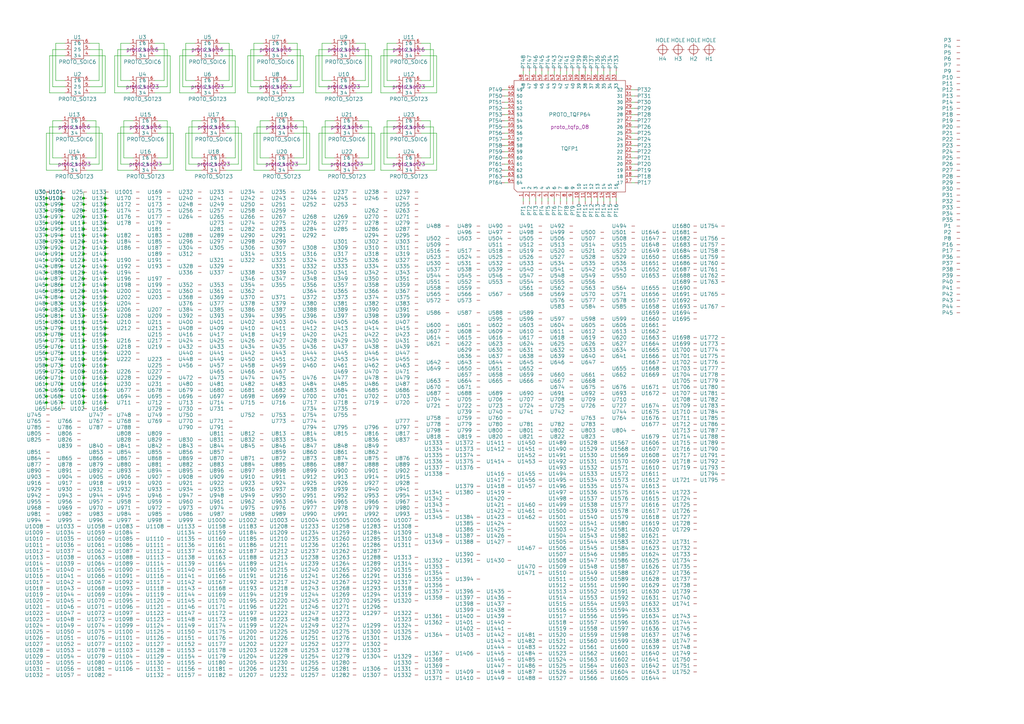
<source format=kicad_sch>
(kicad_sch (version 20250114) (generator "eeschema") (generator_version "9.0")
  (paper "A3")
  (title_block (date "1 dec 2013"))
  (junction (at 19.05 157.48))
  (junction (at 43.18 91.44))
  (junction (at 34.29 114.3))
  (junction (at 25.4 109.22))
  (junction (at 25.4 152.4))
  (junction (at 34.29 149.86))
  (junction (at 34.29 93.98))
  (junction (at 25.4 142.24))
  (junction (at 43.18 157.48))
  (junction (at 43.18 104.14))
  (junction (at 34.29 81.28))
  (junction (at 19.05 139.7))
  (junction (at 43.18 81.28))
  (junction (at 19.05 93.98))
  (junction (at 34.29 154.94))
  (junction (at 43.18 111.76))
  (junction (at 34.29 139.7))
  (junction (at 25.4 106.68))
  (junction (at 34.29 86.36))
  (junction (at 25.4 111.76))
  (junction (at 25.4 162.56))
  (junction (at 25.4 147.32))
  (junction (at 43.18 129.54))
  (junction (at 43.18 147.32))
  (junction (at 19.05 104.14))
  (junction (at 34.29 162.56))
  (junction (at 43.18 160.02))
  (junction (at 25.4 83.82))
  (junction (at 25.4 101.6))
  (junction (at 43.18 116.84))
  (junction (at 25.4 149.86))
  (junction (at 43.18 162.56))
  (junction (at 19.05 147.32))
  (junction (at 25.4 139.7))
  (junction (at 19.05 96.52))
  (junction (at 34.29 104.14))
  (junction (at 43.18 121.92))
  (junction (at 25.4 157.48))
  (junction (at 43.18 86.36))
  (junction (at 25.4 134.62))
  (junction (at 43.18 83.82))
  (junction (at 25.4 160.02))
  (junction (at 25.4 86.36))
  (junction (at 19.05 134.62))
  (junction (at 34.29 101.6))
  (junction (at 19.05 129.54))
  (junction (at 25.4 116.84))
  (junction (at 34.29 165.1))
  (junction (at 34.29 127))
  (junction (at 43.18 132.08))
  (junction (at 34.29 124.46))
  (junction (at 25.4 93.98))
  (junction (at 25.4 81.28))
  (junction (at 25.4 129.54))
  (junction (at 25.4 104.14))
  (junction (at 19.05 116.84))
  (junction (at 25.4 121.92))
  (junction (at 25.4 154.94))
  (junction (at 25.4 114.3))
  (junction (at 43.18 101.6))
  (junction (at 43.18 165.1))
  (junction (at 43.18 96.52))
  (junction (at 34.29 152.4))
  (junction (at 43.18 134.62))
  (junction (at 43.18 154.94))
  (junction (at 34.29 129.54))
  (junction (at 34.29 121.92))
  (junction (at 34.29 111.76))
  (junction (at 25.4 124.46))
  (junction (at 34.29 134.62))
  (junction (at 34.29 137.16))
  (junction (at 25.4 132.08))
  (junction (at 43.18 142.24))
  (junction (at 19.05 86.36))
  (junction (at 43.18 127))
  (junction (at 25.4 119.38))
  (junction (at 34.29 119.38))
  (junction (at 19.05 109.22))
  (junction (at 34.29 106.68))
  (junction (at 43.18 93.98))
  (junction (at 25.4 96.52))
  (junction (at 34.29 99.06))
  (junction (at 19.05 119.38))
  (junction (at 19.05 127))
  (junction (at 19.05 124.46))
  (junction (at 34.29 109.22))
  (junction (at 43.18 124.46))
  (junction (at 19.05 106.68))
  (junction (at 43.18 139.7))
  (junction (at 34.29 132.08))
  (junction (at 19.05 132.08))
  (junction (at 19.05 160.02))
  (junction (at 34.29 147.32))
  (junction (at 19.05 162.56))
  (junction (at 19.05 83.82))
  (junction (at 19.05 165.1))
  (junction (at 34.29 83.82))
  (junction (at 43.18 106.68))
  (junction (at 34.29 157.48))
  (junction (at 19.05 81.28))
  (junction (at 43.18 119.38))
  (junction (at 25.4 137.16))
  (junction (at 19.05 137.16))
  (junction (at 19.05 91.44))
  (junction (at 25.4 88.9))
  (junction (at 19.05 88.9))
  (junction (at 43.18 152.4))
  (junction (at 25.4 165.1))
  (junction (at 34.29 160.02))
  (junction (at 43.18 144.78))
  (junction (at 34.29 144.78))
  (junction (at 19.05 121.92))
  (junction (at 25.4 91.44))
  (junction (at 34.29 96.52))
  (junction (at 34.29 142.24))
  (junction (at 34.29 91.44))
  (junction (at 19.05 149.86))
  (junction (at 43.18 109.22))
  (junction (at 34.29 116.84))
  (junction (at 43.18 114.3))
  (junction (at 19.05 99.06))
  (junction (at 19.05 111.76))
  (junction (at 19.05 144.78))
  (junction (at 43.18 88.9))
  (junction (at 43.18 137.16))
  (junction (at 43.18 99.06))
  (junction (at 34.29 88.9))
  (junction (at 43.18 149.86))
  (junction (at 25.4 99.06))
  (junction (at 19.05 152.4))
  (junction (at 19.05 142.24))
  (junction (at 25.4 127))
  (junction (at 19.05 154.94))
  (junction (at 19.05 101.6))
  (junction (at 19.05 114.3))
  (junction (at 25.4 144.78))
  (wire (pts (xy 50.8 49.53) (xy 50.8 64.77)))
  (wire (pts (xy 101.6 38.1) (xy 107.95 38.1)))
  (wire (pts (xy 50.8 64.77) (xy 54.61 64.77)))
  (wire (pts (xy 250.19 82.55) (xy 250.19 81.28)))
  (wire (pts (xy 26.67 38.1) (xy 20.32 38.1)))
  (wire (pts (xy 207.01 74.93) (xy 208.28 74.93)))
  (wire (pts (xy 48.26 35.56) (xy 48.26 20.32)))
  (wire (pts (xy 34.29 160.02) (xy 34.29 162.56)))
  (wire (pts (xy 162.56 35.56) (xy 157.48 35.56)))
  (wire (pts (xy 137.16 69.85) (xy 130.81 69.85)))
  (wire (pts (xy 240.03 82.55) (xy 240.03 81.28)))
  (wire (pts (xy 41.91 69.85) (xy 35.56 69.85)))
  (wire (pts (xy 110.49 49.53) (xy 106.68 49.53)))
  (wire (pts (xy 156.21 38.1) (xy 162.56 38.1)))
  (wire (pts (xy 34.29 86.36) (xy 34.29 88.9)))
  (wire (pts (xy 259.08 36.83) (xy 260.35 36.83)))
  (wire (pts (xy 25.4 134.62) (xy 25.4 137.16)))
  (wire (pts (xy 71.12 54.61) (xy 64.77 54.61)))
  (wire (pts (xy 157.48 35.56) (xy 157.48 20.32)))
  (wire (pts (xy 259.08 59.69) (xy 260.35 59.69)))
  (wire (pts (xy 97.79 52.07) (xy 92.71 52.07)))
  (wire (pts (xy 162.56 54.61) (xy 156.21 54.61)))
  (wire (pts (xy 35.56 67.31) (xy 40.64 67.31)))
  (wire (pts (xy 25.4 52.07) (xy 20.32 52.07)))
  (wire (pts (xy 19.05 78.74) (xy 19.05 81.28)))
  (wire (pts (xy 207.01 54.61) (xy 208.28 54.61)))
  (wire (pts (xy 227.33 30.48) (xy 227.33 29.21)))
  (wire (pts (xy 53.34 22.86) (xy 46.99 22.86)))
  (wire (pts (xy 82.55 69.85) (xy 76.2 69.85)))
  (wire (pts (xy 25.4 104.14) (xy 25.4 106.68)))
  (wire (pts (xy 63.5 33.02) (xy 67.31 33.02)))
  (wire (pts (xy 25.4 149.86) (xy 25.4 152.4)))
  (wire (pts (xy 177.8 67.31) (xy 172.72 67.31)))
  (wire (pts (xy 176.53 33.02) (xy 176.53 17.78)))
  (wire (pts (xy 252.73 30.48) (xy 252.73 29.21)))
  (wire (pts (xy 259.08 74.93) (xy 260.35 74.93)))
  (wire (pts (xy 124.46 38.1) (xy 124.46 22.86)))
  (wire (pts (xy 207.01 72.39) (xy 208.28 72.39)))
  (wire (pts (xy 25.4 116.84) (xy 25.4 119.38)))
  (wire (pts (xy 39.37 49.53) (xy 39.37 64.77)))
  (wire (pts (xy 227.33 82.55) (xy 227.33 81.28)))
  (wire (pts (xy 19.05 142.24) (xy 19.05 144.78)))
  (wire (pts (xy 71.12 69.85) (xy 71.12 54.61)))
  (wire (pts (xy 130.81 20.32) (xy 130.81 35.56)))
  (wire (pts (xy 34.29 116.84) (xy 34.29 119.38)))
  (wire (pts (xy 156.21 69.85) (xy 162.56 69.85)))
  (wire (pts (xy 172.72 52.07) (xy 177.8 52.07)))
  (wire (pts (xy 80.01 20.32) (xy 74.93 20.32)))
  (wire (pts (xy 19.05 119.38) (xy 19.05 121.92)))
  (wire (pts (xy 146.05 35.56) (xy 151.13 35.56)))
  (wire (pts (xy 219.71 30.48) (xy 219.71 29.21)))
  (wire (pts (xy 224.79 30.48) (xy 224.79 29.21)))
  (wire (pts (xy 43.18 144.78) (xy 43.18 147.32)))
  (wire (pts (xy 152.4 38.1) (xy 146.05 38.1)))
  (wire (pts (xy 259.08 62.23) (xy 260.35 62.23)))
  (wire (pts (xy 69.85 52.07) (xy 69.85 67.31)))
  (wire (pts (xy 43.18 116.84) (xy 43.18 119.38)))
  (wire (pts (xy 25.4 96.52) (xy 25.4 99.06)))
  (wire (pts (xy 90.17 22.86) (xy 96.52 22.86)))
  (wire (pts (xy 162.56 67.31) (xy 157.48 67.31)))
  (wire (pts (xy 158.75 17.78) (xy 158.75 33.02)))
  (wire (pts (xy 21.59 64.77) (xy 21.59 49.53)))
  (wire (pts (xy 158.75 33.02) (xy 162.56 33.02)))
  (wire (pts (xy 153.67 54.61) (xy 153.67 69.85)))
  (wire (pts (xy 207.01 64.77) (xy 208.28 64.77)))
  (wire (pts (xy 64.77 69.85) (xy 71.12 69.85)))
  (wire (pts (xy 25.4 162.56) (xy 25.4 165.1)))
  (wire (pts (xy 19.05 116.84) (xy 19.05 119.38)))
  (wire (pts (xy 222.25 30.48) (xy 222.25 29.21)))
  (wire (pts (xy 43.18 147.32) (xy 43.18 149.86)))
  (wire (pts (xy 207.01 67.31) (xy 208.28 67.31)))
  (wire (pts (xy 217.17 82.55) (xy 217.17 81.28)))
  (wire (pts (xy 245.11 82.55) (xy 245.11 81.28)))
  (wire (pts (xy 124.46 49.53) (xy 120.65 49.53)))
  (wire (pts (xy 135.89 33.02) (xy 132.08 33.02)))
  (wire (pts (xy 76.2 33.02) (xy 76.2 17.78)))
  (wire (pts (xy 82.55 52.07) (xy 77.47 52.07)))
  (wire (pts (xy 48.26 20.32) (xy 53.34 20.32)))
  (wire (pts (xy 34.29 129.54) (xy 34.29 132.08)))
  (wire (pts (xy 207.01 62.23) (xy 208.28 62.23)))
  (wire (pts (xy 34.29 78.74) (xy 34.29 81.28)))
  (wire (pts (xy 259.08 52.07) (xy 260.35 52.07)))
  (wire (pts (xy 259.08 41.91) (xy 260.35 41.91)))
  (wire (pts (xy 25.4 157.48) (xy 25.4 160.02)))
  (wire (pts (xy 247.65 82.55) (xy 247.65 81.28)))
  (wire (pts (xy 43.18 129.54) (xy 43.18 132.08)))
  (wire (pts (xy 207.01 39.37) (xy 208.28 39.37)))
  (wire (pts (xy 20.32 38.1) (xy 20.32 22.86)))
  (wire (pts (xy 219.71 82.55) (xy 219.71 81.28)))
  (wire (pts (xy 67.31 17.78) (xy 63.5 17.78)))
  (wire (pts (xy 19.05 162.56) (xy 19.05 165.1)))
  (wire (pts (xy 19.05 86.36) (xy 19.05 88.9)))
  (wire (pts (xy 34.29 124.46) (xy 34.29 127)))
  (wire (pts (xy 207.01 57.15) (xy 208.28 57.15)))
  (wire (pts (xy 73.66 22.86) (xy 80.01 22.86)))
  (wire (pts (xy 245.11 30.48) (xy 245.11 29.21)))
  (wire (pts (xy 43.18 149.86) (xy 43.18 152.4)))
  (wire (pts (xy 107.95 17.78) (xy 104.14 17.78)))
  (wire (pts (xy 49.53 17.78) (xy 49.53 33.02)))
  (wire (pts (xy 19.05 144.78) (xy 19.05 147.32)))
  (wire (pts (xy 130.81 54.61) (xy 137.16 54.61)))
  (wire (pts (xy 19.05 165.1) (xy 19.05 167.64)))
  (wire (pts (xy 93.98 33.02) (xy 90.17 33.02)))
  (wire (pts (xy 69.85 67.31) (xy 64.77 67.31)))
  (wire (pts (xy 25.4 121.92) (xy 25.4 124.46)))
  (wire (pts (xy 104.14 54.61) (xy 104.14 69.85)))
  (wire (pts (xy 25.4 93.98) (xy 25.4 96.52)))
  (wire (pts (xy 19.05 91.44) (xy 19.05 93.98)))
  (wire (pts (xy 120.65 69.85) (xy 127 69.85)))
  (wire (pts (xy 120.65 64.77) (xy 124.46 64.77)))
  (wire (pts (xy 46.99 38.1) (xy 53.34 38.1)))
  (wire (pts (xy 19.05 101.6) (xy 19.05 104.14)))
  (wire (pts (xy 104.14 17.78) (xy 104.14 33.02)))
  (wire (pts (xy 36.83 17.78) (xy 40.64 17.78)))
  (wire (pts (xy 40.64 52.07) (xy 35.56 52.07)))
  (wire (pts (xy 43.18 86.36) (xy 43.18 88.9)))
  (wire (pts (xy 34.29 134.62) (xy 34.29 137.16)))
  (wire (pts (xy 19.05 132.08) (xy 19.05 134.62)))
  (wire (pts (xy 49.53 67.31) (xy 49.53 52.07)))
  (wire (pts (xy 19.05 147.32) (xy 19.05 149.86)))
  (wire (pts (xy 162.56 22.86) (xy 156.21 22.86)))
  (wire (pts (xy 177.8 35.56) (xy 172.72 35.56)))
  (wire (pts (xy 19.05 104.14) (xy 19.05 106.68)))
  (wire (pts (xy 43.18 137.16) (xy 43.18 139.7)))
  (wire (pts (xy 250.19 30.48) (xy 250.19 29.21)))
  (wire (pts (xy 132.08 33.02) (xy 132.08 17.78)))
  (wire (pts (xy 179.07 69.85) (xy 179.07 54.61)))
  (wire (pts (xy 234.95 30.48) (xy 234.95 29.21)))
  (wire (pts (xy 99.06 54.61) (xy 99.06 69.85)))
  (wire (pts (xy 207.01 49.53) (xy 208.28 49.53)))
  (wire (pts (xy 68.58 20.32) (xy 68.58 35.56)))
  (wire (pts (xy 224.79 82.55) (xy 224.79 81.28)))
  (wire (pts (xy 25.4 64.77) (xy 21.59 64.77)))
  (wire (pts (xy 34.29 106.68) (xy 34.29 109.22)))
  (wire (pts (xy 25.4 142.24) (xy 25.4 144.78)))
  (wire (pts (xy 217.17 30.48) (xy 217.17 29.21)))
  (wire (pts (xy 25.4 152.4) (xy 25.4 154.94)))
  (wire (pts (xy 43.18 81.28) (xy 43.18 83.82)))
  (wire (pts (xy 152.4 22.86) (xy 152.4 38.1)))
  (wire (pts (xy 151.13 20.32) (xy 146.05 20.32)))
  (wire (pts (xy 34.29 149.86) (xy 34.29 152.4)))
  (wire (pts (xy 133.35 49.53) (xy 137.16 49.53)))
  (wire (pts (xy 54.61 49.53) (xy 50.8 49.53)))
  (wire (pts (xy 121.92 33.02) (xy 121.92 17.78)))
  (wire (pts (xy 259.08 39.37) (xy 260.35 39.37)))
  (wire (pts (xy 46.99 22.86) (xy 46.99 38.1)))
  (wire (pts (xy 76.2 17.78) (xy 80.01 17.78)))
  (wire (pts (xy 34.29 111.76) (xy 34.29 114.3)))
  (wire (pts (xy 34.29 144.78) (xy 34.29 147.32)))
  (wire (pts (xy 130.81 69.85) (xy 130.81 54.61)))
  (wire (pts (xy 43.18 109.22) (xy 43.18 111.76)))
  (wire (pts (xy 172.72 69.85) (xy 179.07 69.85)))
  (wire (pts (xy 19.05 137.16) (xy 19.05 139.7)))
  (wire (pts (xy 43.18 101.6) (xy 43.18 104.14)))
  (wire (pts (xy 172.72 64.77) (xy 176.53 64.77)))
  (wire (pts (xy 259.08 44.45) (xy 260.35 44.45)))
  (wire (pts (xy 118.11 20.32) (xy 123.19 20.32)))
  (wire (pts (xy 104.14 33.02) (xy 107.95 33.02)))
  (wire (pts (xy 19.05 129.54) (xy 19.05 132.08)))
  (wire (pts (xy 129.54 22.86) (xy 135.89 22.86)))
  (wire (pts (xy 34.29 93.98) (xy 34.29 96.52)))
  (wire (pts (xy 162.56 17.78) (xy 158.75 17.78)))
  (wire (pts (xy 95.25 20.32) (xy 90.17 20.32)))
  (wire (pts (xy 92.71 54.61) (xy 99.06 54.61)))
  (wire (pts (xy 34.29 165.1) (xy 34.29 167.64)))
  (wire (pts (xy 25.4 127) (xy 25.4 129.54)))
  (wire (pts (xy 149.86 17.78) (xy 149.86 33.02)))
  (wire (pts (xy 105.41 67.31) (xy 105.41 52.07)))
  (wire (pts (xy 234.95 82.55) (xy 234.95 81.28)))
  (wire (pts (xy 229.87 82.55) (xy 229.87 81.28)))
  (wire (pts (xy 40.64 67.31) (xy 40.64 52.07)))
  (wire (pts (xy 259.08 67.31) (xy 260.35 67.31)))
  (wire (pts (xy 207.01 36.83) (xy 208.28 36.83)))
  (wire (pts (xy 80.01 38.1) (xy 73.66 38.1)))
  (wire (pts (xy 43.18 134.62) (xy 43.18 137.16)))
  (wire (pts (xy 78.74 49.53) (xy 82.55 49.53)))
  (wire (pts (xy 259.08 64.77) (xy 260.35 64.77)))
  (wire (pts (xy 34.29 81.28) (xy 34.29 83.82)))
  (wire (pts (xy 34.29 162.56) (xy 34.29 165.1)))
  (wire (pts (xy 41.91 20.32) (xy 36.83 20.32)))
  (wire (pts (xy 78.74 64.77) (xy 78.74 49.53)))
  (wire (pts (xy 232.41 30.48) (xy 232.41 29.21)))
  (wire (pts (xy 19.05 81.28) (xy 19.05 83.82)))
  (wire (pts (xy 34.29 96.52) (xy 34.29 99.06)))
  (wire (pts (xy 132.08 52.07) (xy 132.08 67.31)))
  (wire (pts (xy 19.05 109.22) (xy 19.05 111.76)))
  (wire (pts (xy 25.4 91.44) (xy 25.4 93.98)))
  (wire (pts (xy 21.59 49.53) (xy 25.4 49.53)))
  (wire (pts (xy 19.05 127) (xy 19.05 129.54)))
  (wire (pts (xy 153.67 69.85) (xy 147.32 69.85)))
  (wire (pts (xy 43.18 38.1) (xy 36.83 38.1)))
  (wire (pts (xy 179.07 54.61) (xy 172.72 54.61)))
  (wire (pts (xy 105.41 52.07) (xy 110.49 52.07)))
  (wire (pts (xy 77.47 67.31) (xy 82.55 67.31)))
  (wire (pts (xy 41.91 35.56) (xy 41.91 20.32)))
  (wire (pts (xy 232.41 82.55) (xy 232.41 81.28)))
  (wire (pts (xy 39.37 64.77) (xy 35.56 64.77)))
  (wire (pts (xy 242.57 30.48) (xy 242.57 29.21)))
  (wire (pts (xy 90.17 35.56) (xy 95.25 35.56)))
  (wire (pts (xy 106.68 64.77) (xy 110.49 64.77)))
  (wire (pts (xy 48.26 69.85) (xy 54.61 69.85)))
  (wire (pts (xy 259.08 72.39) (xy 260.35 72.39)))
  (wire (pts (xy 43.18 162.56) (xy 43.18 165.1)))
  (wire (pts (xy 43.18 78.74) (xy 43.18 81.28)))
  (wire (pts (xy 19.05 152.4) (xy 19.05 154.94)))
  (wire (pts (xy 43.18 127) (xy 43.18 129.54)))
  (wire (pts (xy 152.4 52.07) (xy 147.32 52.07)))
  (wire (pts (xy 127 54.61) (xy 120.65 54.61)))
  (wire (pts (xy 118.11 38.1) (xy 124.46 38.1)))
  (wire (pts (xy 41.91 54.61) (xy 41.91 69.85)))
  (wire (pts (xy 20.32 52.07) (xy 20.32 67.31)))
  (wire (pts (xy 34.29 132.08) (xy 34.29 134.62)))
  (wire (pts (xy 95.25 35.56) (xy 95.25 20.32)))
  (wire (pts (xy 19.05 93.98) (xy 19.05 96.52)))
  (wire (pts (xy 207.01 44.45) (xy 208.28 44.45)))
  (wire (pts (xy 110.49 67.31) (xy 105.41 67.31)))
  (wire (pts (xy 101.6 22.86) (xy 101.6 38.1)))
  (wire (pts (xy 26.67 20.32) (xy 21.59 20.32)))
  (wire (pts (xy 77.47 52.07) (xy 77.47 67.31)))
  (wire (pts (xy 40.64 33.02) (xy 36.83 33.02)))
  (wire (pts (xy 133.35 64.77) (xy 133.35 49.53)))
  (wire (pts (xy 43.18 165.1) (xy 43.18 167.64)))
  (wire (pts (xy 157.48 67.31) (xy 157.48 52.07)))
  (wire (pts (xy 63.5 20.32) (xy 68.58 20.32)))
  (wire (pts (xy 25.4 106.68) (xy 25.4 109.22)))
  (wire (pts (xy 43.18 157.48) (xy 43.18 160.02)))
  (wire (pts (xy 137.16 52.07) (xy 132.08 52.07)))
  (wire (pts (xy 92.71 67.31) (xy 97.79 67.31)))
  (wire (pts (xy 76.2 69.85) (xy 76.2 54.61)))
  (wire (pts (xy 127 69.85) (xy 127 54.61)))
  (wire (pts (xy 34.29 109.22) (xy 34.29 111.76)))
  (wire (pts (xy 35.56 49.53) (xy 39.37 49.53)))
  (wire (pts (xy 43.18 93.98) (xy 43.18 96.52)))
  (wire (pts (xy 34.29 121.92) (xy 34.29 124.46)))
  (wire (pts (xy 25.4 99.06) (xy 25.4 101.6)))
  (wire (pts (xy 137.16 64.77) (xy 133.35 64.77)))
  (wire (pts (xy 146.05 22.86) (xy 152.4 22.86)))
  (wire (pts (xy 99.06 69.85) (xy 92.71 69.85)))
  (wire (pts (xy 68.58 64.77) (xy 68.58 49.53)))
  (wire (pts (xy 74.93 20.32) (xy 74.93 35.56)))
  (wire (pts (xy 207.01 46.99) (xy 208.28 46.99)))
  (wire (pts (xy 207.01 59.69) (xy 208.28 59.69)))
  (wire (pts (xy 107.95 35.56) (xy 102.87 35.56)))
  (wire (pts (xy 214.63 30.48) (xy 214.63 29.21)))
  (wire (pts (xy 34.29 154.94) (xy 34.29 157.48)))
  (wire (pts (xy 82.55 64.77) (xy 78.74 64.77)))
  (wire (pts (xy 43.18 91.44) (xy 43.18 93.98)))
  (wire (pts (xy 25.4 83.82) (xy 25.4 86.36)))
  (wire (pts (xy 43.18 132.08) (xy 43.18 134.62)))
  (wire (pts (xy 157.48 20.32) (xy 162.56 20.32)))
  (wire (pts (xy 158.75 64.77) (xy 162.56 64.77)))
  (wire (pts (xy 20.32 67.31) (xy 25.4 67.31)))
  (wire (pts (xy 34.29 83.82) (xy 34.29 86.36)))
  (wire (pts (xy 21.59 35.56) (xy 26.67 35.56)))
  (wire (pts (xy 151.13 64.77) (xy 147.32 64.77)))
  (wire (pts (xy 135.89 20.32) (xy 130.81 20.32)))
  (wire (pts (xy 125.73 52.07) (xy 125.73 67.31)))
  (wire (pts (xy 259.08 46.99) (xy 260.35 46.99)))
  (wire (pts (xy 19.05 54.61) (xy 25.4 54.61)))
  (wire (pts (xy 19.05 154.94) (xy 19.05 157.48)))
  (wire (pts (xy 107.95 22.86) (xy 101.6 22.86)))
  (wire (pts (xy 74.93 35.56) (xy 80.01 35.56)))
  (wire (pts (xy 146.05 17.78) (xy 149.86 17.78)))
  (wire (pts (xy 43.18 119.38) (xy 43.18 121.92)))
  (wire (pts (xy 34.29 114.3) (xy 34.29 116.84)))
  (wire (pts (xy 25.4 88.9) (xy 25.4 91.44)))
  (wire (pts (xy 19.05 114.3) (xy 19.05 116.84)))
  (wire (pts (xy 102.87 20.32) (xy 107.95 20.32)))
  (wire (pts (xy 43.18 83.82) (xy 43.18 86.36)))
  (wire (pts (xy 172.72 38.1) (xy 179.07 38.1)))
  (wire (pts (xy 96.52 49.53) (xy 96.52 64.77)))
  (wire (pts (xy 25.4 137.16) (xy 25.4 139.7)))
  (wire (pts (xy 242.57 82.55) (xy 242.57 81.28)))
  (wire (pts (xy 97.79 67.31) (xy 97.79 52.07)))
  (wire (pts (xy 120.65 52.07) (xy 125.73 52.07)))
  (wire (pts (xy 132.08 67.31) (xy 137.16 67.31)))
  (wire (pts (xy 54.61 67.31) (xy 49.53 67.31)))
  (wire (pts (xy 259.08 69.85) (xy 260.35 69.85)))
  (wire (pts (xy 176.53 49.53) (xy 172.72 49.53)))
  (wire (pts (xy 21.59 20.32) (xy 21.59 35.56)))
  (wire (pts (xy 25.4 69.85) (xy 19.05 69.85)))
  (wire (pts (xy 259.08 49.53) (xy 260.35 49.53)))
  (wire (pts (xy 36.83 35.56) (xy 41.91 35.56)))
  (wire (pts (xy 19.05 139.7) (xy 19.05 142.24)))
  (wire (pts (xy 135.89 38.1) (xy 129.54 38.1)))
  (wire (pts (xy 177.8 52.07) (xy 177.8 67.31)))
  (wire (pts (xy 35.56 54.61) (xy 41.91 54.61)))
  (wire (pts (xy 48.26 54.61) (xy 48.26 69.85)))
  (wire (pts (xy 147.32 49.53) (xy 151.13 49.53)))
  (wire (pts (xy 229.87 30.48) (xy 229.87 29.21)))
  (wire (pts (xy 104.14 69.85) (xy 110.49 69.85)))
  (wire (pts (xy 68.58 49.53) (xy 64.77 49.53)))
  (wire (pts (xy 151.13 35.56) (xy 151.13 20.32)))
  (wire (pts (xy 125.73 67.31) (xy 120.65 67.31)))
  (wire (pts (xy 34.29 99.06) (xy 34.29 101.6)))
  (wire (pts (xy 259.08 54.61) (xy 260.35 54.61)))
  (wire (pts (xy 93.98 17.78) (xy 93.98 33.02)))
  (wire (pts (xy 43.18 111.76) (xy 43.18 114.3)))
  (wire (pts (xy 19.05 83.82) (xy 19.05 86.36)))
  (wire (pts (xy 34.29 157.48) (xy 34.29 160.02)))
  (wire (pts (xy 19.05 124.46) (xy 19.05 127)))
  (wire (pts (xy 19.05 121.92) (xy 19.05 124.46)))
  (wire (pts (xy 156.21 22.86) (xy 156.21 38.1)))
  (wire (pts (xy 25.4 147.32) (xy 25.4 149.86)))
  (wire (pts (xy 129.54 38.1) (xy 129.54 22.86)))
  (wire (pts (xy 34.29 139.7) (xy 34.29 142.24)))
  (wire (pts (xy 152.4 67.31) (xy 152.4 52.07)))
  (wire (pts (xy 19.05 99.06) (xy 19.05 101.6)))
  (wire (pts (xy 43.18 96.52) (xy 43.18 99.06)))
  (wire (pts (xy 34.29 91.44) (xy 34.29 93.98)))
  (wire (pts (xy 25.4 144.78) (xy 25.4 147.32)))
  (wire (pts (xy 177.8 20.32) (xy 177.8 35.56)))
  (wire (pts (xy 19.05 69.85) (xy 19.05 54.61)))
  (wire (pts (xy 92.71 49.53) (xy 96.52 49.53)))
  (wire (pts (xy 19.05 106.68) (xy 19.05 109.22)))
  (wire (pts (xy 34.29 119.38) (xy 34.29 121.92)))
  (wire (pts (xy 252.73 82.55) (xy 252.73 81.28)))
  (wire (pts (xy 176.53 64.77) (xy 176.53 49.53)))
  (wire (pts (xy 43.18 152.4) (xy 43.18 154.94)))
  (wire (pts (xy 49.53 33.02) (xy 53.34 33.02)))
  (wire (pts (xy 237.49 82.55) (xy 237.49 81.28)))
  (wire (pts (xy 179.07 38.1) (xy 179.07 22.86)))
  (wire (pts (xy 34.29 152.4) (xy 34.29 154.94)))
  (wire (pts (xy 54.61 54.61) (xy 48.26 54.61)))
  (wire (pts (xy 157.48 52.07) (xy 162.56 52.07)))
  (wire (pts (xy 26.67 33.02) (xy 22.86 33.02)))
  (wire (pts (xy 76.2 54.61) (xy 82.55 54.61)))
  (wire (pts (xy 67.31 33.02) (xy 67.31 17.78)))
  (wire (pts (xy 158.75 49.53) (xy 158.75 64.77)))
  (wire (pts (xy 25.4 129.54) (xy 25.4 132.08)))
  (wire (pts (xy 19.05 149.86) (xy 19.05 152.4)))
  (wire (pts (xy 43.18 139.7) (xy 43.18 142.24)))
  (wire (pts (xy 43.18 124.46) (xy 43.18 127)))
  (wire (pts (xy 179.07 22.86) (xy 172.72 22.86)))
  (wire (pts (xy 43.18 154.94) (xy 43.18 157.48)))
  (wire (pts (xy 25.4 114.3) (xy 25.4 116.84)))
  (wire (pts (xy 68.58 35.56) (xy 63.5 35.56)))
  (wire (pts (xy 130.81 35.56) (xy 135.89 35.56)))
  (wire (pts (xy 25.4 160.02) (xy 25.4 162.56)))
  (wire (pts (xy 73.66 38.1) (xy 73.66 22.86)))
  (wire (pts (xy 110.49 54.61) (xy 104.14 54.61)))
  (wire (pts (xy 34.29 137.16) (xy 34.29 139.7)))
  (wire (pts (xy 124.46 64.77) (xy 124.46 49.53)))
  (wire (pts (xy 149.86 33.02) (xy 146.05 33.02)))
  (wire (pts (xy 102.87 35.56) (xy 102.87 20.32)))
  (wire (pts (xy 25.4 86.36) (xy 25.4 88.9)))
  (wire (pts (xy 19.05 111.76) (xy 19.05 114.3)))
  (wire (pts (xy 132.08 17.78) (xy 135.89 17.78)))
  (wire (pts (xy 22.86 33.02) (xy 22.86 17.78)))
  (wire (pts (xy 49.53 52.07) (xy 54.61 52.07)))
  (wire (pts (xy 69.85 22.86) (xy 63.5 22.86)))
  (wire (pts (xy 80.01 33.02) (xy 76.2 33.02)))
  (wire (pts (xy 207.01 69.85) (xy 208.28 69.85)))
  (wire (pts (xy 34.29 142.24) (xy 34.29 144.78)))
  (wire (pts (xy 25.4 78.74) (xy 25.4 81.28)))
  (wire (pts (xy 25.4 81.28) (xy 25.4 83.82)))
  (wire (pts (xy 43.18 104.14) (xy 43.18 106.68)))
  (wire (pts (xy 25.4 154.94) (xy 25.4 157.48)))
  (wire (pts (xy 90.17 17.78) (xy 93.98 17.78)))
  (wire (pts (xy 222.25 82.55) (xy 222.25 81.28)))
  (wire (pts (xy 156.21 54.61) (xy 156.21 69.85)))
  (wire (pts (xy 207.01 52.07) (xy 208.28 52.07)))
  (wire (pts (xy 25.4 109.22) (xy 25.4 111.76)))
  (wire (pts (xy 53.34 17.78) (xy 49.53 17.78)))
  (wire (pts (xy 214.63 82.55) (xy 214.63 81.28)))
  (wire (pts (xy 64.77 64.77) (xy 68.58 64.77)))
  (wire (pts (xy 147.32 67.31) (xy 152.4 67.31)))
  (wire (pts (xy 176.53 17.78) (xy 172.72 17.78)))
  (wire (pts (xy 63.5 38.1) (xy 69.85 38.1)))
  (wire (pts (xy 25.4 165.1) (xy 25.4 167.64)))
  (wire (pts (xy 106.68 49.53) (xy 106.68 64.77)))
  (wire (pts (xy 43.18 142.24) (xy 43.18 144.78)))
  (wire (pts (xy 43.18 114.3) (xy 43.18 116.84)))
  (wire (pts (xy 36.83 22.86) (xy 43.18 22.86)))
  (wire (pts (xy 259.08 57.15) (xy 260.35 57.15)))
  (wire (pts (xy 34.29 147.32) (xy 34.29 149.86)))
  (wire (pts (xy 247.65 30.48) (xy 247.65 29.21)))
  (wire (pts (xy 25.4 101.6) (xy 25.4 104.14)))
  (wire (pts (xy 69.85 38.1) (xy 69.85 22.86)))
  (wire (pts (xy 19.05 160.02) (xy 19.05 162.56)))
  (wire (pts (xy 240.03 30.48) (xy 240.03 29.21)))
  (wire (pts (xy 43.18 160.02) (xy 43.18 162.56)))
  (wire (pts (xy 147.32 54.61) (xy 153.67 54.61)))
  (wire (pts (xy 19.05 88.9) (xy 19.05 91.44)))
  (wire (pts (xy 96.52 38.1) (xy 90.17 38.1)))
  (wire (pts (xy 237.49 30.48) (xy 237.49 29.21)))
  (wire (pts (xy 43.18 99.06) (xy 43.18 101.6)))
  (wire (pts (xy 34.29 88.9) (xy 34.29 91.44)))
  (wire (pts (xy 96.52 22.86) (xy 96.52 38.1)))
  (wire (pts (xy 22.86 17.78) (xy 26.67 17.78)))
  (wire (pts (xy 172.72 20.32) (xy 177.8 20.32)))
  (wire (pts (xy 34.29 127) (xy 34.29 129.54)))
  (wire (pts (xy 172.72 33.02) (xy 176.53 33.02)))
  (wire (pts (xy 162.56 49.53) (xy 158.75 49.53)))
  (wire (pts (xy 34.29 101.6) (xy 34.29 104.14)))
  (wire (pts (xy 123.19 35.56) (xy 118.11 35.56)))
  (wire (pts (xy 20.32 22.86) (xy 26.67 22.86)))
  (wire (pts (xy 43.18 106.68) (xy 43.18 109.22)))
  (wire (pts (xy 19.05 157.48) (xy 19.05 160.02)))
  (wire (pts (xy 207.01 41.91) (xy 208.28 41.91)))
  (wire (pts (xy 123.19 20.32) (xy 123.19 35.56)))
  (wire (pts (xy 25.4 111.76) (xy 25.4 114.3)))
  (wire (pts (xy 118.11 33.02) (xy 121.92 33.02)))
  (wire (pts (xy 19.05 96.52) (xy 19.05 99.06)))
  (wire (pts (xy 121.92 17.78) (xy 118.11 17.78)))
  (wire (pts (xy 25.4 139.7) (xy 25.4 142.24)))
  (wire (pts (xy 40.64 17.78) (xy 40.64 33.02)))
  (wire (pts (xy 124.46 22.86) (xy 118.11 22.86)))
  (wire (pts (xy 43.18 88.9) (xy 43.18 91.44)))
  (wire (pts (xy 19.05 134.62) (xy 19.05 137.16)))
  (wire (pts (xy 151.13 49.53) (xy 151.13 64.77)))
  (wire (pts (xy 25.4 119.38) (xy 25.4 121.92)))
  (wire (pts (xy 64.77 52.07) (xy 69.85 52.07)))
  (wire (pts (xy 96.52 64.77) (xy 92.71 64.77)))
  (wire (pts (xy 43.18 121.92) (xy 43.18 124.46)))
  (wire (pts (xy 34.29 104.14) (xy 34.29 106.68)))
  (wire (pts (xy 43.18 22.86) (xy 43.18 38.1)))
  (wire (pts (xy 25.4 132.08) (xy 25.4 134.62)))
  (wire (pts (xy 25.4 124.46) (xy 25.4 127)))
  (wire (pts (xy 53.34 35.56) (xy 48.26 35.56)))
  (symbol (lib_id "protolib:PROTO_SOIC6") (at 31.75 20.32 0) (unit 1)
    (property "Reference" "U1" (at 31.75 15.24 0) (effects (font (size 1.524 1.524))))
    (property "Value" "PROTO_SOIC6" (at 31.75 25.4 0) (effects (font (size 1.524 1.524))))
  )
  (symbol (lib_id "protolib:PROTO_SOT23") (at 31.75 35.56 0) (unit 1)
    (property "Reference" "U2" (at 31.75 30.48 0) (effects (font (size 1.524 1.524))))
    (property "Value" "PROTO_SOT23" (at 31.75 40.64 0) (effects (font (size 1.524 1.524))))
  )
  (symbol (lib_id "protolib:PROTO_SOT23") (at 58.42 35.56 0) (unit 1)
    (property "Reference" "U4" (at 58.42 30.48 0) (effects (font (size 1.524 1.524))))
    (property "Value" "PROTO_SOT23" (at 58.42 40.64 0) (effects (font (size 1.524 1.524))))
    (property "Footprint" "proto_sot23" (at 58.42 35.56 0) (effects (font (size 1.524 1.524))))
  )
  (symbol (lib_id "protolib:PROTO_SOIC6") (at 58.42 20.32 0) (unit 1)
    (property "Reference" "U3" (at 58.42 15.24 0) (effects (font (size 1.524 1.524))))
    (property "Value" "PROTO_SOIC6" (at 58.42 25.4 0) (effects (font (size 1.524 1.524))))
    (property "Footprint" "proto_soic6" (at 58.42 20.32 0) (effects (font (size 1.524 1.524))))
  )
  (symbol (lib_id "protolib:PROTO_SOIC6") (at 85.09 20.32 0) (unit 1)
    (property "Reference" "U5" (at 85.09 15.24 0) (effects (font (size 1.524 1.524))))
    (property "Value" "PROTO_SOIC6" (at 85.09 25.4 0) (effects (font (size 1.524 1.524))))
    (property "Footprint" "proto_soic6" (at 85.09 20.32 0) (effects (font (size 1.524 1.524))))
  )
  (symbol (lib_id "protolib:PROTO_SOT23") (at 85.09 35.56 0) (unit 1)
    (property "Reference" "U6" (at 85.09 30.48 0) (effects (font (size 1.524 1.524))))
    (property "Value" "PROTO_SOT23" (at 85.09 40.64 0) (effects (font (size 1.524 1.524))))
    (property "Footprint" "proto_sot23" (at 85.09 35.56 0) (effects (font (size 1.524 1.524))))
  )
  (symbol (lib_id "protolib:PROTO_SOT23") (at 113.03 35.56 0) (unit 1)
    (property "Reference" "U8" (at 113.03 30.48 0) (effects (font (size 1.524 1.524))))
    (property "Value" "PROTO_SOT23" (at 113.03 40.64 0) (effects (font (size 1.524 1.524))))
    (property "Footprint" "proto_sot23" (at 113.03 35.56 0) (effects (font (size 1.524 1.524))))
  )
  (symbol (lib_id "protolib:PROTO_SOIC6") (at 113.03 20.32 0) (unit 1)
    (property "Reference" "U7" (at 113.03 15.24 0) (effects (font (size 1.524 1.524))))
    (property "Value" "PROTO_SOIC6" (at 113.03 25.4 0) (effects (font (size 1.524 1.524))))
    (property "Footprint" "proto_soic6" (at 113.03 20.32 0) (effects (font (size 1.524 1.524))))
  )
  (symbol (lib_id "protolib:PROTO_SOIC6") (at 140.97 20.32 0) (unit 1)
    (property "Reference" "U9" (at 140.97 15.24 0) (effects (font (size 1.524 1.524))))
    (property "Value" "PROTO_SOIC6" (at 140.97 25.4 0) (effects (font (size 1.524 1.524))))
    (property "Footprint" "proto_soic6" (at 140.97 20.32 0) (effects (font (size 1.524 1.524))))
  )
  (symbol (lib_id "protolib:PROTO_SOT23") (at 140.97 35.56 0) (unit 1)
    (property "Reference" "U10" (at 140.97 30.48 0) (effects (font (size 1.524 1.524))))
    (property "Value" "PROTO_SOT23" (at 140.97 40.64 0) (effects (font (size 1.524 1.524))))
    (property "Footprint" "proto_sot23" (at 140.97 35.56 0) (effects (font (size 1.524 1.524))))
  )
  (symbol (lib_id "protolib:PROTO_SOT23") (at 167.64 35.56 0) (unit 1)
    (property "Reference" "U12" (at 167.64 30.48 0) (effects (font (size 1.524 1.524))))
    (property "Value" "PROTO_SOT23" (at 167.64 40.64 0) (effects (font (size 1.524 1.524))))
    (property "Footprint" "proto_sot23" (at 167.64 35.56 0) (effects (font (size 1.524 1.524))))
  )
  (symbol (lib_id "protolib:PROTO_SOIC6") (at 167.64 20.32 0) (unit 1)
    (property "Reference" "U11" (at 167.64 15.24 0) (effects (font (size 1.524 1.524))))
    (property "Value" "PROTO_SOIC6" (at 167.64 25.4 0) (effects (font (size 1.524 1.524))))
    (property "Footprint" "proto_soic6" (at 167.64 20.32 0) (effects (font (size 1.524 1.524))))
  )
  (symbol (lib_id "protolib:PROTO_SOIC6") (at 30.48 52.07 0) (unit 1)
    (property "Reference" "U13" (at 30.48 46.99 0) (effects (font (size 1.524 1.524))))
    (property "Value" "PROTO_SOIC6" (at 30.48 57.15 0) (effects (font (size 1.524 1.524))))
    (property "Footprint" "proto_soic6" (at 30.48 52.07 0) (effects (font (size 1.524 1.524))))
  )
  (symbol (lib_id "protolib:PROTO_SOT23") (at 30.48 67.31 0) (unit 1)
    (property "Reference" "U14" (at 30.48 62.23 0) (effects (font (size 1.524 1.524))))
    (property "Value" "PROTO_SOT23" (at 30.48 72.39 0) (effects (font (size 1.524 1.524))))
    (property "Footprint" "proto_sot23" (at 30.48 67.31 0) (effects (font (size 1.524 1.524))))
  )
  (symbol (lib_id "protolib:PROTO_SOT23") (at 59.69 67.31 0) (unit 1)
    (property "Reference" "U16" (at 59.69 62.23 0) (effects (font (size 1.524 1.524))))
    (property "Value" "PROTO_SOT23" (at 59.69 72.39 0) (effects (font (size 1.524 1.524))))
    (property "Footprint" "proto_sot23" (at 59.69 67.31 0) (effects (font (size 1.524 1.524))))
  )
  (symbol (lib_id "protolib:PROTO_SOIC6") (at 59.69 52.07 0) (unit 1)
    (property "Reference" "U15" (at 59.69 46.99 0) (effects (font (size 1.524 1.524))))
    (property "Value" "PROTO_SOIC6" (at 59.69 57.15 0) (effects (font (size 1.524 1.524))))
    (property "Footprint" "proto_soic6" (at 59.69 52.07 0) (effects (font (size 1.524 1.524))))
  )
  (symbol (lib_id "protolib:PROTO_SOIC6") (at 87.63 52.07 0) (unit 1)
    (property "Reference" "U17" (at 87.63 46.99 0) (effects (font (size 1.524 1.524))))
    (property "Value" "PROTO_SOIC6" (at 87.63 57.15 0) (effects (font (size 1.524 1.524))))
    (property "Footprint" "proto_soic6" (at 87.63 52.07 0) (effects (font (size 1.524 1.524))))
  )
  (symbol (lib_id "protolib:PROTO_SOT23") (at 87.63 67.31 0) (unit 1)
    (property "Reference" "U18" (at 87.63 62.23 0) (effects (font (size 1.524 1.524))))
    (property "Value" "PROTO_SOT23" (at 87.63 72.39 0) (effects (font (size 1.524 1.524))))
    (property "Footprint" "proto_sot23" (at 87.63 67.31 0) (effects (font (size 1.524 1.524))))
  )
  (symbol (lib_id "protolib:PROTO_SOT23") (at 115.57 67.31 0) (unit 1)
    (property "Reference" "U20" (at 115.57 62.23 0) (effects (font (size 1.524 1.524))))
    (property "Value" "PROTO_SOT23" (at 115.57 72.39 0) (effects (font (size 1.524 1.524))))
    (property "Footprint" "proto_sot23" (at 115.57 67.31 0) (effects (font (size 1.524 1.524))))
  )
  (symbol (lib_id "protolib:PROTO_SOIC6") (at 115.57 52.07 0) (unit 1)
    (property "Reference" "U19" (at 115.57 46.99 0) (effects (font (size 1.524 1.524))))
    (property "Value" "PROTO_SOIC6" (at 115.57 57.15 0) (effects (font (size 1.524 1.524))))
    (property "Footprint" "proto_soic6" (at 115.57 52.07 0) (effects (font (size 1.524 1.524))))
  )
  (symbol (lib_id "protolib:PROTO_SOIC6") (at 142.24 52.07 0) (unit 1)
    (property "Reference" "U21" (at 142.24 46.99 0) (effects (font (size 1.524 1.524))))
    (property "Value" "PROTO_SOIC6" (at 142.24 57.15 0) (effects (font (size 1.524 1.524))))
    (property "Footprint" "proto_soic6" (at 142.24 52.07 0) (effects (font (size 1.524 1.524))))
  )
  (symbol (lib_id "protolib:PROTO_SOT23") (at 142.24 67.31 0) (unit 1)
    (property "Reference" "U22" (at 142.24 62.23 0) (effects (font (size 1.524 1.524))))
    (property "Value" "PROTO_SOT23" (at 142.24 72.39 0) (effects (font (size 1.524 1.524))))
    (property "Footprint" "proto_sot23" (at 142.24 67.31 0) (effects (font (size 1.524 1.524))))
  )
  (symbol (lib_id "protolib:PROTO_SOT23") (at 167.64 67.31 0) (unit 1)
    (property "Reference" "U24" (at 167.64 62.23 0) (effects (font (size 1.524 1.524))))
    (property "Value" "PROTO_SOT23" (at 167.64 72.39 0) (effects (font (size 1.524 1.524))))
    (property "Footprint" "proto_sot23" (at 167.64 67.31 0) (effects (font (size 1.524 1.524))))
  )
  (symbol (lib_id "protolib:PROTO_SOIC6") (at 167.64 52.07 0) (unit 1)
    (property "Reference" "U23" (at 167.64 46.99 0) (effects (font (size 1.524 1.524))))
    (property "Value" "PROTO_SOIC6" (at 167.64 57.15 0) (effects (font (size 1.524 1.524))))
    (property "Footprint" "proto_soic6" (at 167.64 52.07 0) (effects (font (size 1.524 1.524))))
  )
  (symbol (lib_id "protolib:PAD") (at 19.05 78.74 0) (unit 1)
    (property "Reference" "U30" (at 16.51 78.74 0) (effects (font (size 1.524 1.524))))
    (property "Value" "PAD" (effects (hide yes)))
    (property "Footprint" "proto_pad" (effects (hide yes)))
  )
  (symbol (lib_id "protolib:PAD") (at 19.05 81.28 0) (unit 1)
    (property "Reference" "U31" (at 16.51 81.28 0) (effects (font (size 1.524 1.524))))
    (property "Value" "PAD" (effects (hide yes)))
    (property "Footprint" "proto_pad" (effects (hide yes)))
  )
  (symbol (lib_id "protolib:PAD") (at 19.05 83.82 0) (unit 1)
    (property "Reference" "U32" (at 16.51 83.82 0) (effects (font (size 1.524 1.524))))
    (property "Value" "PAD" (effects (hide yes)))
    (property "Footprint" "proto_pad" (effects (hide yes)))
  )
  (symbol (lib_id "protolib:PAD") (at 19.05 86.36 0) (unit 1)
    (property "Reference" "U33" (at 16.51 86.36 0) (effects (font (size 1.524 1.524))))
    (property "Value" "PAD" (effects (hide yes)))
    (property "Footprint" "proto_pad" (effects (hide yes)))
  )
  (symbol (lib_id "protolib:PAD") (at 19.05 88.9 0) (unit 1)
    (property "Reference" "U34" (at 16.51 88.9 0) (effects (font (size 1.524 1.524))))
    (property "Value" "PAD" (effects (hide yes)))
    (property "Footprint" "proto_pad" (effects (hide yes)))
  )
  (symbol (lib_id "protolib:PAD") (at 19.05 91.44 0) (unit 1)
    (property "Reference" "U35" (at 16.51 91.44 0) (effects (font (size 1.524 1.524))))
    (property "Value" "PAD" (effects (hide yes)))
    (property "Footprint" "proto_pad" (effects (hide yes)))
  )
  (symbol (lib_id "protolib:PAD") (at 19.05 93.98 0) (unit 1)
    (property "Reference" "U36" (at 16.51 93.98 0) (effects (font (size 1.524 1.524))))
    (property "Value" "PAD" (effects (hide yes)))
    (property "Footprint" "proto_pad" (effects (hide yes)))
  )
  (symbol (lib_id "protolib:PAD") (at 19.05 96.52 0) (unit 1)
    (property "Reference" "U37" (at 16.51 96.52 0) (effects (font (size 1.524 1.524))))
    (property "Value" "PAD" (effects (hide yes)))
    (property "Footprint" "proto_pad" (effects (hide yes)))
  )
  (symbol (lib_id "protolib:PAD") (at 19.05 99.06 0) (unit 1)
    (property "Reference" "U38" (at 16.51 99.06 0) (effects (font (size 1.524 1.524))))
    (property "Value" "PAD" (effects (hide yes)))
    (property "Footprint" "proto_pad" (effects (hide yes)))
  )
  (symbol (lib_id "protolib:PAD") (at 19.05 101.6 0) (unit 1)
    (property "Reference" "U39" (at 16.51 101.6 0) (effects (font (size 1.524 1.524))))
    (property "Value" "PAD" (effects (hide yes)))
    (property "Footprint" "proto_pad" (effects (hide yes)))
  )
  (symbol (lib_id "protolib:PAD") (at 19.05 104.14 0) (unit 1)
    (property "Reference" "U40" (at 16.51 104.14 0) (effects (font (size 1.524 1.524))))
    (property "Value" "PAD" (effects (hide yes)))
    (property "Footprint" "proto_pad" (effects (hide yes)))
  )
  (symbol (lib_id "protolib:PAD") (at 19.05 106.68 0) (unit 1)
    (property "Reference" "U41" (at 16.51 106.68 0) (effects (font (size 1.524 1.524))))
    (property "Value" "PAD" (effects (hide yes)))
    (property "Footprint" "proto_pad" (effects (hide yes)))
  )
  (symbol (lib_id "protolib:PAD") (at 19.05 109.22 0) (unit 1)
    (property "Reference" "U42" (at 16.51 109.22 0) (effects (font (size 1.524 1.524))))
    (property "Value" "PAD" (effects (hide yes)))
    (property "Footprint" "proto_pad" (effects (hide yes)))
  )
  (symbol (lib_id "protolib:PAD") (at 19.05 111.76 0) (unit 1)
    (property "Reference" "U43" (at 16.51 111.76 0) (effects (font (size 1.524 1.524))))
    (property "Value" "PAD" (effects (hide yes)))
    (property "Footprint" "proto_pad" (effects (hide yes)))
  )
  (symbol (lib_id "protolib:PAD") (at 19.05 114.3 0) (unit 1)
    (property "Reference" "U44" (at 16.51 114.3 0) (effects (font (size 1.524 1.524))))
    (property "Value" "PAD" (effects (hide yes)))
    (property "Footprint" "proto_pad" (effects (hide yes)))
  )
  (symbol (lib_id "protolib:PAD") (at 19.05 116.84 0) (unit 1)
    (property "Reference" "U45" (at 16.51 116.84 0) (effects (font (size 1.524 1.524))))
    (property "Value" "PAD" (effects (hide yes)))
    (property "Footprint" "proto_pad" (effects (hide yes)))
  )
  (symbol (lib_id "protolib:PAD") (at 19.05 119.38 0) (unit 1)
    (property "Reference" "U46" (at 16.51 119.38 0) (effects (font (size 1.524 1.524))))
    (property "Value" "PAD" (effects (hide yes)))
    (property "Footprint" "proto_pad" (effects (hide yes)))
  )
  (symbol (lib_id "protolib:PAD") (at 19.05 121.92 0) (unit 1)
    (property "Reference" "U47" (at 16.51 121.92 0) (effects (font (size 1.524 1.524))))
    (property "Value" "PAD" (effects (hide yes)))
    (property "Footprint" "proto_pad" (effects (hide yes)))
  )
  (symbol (lib_id "protolib:PAD") (at 19.05 127 0) (unit 1)
    (property "Reference" "U49" (at 16.51 127 0) (effects (font (size 1.524 1.524))))
    (property "Value" "PAD" (effects (hide yes)))
    (property "Footprint" "proto_pad" (effects (hide yes)))
  )
  (symbol (lib_id "protolib:PAD") (at 19.05 124.46 0) (unit 1)
    (property "Reference" "U48" (at 16.51 124.46 0) (effects (font (size 1.524 1.524))))
    (property "Value" "PAD" (effects (hide yes)))
    (property "Footprint" "proto_pad" (effects (hide yes)))
  )
  (symbol (lib_id "protolib:PAD") (at 19.05 129.54 0) (unit 1)
    (property "Reference" "U50" (at 16.51 129.54 0) (effects (font (size 1.524 1.524))))
    (property "Value" "PAD" (effects (hide yes)))
    (property "Footprint" "proto_pad" (effects (hide yes)))
  )
  (symbol (lib_id "protolib:PAD") (at 19.05 132.08 0) (unit 1)
    (property "Reference" "U51" (at 16.51 132.08 0) (effects (font (size 1.524 1.524))))
    (property "Value" "PAD" (effects (hide yes)))
    (property "Footprint" "proto_pad" (effects (hide yes)))
  )
  (symbol (lib_id "protolib:PAD") (at 19.05 134.62 0) (unit 1)
    (property "Reference" "U52" (at 16.51 134.62 0) (effects (font (size 1.524 1.524))))
    (property "Value" "PAD" (effects (hide yes)))
    (property "Footprint" "proto_pad" (effects (hide yes)))
  )
  (symbol (lib_id "protolib:PAD") (at 19.05 137.16 0) (unit 1)
    (property "Reference" "U53" (at 16.51 137.16 0) (effects (font (size 1.524 1.524))))
    (property "Value" "PAD" (effects (hide yes)))
    (property "Footprint" "proto_pad" (effects (hide yes)))
  )
  (symbol (lib_id "protolib:PAD") (at 19.05 139.7 0) (unit 1)
    (property "Reference" "U54" (at 16.51 139.7 0) (effects (font (size 1.524 1.524))))
    (property "Value" "PAD" (effects (hide yes)))
    (property "Footprint" "proto_pad" (effects (hide yes)))
  )
  (symbol (lib_id "protolib:PAD") (at 19.05 142.24 0) (unit 1)
    (property "Reference" "U55" (at 16.51 142.24 0) (effects (font (size 1.524 1.524))))
    (property "Value" "PAD" (effects (hide yes)))
    (property "Footprint" "proto_pad" (effects (hide yes)))
  )
  (symbol (lib_id "protolib:PAD") (at 19.05 144.78 0) (unit 1)
    (property "Reference" "U56" (at 16.51 144.78 0) (effects (font (size 1.524 1.524))))
    (property "Value" "PAD" (effects (hide yes)))
    (property "Footprint" "proto_pad" (effects (hide yes)))
  )
  (symbol (lib_id "protolib:PAD") (at 19.05 147.32 0) (unit 1)
    (property "Reference" "U57" (at 16.51 147.32 0) (effects (font (size 1.524 1.524))))
    (property "Value" "PAD" (effects (hide yes)))
    (property "Footprint" "proto_pad" (effects (hide yes)))
  )
  (symbol (lib_id "protolib:PAD") (at 19.05 149.86 0) (unit 1)
    (property "Reference" "U58" (at 16.51 149.86 0) (effects (font (size 1.524 1.524))))
    (property "Value" "PAD" (effects (hide yes)))
    (property "Footprint" "proto_pad" (effects (hide yes)))
  )
  (symbol (lib_id "protolib:PAD") (at 19.05 152.4 0) (unit 1)
    (property "Reference" "U59" (at 16.51 152.4 0) (effects (font (size 1.524 1.524))))
    (property "Value" "PAD" (effects (hide yes)))
    (property "Footprint" "proto_pad" (effects (hide yes)))
  )
  (symbol (lib_id "protolib:PAD") (at 19.05 154.94 0) (unit 1)
    (property "Reference" "U60" (at 16.51 154.94 0) (effects (font (size 1.524 1.524))))
    (property "Value" "PAD" (effects (hide yes)))
    (property "Footprint" "proto_pad" (effects (hide yes)))
  )
  (symbol (lib_id "protolib:PAD") (at 19.05 157.48 0) (unit 1)
    (property "Reference" "U61" (at 16.51 157.48 0) (effects (font (size 1.524 1.524))))
    (property "Value" "PAD" (effects (hide yes)))
    (property "Footprint" "proto_pad" (effects (hide yes)))
  )
  (symbol (lib_id "protolib:PAD") (at 19.05 160.02 0) (unit 1)
    (property "Reference" "U62" (at 16.51 160.02 0) (effects (font (size 1.524 1.524))))
    (property "Value" "PAD" (effects (hide yes)))
    (property "Footprint" "proto_pad" (effects (hide yes)))
  )
  (symbol (lib_id "protolib:PAD") (at 19.05 162.56 0) (unit 1)
    (property "Reference" "U63" (at 16.51 162.56 0) (effects (font (size 1.524 1.524))))
    (property "Value" "PAD" (effects (hide yes)))
    (property "Footprint" "proto_pad" (effects (hide yes)))
  )
  (symbol (lib_id "protolib:PAD") (at 19.05 165.1 0) (unit 1)
    (property "Reference" "U64" (at 16.51 165.1 0) (effects (font (size 1.524 1.524))))
    (property "Value" "PAD" (effects (hide yes)))
    (property "Footprint" "proto_pad" (effects (hide yes)))
  )
  (symbol (lib_id "protolib:PAD") (at 19.05 167.64 0) (unit 1)
    (property "Reference" "U65" (at 16.51 167.64 0) (effects (font (size 1.524 1.524))))
    (property "Value" "PAD" (effects (hide yes)))
    (property "Footprint" "proto_pad" (effects (hide yes)))
  )
  (symbol (lib_id "protolib:PAD") (at 25.4 167.64 0) (unit 1)
    (property "Reference" "U66" (at 22.86 167.64 0) (effects (font (size 1.524 1.524))))
    (property "Value" "PAD" (effects (hide yes)))
    (property "Footprint" "proto_pad" (effects (hide yes)))
  )
  (symbol (lib_id "protolib:PAD") (at 25.4 165.1 0) (unit 1)
    (property "Reference" "U67" (at 22.86 165.1 0) (effects (font (size 1.524 1.524))))
    (property "Value" "PAD" (effects (hide yes)))
    (property "Footprint" "proto_pad" (effects (hide yes)))
  )
  (symbol (lib_id "protolib:PAD") (at 25.4 162.56 0) (unit 1)
    (property "Reference" "U68" (at 22.86 162.56 0) (effects (font (size 1.524 1.524))))
    (property "Value" "PAD" (effects (hide yes)))
    (property "Footprint" "proto_pad" (effects (hide yes)))
  )
  (symbol (lib_id "protolib:PAD") (at 25.4 160.02 0) (unit 1)
    (property "Reference" "U69" (at 22.86 160.02 0) (effects (font (size 1.524 1.524))))
    (property "Value" "PAD" (effects (hide yes)))
    (property "Footprint" "proto_pad" (effects (hide yes)))
  )
  (symbol (lib_id "protolib:PAD") (at 25.4 157.48 0) (unit 1)
    (property "Reference" "U70" (at 22.86 157.48 0) (effects (font (size 1.524 1.524))))
    (property "Value" "PAD" (effects (hide yes)))
    (property "Footprint" "proto_pad" (effects (hide yes)))
  )
  (symbol (lib_id "protolib:PAD") (at 25.4 154.94 0) (unit 1)
    (property "Reference" "U71" (at 22.86 154.94 0) (effects (font (size 1.524 1.524))))
    (property "Value" "PAD" (effects (hide yes)))
    (property "Footprint" "proto_pad" (effects (hide yes)))
  )
  (symbol (lib_id "protolib:PAD") (at 25.4 152.4 0) (unit 1)
    (property "Reference" "U72" (at 22.86 152.4 0) (effects (font (size 1.524 1.524))))
    (property "Value" "PAD" (effects (hide yes)))
    (property "Footprint" "proto_pad" (effects (hide yes)))
  )
  (symbol (lib_id "protolib:PAD") (at 25.4 149.86 0) (unit 1)
    (property "Reference" "U73" (at 22.86 149.86 0) (effects (font (size 1.524 1.524))))
    (property "Value" "PAD" (effects (hide yes)))
    (property "Footprint" "proto_pad" (effects (hide yes)))
  )
  (symbol (lib_id "protolib:PAD") (at 25.4 147.32 0) (unit 1)
    (property "Reference" "U74" (at 22.86 147.32 0) (effects (font (size 1.524 1.524))))
    (property "Value" "PAD" (effects (hide yes)))
    (property "Footprint" "proto_pad" (effects (hide yes)))
  )
  (symbol (lib_id "protolib:PAD") (at 25.4 144.78 0) (unit 1)
    (property "Reference" "U75" (at 22.86 144.78 0) (effects (font (size 1.524 1.524))))
    (property "Value" "PAD" (effects (hide yes)))
    (property "Footprint" "proto_pad" (effects (hide yes)))
  )
  (symbol (lib_id "protolib:PAD") (at 25.4 142.24 0) (unit 1)
    (property "Reference" "U76" (at 22.86 142.24 0) (effects (font (size 1.524 1.524))))
    (property "Value" "PAD" (effects (hide yes)))
    (property "Footprint" "proto_pad" (effects (hide yes)))
  )
  (symbol (lib_id "protolib:PAD") (at 25.4 139.7 0) (unit 1)
    (property "Reference" "U77" (at 22.86 139.7 0) (effects (font (size 1.524 1.524))))
    (property "Value" "PAD" (effects (hide yes)))
    (property "Footprint" "proto_pad" (effects (hide yes)))
  )
  (symbol (lib_id "protolib:PAD") (at 25.4 137.16 0) (unit 1)
    (property "Reference" "U78" (at 22.86 137.16 0) (effects (font (size 1.524 1.524))))
    (property "Value" "PAD" (effects (hide yes)))
    (property "Footprint" "proto_pad" (effects (hide yes)))
  )
  (symbol (lib_id "protolib:PAD") (at 25.4 134.62 0) (unit 1)
    (property "Reference" "U79" (at 22.86 134.62 0) (effects (font (size 1.524 1.524))))
    (property "Value" "PAD" (effects (hide yes)))
    (property "Footprint" "proto_pad" (effects (hide yes)))
  )
  (symbol (lib_id "protolib:PAD") (at 25.4 132.08 0) (unit 1)
    (property "Reference" "U80" (at 22.86 132.08 0) (effects (font (size 1.524 1.524))))
    (property "Value" "PAD" (effects (hide yes)))
    (property "Footprint" "proto_pad" (effects (hide yes)))
  )
  (symbol (lib_id "protolib:PAD") (at 25.4 129.54 0) (unit 1)
    (property "Reference" "U81" (at 22.86 129.54 0) (effects (font (size 1.524 1.524))))
    (property "Value" "PAD" (effects (hide yes)))
    (property "Footprint" "proto_pad" (effects (hide yes)))
  )
  (symbol (lib_id "protolib:PAD") (at 25.4 124.46 0) (unit 1)
    (property "Reference" "U83" (at 22.86 124.46 0) (effects (font (size 1.524 1.524))))
    (property "Value" "PAD" (effects (hide yes)))
    (property "Footprint" "proto_pad" (effects (hide yes)))
  )
  (symbol (lib_id "protolib:PAD") (at 25.4 127 0) (unit 1)
    (property "Reference" "U82" (at 22.86 127 0) (effects (font (size 1.524 1.524))))
    (property "Value" "PAD" (effects (hide yes)))
    (property "Footprint" "proto_pad" (effects (hide yes)))
  )
  (symbol (lib_id "protolib:PAD") (at 25.4 121.92 0) (unit 1)
    (property "Reference" "U84" (at 22.86 121.92 0) (effects (font (size 1.524 1.524))))
    (property "Value" "PAD" (effects (hide yes)))
    (property "Footprint" "proto_pad" (effects (hide yes)))
  )
  (symbol (lib_id "protolib:PAD") (at 25.4 119.38 0) (unit 1)
    (property "Reference" "U85" (at 22.86 119.38 0) (effects (font (size 1.524 1.524))))
    (property "Value" "PAD" (effects (hide yes)))
    (property "Footprint" "proto_pad" (effects (hide yes)))
  )
  (symbol (lib_id "protolib:PAD") (at 25.4 116.84 0) (unit 1)
    (property "Reference" "U86" (at 22.86 116.84 0) (effects (font (size 1.524 1.524))))
    (property "Value" "PAD" (effects (hide yes)))
    (property "Footprint" "proto_pad" (effects (hide yes)))
  )
  (symbol (lib_id "protolib:PAD") (at 25.4 114.3 0) (unit 1)
    (property "Reference" "U87" (at 22.86 114.3 0) (effects (font (size 1.524 1.524))))
    (property "Value" "PAD" (effects (hide yes)))
    (property "Footprint" "proto_pad" (effects (hide yes)))
  )
  (symbol (lib_id "protolib:PAD") (at 25.4 111.76 0) (unit 1)
    (property "Reference" "U88" (at 22.86 111.76 0) (effects (font (size 1.524 1.524))))
    (property "Value" "PAD" (effects (hide yes)))
    (property "Footprint" "proto_pad" (effects (hide yes)))
  )
  (symbol (lib_id "protolib:PAD") (at 25.4 109.22 0) (unit 1)
    (property "Reference" "U89" (at 22.86 109.22 0) (effects (font (size 1.524 1.524))))
    (property "Value" "PAD" (effects (hide yes)))
    (property "Footprint" "proto_pad" (effects (hide yes)))
  )
  (symbol (lib_id "protolib:PAD") (at 25.4 106.68 0) (unit 1)
    (property "Reference" "U90" (at 22.86 106.68 0) (effects (font (size 1.524 1.524))))
    (property "Value" "PAD" (effects (hide yes)))
    (property "Footprint" "proto_pad" (effects (hide yes)))
  )
  (symbol (lib_id "protolib:PAD") (at 25.4 104.14 0) (unit 1)
    (property "Reference" "U91" (at 22.86 104.14 0) (effects (font (size 1.524 1.524))))
    (property "Value" "PAD" (effects (hide yes)))
    (property "Footprint" "proto_pad" (effects (hide yes)))
  )
  (symbol (lib_id "protolib:PAD") (at 25.4 101.6 0) (unit 1)
    (property "Reference" "U92" (at 22.86 101.6 0) (effects (font (size 1.524 1.524))))
    (property "Value" "PAD" (effects (hide yes)))
    (property "Footprint" "proto_pad" (effects (hide yes)))
  )
  (symbol (lib_id "protolib:PAD") (at 25.4 99.06 0) (unit 1)
    (property "Reference" "U93" (at 22.86 99.06 0) (effects (font (size 1.524 1.524))))
    (property "Value" "PAD" (effects (hide yes)))
    (property "Footprint" "proto_pad" (effects (hide yes)))
  )
  (symbol (lib_id "protolib:PAD") (at 25.4 96.52 0) (unit 1)
    (property "Reference" "U94" (at 22.86 96.52 0) (effects (font (size 1.524 1.524))))
    (property "Value" "PAD" (effects (hide yes)))
    (property "Footprint" "proto_pad" (effects (hide yes)))
  )
  (symbol (lib_id "protolib:PAD") (at 25.4 93.98 0) (unit 1)
    (property "Reference" "U95" (at 22.86 93.98 0) (effects (font (size 1.524 1.524))))
    (property "Value" "PAD" (effects (hide yes)))
    (property "Footprint" "proto_pad" (effects (hide yes)))
  )
  (symbol (lib_id "protolib:PAD") (at 25.4 91.44 0) (unit 1)
    (property "Reference" "U96" (at 22.86 91.44 0) (effects (font (size 1.524 1.524))))
    (property "Value" "PAD" (effects (hide yes)))
    (property "Footprint" "proto_pad" (effects (hide yes)))
  )
  (symbol (lib_id "protolib:PAD") (at 25.4 88.9 0) (unit 1)
    (property "Reference" "U97" (at 22.86 88.9 0) (effects (font (size 1.524 1.524))))
    (property "Value" "PAD" (effects (hide yes)))
    (property "Footprint" "proto_pad" (effects (hide yes)))
  )
  (symbol (lib_id "protolib:PAD") (at 25.4 86.36 0) (unit 1)
    (property "Reference" "U98" (at 22.86 86.36 0) (effects (font (size 1.524 1.524))))
    (property "Value" "PAD" (effects (hide yes)))
    (property "Footprint" "proto_pad" (effects (hide yes)))
  )
  (symbol (lib_id "protolib:PAD") (at 25.4 83.82 0) (unit 1)
    (property "Reference" "U99" (at 22.86 83.82 0) (effects (font (size 1.524 1.524))))
    (property "Value" "PAD" (effects (hide yes)))
    (property "Footprint" "proto_pad" (effects (hide yes)))
  )
  (symbol (lib_id "protolib:PAD") (at 25.4 81.28 0) (unit 1)
    (property "Reference" "U100" (at 22.86 81.28 0) (effects (font (size 1.524 1.524))))
    (property "Value" "PAD" (effects (hide yes)))
    (property "Footprint" "proto_pad" (effects (hide yes)))
  )
  (symbol (lib_id "protolib:PAD") (at 25.4 78.74 0) (unit 1)
    (property "Reference" "U101" (at 22.86 78.74 0) (effects (font (size 1.524 1.524))))
    (property "Value" "PAD" (effects (hide yes)))
    (property "Footprint" "proto_pad" (effects (hide yes)))
  )
  (symbol (lib_id "protolib:PAD") (at 34.29 78.74 0) (unit 1)
    (property "Reference" "U25" (at 31.75 78.74 0) (effects (font (size 1.524 1.524))))
    (property "Value" "PAD" (effects (hide yes)))
    (property "Footprint" "proto_pad" (effects (hide yes)))
  )
  (symbol (lib_id "protolib:PAD") (at 34.29 81.28 0) (unit 1)
    (property "Reference" "U26" (at 31.75 81.28 0) (effects (font (size 1.524 1.524))))
    (property "Value" "PAD" (effects (hide yes)))
    (property "Footprint" "proto_pad" (effects (hide yes)))
  )
  (symbol (lib_id "protolib:PAD") (at 34.29 83.82 0) (unit 1)
    (property "Reference" "U27" (at 31.75 83.82 0) (effects (font (size 1.524 1.524))))
    (property "Value" "PAD" (effects (hide yes)))
    (property "Footprint" "proto_pad" (effects (hide yes)))
  )
  (symbol (lib_id "protolib:PAD") (at 34.29 86.36 0) (unit 1)
    (property "Reference" "U28" (at 31.75 86.36 0) (effects (font (size 1.524 1.524))))
    (property "Value" "PAD" (effects (hide yes)))
    (property "Footprint" "proto_pad" (effects (hide yes)))
  )
  (symbol (lib_id "protolib:PAD") (at 34.29 88.9 0) (unit 1)
    (property "Reference" "U29" (at 31.75 88.9 0) (effects (font (size 1.524 1.524))))
    (property "Value" "PAD" (effects (hide yes)))
    (property "Footprint" "proto_pad" (effects (hide yes)))
  )
  (symbol (lib_id "protolib:PAD") (at 34.29 91.44 0) (unit 1)
    (property "Reference" "U117" (at 31.75 91.44 0) (effects (font (size 1.524 1.524))))
    (property "Value" "PAD" (effects (hide yes)))
    (property "Footprint" "proto_pad" (effects (hide yes)))
  )
  (symbol (lib_id "protolib:PAD") (at 34.29 93.98 0) (unit 1)
    (property "Reference" "U118" (at 31.75 93.98 0) (effects (font (size 1.524 1.524))))
    (property "Value" "PAD" (effects (hide yes)))
    (property "Footprint" "proto_pad" (effects (hide yes)))
  )
  (symbol (lib_id "protolib:PAD") (at 34.29 96.52 0) (unit 1)
    (property "Reference" "U119" (at 31.75 96.52 0) (effects (font (size 1.524 1.524))))
    (property "Value" "PAD" (effects (hide yes)))
    (property "Footprint" "proto_pad" (effects (hide yes)))
  )
  (symbol (lib_id "protolib:PAD") (at 34.29 99.06 0) (unit 1)
    (property "Reference" "U120" (at 31.75 99.06 0) (effects (font (size 1.524 1.524))))
    (property "Value" "PAD" (effects (hide yes)))
    (property "Footprint" "proto_pad" (effects (hide yes)))
  )
  (symbol (lib_id "protolib:PAD") (at 34.29 101.6 0) (unit 1)
    (property "Reference" "U121" (at 31.75 101.6 0) (effects (font (size 1.524 1.524))))
    (property "Value" "PAD" (effects (hide yes)))
    (property "Footprint" "proto_pad" (effects (hide yes)))
  )
  (symbol (lib_id "protolib:PAD") (at 34.29 104.14 0) (unit 1)
    (property "Reference" "U122" (at 31.75 104.14 0) (effects (font (size 1.524 1.524))))
    (property "Value" "PAD" (effects (hide yes)))
    (property "Footprint" "proto_pad" (effects (hide yes)))
  )
  (symbol (lib_id "protolib:PAD") (at 34.29 106.68 0) (unit 1)
    (property "Reference" "U123" (at 31.75 106.68 0) (effects (font (size 1.524 1.524))))
    (property "Value" "PAD" (effects (hide yes)))
    (property "Footprint" "proto_pad" (effects (hide yes)))
  )
  (symbol (lib_id "protolib:PAD") (at 34.29 109.22 0) (unit 1)
    (property "Reference" "U124" (at 31.75 109.22 0) (effects (font (size 1.524 1.524))))
    (property "Value" "PAD" (effects (hide yes)))
    (property "Footprint" "proto_pad" (effects (hide yes)))
  )
  (symbol (lib_id "protolib:PAD") (at 34.29 111.76 0) (unit 1)
    (property "Reference" "U125" (at 31.75 111.76 0) (effects (font (size 1.524 1.524))))
    (property "Value" "PAD" (effects (hide yes)))
    (property "Footprint" "proto_pad" (effects (hide yes)))
  )
  (symbol (lib_id "protolib:PAD") (at 34.29 114.3 0) (unit 1)
    (property "Reference" "U126" (at 31.75 114.3 0) (effects (font (size 1.524 1.524))))
    (property "Value" "PAD" (effects (hide yes)))
    (property "Footprint" "proto_pad" (effects (hide yes)))
  )
  (symbol (lib_id "protolib:PAD") (at 34.29 116.84 0) (unit 1)
    (property "Reference" "U127" (at 31.75 116.84 0) (effects (font (size 1.524 1.524))))
    (property "Value" "PAD" (effects (hide yes)))
    (property "Footprint" "proto_pad" (effects (hide yes)))
  )
  (symbol (lib_id "protolib:PAD") (at 34.29 119.38 0) (unit 1)
    (property "Reference" "U128" (at 31.75 119.38 0) (effects (font (size 1.524 1.524))))
    (property "Value" "PAD" (effects (hide yes)))
    (property "Footprint" "proto_pad" (effects (hide yes)))
  )
  (symbol (lib_id "protolib:PAD") (at 34.29 121.92 0) (unit 1)
    (property "Reference" "U129" (at 31.75 121.92 0) (effects (font (size 1.524 1.524))))
    (property "Value" "PAD" (effects (hide yes)))
    (property "Footprint" "proto_pad" (effects (hide yes)))
  )
  (symbol (lib_id "protolib:PAD") (at 34.29 127 0) (unit 1)
    (property "Reference" "U131" (at 31.75 127 0) (effects (font (size 1.524 1.524))))
    (property "Value" "PAD" (effects (hide yes)))
    (property "Footprint" "proto_pad" (effects (hide yes)))
  )
  (symbol (lib_id "protolib:PAD") (at 34.29 124.46 0) (unit 1)
    (property "Reference" "U130" (at 31.75 124.46 0) (effects (font (size 1.524 1.524))))
    (property "Value" "PAD" (effects (hide yes)))
    (property "Footprint" "proto_pad" (effects (hide yes)))
  )
  (symbol (lib_id "protolib:PAD") (at 34.29 129.54 0) (unit 1)
    (property "Reference" "U132" (at 31.75 129.54 0) (effects (font (size 1.524 1.524))))
    (property "Value" "PAD" (effects (hide yes)))
    (property "Footprint" "proto_pad" (effects (hide yes)))
  )
  (symbol (lib_id "protolib:PAD") (at 34.29 132.08 0) (unit 1)
    (property "Reference" "U116" (at 31.75 132.08 0) (effects (font (size 1.524 1.524))))
    (property "Value" "PAD" (effects (hide yes)))
    (property "Footprint" "proto_pad" (effects (hide yes)))
  )
  (symbol (lib_id "protolib:PAD") (at 34.29 134.62 0) (unit 1)
    (property "Reference" "U115" (at 31.75 134.62 0) (effects (font (size 1.524 1.524))))
    (property "Value" "PAD" (effects (hide yes)))
    (property "Footprint" "proto_pad" (effects (hide yes)))
  )
  (symbol (lib_id "protolib:PAD") (at 34.29 137.16 0) (unit 1)
    (property "Reference" "U114" (at 31.75 137.16 0) (effects (font (size 1.524 1.524))))
    (property "Value" "PAD" (effects (hide yes)))
    (property "Footprint" "proto_pad" (effects (hide yes)))
  )
  (symbol (lib_id "protolib:PAD") (at 34.29 139.7 0) (unit 1)
    (property "Reference" "U113" (at 31.75 139.7 0) (effects (font (size 1.524 1.524))))
    (property "Value" "PAD" (effects (hide yes)))
    (property "Footprint" "proto_pad" (effects (hide yes)))
  )
  (symbol (lib_id "protolib:PAD") (at 34.29 142.24 0) (unit 1)
    (property "Reference" "U112" (at 31.75 142.24 0) (effects (font (size 1.524 1.524))))
    (property "Value" "PAD" (effects (hide yes)))
    (property "Footprint" "proto_pad" (effects (hide yes)))
  )
  (symbol (lib_id "protolib:PAD") (at 34.29 144.78 0) (unit 1)
    (property "Reference" "U111" (at 31.75 144.78 0) (effects (font (size 1.524 1.524))))
    (property "Value" "PAD" (effects (hide yes)))
    (property "Footprint" "proto_pad" (effects (hide yes)))
  )
  (symbol (lib_id "protolib:PAD") (at 34.29 147.32 0) (unit 1)
    (property "Reference" "U110" (at 31.75 147.32 0) (effects (font (size 1.524 1.524))))
    (property "Value" "PAD" (effects (hide yes)))
    (property "Footprint" "proto_pad" (effects (hide yes)))
  )
  (symbol (lib_id "protolib:PAD") (at 34.29 149.86 0) (unit 1)
    (property "Reference" "U109" (at 31.75 149.86 0) (effects (font (size 1.524 1.524))))
    (property "Value" "PAD" (effects (hide yes)))
    (property "Footprint" "proto_pad" (effects (hide yes)))
  )
  (symbol (lib_id "protolib:PAD") (at 34.29 152.4 0) (unit 1)
    (property "Reference" "U108" (at 31.75 152.4 0) (effects (font (size 1.524 1.524))))
    (property "Value" "PAD" (effects (hide yes)))
    (property "Footprint" "proto_pad" (effects (hide yes)))
  )
  (symbol (lib_id "protolib:PAD") (at 34.29 154.94 0) (unit 1)
    (property "Reference" "U107" (at 31.75 154.94 0) (effects (font (size 1.524 1.524))))
    (property "Value" "PAD" (effects (hide yes)))
    (property "Footprint" "proto_pad" (effects (hide yes)))
  )
  (symbol (lib_id "protolib:PAD") (at 34.29 157.48 0) (unit 1)
    (property "Reference" "U106" (at 31.75 157.48 0) (effects (font (size 1.524 1.524))))
    (property "Value" "PAD" (effects (hide yes)))
    (property "Footprint" "proto_pad" (effects (hide yes)))
  )
  (symbol (lib_id "protolib:PAD") (at 34.29 160.02 0) (unit 1)
    (property "Reference" "U105" (at 31.75 160.02 0) (effects (font (size 1.524 1.524))))
    (property "Value" "PAD" (effects (hide yes)))
    (property "Footprint" "proto_pad" (effects (hide yes)))
  )
  (symbol (lib_id "protolib:PAD") (at 34.29 162.56 0) (unit 1)
    (property "Reference" "U104" (at 31.75 162.56 0) (effects (font (size 1.524 1.524))))
    (property "Value" "PAD" (effects (hide yes)))
    (property "Footprint" "proto_pad" (effects (hide yes)))
  )
  (symbol (lib_id "protolib:PAD") (at 34.29 165.1 0) (unit 1)
    (property "Reference" "U103" (at 31.75 165.1 0) (effects (font (size 1.524 1.524))))
    (property "Value" "PAD" (effects (hide yes)))
    (property "Footprint" "proto_pad" (effects (hide yes)))
  )
  (symbol (lib_id "protolib:PAD") (at 34.29 167.64 0) (unit 1)
    (property "Reference" "U102" (at 31.75 167.64 0) (effects (font (size 1.524 1.524))))
    (property "Value" "PAD" (effects (hide yes)))
    (property "Footprint" "proto_pad" (effects (hide yes)))
  )
  (symbol (lib_id "protolib:PAD") (at 43.18 167.64 0) (unit 1)
    (property "Reference" "U168" (at 40.64 167.64 0) (effects (font (size 1.524 1.524))))
    (property "Value" "PAD" (effects (hide yes)))
    (property "Footprint" "proto_pad" (effects (hide yes)))
  )
  (symbol (lib_id "protolib:PAD") (at 43.18 165.1 0) (unit 1)
    (property "Reference" "U167" (at 40.64 165.1 0) (effects (font (size 1.524 1.524))))
    (property "Value" "PAD" (effects (hide yes)))
    (property "Footprint" "proto_pad" (effects (hide yes)))
  )
  (symbol (lib_id "protolib:PAD") (at 43.18 162.56 0) (unit 1)
    (property "Reference" "U166" (at 40.64 162.56 0) (effects (font (size 1.524 1.524))))
    (property "Value" "PAD" (effects (hide yes)))
    (property "Footprint" "proto_pad" (effects (hide yes)))
  )
  (symbol (lib_id "protolib:PAD") (at 43.18 160.02 0) (unit 1)
    (property "Reference" "U165" (at 40.64 160.02 0) (effects (font (size 1.524 1.524))))
    (property "Value" "PAD" (effects (hide yes)))
    (property "Footprint" "proto_pad" (effects (hide yes)))
  )
  (symbol (lib_id "protolib:PAD") (at 43.18 157.48 0) (unit 1)
    (property "Reference" "U164" (at 40.64 157.48 0) (effects (font (size 1.524 1.524))))
    (property "Value" "PAD" (effects (hide yes)))
    (property "Footprint" "proto_pad" (effects (hide yes)))
  )
  (symbol (lib_id "protolib:PAD") (at 43.18 154.94 0) (unit 1)
    (property "Reference" "U163" (at 40.64 154.94 0) (effects (font (size 1.524 1.524))))
    (property "Value" "PAD" (effects (hide yes)))
    (property "Footprint" "proto_pad" (effects (hide yes)))
  )
  (symbol (lib_id "protolib:PAD") (at 43.18 152.4 0) (unit 1)
    (property "Reference" "U162" (at 40.64 152.4 0) (effects (font (size 1.524 1.524))))
    (property "Value" "PAD" (effects (hide yes)))
    (property "Footprint" "proto_pad" (effects (hide yes)))
  )
  (symbol (lib_id "protolib:PAD") (at 43.18 149.86 0) (unit 1)
    (property "Reference" "U161" (at 40.64 149.86 0) (effects (font (size 1.524 1.524))))
    (property "Value" "PAD" (effects (hide yes)))
    (property "Footprint" "proto_pad" (effects (hide yes)))
  )
  (symbol (lib_id "protolib:PAD") (at 43.18 147.32 0) (unit 1)
    (property "Reference" "U160" (at 40.64 147.32 0) (effects (font (size 1.524 1.524))))
    (property "Value" "PAD" (effects (hide yes)))
    (property "Footprint" "proto_pad" (effects (hide yes)))
  )
  (symbol (lib_id "protolib:PAD") (at 43.18 144.78 0) (unit 1)
    (property "Reference" "U159" (at 40.64 144.78 0) (effects (font (size 1.524 1.524))))
    (property "Value" "PAD" (effects (hide yes)))
    (property "Footprint" "proto_pad" (effects (hide yes)))
  )
  (symbol (lib_id "protolib:PAD") (at 43.18 142.24 0) (unit 1)
    (property "Reference" "U158" (at 40.64 142.24 0) (effects (font (size 1.524 1.524))))
    (property "Value" "PAD" (effects (hide yes)))
    (property "Footprint" "proto_pad" (effects (hide yes)))
  )
  (symbol (lib_id "protolib:PAD") (at 43.18 139.7 0) (unit 1)
    (property "Reference" "U157" (at 40.64 139.7 0) (effects (font (size 1.524 1.524))))
    (property "Value" "PAD" (effects (hide yes)))
    (property "Footprint" "proto_pad" (effects (hide yes)))
  )
  (symbol (lib_id "protolib:PAD") (at 43.18 137.16 0) (unit 1)
    (property "Reference" "U156" (at 40.64 137.16 0) (effects (font (size 1.524 1.524))))
    (property "Value" "PAD" (effects (hide yes)))
    (property "Footprint" "proto_pad" (effects (hide yes)))
  )
  (symbol (lib_id "protolib:PAD") (at 43.18 134.62 0) (unit 1)
    (property "Reference" "U155" (at 40.64 134.62 0) (effects (font (size 1.524 1.524))))
    (property "Value" "PAD" (effects (hide yes)))
    (property "Footprint" "proto_pad" (effects (hide yes)))
  )
  (symbol (lib_id "protolib:PAD") (at 43.18 132.08 0) (unit 1)
    (property "Reference" "U154" (at 40.64 132.08 0) (effects (font (size 1.524 1.524))))
    (property "Value" "PAD" (effects (hide yes)))
    (property "Footprint" "proto_pad" (effects (hide yes)))
  )
  (symbol (lib_id "protolib:PAD") (at 43.18 129.54 0) (unit 1)
    (property "Reference" "U153" (at 40.64 129.54 0) (effects (font (size 1.524 1.524))))
    (property "Value" "PAD" (effects (hide yes)))
    (property "Footprint" "proto_pad" (effects (hide yes)))
  )
  (symbol (lib_id "protolib:PAD") (at 43.18 124.46 0) (unit 1)
    (property "Reference" "U151" (at 40.64 124.46 0) (effects (font (size 1.524 1.524))))
    (property "Value" "PAD" (effects (hide yes)))
    (property "Footprint" "proto_pad" (effects (hide yes)))
  )
  (symbol (lib_id "protolib:PAD") (at 43.18 127 0) (unit 1)
    (property "Reference" "U152" (at 40.64 127 0) (effects (font (size 1.524 1.524))))
    (property "Value" "PAD" (effects (hide yes)))
    (property "Footprint" "proto_pad" (effects (hide yes)))
  )
  (symbol (lib_id "protolib:PAD") (at 43.18 121.92 0) (unit 1)
    (property "Reference" "U150" (at 40.64 121.92 0) (effects (font (size 1.524 1.524))))
    (property "Value" "PAD" (effects (hide yes)))
    (property "Footprint" "proto_pad" (effects (hide yes)))
  )
  (symbol (lib_id "protolib:PAD") (at 43.18 119.38 0) (unit 1)
    (property "Reference" "U149" (at 40.64 119.38 0) (effects (font (size 1.524 1.524))))
    (property "Value" "PAD" (effects (hide yes)))
    (property "Footprint" "proto_pad" (effects (hide yes)))
  )
  (symbol (lib_id "protolib:PAD") (at 43.18 116.84 0) (unit 1)
    (property "Reference" "U148" (at 40.64 116.84 0) (effects (font (size 1.524 1.524))))
    (property "Value" "PAD" (effects (hide yes)))
    (property "Footprint" "proto_pad" (effects (hide yes)))
  )
  (symbol (lib_id "protolib:PAD") (at 43.18 114.3 0) (unit 1)
    (property "Reference" "U147" (at 40.64 114.3 0) (effects (font (size 1.524 1.524))))
    (property "Value" "PAD" (effects (hide yes)))
    (property "Footprint" "proto_pad" (effects (hide yes)))
  )
  (symbol (lib_id "protolib:PAD") (at 43.18 111.76 0) (unit 1)
    (property "Reference" "U146" (at 40.64 111.76 0) (effects (font (size 1.524 1.524))))
    (property "Value" "PAD" (effects (hide yes)))
    (property "Footprint" "proto_pad" (effects (hide yes)))
  )
  (symbol (lib_id "protolib:PAD") (at 43.18 109.22 0) (unit 1)
    (property "Reference" "U145" (at 40.64 109.22 0) (effects (font (size 1.524 1.524))))
    (property "Value" "PAD" (effects (hide yes)))
    (property "Footprint" "proto_pad" (effects (hide yes)))
  )
  (symbol (lib_id "protolib:PAD") (at 43.18 106.68 0) (unit 1)
    (property "Reference" "U144" (at 40.64 106.68 0) (effects (font (size 1.524 1.524))))
    (property "Value" "PAD" (effects (hide yes)))
    (property "Footprint" "proto_pad" (effects (hide yes)))
  )
  (symbol (lib_id "protolib:PAD") (at 43.18 104.14 0) (unit 1)
    (property "Reference" "U143" (at 40.64 104.14 0) (effects (font (size 1.524 1.524))))
    (property "Value" "PAD" (effects (hide yes)))
    (property "Footprint" "proto_pad" (effects (hide yes)))
  )
  (symbol (lib_id "protolib:PAD") (at 43.18 101.6 0) (unit 1)
    (property "Reference" "U142" (at 40.64 101.6 0) (effects (font (size 1.524 1.524))))
    (property "Value" "PAD" (effects (hide yes)))
    (property "Footprint" "proto_pad" (effects (hide yes)))
  )
  (symbol (lib_id "protolib:PAD") (at 43.18 99.06 0) (unit 1)
    (property "Reference" "U141" (at 40.64 99.06 0) (effects (font (size 1.524 1.524))))
    (property "Value" "PAD" (effects (hide yes)))
    (property "Footprint" "proto_pad" (effects (hide yes)))
  )
  (symbol (lib_id "protolib:PAD") (at 43.18 96.52 0) (unit 1)
    (property "Reference" "U140" (at 40.64 96.52 0) (effects (font (size 1.524 1.524))))
    (property "Value" "PAD" (effects (hide yes)))
    (property "Footprint" "proto_pad" (effects (hide yes)))
  )
  (symbol (lib_id "protolib:PAD") (at 43.18 93.98 0) (unit 1)
    (property "Reference" "U139" (at 40.64 93.98 0) (effects (font (size 1.524 1.524))))
    (property "Value" "PAD" (effects (hide yes)))
    (property "Footprint" "proto_pad" (effects (hide yes)))
  )
  (symbol (lib_id "protolib:PAD") (at 43.18 91.44 0) (unit 1)
    (property "Reference" "U138" (at 40.64 91.44 0) (effects (font (size 1.524 1.524))))
    (property "Value" "PAD" (effects (hide yes)))
    (property "Footprint" "proto_pad" (effects (hide yes)))
  )
  (symbol (lib_id "protolib:PAD") (at 43.18 88.9 0) (unit 1)
    (property "Reference" "U137" (at 40.64 88.9 0) (effects (font (size 1.524 1.524))))
    (property "Value" "PAD" (effects (hide yes)))
    (property "Footprint" "proto_pad" (effects (hide yes)))
  )
  (symbol (lib_id "protolib:PAD") (at 43.18 86.36 0) (unit 1)
    (property "Reference" "U136" (at 40.64 86.36 0) (effects (font (size 1.524 1.524))))
    (property "Value" "PAD" (effects (hide yes)))
    (property "Footprint" "proto_pad" (effects (hide yes)))
  )
  (symbol (lib_id "protolib:PAD") (at 43.18 83.82 0) (unit 1)
    (property "Reference" "U135" (at 40.64 83.82 0) (effects (font (size 1.524 1.524))))
    (property "Value" "PAD" (effects (hide yes)))
    (property "Footprint" "proto_pad" (effects (hide yes)))
  )
  (symbol (lib_id "protolib:PAD") (at 43.18 81.28 0) (unit 1)
    (property "Reference" "U134" (at 40.64 81.28 0) (effects (font (size 1.524 1.524))))
    (property "Value" "PAD" (effects (hide yes)))
    (property "Footprint" "proto_pad" (effects (hide yes)))
  )
  (symbol (lib_id "protolib:PAD") (at 43.18 78.74 0) (unit 1)
    (property "Reference" "U133" (at 40.64 78.74 0) (effects (font (size 1.524 1.524))))
    (property "Value" "PAD" (effects (hide yes)))
    (property "Footprint" "proto_pad" (effects (hide yes)))
  )
  (symbol (lib_id "protolib:PAD") (at 392.43 19.05 0) (unit 1)
    (property "Reference" "P4" (at 388.62 19.05 0) (effects (font (size 1.524 1.524))))
    (property "Value" "PAD" (effects (hide yes)))
    (property "Footprint" "proto_pad2" (effects (hide yes)))
  )
  (symbol (lib_id "protolib:PAD") (at 392.43 16.51 0) (unit 1)
    (property "Reference" "P3" (at 388.62 16.51 0) (effects (font (size 1.524 1.524))))
    (property "Value" "PAD" (effects (hide yes)))
    (property "Footprint" "proto_pad2" (effects (hide yes)))
  )
  (symbol (lib_id "protolib:PAD") (at 392.43 26.67 0) (unit 1)
    (property "Reference" "P7" (at 388.62 26.67 0) (effects (font (size 1.524 1.524))))
    (property "Value" "PAD" (effects (hide yes)))
    (property "Footprint" "proto_pad2" (effects (hide yes)))
  )
  (symbol (lib_id "protolib:PAD") (at 392.43 24.13 0) (unit 1)
    (property "Reference" "P6" (at 388.62 24.13 0) (effects (font (size 1.524 1.524))))
    (property "Value" "PAD" (effects (hide yes)))
    (property "Footprint" "proto_pad2" (effects (hide yes)))
  )
  (symbol (lib_id "protolib:PAD") (at 392.43 21.59 0) (unit 1)
    (property "Reference" "P5" (at 388.62 21.59 0) (effects (font (size 1.524 1.524))))
    (property "Value" "PAD" (effects (hide yes)))
    (property "Footprint" "proto_pad2" (effects (hide yes)))
  )
  (symbol (lib_id "protolib:PAD") (at 392.43 39.37 0) (unit 1)
    (property "Reference" "P13" (at 388.62 39.37 0) (effects (font (size 1.524 1.524))))
    (property "Value" "PAD" (effects (hide yes)))
    (property "Footprint" "proto_pad2" (effects (hide yes)))
  )
  (symbol (lib_id "protolib:PAD") (at 392.43 41.91 0) (unit 1)
    (property "Reference" "P14" (at 388.62 41.91 0) (effects (font (size 1.524 1.524))))
    (property "Value" "PAD" (effects (hide yes)))
    (property "Footprint" "proto_pad2" (effects (hide yes)))
  )
  (symbol (lib_id "protolib:PAD") (at 392.43 44.45 0) (unit 1)
    (property "Reference" "P15" (at 388.62 44.45 0) (effects (font (size 1.524 1.524))))
    (property "Value" "PAD" (effects (hide yes)))
    (property "Footprint" "proto_pad2" (effects (hide yes)))
  )
  (symbol (lib_id "protolib:PAD") (at 392.43 34.29 0) (unit 1)
    (property "Reference" "P11" (at 388.62 34.29 0) (effects (font (size 1.524 1.524))))
    (property "Value" "PAD" (effects (hide yes)))
    (property "Footprint" "proto_pad2" (effects (hide yes)))
  )
  (symbol (lib_id "protolib:PAD") (at 392.43 36.83 0) (unit 1)
    (property "Reference" "P12" (at 388.62 36.83 0) (effects (font (size 1.524 1.524))))
    (property "Value" "PAD" (effects (hide yes)))
    (property "Footprint" "proto_pad2" (effects (hide yes)))
  )
  (symbol (lib_id "protolib:PAD") (at 392.43 31.75 0) (unit 1)
    (property "Reference" "P10" (at 388.62 31.75 0) (effects (font (size 1.524 1.524))))
    (property "Value" "PAD" (effects (hide yes)))
    (property "Footprint" "proto_pad2" (effects (hide yes)))
  )
  (symbol (lib_id "protolib:PAD") (at 392.43 29.21 0) (unit 1)
    (property "Reference" "P9" (at 388.62 29.21 0) (effects (font (size 1.524 1.524))))
    (property "Value" "PAD" (effects (hide yes)))
    (property "Footprint" "proto_pad2" (effects (hide yes)))
  )
  (symbol (lib_id "protolib:PAD") (at 392.43 64.77 0) (unit 1)
    (property "Reference" "P25" (at 388.62 64.77 0) (effects (font (size 1.524 1.524))))
    (property "Value" "PAD" (effects (hide yes)))
    (property "Footprint" "proto_pad2" (effects (hide yes)))
  )
  (symbol (lib_id "protolib:PAD") (at 392.43 67.31 0) (unit 1)
    (property "Reference" "P26" (at 388.62 67.31 0) (effects (font (size 1.524 1.524))))
    (property "Value" "PAD" (effects (hide yes)))
    (property "Footprint" "proto_pad2" (effects (hide yes)))
  )
  (symbol (lib_id "protolib:PAD") (at 392.43 72.39 0) (unit 1)
    (property "Reference" "P28" (at 388.62 72.39 0) (effects (font (size 1.524 1.524))))
    (property "Value" "PAD" (effects (hide yes)))
    (property "Footprint" "proto_pad2" (effects (hide yes)))
  )
  (symbol (lib_id "protolib:PAD") (at 392.43 69.85 0) (unit 1)
    (property "Reference" "P27" (at 388.62 69.85 0) (effects (font (size 1.524 1.524))))
    (property "Value" "PAD" (effects (hide yes)))
    (property "Footprint" "proto_pad2" (effects (hide yes)))
  )
  (symbol (lib_id "protolib:PAD") (at 392.43 80.01 0) (unit 1)
    (property "Reference" "P31" (at 388.62 80.01 0) (effects (font (size 1.524 1.524))))
    (property "Value" "PAD" (effects (hide yes)))
    (property "Footprint" "proto_pad2" (effects (hide yes)))
  )
  (symbol (lib_id "protolib:PAD") (at 392.43 82.55 0) (unit 1)
    (property "Reference" "P32" (at 388.62 82.55 0) (effects (font (size 1.524 1.524))))
    (property "Value" "PAD" (effects (hide yes)))
    (property "Footprint" "proto_pad2" (effects (hide yes)))
  )
  (symbol (lib_id "protolib:PAD") (at 392.43 77.47 0) (unit 1)
    (property "Reference" "P30" (at 388.62 77.47 0) (effects (font (size 1.524 1.524))))
    (property "Value" "PAD" (effects (hide yes)))
    (property "Footprint" "proto_pad2" (effects (hide yes)))
  )
  (symbol (lib_id "protolib:PAD") (at 392.43 74.93 0) (unit 1)
    (property "Reference" "P29" (at 388.62 74.93 0) (effects (font (size 1.524 1.524))))
    (property "Value" "PAD" (effects (hide yes)))
    (property "Footprint" "proto_pad2" (effects (hide yes)))
  )
  (symbol (lib_id "protolib:PAD") (at 392.43 54.61 0) (unit 1)
    (property "Reference" "P21" (at 388.62 54.61 0) (effects (font (size 1.524 1.524))))
    (property "Value" "PAD" (effects (hide yes)))
    (property "Footprint" "proto_pad2" (effects (hide yes)))
  )
  (symbol (lib_id "protolib:PAD") (at 392.43 57.15 0) (unit 1)
    (property "Reference" "P22" (at 388.62 57.15 0) (effects (font (size 1.524 1.524))))
    (property "Value" "PAD" (effects (hide yes)))
    (property "Footprint" "proto_pad2" (effects (hide yes)))
  )
  (symbol (lib_id "protolib:PAD") (at 392.43 62.23 0) (unit 1)
    (property "Reference" "P24" (at 388.62 62.23 0) (effects (font (size 1.524 1.524))))
    (property "Value" "PAD" (effects (hide yes)))
    (property "Footprint" "proto_pad2" (effects (hide yes)))
  )
  (symbol (lib_id "protolib:PAD") (at 392.43 59.69 0) (unit 1)
    (property "Reference" "P23" (at 388.62 59.69 0) (effects (font (size 1.524 1.524))))
    (property "Value" "PAD" (effects (hide yes)))
    (property "Footprint" "proto_pad2" (effects (hide yes)))
  )
  (symbol (lib_id "protolib:PAD") (at 392.43 49.53 0) (unit 1)
    (property "Reference" "P19" (at 388.62 49.53 0) (effects (font (size 1.524 1.524))))
    (property "Value" "PAD" (effects (hide yes)))
    (property "Footprint" "proto_pad2" (effects (hide yes)))
  )
  (symbol (lib_id "protolib:PAD") (at 392.43 52.07 0) (unit 1)
    (property "Reference" "P20" (at 388.62 52.07 0) (effects (font (size 1.524 1.524))))
    (property "Value" "PAD" (effects (hide yes)))
    (property "Footprint" "proto_pad2" (effects (hide yes)))
  )
  (symbol (lib_id "protolib:PAD") (at 392.43 46.99 0) (unit 1)
    (property "Reference" "P18" (at 388.62 46.99 0) (effects (font (size 1.524 1.524))))
    (property "Value" "PAD" (effects (hide yes)))
    (property "Footprint" "proto_pad2" (effects (hide yes)))
  )
  (symbol (lib_id "protolib:PAD") (at 392.43 85.09 0) (unit 1)
    (property "Reference" "P33" (at 388.62 85.09 0) (effects (font (size 1.524 1.524))))
    (property "Value" "PAD" (effects (hide yes)))
    (property "Footprint" "proto_pad2" (effects (hide yes)))
  )
  (symbol (lib_id "protolib:PAD") (at 392.43 87.63 0) (unit 1)
    (property "Reference" "P34" (at 388.62 87.63 0) (effects (font (size 1.524 1.524))))
    (property "Value" "PAD" (effects (hide yes)))
    (property "Footprint" "proto_pad2" (effects (hide yes)))
  )
  (symbol (lib_id "protolib:PAD") (at 392.43 90.17 0) (unit 1)
    (property "Reference" "P35" (at 388.62 90.17 0) (effects (font (size 1.524 1.524))))
    (property "Value" "PAD" (effects (hide yes)))
    (property "Footprint" "proto_pad2" (effects (hide yes)))
  )
  (symbol (lib_id "protolib:PAD") (at 55.88 78.74 0) (unit 1)
    (property "Reference" "U1001" (at 50.8 78.74 0) (effects (font (size 1.524 1.524))))
    (property "Value" "PAD" (effects (hide yes)))
    (property "Footprint" "proto_pad" (effects (hide yes)))
  )
  (symbol (lib_id "protolib:PROTO_TQFP64") (at 233.68 55.88 0) (unit 1)
    (property "Reference" "TQFP1" (at 233.68 60.96 0) (effects (font (size 1.524 1.524))))
    (property "Value" "PROTO_TQFP64" (at 233.68 46.99 0) (effects (font (size 1.524 1.524))))
    (property "Footprint" "proto_tqfp_08" (at 233.68 52.07 0) (effects (font (size 1.524 1.524))))
  )
  (symbol (lib_id "protolib:PAD") (at 214.63 82.55 270) (unit 1)
    (property "Reference" "PT1" (at 214.63 86.36 0) (effects (font (size 1.524 1.524))))
    (property "Value" "PAD" (effects (hide yes)))
    (property "Footprint" "proto_pad" (effects (hide yes)))
  )
  (symbol (lib_id "protolib:PAD") (at 217.17 82.55 270) (unit 1)
    (property "Reference" "PT2" (at 217.17 86.36 0) (effects (font (size 1.524 1.524))))
    (property "Value" "PAD" (effects (hide yes)))
    (property "Footprint" "proto_pad" (effects (hide yes)))
  )
  (symbol (lib_id "protolib:PAD") (at 219.71 82.55 270) (unit 1)
    (property "Reference" "PT3" (at 219.71 86.36 0) (effects (font (size 1.524 1.524))))
    (property "Value" "PAD" (effects (hide yes)))
    (property "Footprint" "proto_pad" (effects (hide yes)))
  )
  (symbol (lib_id "protolib:PAD") (at 222.25 82.55 270) (unit 1)
    (property "Reference" "PT4" (at 222.25 86.36 0) (effects (font (size 1.524 1.524))))
    (property "Value" "PAD" (effects (hide yes)))
    (property "Footprint" "proto_pad" (effects (hide yes)))
  )
  (symbol (lib_id "protolib:PAD") (at 224.79 82.55 270) (unit 1)
    (property "Reference" "PT5" (at 224.79 86.36 0) (effects (font (size 1.524 1.524))))
    (property "Value" "PAD" (effects (hide yes)))
    (property "Footprint" "proto_pad" (effects (hide yes)))
  )
  (symbol (lib_id "protolib:PAD") (at 227.33 82.55 270) (unit 1)
    (property "Reference" "PT6" (at 227.33 86.36 0) (effects (font (size 1.524 1.524))))
    (property "Value" "PAD" (effects (hide yes)))
    (property "Footprint" "proto_pad" (effects (hide yes)))
  )
  (symbol (lib_id "protolib:PAD") (at 229.87 82.55 270) (unit 1)
    (property "Reference" "PT7" (at 229.87 86.36 0) (effects (font (size 1.524 1.524))))
    (property "Value" "PAD" (effects (hide yes)))
    (property "Footprint" "proto_pad" (effects (hide yes)))
  )
  (symbol (lib_id "protolib:PAD") (at 232.41 82.55 270) (unit 1)
    (property "Reference" "PT8" (at 232.41 86.36 0) (effects (font (size 1.524 1.524))))
    (property "Value" "PAD" (effects (hide yes)))
    (property "Footprint" "proto_pad" (effects (hide yes)))
  )
  (symbol (lib_id "protolib:PAD") (at 234.95 82.55 270) (unit 1)
    (property "Reference" "PT9" (at 234.95 86.36 0) (effects (font (size 1.524 1.524))))
    (property "Value" "PAD" (effects (hide yes)))
    (property "Footprint" "proto_pad" (effects (hide yes)))
  )
  (symbol (lib_id "protolib:PAD") (at 237.49 82.55 270) (unit 1)
    (property "Reference" "PT10" (at 237.49 86.36 0) (effects (font (size 1.524 1.524))))
    (property "Value" "PAD" (effects (hide yes)))
    (property "Footprint" "proto_pad" (effects (hide yes)))
  )
  (symbol (lib_id "protolib:PAD") (at 240.03 82.55 270) (unit 1)
    (property "Reference" "PT11" (at 240.03 86.36 0) (effects (font (size 1.524 1.524))))
    (property "Value" "PAD" (effects (hide yes)))
    (property "Footprint" "proto_pad" (effects (hide yes)))
  )
  (symbol (lib_id "protolib:PAD") (at 242.57 82.55 270) (unit 1)
    (property "Reference" "PT12" (at 242.57 86.36 0) (effects (font (size 1.524 1.524))))
    (property "Value" "PAD" (effects (hide yes)))
    (property "Footprint" "proto_pad" (effects (hide yes)))
  )
  (symbol (lib_id "protolib:PAD") (at 245.11 82.55 270) (unit 1)
    (property "Reference" "PT13" (at 245.11 86.36 0) (effects (font (size 1.524 1.524))))
    (property "Value" "PAD" (effects (hide yes)))
    (property "Footprint" "proto_pad" (effects (hide yes)))
  )
  (symbol (lib_id "protolib:PAD") (at 247.65 82.55 270) (unit 1)
    (property "Reference" "PT14" (at 247.65 86.36 0) (effects (font (size 1.524 1.524))))
    (property "Value" "PAD" (effects (hide yes)))
    (property "Footprint" "proto_pad" (effects (hide yes)))
  )
  (symbol (lib_id "protolib:PAD") (at 250.19 82.55 270) (unit 1)
    (property "Reference" "PT15" (at 250.19 86.36 0) (effects (font (size 1.524 1.524))))
    (property "Value" "PAD" (effects (hide yes)))
    (property "Footprint" "proto_pad" (effects (hide yes)))
  )
  (symbol (lib_id "protolib:PAD") (at 260.35 39.37 0) (mirror x) (unit 1)
    (property "Reference" "PT31" (at 264.16 39.37 0) (effects (font (size 1.524 1.524))))
    (property "Value" "PAD" (effects (hide yes)))
    (property "Footprint" "proto_pad" (effects (hide yes)))
  )
  (symbol (lib_id "protolib:PAD") (at 260.35 74.93 0) (unit 1)
    (property "Reference" "PT17" (at 264.16 74.93 0) (effects (font (size 1.524 1.524))))
    (property "Value" "PAD" (effects (hide yes)))
    (property "Footprint" "proto_pad" (effects (hide yes)))
  )
  (symbol (lib_id "protolib:PAD") (at 260.35 72.39 0) (unit 1)
    (property "Reference" "PT18" (at 264.16 72.39 0) (effects (font (size 1.524 1.524))))
    (property "Value" "PAD" (effects (hide yes)))
    (property "Footprint" "proto_pad" (effects (hide yes)))
  )
  (symbol (lib_id "protolib:PAD") (at 260.35 69.85 0) (unit 1)
    (property "Reference" "PT19" (at 264.16 69.85 0) (effects (font (size 1.524 1.524))))
    (property "Value" "PAD" (effects (hide yes)))
    (property "Footprint" "proto_pad" (effects (hide yes)))
  )
  (symbol (lib_id "protolib:PAD") (at 260.35 67.31 0) (unit 1)
    (property "Reference" "PT20" (at 264.16 67.31 0) (effects (font (size 1.524 1.524))))
    (property "Value" "PAD" (effects (hide yes)))
    (property "Footprint" "proto_pad" (effects (hide yes)))
  )
  (symbol (lib_id "protolib:PAD") (at 260.35 64.77 0) (unit 1)
    (property "Reference" "PT21" (at 264.16 64.77 0) (effects (font (size 1.524 1.524))))
    (property "Value" "PAD" (effects (hide yes)))
    (property "Footprint" "proto_pad" (effects (hide yes)))
  )
  (symbol (lib_id "protolib:PAD") (at 260.35 62.23 0) (unit 1)
    (property "Reference" "PT22" (at 264.16 62.23 0) (effects (font (size 1.524 1.524))))
    (property "Value" "PAD" (effects (hide yes)))
    (property "Footprint" "proto_pad" (effects (hide yes)))
  )
  (symbol (lib_id "protolib:PAD") (at 260.35 59.69 0) (unit 1)
    (property "Reference" "PT23" (at 264.16 59.69 0) (effects (font (size 1.524 1.524))))
    (property "Value" "PAD" (effects (hide yes)))
    (property "Footprint" "proto_pad" (effects (hide yes)))
  )
  (symbol (lib_id "protolib:PAD") (at 260.35 57.15 0) (unit 1)
    (property "Reference" "PT24" (at 264.16 57.15 0) (effects (font (size 1.524 1.524))))
    (property "Value" "PAD" (effects (hide yes)))
    (property "Footprint" "proto_pad" (effects (hide yes)))
  )
  (symbol (lib_id "protolib:PAD") (at 260.35 54.61 0) (unit 1)
    (property "Reference" "PT25" (at 264.16 54.61 0) (effects (font (size 1.524 1.524))))
    (property "Value" "PAD" (effects (hide yes)))
    (property "Footprint" "proto_pad" (effects (hide yes)))
  )
  (symbol (lib_id "protolib:PAD") (at 260.35 36.83 0) (unit 1)
    (property "Reference" "PT32" (at 264.16 36.83 0) (effects (font (size 1.524 1.524))))
    (property "Value" "PAD" (effects (hide yes)))
    (property "Footprint" "proto_pad" (effects (hide yes)))
  )
  (symbol (lib_id "protolib:PAD") (at 260.35 52.07 0) (unit 1)
    (property "Reference" "PT26" (at 264.16 52.07 0) (effects (font (size 1.524 1.524))))
    (property "Value" "PAD" (effects (hide yes)))
    (property "Footprint" "proto_pad" (effects (hide yes)))
  )
  (symbol (lib_id "protolib:PAD") (at 260.35 49.53 0) (unit 1)
    (property "Reference" "PT27" (at 264.16 49.53 0) (effects (font (size 1.524 1.524))))
    (property "Value" "PAD" (effects (hide yes)))
    (property "Footprint" "proto_pad" (effects (hide yes)))
  )
  (symbol (lib_id "protolib:PAD") (at 260.35 46.99 0) (unit 1)
    (property "Reference" "PT28" (at 264.16 46.99 0) (effects (font (size 1.524 1.524))))
    (property "Value" "PAD" (effects (hide yes)))
    (property "Footprint" "proto_pad" (effects (hide yes)))
  )
  (symbol (lib_id "protolib:PAD") (at 260.35 44.45 0) (unit 1)
    (property "Reference" "PT29" (at 264.16 44.45 0) (effects (font (size 1.524 1.524))))
    (property "Value" "PAD" (effects (hide yes)))
    (property "Footprint" "proto_pad" (effects (hide yes)))
  )
  (symbol (lib_id "protolib:PAD") (at 260.35 41.91 0) (unit 1)
    (property "Reference" "PT30" (at 264.16 41.91 0) (effects (font (size 1.524 1.524))))
    (property "Value" "PAD" (effects (hide yes)))
    (property "Footprint" "proto_pad" (effects (hide yes)))
  )
  (symbol (lib_id "protolib:PAD") (at 217.17 29.21 270) (mirror x) (unit 1)
    (property "Reference" "PT47" (at 217.17 25.4 0) (effects (font (size 1.524 1.524))))
    (property "Value" "PAD" (effects (hide yes)))
    (property "Footprint" "proto_pad" (effects (hide yes)))
  )
  (symbol (lib_id "protolib:PAD") (at 214.63 29.21 270) (mirror x) (unit 1)
    (property "Reference" "PT48" (at 214.63 25.4 0) (effects (font (size 1.524 1.524))))
    (property "Value" "PAD" (effects (hide yes)))
    (property "Footprint" "proto_pad" (effects (hide yes)))
  )
  (symbol (lib_id "protolib:PAD") (at 252.73 29.21 270) (mirror x) (unit 1)
    (property "Reference" "PT33" (at 252.73 25.4 0) (effects (font (size 1.524 1.524))))
    (property "Value" "PAD" (effects (hide yes)))
    (property "Footprint" "proto_pad" (effects (hide yes)))
  )
  (symbol (lib_id "protolib:PAD") (at 250.19 29.21 270) (mirror x) (unit 1)
    (property "Reference" "PT34" (at 250.19 25.4 0) (effects (font (size 1.524 1.524))))
    (property "Value" "PAD" (effects (hide yes)))
    (property "Footprint" "proto_pad" (effects (hide yes)))
  )
  (symbol (lib_id "protolib:PAD") (at 247.65 29.21 270) (mirror x) (unit 1)
    (property "Reference" "PT35" (at 247.65 25.4 0) (effects (font (size 1.524 1.524))))
    (property "Value" "PAD" (effects (hide yes)))
    (property "Footprint" "proto_pad" (effects (hide yes)))
  )
  (symbol (lib_id "protolib:PAD") (at 245.11 29.21 270) (mirror x) (unit 1)
    (property "Reference" "PT36" (at 245.11 25.4 0) (effects (font (size 1.524 1.524))))
    (property "Value" "PAD" (effects (hide yes)))
    (property "Footprint" "proto_pad" (effects (hide yes)))
  )
  (symbol (lib_id "protolib:PAD") (at 242.57 29.21 270) (mirror x) (unit 1)
    (property "Reference" "PT37" (at 242.57 25.4 0) (effects (font (size 1.524 1.524))))
    (property "Value" "PAD" (effects (hide yes)))
    (property "Footprint" "proto_pad" (effects (hide yes)))
  )
  (symbol (lib_id "protolib:PAD") (at 240.03 29.21 270) (mirror x) (unit 1)
    (property "Reference" "PT38" (at 240.03 25.4 0) (effects (font (size 1.524 1.524))))
    (property "Value" "PAD" (effects (hide yes)))
    (property "Footprint" "proto_pad" (effects (hide yes)))
  )
  (symbol (lib_id "protolib:PAD") (at 237.49 29.21 270) (mirror x) (unit 1)
    (property "Reference" "PT39" (at 237.49 25.4 0) (effects (font (size 1.524 1.524))))
    (property "Value" "PAD" (effects (hide yes)))
    (property "Footprint" "proto_pad" (effects (hide yes)))
  )
  (symbol (lib_id "protolib:PAD") (at 234.95 29.21 270) (mirror x) (unit 1)
    (property "Reference" "PT40" (at 234.95 25.4 0) (effects (font (size 1.524 1.524))))
    (property "Value" "PAD" (effects (hide yes)))
    (property "Footprint" "proto_pad" (effects (hide yes)))
  )
  (symbol (lib_id "protolib:PAD") (at 232.41 29.21 270) (mirror x) (unit 1)
    (property "Reference" "PT41" (at 232.41 25.4 0) (effects (font (size 1.524 1.524))))
    (property "Value" "PAD" (effects (hide yes)))
    (property "Footprint" "proto_pad" (effects (hide yes)))
  )
  (symbol (lib_id "protolib:PAD") (at 229.87 29.21 270) (mirror x) (unit 1)
    (property "Reference" "PT42" (at 229.87 25.4 0) (effects (font (size 1.524 1.524))))
    (property "Value" "PAD" (effects (hide yes)))
    (property "Footprint" "proto_pad" (effects (hide yes)))
  )
  (symbol (lib_id "protolib:PAD") (at 227.33 29.21 270) (mirror x) (unit 1)
    (property "Reference" "PT43" (at 227.33 25.4 0) (effects (font (size 1.524 1.524))))
    (property "Value" "PAD" (effects (hide yes)))
    (property "Footprint" "proto_pad" (effects (hide yes)))
  )
  (symbol (lib_id "protolib:PAD") (at 224.79 29.21 270) (mirror x) (unit 1)
    (property "Reference" "PT44" (at 224.79 25.4 0) (effects (font (size 1.524 1.524))))
    (property "Value" "PAD" (effects (hide yes)))
    (property "Footprint" "proto_pad" (effects (hide yes)))
  )
  (symbol (lib_id "protolib:PAD") (at 222.25 29.21 270) (mirror x) (unit 1)
    (property "Reference" "PT45" (at 222.25 25.4 0) (effects (font (size 1.524 1.524))))
    (property "Value" "PAD" (effects (hide yes)))
    (property "Footprint" "proto_pad" (effects (hide yes)))
  )
  (symbol (lib_id "protolib:PAD") (at 219.71 29.21 270) (mirror x) (unit 1)
    (property "Reference" "PT46" (at 219.71 25.4 0) (effects (font (size 1.524 1.524))))
    (property "Value" "PAD" (effects (hide yes)))
    (property "Footprint" "proto_pad" (effects (hide yes)))
  )
  (symbol (lib_id "protolib:PAD") (at 207.01 69.85 0) (mirror y) (unit 1)
    (property "Reference" "PT62" (at 203.2 69.85 0) (effects (font (size 1.524 1.524))))
    (property "Value" "PAD" (effects (hide yes)))
    (property "Footprint" "proto_pad" (effects (hide yes)))
  )
  (symbol (lib_id "protolib:PAD") (at 207.01 72.39 0) (mirror y) (unit 1)
    (property "Reference" "PT63" (at 203.2 72.39 0) (effects (font (size 1.524 1.524))))
    (property "Value" "PAD" (effects (hide yes)))
    (property "Footprint" "proto_pad" (effects (hide yes)))
  )
  (symbol (lib_id "protolib:PAD") (at 207.01 74.93 0) (mirror y) (unit 1)
    (property "Reference" "PT64" (at 203.2 74.93 0) (effects (font (size 1.524 1.524))))
    (property "Value" "PAD" (effects (hide yes)))
    (property "Footprint" "proto_pad" (effects (hide yes)))
  )
  (symbol (lib_id "protolib:PAD") (at 207.01 36.83 0) (mirror y) (unit 1)
    (property "Reference" "PT49" (at 203.2 36.83 0) (effects (font (size 1.524 1.524))))
    (property "Value" "PAD" (effects (hide yes)))
    (property "Footprint" "proto_pad" (effects (hide yes)))
  )
  (symbol (lib_id "protolib:PAD") (at 207.01 39.37 0) (mirror y) (unit 1)
    (property "Reference" "PT50" (at 203.2 39.37 0) (effects (font (size 1.524 1.524))))
    (property "Value" "PAD" (effects (hide yes)))
    (property "Footprint" "proto_pad" (effects (hide yes)))
  )
  (symbol (lib_id "protolib:PAD") (at 207.01 41.91 0) (mirror y) (unit 1)
    (property "Reference" "PT51" (at 203.2 41.91 0) (effects (font (size 1.524 1.524))))
    (property "Value" "PAD" (effects (hide yes)))
    (property "Footprint" "proto_pad" (effects (hide yes)))
  )
  (symbol (lib_id "protolib:PAD") (at 207.01 44.45 0) (mirror y) (unit 1)
    (property "Reference" "PT52" (at 203.2 44.45 0) (effects (font (size 1.524 1.524))))
    (property "Value" "PAD" (effects (hide yes)))
    (property "Footprint" "proto_pad" (effects (hide yes)))
  )
  (symbol (lib_id "protolib:PAD") (at 207.01 46.99 0) (mirror y) (unit 1)
    (property "Reference" "PT53" (at 203.2 46.99 0) (effects (font (size 1.524 1.524))))
    (property "Value" "PAD" (effects (hide yes)))
    (property "Footprint" "proto_pad" (effects (hide yes)))
  )
  (symbol (lib_id "protolib:PAD") (at 207.01 49.53 0) (mirror y) (unit 1)
    (property "Reference" "PT54" (at 203.2 49.53 0) (effects (font (size 1.524 1.524))))
    (property "Value" "PAD" (effects (hide yes)))
    (property "Footprint" "proto_pad" (effects (hide yes)))
  )
  (symbol (lib_id "protolib:PAD") (at 207.01 52.07 0) (mirror y) (unit 1)
    (property "Reference" "PT55" (at 203.2 52.07 0) (effects (font (size 1.524 1.524))))
    (property "Value" "PAD" (effects (hide yes)))
    (property "Footprint" "proto_pad" (effects (hide yes)))
  )
  (symbol (lib_id "protolib:PAD") (at 207.01 54.61 0) (mirror y) (unit 1)
    (property "Reference" "PT56" (at 203.2 54.61 0) (effects (font (size 1.524 1.524))))
    (property "Value" "PAD" (effects (hide yes)))
    (property "Footprint" "proto_pad" (effects (hide yes)))
  )
  (symbol (lib_id "protolib:PAD") (at 207.01 57.15 0) (mirror y) (unit 1)
    (property "Reference" "PT57" (at 203.2 57.15 0) (effects (font (size 1.524 1.524))))
    (property "Value" "PAD" (effects (hide yes)))
    (property "Footprint" "proto_pad" (effects (hide yes)))
  )
  (symbol (lib_id "protolib:PAD") (at 207.01 59.69 0) (mirror y) (unit 1)
    (property "Reference" "PT58" (at 203.2 59.69 0) (effects (font (size 1.524 1.524))))
    (property "Value" "PAD" (effects (hide yes)))
    (property "Footprint" "proto_pad" (effects (hide yes)))
  )
  (symbol (lib_id "protolib:PAD") (at 207.01 62.23 0) (mirror y) (unit 1)
    (property "Reference" "PT59" (at 203.2 62.23 0) (effects (font (size 1.524 1.524))))
    (property "Value" "PAD" (effects (hide yes)))
    (property "Footprint" "proto_pad" (effects (hide yes)))
  )
  (symbol (lib_id "protolib:PAD") (at 207.01 64.77 0) (mirror y) (unit 1)
    (property "Reference" "PT60" (at 203.2 64.77 0) (effects (font (size 1.524 1.524))))
    (property "Value" "PAD" (effects (hide yes)))
    (property "Footprint" "proto_pad" (effects (hide yes)))
  )
  (symbol (lib_id "protolib:PAD") (at 207.01 67.31 0) (mirror y) (unit 1)
    (property "Reference" "PT61" (at 203.2 67.31 0) (effects (font (size 1.524 1.524))))
    (property "Value" "PAD" (effects (hide yes)))
    (property "Footprint" "proto_pad" (effects (hide yes)))
  )
  (symbol (lib_id "protolib:PAD") (at 252.73 82.55 270) (unit 1)
    (property "Reference" "PT16" (at 252.73 86.36 0) (effects (font (size 1.524 1.524))))
    (property "Value" "PAD" (effects (hide yes)))
    (property "Footprint" "proto_pad" (effects (hide yes)))
  )
  (symbol (lib_id "protolib:HOLE") (at 290.83 20.32 0) (unit 1)
    (property "Reference" "H1" (at 290.83 24.13 0) (effects (font (size 1.524 1.524))))
    (property "Value" "HOLE" (at 290.83 16.51 0) (effects (font (size 1.524 1.524))))
    (property "Footprint" "hole_2mm" (effects (hide yes)))
  )
  (symbol (lib_id "protolib:HOLE") (at 284.48 20.32 0) (unit 1)
    (property "Reference" "H2" (at 284.48 24.13 0) (effects (font (size 1.524 1.524))))
    (property "Value" "HOLE" (at 284.48 16.51 0) (effects (font (size 1.524 1.524))))
    (property "Footprint" "hole_2mm" (effects (hide yes)))
  )
  (symbol (lib_id "protolib:HOLE") (at 278.13 20.32 0) (unit 1)
    (property "Reference" "H3" (at 278.13 24.13 0) (effects (font (size 1.524 1.524))))
    (property "Value" "HOLE" (at 278.13 16.51 0) (effects (font (size 1.524 1.524))))
    (property "Footprint" "hole_2mm" (effects (hide yes)))
  )
  (symbol (lib_id "protolib:HOLE") (at 271.78 20.32 0) (unit 1)
    (property "Reference" "H4" (at 271.78 24.13 0) (effects (font (size 1.524 1.524))))
    (property "Value" "HOLE" (at 271.78 16.51 0) (effects (font (size 1.524 1.524))))
    (property "Footprint" "hole_2mm" (effects (hide yes)))
  )
  (symbol (lib_id "protolib:PAD") (at 55.88 81.28 0) (unit 1)
    (property "Reference" "U170" (at 50.8 81.28 0) (effects (font (size 1.524 1.524))))
    (property "Value" "PAD" (effects (hide yes)))
    (property "Footprint" "proto_pad" (effects (hide yes)))
  )
  (symbol (lib_id "protolib:PAD") (at 55.88 83.82 0) (unit 1)
    (property "Reference" "U172" (at 50.8 83.82 0) (effects (font (size 1.524 1.524))))
    (property "Value" "PAD" (effects (hide yes)))
    (property "Footprint" "proto_pad" (effects (hide yes)))
  )
  (symbol (lib_id "protolib:PAD") (at 55.88 86.36 0) (unit 1)
    (property "Reference" "U174" (at 50.8 86.36 0) (effects (font (size 1.524 1.524))))
    (property "Value" "PAD" (effects (hide yes)))
    (property "Footprint" "proto_pad" (effects (hide yes)))
  )
  (symbol (lib_id "protolib:PAD") (at 55.88 88.9 0) (unit 1)
    (property "Reference" "U176" (at 50.8 88.9 0) (effects (font (size 1.524 1.524))))
    (property "Value" "PAD" (effects (hide yes)))
    (property "Footprint" "proto_pad" (effects (hide yes)))
  )
  (symbol (lib_id "protolib:PAD") (at 55.88 91.44 0) (unit 1)
    (property "Reference" "U178" (at 50.8 91.44 0) (effects (font (size 1.524 1.524))))
    (property "Value" "PAD" (effects (hide yes)))
    (property "Footprint" "proto_pad" (effects (hide yes)))
  )
  (symbol (lib_id "protolib:PAD") (at 55.88 96.52 0) (unit 1)
    (property "Reference" "U182" (at 50.8 96.52 0) (effects (font (size 1.524 1.524))))
    (property "Value" "PAD" (effects (hide yes)))
    (property "Footprint" "proto_pad" (effects (hide yes)))
  )
  (symbol (lib_id "protolib:PAD") (at 55.88 99.06 0) (unit 1)
    (property "Reference" "U184" (at 50.8 99.06 0) (effects (font (size 1.524 1.524))))
    (property "Value" "PAD" (effects (hide yes)))
    (property "Footprint" "proto_pad" (effects (hide yes)))
  )
  (symbol (lib_id "protolib:PAD") (at 55.88 101.6 0) (unit 1)
    (property "Reference" "U186" (at 50.8 101.6 0) (effects (font (size 1.524 1.524))))
    (property "Value" "PAD" (effects (hide yes)))
    (property "Footprint" "proto_pad" (effects (hide yes)))
  )
  (symbol (lib_id "protolib:PAD") (at 55.88 106.68 0) (unit 1)
    (property "Reference" "U190" (at 50.8 106.68 0) (effects (font (size 1.524 1.524))))
    (property "Value" "PAD" (effects (hide yes)))
    (property "Footprint" "proto_pad" (effects (hide yes)))
  )
  (symbol (lib_id "protolib:PAD") (at 55.88 109.22 0) (unit 1)
    (property "Reference" "U192" (at 50.8 109.22 0) (effects (font (size 1.524 1.524))))
    (property "Value" "PAD" (effects (hide yes)))
    (property "Footprint" "proto_pad" (effects (hide yes)))
  )
  (symbol (lib_id "protolib:PAD") (at 55.88 111.76 0) (unit 1)
    (property "Reference" "U194" (at 50.8 111.76 0) (effects (font (size 1.524 1.524))))
    (property "Value" "PAD" (effects (hide yes)))
    (property "Footprint" "proto_pad" (effects (hide yes)))
  )
  (symbol (lib_id "protolib:PAD") (at 55.88 114.3 0) (unit 1)
    (property "Reference" "U196" (at 50.8 114.3 0) (effects (font (size 1.524 1.524))))
    (property "Value" "PAD" (effects (hide yes)))
    (property "Footprint" "proto_pad" (effects (hide yes)))
  )
  (symbol (lib_id "protolib:PAD") (at 55.88 116.84 0) (unit 1)
    (property "Reference" "U198" (at 50.8 116.84 0) (effects (font (size 1.524 1.524))))
    (property "Value" "PAD" (effects (hide yes)))
    (property "Footprint" "proto_pad" (effects (hide yes)))
  )
  (symbol (lib_id "protolib:PAD") (at 55.88 119.38 0) (unit 1)
    (property "Reference" "U200" (at 50.8 119.38 0) (effects (font (size 1.524 1.524))))
    (property "Value" "PAD" (effects (hide yes)))
    (property "Footprint" "proto_pad" (effects (hide yes)))
  )
  (symbol (lib_id "protolib:PAD") (at 55.88 121.92 0) (unit 1)
    (property "Reference" "U202" (at 50.8 121.92 0) (effects (font (size 1.524 1.524))))
    (property "Value" "PAD" (effects (hide yes)))
    (property "Footprint" "proto_pad" (effects (hide yes)))
  )
  (symbol (lib_id "protolib:PAD") (at 55.88 124.46 0) (unit 1)
    (property "Reference" "U204" (at 50.8 124.46 0) (effects (font (size 1.524 1.524))))
    (property "Value" "PAD" (effects (hide yes)))
    (property "Footprint" "proto_pad" (effects (hide yes)))
  )
  (symbol (lib_id "protolib:PAD") (at 55.88 127 0) (unit 1)
    (property "Reference" "U206" (at 50.8 127 0) (effects (font (size 1.524 1.524))))
    (property "Value" "PAD" (effects (hide yes)))
    (property "Footprint" "proto_pad" (effects (hide yes)))
  )
  (symbol (lib_id "protolib:PAD") (at 55.88 129.54 0) (unit 1)
    (property "Reference" "U208" (at 50.8 129.54 0) (effects (font (size 1.524 1.524))))
    (property "Value" "PAD" (effects (hide yes)))
    (property "Footprint" "proto_pad" (effects (hide yes)))
  )
  (symbol (lib_id "protolib:PAD") (at 55.88 132.08 0) (unit 1)
    (property "Reference" "U210" (at 50.8 132.08 0) (effects (font (size 1.524 1.524))))
    (property "Value" "PAD" (effects (hide yes)))
    (property "Footprint" "proto_pad" (effects (hide yes)))
  )
  (symbol (lib_id "protolib:PAD") (at 55.88 134.62 0) (unit 1)
    (property "Reference" "U212" (at 50.8 134.62 0) (effects (font (size 1.524 1.524))))
    (property "Value" "PAD" (effects (hide yes)))
    (property "Footprint" "proto_pad" (effects (hide yes)))
  )
  (symbol (lib_id "protolib:PAD") (at 55.88 139.7 0) (unit 1)
    (property "Reference" "U216" (at 50.8 139.7 0) (effects (font (size 1.524 1.524))))
    (property "Value" "PAD" (effects (hide yes)))
    (property "Footprint" "proto_pad" (effects (hide yes)))
  )
  (symbol (lib_id "protolib:PAD") (at 55.88 142.24 0) (unit 1)
    (property "Reference" "U218" (at 50.8 142.24 0) (effects (font (size 1.524 1.524))))
    (property "Value" "PAD" (effects (hide yes)))
    (property "Footprint" "proto_pad" (effects (hide yes)))
  )
  (symbol (lib_id "protolib:PAD") (at 55.88 144.78 0) (unit 1)
    (property "Reference" "U220" (at 50.8 144.78 0) (effects (font (size 1.524 1.524))))
    (property "Value" "PAD" (effects (hide yes)))
    (property "Footprint" "proto_pad" (effects (hide yes)))
  )
  (symbol (lib_id "protolib:PAD") (at 55.88 147.32 0) (unit 1)
    (property "Reference" "U222" (at 50.8 147.32 0) (effects (font (size 1.524 1.524))))
    (property "Value" "PAD" (effects (hide yes)))
    (property "Footprint" "proto_pad" (effects (hide yes)))
  )
  (symbol (lib_id "protolib:PAD") (at 55.88 152.4 0) (unit 1)
    (property "Reference" "U226" (at 50.8 152.4 0) (effects (font (size 1.524 1.524))))
    (property "Value" "PAD" (effects (hide yes)))
    (property "Footprint" "proto_pad" (effects (hide yes)))
  )
  (symbol (lib_id "protolib:PAD") (at 55.88 154.94 0) (unit 1)
    (property "Reference" "U228" (at 50.8 154.94 0) (effects (font (size 1.524 1.524))))
    (property "Value" "PAD" (effects (hide yes)))
    (property "Footprint" "proto_pad" (effects (hide yes)))
  )
  (symbol (lib_id "protolib:PAD") (at 55.88 157.48 0) (unit 1)
    (property "Reference" "U230" (at 50.8 157.48 0) (effects (font (size 1.524 1.524))))
    (property "Value" "PAD" (effects (hide yes)))
    (property "Footprint" "proto_pad" (effects (hide yes)))
  )
  (symbol (lib_id "protolib:PAD") (at 68.58 78.74 0) (unit 1)
    (property "Reference" "U169" (at 63.5 78.74 0) (effects (font (size 1.524 1.524))))
    (property "Value" "PAD" (effects (hide yes)))
    (property "Footprint" "proto_pad" (effects (hide yes)))
  )
  (symbol (lib_id "protolib:PAD") (at 68.58 81.28 0) (unit 1)
    (property "Reference" "U171" (at 63.5 81.28 0) (effects (font (size 1.524 1.524))))
    (property "Value" "PAD" (effects (hide yes)))
    (property "Footprint" "proto_pad" (effects (hide yes)))
  )
  (symbol (lib_id "protolib:PAD") (at 68.58 83.82 0) (unit 1)
    (property "Reference" "U173" (at 63.5 83.82 0) (effects (font (size 1.524 1.524))))
    (property "Value" "PAD" (effects (hide yes)))
    (property "Footprint" "proto_pad" (effects (hide yes)))
  )
  (symbol (lib_id "protolib:PAD") (at 68.58 86.36 0) (unit 1)
    (property "Reference" "U175" (at 63.5 86.36 0) (effects (font (size 1.524 1.524))))
    (property "Value" "PAD" (effects (hide yes)))
    (property "Footprint" "proto_pad" (effects (hide yes)))
  )
  (symbol (lib_id "protolib:PAD") (at 68.58 88.9 0) (unit 1)
    (property "Reference" "U177" (at 63.5 88.9 0) (effects (font (size 1.524 1.524))))
    (property "Value" "PAD" (effects (hide yes)))
    (property "Footprint" "proto_pad" (effects (hide yes)))
  )
  (symbol (lib_id "protolib:PAD") (at 68.58 91.44 0) (unit 1)
    (property "Reference" "U179" (at 63.5 91.44 0) (effects (font (size 1.524 1.524))))
    (property "Value" "PAD" (effects (hide yes)))
    (property "Footprint" "proto_pad" (effects (hide yes)))
  )
  (symbol (lib_id "protolib:PAD") (at 68.58 93.98 0) (unit 1)
    (property "Reference" "U181" (at 63.5 93.98 0) (effects (font (size 1.524 1.524))))
    (property "Value" "PAD" (effects (hide yes)))
    (property "Footprint" "proto_pad" (effects (hide yes)))
  )
  (symbol (lib_id "protolib:PAD") (at 68.58 96.52 0) (unit 1)
    (property "Reference" "U183" (at 63.5 96.52 0) (effects (font (size 1.524 1.524))))
    (property "Value" "PAD" (effects (hide yes)))
    (property "Footprint" "proto_pad" (effects (hide yes)))
  )
  (symbol (lib_id "protolib:PAD") (at 68.58 99.06 0) (unit 1)
    (property "Reference" "U185" (at 63.5 99.06 0) (effects (font (size 1.524 1.524))))
    (property "Value" "PAD" (effects (hide yes)))
    (property "Footprint" "proto_pad" (effects (hide yes)))
  )
  (symbol (lib_id "protolib:PAD") (at 68.58 101.6 0) (unit 1)
    (property "Reference" "U187" (at 63.5 101.6 0) (effects (font (size 1.524 1.524))))
    (property "Value" "PAD" (effects (hide yes)))
    (property "Footprint" "proto_pad" (effects (hide yes)))
  )
  (symbol (lib_id "protolib:PAD") (at 68.58 104.14 0) (unit 1)
    (property "Reference" "U189" (at 63.5 104.14 0) (effects (font (size 1.524 1.524))))
    (property "Value" "PAD" (effects (hide yes)))
    (property "Footprint" "proto_pad" (effects (hide yes)))
  )
  (symbol (lib_id "protolib:PAD") (at 68.58 106.68 0) (unit 1)
    (property "Reference" "U191" (at 63.5 106.68 0) (effects (font (size 1.524 1.524))))
    (property "Value" "PAD" (effects (hide yes)))
    (property "Footprint" "proto_pad" (effects (hide yes)))
  )
  (symbol (lib_id "protolib:PAD") (at 68.58 109.22 0) (unit 1)
    (property "Reference" "U193" (at 63.5 109.22 0) (effects (font (size 1.524 1.524))))
    (property "Value" "PAD" (effects (hide yes)))
    (property "Footprint" "proto_pad" (effects (hide yes)))
  )
  (symbol (lib_id "protolib:PAD") (at 68.58 114.3 0) (unit 1)
    (property "Reference" "U197" (at 63.5 114.3 0) (effects (font (size 1.524 1.524))))
    (property "Value" "PAD" (effects (hide yes)))
    (property "Footprint" "proto_pad" (effects (hide yes)))
  )
  (symbol (lib_id "protolib:PAD") (at 68.58 116.84 0) (unit 1)
    (property "Reference" "U199" (at 63.5 116.84 0) (effects (font (size 1.524 1.524))))
    (property "Value" "PAD" (effects (hide yes)))
    (property "Footprint" "proto_pad" (effects (hide yes)))
  )
  (symbol (lib_id "protolib:PAD") (at 68.58 119.38 0) (unit 1)
    (property "Reference" "U201" (at 63.5 119.38 0) (effects (font (size 1.524 1.524))))
    (property "Value" "PAD" (effects (hide yes)))
    (property "Footprint" "proto_pad" (effects (hide yes)))
  )
  (symbol (lib_id "protolib:PAD") (at 68.58 121.92 0) (unit 1)
    (property "Reference" "U203" (at 63.5 121.92 0) (effects (font (size 1.524 1.524))))
    (property "Value" "PAD" (effects (hide yes)))
    (property "Footprint" "proto_pad" (effects (hide yes)))
  )
  (symbol (lib_id "protolib:PAD") (at 68.58 127 0) (unit 1)
    (property "Reference" "U207" (at 63.5 127 0) (effects (font (size 1.524 1.524))))
    (property "Value" "PAD" (effects (hide yes)))
    (property "Footprint" "proto_pad" (effects (hide yes)))
  )
  (symbol (lib_id "protolib:PAD") (at 68.58 129.54 0) (unit 1)
    (property "Reference" "U209" (at 63.5 129.54 0) (effects (font (size 1.524 1.524))))
    (property "Value" "PAD" (effects (hide yes)))
    (property "Footprint" "proto_pad" (effects (hide yes)))
  )
  (symbol (lib_id "protolib:PAD") (at 68.58 132.08 0) (unit 1)
    (property "Reference" "U211" (at 63.5 132.08 0) (effects (font (size 1.524 1.524))))
    (property "Value" "PAD" (effects (hide yes)))
    (property "Footprint" "proto_pad" (effects (hide yes)))
  )
  (symbol (lib_id "protolib:PAD") (at 68.58 134.62 0) (unit 1)
    (property "Reference" "U213" (at 63.5 134.62 0) (effects (font (size 1.524 1.524))))
    (property "Value" "PAD" (effects (hide yes)))
    (property "Footprint" "proto_pad" (effects (hide yes)))
  )
  (symbol (lib_id "protolib:PAD") (at 68.58 137.16 0) (unit 1)
    (property "Reference" "U215" (at 63.5 137.16 0) (effects (font (size 1.524 1.524))))
    (property "Value" "PAD" (effects (hide yes)))
    (property "Footprint" "proto_pad" (effects (hide yes)))
  )
  (symbol (lib_id "protolib:PAD") (at 68.58 139.7 0) (unit 1)
    (property "Reference" "U217" (at 63.5 139.7 0) (effects (font (size 1.524 1.524))))
    (property "Value" "PAD" (effects (hide yes)))
    (property "Footprint" "proto_pad" (effects (hide yes)))
  )
  (symbol (lib_id "protolib:PAD") (at 68.58 142.24 0) (unit 1)
    (property "Reference" "U219" (at 63.5 142.24 0) (effects (font (size 1.524 1.524))))
    (property "Value" "PAD" (effects (hide yes)))
    (property "Footprint" "proto_pad" (effects (hide yes)))
  )
  (symbol (lib_id "protolib:PAD") (at 68.58 147.32 0) (unit 1)
    (property "Reference" "U223" (at 63.5 147.32 0) (effects (font (size 1.524 1.524))))
    (property "Value" "PAD" (effects (hide yes)))
    (property "Footprint" "proto_pad" (effects (hide yes)))
  )
  (symbol (lib_id "protolib:PAD") (at 68.58 149.86 0) (unit 1)
    (property "Reference" "U225" (at 63.5 149.86 0) (effects (font (size 1.524 1.524))))
    (property "Value" "PAD" (effects (hide yes)))
    (property "Footprint" "proto_pad" (effects (hide yes)))
  )
  (symbol (lib_id "protolib:PAD") (at 68.58 152.4 0) (unit 1)
    (property "Reference" "U227" (at 63.5 152.4 0) (effects (font (size 1.524 1.524))))
    (property "Value" "PAD" (effects (hide yes)))
    (property "Footprint" "proto_pad" (effects (hide yes)))
  )
  (symbol (lib_id "protolib:PAD") (at 68.58 154.94 0) (unit 1)
    (property "Reference" "U229" (at 63.5 154.94 0) (effects (font (size 1.524 1.524))))
    (property "Value" "PAD" (effects (hide yes)))
    (property "Footprint" "proto_pad" (effects (hide yes)))
  )
  (symbol (lib_id "protolib:PAD") (at 68.58 157.48 0) (unit 1)
    (property "Reference" "U231" (at 63.5 157.48 0) (effects (font (size 1.524 1.524))))
    (property "Value" "PAD" (effects (hide yes)))
    (property "Footprint" "proto_pad" (effects (hide yes)))
  )
  (symbol (lib_id "protolib:PAD") (at 81.28 78.74 0) (unit 1)
    (property "Reference" "U232" (at 76.2 78.74 0) (effects (font (size 1.524 1.524))))
    (property "Value" "PAD" (effects (hide yes)))
    (property "Footprint" "proto_pad" (effects (hide yes)))
  )
  (symbol (lib_id "protolib:PAD") (at 81.28 81.28 0) (unit 1)
    (property "Reference" "U240" (at 76.2 81.28 0) (effects (font (size 1.524 1.524))))
    (property "Value" "PAD" (effects (hide yes)))
    (property "Footprint" "proto_pad" (effects (hide yes)))
  )
  (symbol (lib_id "protolib:PAD") (at 81.28 83.82 0) (unit 1)
    (property "Reference" "U248" (at 76.2 83.82 0) (effects (font (size 1.524 1.524))))
    (property "Value" "PAD" (effects (hide yes)))
    (property "Footprint" "proto_pad" (effects (hide yes)))
  )
  (symbol (lib_id "protolib:PAD") (at 81.28 86.36 0) (unit 1)
    (property "Reference" "U256" (at 76.2 86.36 0) (effects (font (size 1.524 1.524))))
    (property "Value" "PAD" (effects (hide yes)))
    (property "Footprint" "proto_pad" (effects (hide yes)))
  )
  (symbol (lib_id "protolib:PAD") (at 81.28 88.9 0) (unit 1)
    (property "Reference" "U264" (at 76.2 88.9 0) (effects (font (size 1.524 1.524))))
    (property "Value" "PAD" (effects (hide yes)))
    (property "Footprint" "proto_pad" (effects (hide yes)))
  )
  (symbol (lib_id "protolib:PAD") (at 81.28 96.52 0) (unit 1)
    (property "Reference" "U288" (at 76.2 96.52 0) (effects (font (size 1.524 1.524))))
    (property "Value" "PAD" (effects (hide yes)))
    (property "Footprint" "proto_pad" (effects (hide yes)))
  )
  (symbol (lib_id "protolib:PAD") (at 81.28 99.06 0) (unit 1)
    (property "Reference" "U296" (at 76.2 99.06 0) (effects (font (size 1.524 1.524))))
    (property "Value" "PAD" (effects (hide yes)))
    (property "Footprint" "proto_pad" (effects (hide yes)))
  )
  (symbol (lib_id "protolib:PAD") (at 81.28 101.6 0) (unit 1)
    (property "Reference" "U304" (at 76.2 101.6 0) (effects (font (size 1.524 1.524))))
    (property "Value" "PAD" (effects (hide yes)))
    (property "Footprint" "proto_pad" (effects (hide yes)))
  )
  (symbol (lib_id "protolib:PAD") (at 81.28 104.14 0) (unit 1)
    (property "Reference" "U312" (at 76.2 104.14 0) (effects (font (size 1.524 1.524))))
    (property "Value" "PAD" (effects (hide yes)))
    (property "Footprint" "proto_pad" (effects (hide yes)))
  )
  (symbol (lib_id "protolib:PAD") (at 81.28 109.22 0) (unit 1)
    (property "Reference" "U328" (at 76.2 109.22 0) (effects (font (size 1.524 1.524))))
    (property "Value" "PAD" (effects (hide yes)))
    (property "Footprint" "proto_pad" (effects (hide yes)))
  )
  (symbol (lib_id "protolib:PAD") (at 81.28 111.76 0) (unit 1)
    (property "Reference" "U336" (at 76.2 111.76 0) (effects (font (size 1.524 1.524))))
    (property "Value" "PAD" (effects (hide yes)))
    (property "Footprint" "proto_pad" (effects (hide yes)))
  )
  (symbol (lib_id "protolib:PAD") (at 81.28 116.84 0) (unit 1)
    (property "Reference" "U352" (at 76.2 116.84 0) (effects (font (size 1.524 1.524))))
    (property "Value" "PAD" (effects (hide yes)))
    (property "Footprint" "proto_pad" (effects (hide yes)))
  )
  (symbol (lib_id "protolib:PAD") (at 81.28 119.38 0) (unit 1)
    (property "Reference" "U360" (at 76.2 119.38 0) (effects (font (size 1.524 1.524))))
    (property "Value" "PAD" (effects (hide yes)))
    (property "Footprint" "proto_pad" (effects (hide yes)))
  )
  (symbol (lib_id "protolib:PAD") (at 81.28 121.92 0) (unit 1)
    (property "Reference" "U368" (at 76.2 121.92 0) (effects (font (size 1.524 1.524))))
    (property "Value" "PAD" (effects (hide yes)))
    (property "Footprint" "proto_pad" (effects (hide yes)))
  )
  (symbol (lib_id "protolib:PAD") (at 81.28 124.46 0) (unit 1)
    (property "Reference" "U376" (at 76.2 124.46 0) (effects (font (size 1.524 1.524))))
    (property "Value" "PAD" (effects (hide yes)))
    (property "Footprint" "proto_pad" (effects (hide yes)))
  )
  (symbol (lib_id "protolib:PAD") (at 81.28 127 0) (unit 1)
    (property "Reference" "U384" (at 76.2 127 0) (effects (font (size 1.524 1.524))))
    (property "Value" "PAD" (effects (hide yes)))
    (property "Footprint" "proto_pad" (effects (hide yes)))
  )
  (symbol (lib_id "protolib:PAD") (at 81.28 129.54 0) (unit 1)
    (property "Reference" "U392" (at 76.2 129.54 0) (effects (font (size 1.524 1.524))))
    (property "Value" "PAD" (effects (hide yes)))
    (property "Footprint" "proto_pad" (effects (hide yes)))
  )
  (symbol (lib_id "protolib:PAD") (at 81.28 132.08 0) (unit 1)
    (property "Reference" "U400" (at 76.2 132.08 0) (effects (font (size 1.524 1.524))))
    (property "Value" "PAD" (effects (hide yes)))
    (property "Footprint" "proto_pad" (effects (hide yes)))
  )
  (symbol (lib_id "protolib:PAD") (at 81.28 134.62 0) (unit 1)
    (property "Reference" "U408" (at 76.2 134.62 0) (effects (font (size 1.524 1.524))))
    (property "Value" "PAD" (effects (hide yes)))
    (property "Footprint" "proto_pad" (effects (hide yes)))
  )
  (symbol (lib_id "protolib:PAD") (at 81.28 137.16 0) (unit 1)
    (property "Reference" "U416" (at 76.2 137.16 0) (effects (font (size 1.524 1.524))))
    (property "Value" "PAD" (effects (hide yes)))
    (property "Footprint" "proto_pad" (effects (hide yes)))
  )
  (symbol (lib_id "protolib:PAD") (at 81.28 139.7 0) (unit 1)
    (property "Reference" "U424" (at 76.2 139.7 0) (effects (font (size 1.524 1.524))))
    (property "Value" "PAD" (effects (hide yes)))
    (property "Footprint" "proto_pad" (effects (hide yes)))
  )
  (symbol (lib_id "protolib:PAD") (at 81.28 142.24 0) (unit 1)
    (property "Reference" "U432" (at 76.2 142.24 0) (effects (font (size 1.524 1.524))))
    (property "Value" "PAD" (effects (hide yes)))
    (property "Footprint" "proto_pad" (effects (hide yes)))
  )
  (symbol (lib_id "protolib:PAD") (at 81.28 144.78 0) (unit 1)
    (property "Reference" "U440" (at 76.2 144.78 0) (effects (font (size 1.524 1.524))))
    (property "Value" "PAD" (effects (hide yes)))
    (property "Footprint" "proto_pad" (effects (hide yes)))
  )
  (symbol (lib_id "protolib:PAD") (at 81.28 147.32 0) (unit 1)
    (property "Reference" "U448" (at 76.2 147.32 0) (effects (font (size 1.524 1.524))))
    (property "Value" "PAD" (effects (hide yes)))
    (property "Footprint" "proto_pad" (effects (hide yes)))
  )
  (symbol (lib_id "protolib:PAD") (at 81.28 149.86 0) (unit 1)
    (property "Reference" "U456" (at 76.2 149.86 0) (effects (font (size 1.524 1.524))))
    (property "Value" "PAD" (effects (hide yes)))
    (property "Footprint" "proto_pad" (effects (hide yes)))
  )
  (symbol (lib_id "protolib:PAD") (at 81.28 154.94 0) (unit 1)
    (property "Reference" "U472" (at 76.2 154.94 0) (effects (font (size 1.524 1.524))))
    (property "Value" "PAD" (effects (hide yes)))
    (property "Footprint" "proto_pad" (effects (hide yes)))
  )
  (symbol (lib_id "protolib:PAD") (at 81.28 157.48 0) (unit 1)
    (property "Reference" "U480" (at 76.2 157.48 0) (effects (font (size 1.524 1.524))))
    (property "Value" "PAD" (effects (hide yes)))
    (property "Footprint" "proto_pad" (effects (hide yes)))
  )
  (symbol (lib_id "protolib:PAD") (at 93.98 78.74 0) (unit 1)
    (property "Reference" "U233" (at 88.9 78.74 0) (effects (font (size 1.524 1.524))))
    (property "Value" "PAD" (effects (hide yes)))
    (property "Footprint" "proto_pad" (effects (hide yes)))
  )
  (symbol (lib_id "protolib:PAD") (at 93.98 81.28 0) (unit 1)
    (property "Reference" "U241" (at 88.9 81.28 0) (effects (font (size 1.524 1.524))))
    (property "Value" "PAD" (effects (hide yes)))
    (property "Footprint" "proto_pad" (effects (hide yes)))
  )
  (symbol (lib_id "protolib:PAD") (at 93.98 83.82 0) (unit 1)
    (property "Reference" "U249" (at 88.9 83.82 0) (effects (font (size 1.524 1.524))))
    (property "Value" "PAD" (effects (hide yes)))
    (property "Footprint" "proto_pad" (effects (hide yes)))
  )
  (symbol (lib_id "protolib:PAD") (at 93.98 86.36 0) (unit 1)
    (property "Reference" "U257" (at 88.9 86.36 0) (effects (font (size 1.524 1.524))))
    (property "Value" "PAD" (effects (hide yes)))
    (property "Footprint" "proto_pad" (effects (hide yes)))
  )
  (symbol (lib_id "protolib:PAD") (at 93.98 88.9 0) (unit 1)
    (property "Reference" "U265" (at 88.9 88.9 0) (effects (font (size 1.524 1.524))))
    (property "Value" "PAD" (effects (hide yes)))
    (property "Footprint" "proto_pad" (effects (hide yes)))
  )
  (symbol (lib_id "protolib:PAD") (at 93.98 91.44 0) (unit 1)
    (property "Reference" "U273" (at 88.9 91.44 0) (effects (font (size 1.524 1.524))))
    (property "Value" "PAD" (effects (hide yes)))
    (property "Footprint" "proto_pad" (effects (hide yes)))
  )
  (symbol (lib_id "protolib:PAD") (at 93.98 93.98 0) (unit 1)
    (property "Reference" "U281" (at 88.9 93.98 0) (effects (font (size 1.524 1.524))))
    (property "Value" "PAD" (effects (hide yes)))
    (property "Footprint" "proto_pad" (effects (hide yes)))
  )
  (symbol (lib_id "protolib:PAD") (at 93.98 96.52 0) (unit 1)
    (property "Reference" "U289" (at 88.9 96.52 0) (effects (font (size 1.524 1.524))))
    (property "Value" "PAD" (effects (hide yes)))
    (property "Footprint" "proto_pad" (effects (hide yes)))
  )
  (symbol (lib_id "protolib:PAD") (at 93.98 99.06 0) (unit 1)
    (property "Reference" "U297" (at 88.9 99.06 0) (effects (font (size 1.524 1.524))))
    (property "Value" "PAD" (effects (hide yes)))
    (property "Footprint" "proto_pad" (effects (hide yes)))
  )
  (symbol (lib_id "protolib:PAD") (at 93.98 101.6 0) (unit 1)
    (property "Reference" "U305" (at 88.9 101.6 0) (effects (font (size 1.524 1.524))))
    (property "Value" "PAD" (effects (hide yes)))
    (property "Footprint" "proto_pad" (effects (hide yes)))
  )
  (symbol (lib_id "protolib:PAD") (at 93.98 106.68 0) (unit 1)
    (property "Reference" "U321" (at 88.9 106.68 0) (effects (font (size 1.524 1.524))))
    (property "Value" "PAD" (effects (hide yes)))
    (property "Footprint" "proto_pad" (effects (hide yes)))
  )
  (symbol (lib_id "protolib:PAD") (at 93.98 109.22 0) (unit 1)
    (property "Reference" "U329" (at 88.9 109.22 0) (effects (font (size 1.524 1.524))))
    (property "Value" "PAD" (effects (hide yes)))
    (property "Footprint" "proto_pad" (effects (hide yes)))
  )
  (symbol (lib_id "protolib:PAD") (at 93.98 111.76 0) (unit 1)
    (property "Reference" "U337" (at 88.9 111.76 0) (effects (font (size 1.524 1.524))))
    (property "Value" "PAD" (effects (hide yes)))
    (property "Footprint" "proto_pad" (effects (hide yes)))
  )
  (symbol (lib_id "protolib:PAD") (at 93.98 116.84 0) (unit 1)
    (property "Reference" "U353" (at 88.9 116.84 0) (effects (font (size 1.524 1.524))))
    (property "Value" "PAD" (effects (hide yes)))
    (property "Footprint" "proto_pad" (effects (hide yes)))
  )
  (symbol (lib_id "protolib:PAD") (at 93.98 119.38 0) (unit 1)
    (property "Reference" "U361" (at 88.9 119.38 0) (effects (font (size 1.524 1.524))))
    (property "Value" "PAD" (effects (hide yes)))
    (property "Footprint" "proto_pad" (effects (hide yes)))
  )
  (symbol (lib_id "protolib:PAD") (at 93.98 121.92 0) (unit 1)
    (property "Reference" "U369" (at 88.9 121.92 0) (effects (font (size 1.524 1.524))))
    (property "Value" "PAD" (effects (hide yes)))
    (property "Footprint" "proto_pad" (effects (hide yes)))
  )
  (symbol (lib_id "protolib:PAD") (at 93.98 124.46 0) (unit 1)
    (property "Reference" "U377" (at 88.9 124.46 0) (effects (font (size 1.524 1.524))))
    (property "Value" "PAD" (effects (hide yes)))
    (property "Footprint" "proto_pad" (effects (hide yes)))
  )
  (symbol (lib_id "protolib:PAD") (at 93.98 127 0) (unit 1)
    (property "Reference" "U385" (at 88.9 127 0) (effects (font (size 1.524 1.524))))
    (property "Value" "PAD" (effects (hide yes)))
    (property "Footprint" "proto_pad" (effects (hide yes)))
  )
  (symbol (lib_id "protolib:PAD") (at 93.98 129.54 0) (unit 1)
    (property "Reference" "U393" (at 88.9 129.54 0) (effects (font (size 1.524 1.524))))
    (property "Value" "PAD" (effects (hide yes)))
    (property "Footprint" "proto_pad" (effects (hide yes)))
  )
  (symbol (lib_id "protolib:PAD") (at 93.98 132.08 0) (unit 1)
    (property "Reference" "U401" (at 88.9 132.08 0) (effects (font (size 1.524 1.524))))
    (property "Value" "PAD" (effects (hide yes)))
    (property "Footprint" "proto_pad" (effects (hide yes)))
  )
  (symbol (lib_id "protolib:PAD") (at 93.98 134.62 0) (unit 1)
    (property "Reference" "U409" (at 88.9 134.62 0) (effects (font (size 1.524 1.524))))
    (property "Value" "PAD" (effects (hide yes)))
    (property "Footprint" "proto_pad" (effects (hide yes)))
  )
  (symbol (lib_id "protolib:PAD") (at 93.98 137.16 0) (unit 1)
    (property "Reference" "U417" (at 88.9 137.16 0) (effects (font (size 1.524 1.524))))
    (property "Value" "PAD" (effects (hide yes)))
    (property "Footprint" "proto_pad" (effects (hide yes)))
  )
  (symbol (lib_id "protolib:PAD") (at 93.98 139.7 0) (unit 1)
    (property "Reference" "U425" (at 88.9 139.7 0) (effects (font (size 1.524 1.524))))
    (property "Value" "PAD" (effects (hide yes)))
    (property "Footprint" "proto_pad" (effects (hide yes)))
  )
  (symbol (lib_id "protolib:PAD") (at 93.98 142.24 0) (unit 1)
    (property "Reference" "U433" (at 88.9 142.24 0) (effects (font (size 1.524 1.524))))
    (property "Value" "PAD" (effects (hide yes)))
    (property "Footprint" "proto_pad" (effects (hide yes)))
  )
  (symbol (lib_id "protolib:PAD") (at 93.98 144.78 0) (unit 1)
    (property "Reference" "U441" (at 88.9 144.78 0) (effects (font (size 1.524 1.524))))
    (property "Value" "PAD" (effects (hide yes)))
    (property "Footprint" "proto_pad" (effects (hide yes)))
  )
  (symbol (lib_id "protolib:PAD") (at 93.98 147.32 0) (unit 1)
    (property "Reference" "U449" (at 88.9 147.32 0) (effects (font (size 1.524 1.524))))
    (property "Value" "PAD" (effects (hide yes)))
    (property "Footprint" "proto_pad" (effects (hide yes)))
  )
  (symbol (lib_id "protolib:PAD") (at 93.98 149.86 0) (unit 1)
    (property "Reference" "U457" (at 88.9 149.86 0) (effects (font (size 1.524 1.524))))
    (property "Value" "PAD" (effects (hide yes)))
    (property "Footprint" "proto_pad" (effects (hide yes)))
  )
  (symbol (lib_id "protolib:PAD") (at 93.98 152.4 0) (unit 1)
    (property "Reference" "U465" (at 88.9 152.4 0) (effects (font (size 1.524 1.524))))
    (property "Value" "PAD" (effects (hide yes)))
    (property "Footprint" "proto_pad" (effects (hide yes)))
  )
  (symbol (lib_id "protolib:PAD") (at 93.98 154.94 0) (unit 1)
    (property "Reference" "U473" (at 88.9 154.94 0) (effects (font (size 1.524 1.524))))
    (property "Value" "PAD" (effects (hide yes)))
    (property "Footprint" "proto_pad" (effects (hide yes)))
  )
  (symbol (lib_id "protolib:PAD") (at 93.98 157.48 0) (unit 1)
    (property "Reference" "U481" (at 88.9 157.48 0) (effects (font (size 1.524 1.524))))
    (property "Value" "PAD" (effects (hide yes)))
    (property "Footprint" "proto_pad" (effects (hide yes)))
  )
  (symbol (lib_id "protolib:PAD") (at 106.68 78.74 0) (unit 1)
    (property "Reference" "U234" (at 101.6 78.74 0) (effects (font (size 1.524 1.524))))
    (property "Value" "PAD" (effects (hide yes)))
    (property "Footprint" "proto_pad" (effects (hide yes)))
  )
  (symbol (lib_id "protolib:PAD") (at 106.68 81.28 0) (unit 1)
    (property "Reference" "U242" (at 101.6 81.28 0) (effects (font (size 1.524 1.524))))
    (property "Value" "PAD" (effects (hide yes)))
    (property "Footprint" "proto_pad" (effects (hide yes)))
  )
  (symbol (lib_id "protolib:PAD") (at 106.68 83.82 0) (unit 1)
    (property "Reference" "U250" (at 101.6 83.82 0) (effects (font (size 1.524 1.524))))
    (property "Value" "PAD" (effects (hide yes)))
    (property "Footprint" "proto_pad" (effects (hide yes)))
  )
  (symbol (lib_id "protolib:PAD") (at 106.68 86.36 0) (unit 1)
    (property "Reference" "U258" (at 101.6 86.36 0) (effects (font (size 1.524 1.524))))
    (property "Value" "PAD" (effects (hide yes)))
    (property "Footprint" "proto_pad" (effects (hide yes)))
  )
  (symbol (lib_id "protolib:PAD") (at 106.68 88.9 0) (unit 1)
    (property "Reference" "U266" (at 101.6 88.9 0) (effects (font (size 1.524 1.524))))
    (property "Value" "PAD" (effects (hide yes)))
    (property "Footprint" "proto_pad" (effects (hide yes)))
  )
  (symbol (lib_id "protolib:PAD") (at 106.68 91.44 0) (unit 1)
    (property "Reference" "U274" (at 101.6 91.44 0) (effects (font (size 1.524 1.524))))
    (property "Value" "PAD" (effects (hide yes)))
    (property "Footprint" "proto_pad" (effects (hide yes)))
  )
  (symbol (lib_id "protolib:PAD") (at 106.68 93.98 0) (unit 1)
    (property "Reference" "U282" (at 101.6 93.98 0) (effects (font (size 1.524 1.524))))
    (property "Value" "PAD" (effects (hide yes)))
    (property "Footprint" "proto_pad" (effects (hide yes)))
  )
  (symbol (lib_id "protolib:PAD") (at 106.68 96.52 0) (unit 1)
    (property "Reference" "U290" (at 101.6 96.52 0) (effects (font (size 1.524 1.524))))
    (property "Value" "PAD" (effects (hide yes)))
    (property "Footprint" "proto_pad" (effects (hide yes)))
  )
  (symbol (lib_id "protolib:PAD") (at 106.68 99.06 0) (unit 1)
    (property "Reference" "U298" (at 101.6 99.06 0) (effects (font (size 1.524 1.524))))
    (property "Value" "PAD" (effects (hide yes)))
    (property "Footprint" "proto_pad" (effects (hide yes)))
  )
  (symbol (lib_id "protolib:PAD") (at 106.68 101.6 0) (unit 1)
    (property "Reference" "U306" (at 101.6 101.6 0) (effects (font (size 1.524 1.524))))
    (property "Value" "PAD" (effects (hide yes)))
    (property "Footprint" "proto_pad" (effects (hide yes)))
  )
  (symbol (lib_id "protolib:PAD") (at 106.68 104.14 0) (unit 1)
    (property "Reference" "U314" (at 101.6 104.14 0) (effects (font (size 1.524 1.524))))
    (property "Value" "PAD" (effects (hide yes)))
    (property "Footprint" "proto_pad" (effects (hide yes)))
  )
  (symbol (lib_id "protolib:PAD") (at 106.68 106.68 0) (unit 1)
    (property "Reference" "U322" (at 101.6 106.68 0) (effects (font (size 1.524 1.524))))
    (property "Value" "PAD" (effects (hide yes)))
    (property "Footprint" "proto_pad" (effects (hide yes)))
  )
  (symbol (lib_id "protolib:PAD") (at 106.68 111.76 0) (unit 1)
    (property "Reference" "U338" (at 101.6 111.76 0) (effects (font (size 1.524 1.524))))
    (property "Value" "PAD" (effects (hide yes)))
    (property "Footprint" "proto_pad" (effects (hide yes)))
  )
  (symbol (lib_id "protolib:PAD") (at 106.68 114.3 0) (unit 1)
    (property "Reference" "U346" (at 101.6 114.3 0) (effects (font (size 1.524 1.524))))
    (property "Value" "PAD" (effects (hide yes)))
    (property "Footprint" "proto_pad" (effects (hide yes)))
  )
  (symbol (lib_id "protolib:PAD") (at 106.68 116.84 0) (unit 1)
    (property "Reference" "U354" (at 101.6 116.84 0) (effects (font (size 1.524 1.524))))
    (property "Value" "PAD" (effects (hide yes)))
    (property "Footprint" "proto_pad" (effects (hide yes)))
  )
  (symbol (lib_id "protolib:PAD") (at 106.68 119.38 0) (unit 1)
    (property "Reference" "U362" (at 101.6 119.38 0) (effects (font (size 1.524 1.524))))
    (property "Value" "PAD" (effects (hide yes)))
    (property "Footprint" "proto_pad" (effects (hide yes)))
  )
  (symbol (lib_id "protolib:PAD") (at 106.68 121.92 0) (unit 1)
    (property "Reference" "U370" (at 101.6 121.92 0) (effects (font (size 1.524 1.524))))
    (property "Value" "PAD" (effects (hide yes)))
    (property "Footprint" "proto_pad" (effects (hide yes)))
  )
  (symbol (lib_id "protolib:PAD") (at 106.68 124.46 0) (unit 1)
    (property "Reference" "U378" (at 101.6 124.46 0) (effects (font (size 1.524 1.524))))
    (property "Value" "PAD" (effects (hide yes)))
    (property "Footprint" "proto_pad" (effects (hide yes)))
  )
  (symbol (lib_id "protolib:PAD") (at 106.68 127 0) (unit 1)
    (property "Reference" "U386" (at 101.6 127 0) (effects (font (size 1.524 1.524))))
    (property "Value" "PAD" (effects (hide yes)))
    (property "Footprint" "proto_pad" (effects (hide yes)))
  )
  (symbol (lib_id "protolib:PAD") (at 106.68 129.54 0) (unit 1)
    (property "Reference" "U394" (at 101.6 129.54 0) (effects (font (size 1.524 1.524))))
    (property "Value" "PAD" (effects (hide yes)))
    (property "Footprint" "proto_pad" (effects (hide yes)))
  )
  (symbol (lib_id "protolib:PAD") (at 106.68 132.08 0) (unit 1)
    (property "Reference" "U402" (at 101.6 132.08 0) (effects (font (size 1.524 1.524))))
    (property "Value" "PAD" (effects (hide yes)))
    (property "Footprint" "proto_pad" (effects (hide yes)))
  )
  (symbol (lib_id "protolib:PAD") (at 106.68 134.62 0) (unit 1)
    (property "Reference" "U410" (at 101.6 134.62 0) (effects (font (size 1.524 1.524))))
    (property "Value" "PAD" (effects (hide yes)))
    (property "Footprint" "proto_pad" (effects (hide yes)))
  )
  (symbol (lib_id "protolib:PAD") (at 106.68 137.16 0) (unit 1)
    (property "Reference" "U418" (at 101.6 137.16 0) (effects (font (size 1.524 1.524))))
    (property "Value" "PAD" (effects (hide yes)))
    (property "Footprint" "proto_pad" (effects (hide yes)))
  )
  (symbol (lib_id "protolib:PAD") (at 106.68 139.7 0) (unit 1)
    (property "Reference" "U426" (at 101.6 139.7 0) (effects (font (size 1.524 1.524))))
    (property "Value" "PAD" (effects (hide yes)))
    (property "Footprint" "proto_pad" (effects (hide yes)))
  )
  (symbol (lib_id "protolib:PAD") (at 106.68 142.24 0) (unit 1)
    (property "Reference" "U434" (at 101.6 142.24 0) (effects (font (size 1.524 1.524))))
    (property "Value" "PAD" (effects (hide yes)))
    (property "Footprint" "proto_pad" (effects (hide yes)))
  )
  (symbol (lib_id "protolib:PAD") (at 106.68 144.78 0) (unit 1)
    (property "Reference" "U442" (at 101.6 144.78 0) (effects (font (size 1.524 1.524))))
    (property "Value" "PAD" (effects (hide yes)))
    (property "Footprint" "proto_pad" (effects (hide yes)))
  )
  (symbol (lib_id "protolib:PAD") (at 106.68 147.32 0) (unit 1)
    (property "Reference" "U450" (at 101.6 147.32 0) (effects (font (size 1.524 1.524))))
    (property "Value" "PAD" (effects (hide yes)))
    (property "Footprint" "proto_pad" (effects (hide yes)))
  )
  (symbol (lib_id "protolib:PAD") (at 106.68 149.86 0) (unit 1)
    (property "Reference" "U458" (at 101.6 149.86 0) (effects (font (size 1.524 1.524))))
    (property "Value" "PAD" (effects (hide yes)))
    (property "Footprint" "proto_pad" (effects (hide yes)))
  )
  (symbol (lib_id "protolib:PAD") (at 106.68 152.4 0) (unit 1)
    (property "Reference" "U466" (at 101.6 152.4 0) (effects (font (size 1.524 1.524))))
    (property "Value" "PAD" (effects (hide yes)))
    (property "Footprint" "proto_pad" (effects (hide yes)))
  )
  (symbol (lib_id "protolib:PAD") (at 106.68 154.94 0) (unit 1)
    (property "Reference" "U474" (at 101.6 154.94 0) (effects (font (size 1.524 1.524))))
    (property "Value" "PAD" (effects (hide yes)))
    (property "Footprint" "proto_pad" (effects (hide yes)))
  )
  (symbol (lib_id "protolib:PAD") (at 106.68 157.48 0) (unit 1)
    (property "Reference" "U482" (at 101.6 157.48 0) (effects (font (size 1.524 1.524))))
    (property "Value" "PAD" (effects (hide yes)))
    (property "Footprint" "proto_pad" (effects (hide yes)))
  )
  (symbol (lib_id "protolib:PAD") (at 119.38 78.74 0) (unit 1)
    (property "Reference" "U235" (at 114.3 78.74 0) (effects (font (size 1.524 1.524))))
    (property "Value" "PAD" (effects (hide yes)))
    (property "Footprint" "proto_pad" (effects (hide yes)))
  )
  (symbol (lib_id "protolib:PAD") (at 119.38 81.28 0) (unit 1)
    (property "Reference" "U243" (at 114.3 81.28 0) (effects (font (size 1.524 1.524))))
    (property "Value" "PAD" (effects (hide yes)))
    (property "Footprint" "proto_pad" (effects (hide yes)))
  )
  (symbol (lib_id "protolib:PAD") (at 119.38 83.82 0) (unit 1)
    (property "Reference" "U251" (at 114.3 83.82 0) (effects (font (size 1.524 1.524))))
    (property "Value" "PAD" (effects (hide yes)))
    (property "Footprint" "proto_pad" (effects (hide yes)))
  )
  (symbol (lib_id "protolib:PAD") (at 119.38 86.36 0) (unit 1)
    (property "Reference" "U259" (at 114.3 86.36 0) (effects (font (size 1.524 1.524))))
    (property "Value" "PAD" (effects (hide yes)))
    (property "Footprint" "proto_pad" (effects (hide yes)))
  )
  (symbol (lib_id "protolib:PAD") (at 119.38 88.9 0) (unit 1)
    (property "Reference" "U267" (at 114.3 88.9 0) (effects (font (size 1.524 1.524))))
    (property "Value" "PAD" (effects (hide yes)))
    (property "Footprint" "proto_pad" (effects (hide yes)))
  )
  (symbol (lib_id "protolib:PAD") (at 119.38 91.44 0) (unit 1)
    (property "Reference" "U275" (at 114.3 91.44 0) (effects (font (size 1.524 1.524))))
    (property "Value" "PAD" (effects (hide yes)))
    (property "Footprint" "proto_pad" (effects (hide yes)))
  )
  (symbol (lib_id "protolib:PAD") (at 119.38 93.98 0) (unit 1)
    (property "Reference" "U283" (at 114.3 93.98 0) (effects (font (size 1.524 1.524))))
    (property "Value" "PAD" (effects (hide yes)))
    (property "Footprint" "proto_pad" (effects (hide yes)))
  )
  (symbol (lib_id "protolib:PAD") (at 119.38 96.52 0) (unit 1)
    (property "Reference" "U291" (at 114.3 96.52 0) (effects (font (size 1.524 1.524))))
    (property "Value" "PAD" (effects (hide yes)))
    (property "Footprint" "proto_pad" (effects (hide yes)))
  )
  (symbol (lib_id "protolib:PAD") (at 119.38 99.06 0) (unit 1)
    (property "Reference" "U299" (at 114.3 99.06 0) (effects (font (size 1.524 1.524))))
    (property "Value" "PAD" (effects (hide yes)))
    (property "Footprint" "proto_pad" (effects (hide yes)))
  )
  (symbol (lib_id "protolib:PAD") (at 119.38 101.6 0) (unit 1)
    (property "Reference" "U307" (at 114.3 101.6 0) (effects (font (size 1.524 1.524))))
    (property "Value" "PAD" (effects (hide yes)))
    (property "Footprint" "proto_pad" (effects (hide yes)))
  )
  (symbol (lib_id "protolib:PAD") (at 119.38 104.14 0) (unit 1)
    (property "Reference" "U315" (at 114.3 104.14 0) (effects (font (size 1.524 1.524))))
    (property "Value" "PAD" (effects (hide yes)))
    (property "Footprint" "proto_pad" (effects (hide yes)))
  )
  (symbol (lib_id "protolib:PAD") (at 119.38 106.68 0) (unit 1)
    (property "Reference" "U323" (at 114.3 106.68 0) (effects (font (size 1.524 1.524))))
    (property "Value" "PAD" (effects (hide yes)))
    (property "Footprint" "proto_pad" (effects (hide yes)))
  )
  (symbol (lib_id "protolib:PAD") (at 119.38 109.22 0) (unit 1)
    (property "Reference" "U331" (at 114.3 109.22 0) (effects (font (size 1.524 1.524))))
    (property "Value" "PAD" (effects (hide yes)))
    (property "Footprint" "proto_pad" (effects (hide yes)))
  )
  (symbol (lib_id "protolib:PAD") (at 119.38 111.76 0) (unit 1)
    (property "Reference" "U339" (at 114.3 111.76 0) (effects (font (size 1.524 1.524))))
    (property "Value" "PAD" (effects (hide yes)))
    (property "Footprint" "proto_pad" (effects (hide yes)))
  )
  (symbol (lib_id "protolib:PAD") (at 119.38 114.3 0) (unit 1)
    (property "Reference" "U347" (at 114.3 114.3 0) (effects (font (size 1.524 1.524))))
    (property "Value" "PAD" (effects (hide yes)))
    (property "Footprint" "proto_pad" (effects (hide yes)))
  )
  (symbol (lib_id "protolib:PAD") (at 119.38 116.84 0) (unit 1)
    (property "Reference" "U355" (at 114.3 116.84 0) (effects (font (size 1.524 1.524))))
    (property "Value" "PAD" (effects (hide yes)))
    (property "Footprint" "proto_pad" (effects (hide yes)))
  )
  (symbol (lib_id "protolib:PAD") (at 119.38 121.92 0) (unit 1)
    (property "Reference" "U371" (at 114.3 121.92 0) (effects (font (size 1.524 1.524))))
    (property "Value" "PAD" (effects (hide yes)))
    (property "Footprint" "proto_pad" (effects (hide yes)))
  )
  (symbol (lib_id "protolib:PAD") (at 119.38 124.46 0) (unit 1)
    (property "Reference" "U379" (at 114.3 124.46 0) (effects (font (size 1.524 1.524))))
    (property "Value" "PAD" (effects (hide yes)))
    (property "Footprint" "proto_pad" (effects (hide yes)))
  )
  (symbol (lib_id "protolib:PAD") (at 119.38 127 0) (unit 1)
    (property "Reference" "U387" (at 114.3 127 0) (effects (font (size 1.524 1.524))))
    (property "Value" "PAD" (effects (hide yes)))
    (property "Footprint" "proto_pad" (effects (hide yes)))
  )
  (symbol (lib_id "protolib:PAD") (at 119.38 129.54 0) (unit 1)
    (property "Reference" "U395" (at 114.3 129.54 0) (effects (font (size 1.524 1.524))))
    (property "Value" "PAD" (effects (hide yes)))
    (property "Footprint" "proto_pad" (effects (hide yes)))
  )
  (symbol (lib_id "protolib:PAD") (at 119.38 132.08 0) (unit 1)
    (property "Reference" "U403" (at 114.3 132.08 0) (effects (font (size 1.524 1.524))))
    (property "Value" "PAD" (effects (hide yes)))
    (property "Footprint" "proto_pad" (effects (hide yes)))
  )
  (symbol (lib_id "protolib:PAD") (at 119.38 134.62 0) (unit 1)
    (property "Reference" "U411" (at 114.3 134.62 0) (effects (font (size 1.524 1.524))))
    (property "Value" "PAD" (effects (hide yes)))
    (property "Footprint" "proto_pad" (effects (hide yes)))
  )
  (symbol (lib_id "protolib:PAD") (at 119.38 137.16 0) (unit 1)
    (property "Reference" "U419" (at 114.3 137.16 0) (effects (font (size 1.524 1.524))))
    (property "Value" "PAD" (effects (hide yes)))
    (property "Footprint" "proto_pad" (effects (hide yes)))
  )
  (symbol (lib_id "protolib:PAD") (at 119.38 139.7 0) (unit 1)
    (property "Reference" "U427" (at 114.3 139.7 0) (effects (font (size 1.524 1.524))))
    (property "Value" "PAD" (effects (hide yes)))
    (property "Footprint" "proto_pad" (effects (hide yes)))
  )
  (symbol (lib_id "protolib:PAD") (at 119.38 142.24 0) (unit 1)
    (property "Reference" "U435" (at 114.3 142.24 0) (effects (font (size 1.524 1.524))))
    (property "Value" "PAD" (effects (hide yes)))
    (property "Footprint" "proto_pad" (effects (hide yes)))
  )
  (symbol (lib_id "protolib:PAD") (at 119.38 144.78 0) (unit 1)
    (property "Reference" "U443" (at 114.3 144.78 0) (effects (font (size 1.524 1.524))))
    (property "Value" "PAD" (effects (hide yes)))
    (property "Footprint" "proto_pad" (effects (hide yes)))
  )
  (symbol (lib_id "protolib:PAD") (at 119.38 147.32 0) (unit 1)
    (property "Reference" "U451" (at 114.3 147.32 0) (effects (font (size 1.524 1.524))))
    (property "Value" "PAD" (effects (hide yes)))
    (property "Footprint" "proto_pad" (effects (hide yes)))
  )
  (symbol (lib_id "protolib:PAD") (at 119.38 149.86 0) (unit 1)
    (property "Reference" "U459" (at 114.3 149.86 0) (effects (font (size 1.524 1.524))))
    (property "Value" "PAD" (effects (hide yes)))
    (property "Footprint" "proto_pad" (effects (hide yes)))
  )
  (symbol (lib_id "protolib:PAD") (at 119.38 152.4 0) (unit 1)
    (property "Reference" "U467" (at 114.3 152.4 0) (effects (font (size 1.524 1.524))))
    (property "Value" "PAD" (effects (hide yes)))
    (property "Footprint" "proto_pad" (effects (hide yes)))
  )
  (symbol (lib_id "protolib:PAD") (at 119.38 154.94 0) (unit 1)
    (property "Reference" "U475" (at 114.3 154.94 0) (effects (font (size 1.524 1.524))))
    (property "Value" "PAD" (effects (hide yes)))
    (property "Footprint" "proto_pad" (effects (hide yes)))
  )
  (symbol (lib_id "protolib:PAD") (at 119.38 157.48 0) (unit 1)
    (property "Reference" "U483" (at 114.3 157.48 0) (effects (font (size 1.524 1.524))))
    (property "Value" "PAD" (effects (hide yes)))
    (property "Footprint" "proto_pad" (effects (hide yes)))
  )
  (symbol (lib_id "protolib:PAD") (at 132.08 78.74 0) (unit 1)
    (property "Reference" "U236" (at 127 78.74 0) (effects (font (size 1.524 1.524))))
    (property "Value" "PAD" (effects (hide yes)))
    (property "Footprint" "proto_pad" (effects (hide yes)))
  )
  (symbol (lib_id "protolib:PAD") (at 132.08 81.28 0) (unit 1)
    (property "Reference" "U244" (at 127 81.28 0) (effects (font (size 1.524 1.524))))
    (property "Value" "PAD" (effects (hide yes)))
    (property "Footprint" "proto_pad" (effects (hide yes)))
  )
  (symbol (lib_id "protolib:PAD") (at 132.08 83.82 0) (unit 1)
    (property "Reference" "U252" (at 127 83.82 0) (effects (font (size 1.524 1.524))))
    (property "Value" "PAD" (effects (hide yes)))
    (property "Footprint" "proto_pad" (effects (hide yes)))
  )
  (symbol (lib_id "protolib:PAD") (at 132.08 88.9 0) (unit 1)
    (property "Reference" "U268" (at 127 88.9 0) (effects (font (size 1.524 1.524))))
    (property "Value" "PAD" (effects (hide yes)))
    (property "Footprint" "proto_pad" (effects (hide yes)))
  )
  (symbol (lib_id "protolib:PAD") (at 132.08 91.44 0) (unit 1)
    (property "Reference" "U276" (at 127 91.44 0) (effects (font (size 1.524 1.524))))
    (property "Value" "PAD" (effects (hide yes)))
    (property "Footprint" "proto_pad" (effects (hide yes)))
  )
  (symbol (lib_id "protolib:PAD") (at 132.08 93.98 0) (unit 1)
    (property "Reference" "U284" (at 127 93.98 0) (effects (font (size 1.524 1.524))))
    (property "Value" "PAD" (effects (hide yes)))
    (property "Footprint" "proto_pad" (effects (hide yes)))
  )
  (symbol (lib_id "protolib:PAD") (at 132.08 96.52 0) (unit 1)
    (property "Reference" "U292" (at 127 96.52 0) (effects (font (size 1.524 1.524))))
    (property "Value" "PAD" (effects (hide yes)))
    (property "Footprint" "proto_pad" (effects (hide yes)))
  )
  (symbol (lib_id "protolib:PAD") (at 132.08 101.6 0) (unit 1)
    (property "Reference" "U308" (at 127 101.6 0) (effects (font (size 1.524 1.524))))
    (property "Value" "PAD" (effects (hide yes)))
    (property "Footprint" "proto_pad" (effects (hide yes)))
  )
  (symbol (lib_id "protolib:PAD") (at 132.08 104.14 0) (unit 1)
    (property "Reference" "U316" (at 127 104.14 0) (effects (font (size 1.524 1.524))))
    (property "Value" "PAD" (effects (hide yes)))
    (property "Footprint" "proto_pad" (effects (hide yes)))
  )
  (symbol (lib_id "protolib:PAD") (at 132.08 106.68 0) (unit 1)
    (property "Reference" "U324" (at 127 106.68 0) (effects (font (size 1.524 1.524))))
    (property "Value" "PAD" (effects (hide yes)))
    (property "Footprint" "proto_pad" (effects (hide yes)))
  )
  (symbol (lib_id "protolib:PAD") (at 132.08 109.22 0) (unit 1)
    (property "Reference" "U332" (at 127 109.22 0) (effects (font (size 1.524 1.524))))
    (property "Value" "PAD" (effects (hide yes)))
    (property "Footprint" "proto_pad" (effects (hide yes)))
  )
  (symbol (lib_id "protolib:PAD") (at 132.08 111.76 0) (unit 1)
    (property "Reference" "U340" (at 127 111.76 0) (effects (font (size 1.524 1.524))))
    (property "Value" "PAD" (effects (hide yes)))
    (property "Footprint" "proto_pad" (effects (hide yes)))
  )
  (symbol (lib_id "protolib:PAD") (at 132.08 114.3 0) (unit 1)
    (property "Reference" "U348" (at 127 114.3 0) (effects (font (size 1.524 1.524))))
    (property "Value" "PAD" (effects (hide yes)))
    (property "Footprint" "proto_pad" (effects (hide yes)))
  )
  (symbol (lib_id "protolib:PAD") (at 132.08 116.84 0) (unit 1)
    (property "Reference" "U356" (at 127 116.84 0) (effects (font (size 1.524 1.524))))
    (property "Value" "PAD" (effects (hide yes)))
    (property "Footprint" "proto_pad" (effects (hide yes)))
  )
  (symbol (lib_id "protolib:PAD") (at 132.08 119.38 0) (unit 1)
    (property "Reference" "U364" (at 127 119.38 0) (effects (font (size 1.524 1.524))))
    (property "Value" "PAD" (effects (hide yes)))
    (property "Footprint" "proto_pad" (effects (hide yes)))
  )
  (symbol (lib_id "protolib:PAD") (at 132.08 121.92 0) (unit 1)
    (property "Reference" "U372" (at 127 121.92 0) (effects (font (size 1.524 1.524))))
    (property "Value" "PAD" (effects (hide yes)))
    (property "Footprint" "proto_pad" (effects (hide yes)))
  )
  (symbol (lib_id "protolib:PAD") (at 132.08 124.46 0) (unit 1)
    (property "Reference" "U380" (at 127 124.46 0) (effects (font (size 1.524 1.524))))
    (property "Value" "PAD" (effects (hide yes)))
    (property "Footprint" "proto_pad" (effects (hide yes)))
  )
  (symbol (lib_id "protolib:PAD") (at 132.08 127 0) (unit 1)
    (property "Reference" "U388" (at 127 127 0) (effects (font (size 1.524 1.524))))
    (property "Value" "PAD" (effects (hide yes)))
    (property "Footprint" "proto_pad" (effects (hide yes)))
  )
  (symbol (lib_id "protolib:PAD") (at 132.08 129.54 0) (unit 1)
    (property "Reference" "U396" (at 127 129.54 0) (effects (font (size 1.524 1.524))))
    (property "Value" "PAD" (effects (hide yes)))
    (property "Footprint" "proto_pad" (effects (hide yes)))
  )
  (symbol (lib_id "protolib:PAD") (at 132.08 132.08 0) (unit 1)
    (property "Reference" "U404" (at 127 132.08 0) (effects (font (size 1.524 1.524))))
    (property "Value" "PAD" (effects (hide yes)))
    (property "Footprint" "proto_pad" (effects (hide yes)))
  )
  (symbol (lib_id "protolib:PAD") (at 132.08 134.62 0) (unit 1)
    (property "Reference" "U412" (at 127 134.62 0) (effects (font (size 1.524 1.524))))
    (property "Value" "PAD" (effects (hide yes)))
    (property "Footprint" "proto_pad" (effects (hide yes)))
  )
  (symbol (lib_id "protolib:PAD") (at 132.08 137.16 0) (unit 1)
    (property "Reference" "U420" (at 127 137.16 0) (effects (font (size 1.524 1.524))))
    (property "Value" "PAD" (effects (hide yes)))
    (property "Footprint" "proto_pad" (effects (hide yes)))
  )
  (symbol (lib_id "protolib:PAD") (at 132.08 139.7 0) (unit 1)
    (property "Reference" "U428" (at 127 139.7 0) (effects (font (size 1.524 1.524))))
    (property "Value" "PAD" (effects (hide yes)))
    (property "Footprint" "proto_pad" (effects (hide yes)))
  )
  (symbol (lib_id "protolib:PAD") (at 132.08 142.24 0) (unit 1)
    (property "Reference" "U436" (at 127 142.24 0) (effects (font (size 1.524 1.524))))
    (property "Value" "PAD" (effects (hide yes)))
    (property "Footprint" "proto_pad" (effects (hide yes)))
  )
  (symbol (lib_id "protolib:PAD") (at 132.08 144.78 0) (unit 1)
    (property "Reference" "U444" (at 127 144.78 0) (effects (font (size 1.524 1.524))))
    (property "Value" "PAD" (effects (hide yes)))
    (property "Footprint" "proto_pad" (effects (hide yes)))
  )
  (symbol (lib_id "protolib:PAD") (at 132.08 147.32 0) (unit 1)
    (property "Reference" "U452" (at 127 147.32 0) (effects (font (size 1.524 1.524))))
    (property "Value" "PAD" (effects (hide yes)))
    (property "Footprint" "proto_pad" (effects (hide yes)))
  )
  (symbol (lib_id "protolib:PAD") (at 132.08 149.86 0) (unit 1)
    (property "Reference" "U460" (at 127 149.86 0) (effects (font (size 1.524 1.524))))
    (property "Value" "PAD" (effects (hide yes)))
    (property "Footprint" "proto_pad" (effects (hide yes)))
  )
  (symbol (lib_id "protolib:PAD") (at 132.08 154.94 0) (unit 1)
    (property "Reference" "U476" (at 127 154.94 0) (effects (font (size 1.524 1.524))))
    (property "Value" "PAD" (effects (hide yes)))
    (property "Footprint" "proto_pad" (effects (hide yes)))
  )
  (symbol (lib_id "protolib:PAD") (at 132.08 157.48 0) (unit 1)
    (property "Reference" "U484" (at 127 157.48 0) (effects (font (size 1.524 1.524))))
    (property "Value" "PAD" (effects (hide yes)))
    (property "Footprint" "proto_pad" (effects (hide yes)))
  )
  (symbol (lib_id "protolib:PAD") (at 144.78 78.74 0) (unit 1)
    (property "Reference" "U237" (at 139.7 78.74 0) (effects (font (size 1.524 1.524))))
    (property "Value" "PAD" (effects (hide yes)))
    (property "Footprint" "proto_pad" (effects (hide yes)))
  )
  (symbol (lib_id "protolib:PAD") (at 144.78 81.28 0) (unit 1)
    (property "Reference" "U245" (at 139.7 81.28 0) (effects (font (size 1.524 1.524))))
    (property "Value" "PAD" (effects (hide yes)))
    (property "Footprint" "proto_pad" (effects (hide yes)))
  )
  (symbol (lib_id "protolib:PAD") (at 144.78 83.82 0) (unit 1)
    (property "Reference" "U253" (at 139.7 83.82 0) (effects (font (size 1.524 1.524))))
    (property "Value" "PAD" (effects (hide yes)))
    (property "Footprint" "proto_pad" (effects (hide yes)))
  )
  (symbol (lib_id "protolib:PAD") (at 144.78 88.9 0) (unit 1)
    (property "Reference" "U269" (at 139.7 88.9 0) (effects (font (size 1.524 1.524))))
    (property "Value" "PAD" (effects (hide yes)))
    (property "Footprint" "proto_pad" (effects (hide yes)))
  )
  (symbol (lib_id "protolib:PAD") (at 144.78 91.44 0) (unit 1)
    (property "Reference" "U277" (at 139.7 91.44 0) (effects (font (size 1.524 1.524))))
    (property "Value" "PAD" (effects (hide yes)))
    (property "Footprint" "proto_pad" (effects (hide yes)))
  )
  (symbol (lib_id "protolib:PAD") (at 144.78 93.98 0) (unit 1)
    (property "Reference" "U285" (at 139.7 93.98 0) (effects (font (size 1.524 1.524))))
    (property "Value" "PAD" (effects (hide yes)))
    (property "Footprint" "proto_pad" (effects (hide yes)))
  )
  (symbol (lib_id "protolib:PAD") (at 144.78 99.06 0) (unit 1)
    (property "Reference" "U301" (at 139.7 99.06 0) (effects (font (size 1.524 1.524))))
    (property "Value" "PAD" (effects (hide yes)))
    (property "Footprint" "proto_pad" (effects (hide yes)))
  )
  (symbol (lib_id "protolib:PAD") (at 144.78 101.6 0) (unit 1)
    (property "Reference" "U309" (at 139.7 101.6 0) (effects (font (size 1.524 1.524))))
    (property "Value" "PAD" (effects (hide yes)))
    (property "Footprint" "proto_pad" (effects (hide yes)))
  )
  (symbol (lib_id "protolib:PAD") (at 144.78 104.14 0) (unit 1)
    (property "Reference" "U317" (at 139.7 104.14 0) (effects (font (size 1.524 1.524))))
    (property "Value" "PAD" (effects (hide yes)))
    (property "Footprint" "proto_pad" (effects (hide yes)))
  )
  (symbol (lib_id "protolib:PAD") (at 144.78 106.68 0) (unit 1)
    (property "Reference" "U325" (at 139.7 106.68 0) (effects (font (size 1.524 1.524))))
    (property "Value" "PAD" (effects (hide yes)))
    (property "Footprint" "proto_pad" (effects (hide yes)))
  )
  (symbol (lib_id "protolib:PAD") (at 144.78 109.22 0) (unit 1)
    (property "Reference" "U333" (at 139.7 109.22 0) (effects (font (size 1.524 1.524))))
    (property "Value" "PAD" (effects (hide yes)))
    (property "Footprint" "proto_pad" (effects (hide yes)))
  )
  (symbol (lib_id "protolib:PAD") (at 144.78 111.76 0) (unit 1)
    (property "Reference" "U341" (at 139.7 111.76 0) (effects (font (size 1.524 1.524))))
    (property "Value" "PAD" (effects (hide yes)))
    (property "Footprint" "proto_pad" (effects (hide yes)))
  )
  (symbol (lib_id "protolib:PAD") (at 144.78 114.3 0) (unit 1)
    (property "Reference" "U349" (at 139.7 114.3 0) (effects (font (size 1.524 1.524))))
    (property "Value" "PAD" (effects (hide yes)))
    (property "Footprint" "proto_pad" (effects (hide yes)))
  )
  (symbol (lib_id "protolib:PAD") (at 144.78 116.84 0) (unit 1)
    (property "Reference" "U357" (at 139.7 116.84 0) (effects (font (size 1.524 1.524))))
    (property "Value" "PAD" (effects (hide yes)))
    (property "Footprint" "proto_pad" (effects (hide yes)))
  )
  (symbol (lib_id "protolib:PAD") (at 144.78 119.38 0) (unit 1)
    (property "Reference" "U365" (at 139.7 119.38 0) (effects (font (size 1.524 1.524))))
    (property "Value" "PAD" (effects (hide yes)))
    (property "Footprint" "proto_pad" (effects (hide yes)))
  )
  (symbol (lib_id "protolib:PAD") (at 144.78 121.92 0) (unit 1)
    (property "Reference" "U373" (at 139.7 121.92 0) (effects (font (size 1.524 1.524))))
    (property "Value" "PAD" (effects (hide yes)))
    (property "Footprint" "proto_pad" (effects (hide yes)))
  )
  (symbol (lib_id "protolib:PAD") (at 144.78 124.46 0) (unit 1)
    (property "Reference" "U381" (at 139.7 124.46 0) (effects (font (size 1.524 1.524))))
    (property "Value" "PAD" (effects (hide yes)))
    (property "Footprint" "proto_pad" (effects (hide yes)))
  )
  (symbol (lib_id "protolib:PAD") (at 144.78 127 0) (unit 1)
    (property "Reference" "U389" (at 139.7 127 0) (effects (font (size 1.524 1.524))))
    (property "Value" "PAD" (effects (hide yes)))
    (property "Footprint" "proto_pad" (effects (hide yes)))
  )
  (symbol (lib_id "protolib:PAD") (at 144.78 129.54 0) (unit 1)
    (property "Reference" "U397" (at 139.7 129.54 0) (effects (font (size 1.524 1.524))))
    (property "Value" "PAD" (effects (hide yes)))
    (property "Footprint" "proto_pad" (effects (hide yes)))
  )
  (symbol (lib_id "protolib:PAD") (at 144.78 132.08 0) (unit 1)
    (property "Reference" "U405" (at 139.7 132.08 0) (effects (font (size 1.524 1.524))))
    (property "Value" "PAD" (effects (hide yes)))
    (property "Footprint" "proto_pad" (effects (hide yes)))
  )
  (symbol (lib_id "protolib:PAD") (at 144.78 134.62 0) (unit 1)
    (property "Reference" "U413" (at 139.7 134.62 0) (effects (font (size 1.524 1.524))))
    (property "Value" "PAD" (effects (hide yes)))
    (property "Footprint" "proto_pad" (effects (hide yes)))
  )
  (symbol (lib_id "protolib:PAD") (at 144.78 137.16 0) (unit 1)
    (property "Reference" "U421" (at 139.7 137.16 0) (effects (font (size 1.524 1.524))))
    (property "Value" "PAD" (effects (hide yes)))
    (property "Footprint" "proto_pad" (effects (hide yes)))
  )
  (symbol (lib_id "protolib:PAD") (at 144.78 139.7 0) (unit 1)
    (property "Reference" "U429" (at 139.7 139.7 0) (effects (font (size 1.524 1.524))))
    (property "Value" "PAD" (effects (hide yes)))
    (property "Footprint" "proto_pad" (effects (hide yes)))
  )
  (symbol (lib_id "protolib:PAD") (at 144.78 142.24 0) (unit 1)
    (property "Reference" "U437" (at 139.7 142.24 0) (effects (font (size 1.524 1.524))))
    (property "Value" "PAD" (effects (hide yes)))
    (property "Footprint" "proto_pad" (effects (hide yes)))
  )
  (symbol (lib_id "protolib:PAD") (at 144.78 144.78 0) (unit 1)
    (property "Reference" "U445" (at 139.7 144.78 0) (effects (font (size 1.524 1.524))))
    (property "Value" "PAD" (effects (hide yes)))
    (property "Footprint" "proto_pad" (effects (hide yes)))
  )
  (symbol (lib_id "protolib:PAD") (at 144.78 147.32 0) (unit 1)
    (property "Reference" "U453" (at 139.7 147.32 0) (effects (font (size 1.524 1.524))))
    (property "Value" "PAD" (effects (hide yes)))
    (property "Footprint" "proto_pad" (effects (hide yes)))
  )
  (symbol (lib_id "protolib:PAD") (at 144.78 149.86 0) (unit 1)
    (property "Reference" "U461" (at 139.7 149.86 0) (effects (font (size 1.524 1.524))))
    (property "Value" "PAD" (effects (hide yes)))
    (property "Footprint" "proto_pad" (effects (hide yes)))
  )
  (symbol (lib_id "protolib:PAD") (at 144.78 152.4 0) (unit 1)
    (property "Reference" "U469" (at 139.7 152.4 0) (effects (font (size 1.524 1.524))))
    (property "Value" "PAD" (effects (hide yes)))
    (property "Footprint" "proto_pad" (effects (hide yes)))
  )
  (symbol (lib_id "protolib:PAD") (at 144.78 154.94 0) (unit 1)
    (property "Reference" "U477" (at 139.7 154.94 0) (effects (font (size 1.524 1.524))))
    (property "Value" "PAD" (effects (hide yes)))
    (property "Footprint" "proto_pad" (effects (hide yes)))
  )
  (symbol (lib_id "protolib:PAD") (at 144.78 157.48 0) (unit 1)
    (property "Reference" "U485" (at 139.7 157.48 0) (effects (font (size 1.524 1.524))))
    (property "Value" "PAD" (effects (hide yes)))
    (property "Footprint" "proto_pad" (effects (hide yes)))
  )
  (symbol (lib_id "protolib:PAD") (at 157.48 78.74 0) (unit 1)
    (property "Reference" "U238" (at 152.4 78.74 0) (effects (font (size 1.524 1.524))))
    (property "Value" "PAD" (effects (hide yes)))
    (property "Footprint" "proto_pad" (effects (hide yes)))
  )
  (symbol (lib_id "protolib:PAD") (at 157.48 81.28 0) (unit 1)
    (property "Reference" "U246" (at 152.4 81.28 0) (effects (font (size 1.524 1.524))))
    (property "Value" "PAD" (effects (hide yes)))
    (property "Footprint" "proto_pad" (effects (hide yes)))
  )
  (symbol (lib_id "protolib:PAD") (at 157.48 86.36 0) (unit 1)
    (property "Reference" "U262" (at 152.4 86.36 0) (effects (font (size 1.524 1.524))))
    (property "Value" "PAD" (effects (hide yes)))
    (property "Footprint" "proto_pad" (effects (hide yes)))
  )
  (symbol (lib_id "protolib:PAD") (at 157.48 88.9 0) (unit 1)
    (property "Reference" "U270" (at 152.4 88.9 0) (effects (font (size 1.524 1.524))))
    (property "Value" "PAD" (effects (hide yes)))
    (property "Footprint" "proto_pad" (effects (hide yes)))
  )
  (symbol (lib_id "protolib:PAD") (at 157.48 91.44 0) (unit 1)
    (property "Reference" "U278" (at 152.4 91.44 0) (effects (font (size 1.524 1.524))))
    (property "Value" "PAD" (effects (hide yes)))
    (property "Footprint" "proto_pad" (effects (hide yes)))
  )
  (symbol (lib_id "protolib:PAD") (at 157.48 93.98 0) (unit 1)
    (property "Reference" "U286" (at 152.4 93.98 0) (effects (font (size 1.524 1.524))))
    (property "Value" "PAD" (effects (hide yes)))
    (property "Footprint" "proto_pad" (effects (hide yes)))
  )
  (symbol (lib_id "protolib:PAD") (at 157.48 96.52 0) (unit 1)
    (property "Reference" "U294" (at 152.4 96.52 0) (effects (font (size 1.524 1.524))))
    (property "Value" "PAD" (effects (hide yes)))
    (property "Footprint" "proto_pad" (effects (hide yes)))
  )
  (symbol (lib_id "protolib:PAD") (at 157.48 99.06 0) (unit 1)
    (property "Reference" "U302" (at 152.4 99.06 0) (effects (font (size 1.524 1.524))))
    (property "Value" "PAD" (effects (hide yes)))
    (property "Footprint" "proto_pad" (effects (hide yes)))
  )
  (symbol (lib_id "protolib:PAD") (at 157.48 101.6 0) (unit 1)
    (property "Reference" "U310" (at 152.4 101.6 0) (effects (font (size 1.524 1.524))))
    (property "Value" "PAD" (effects (hide yes)))
    (property "Footprint" "proto_pad" (effects (hide yes)))
  )
  (symbol (lib_id "protolib:PAD") (at 157.48 104.14 0) (unit 1)
    (property "Reference" "U318" (at 152.4 104.14 0) (effects (font (size 1.524 1.524))))
    (property "Value" "PAD" (effects (hide yes)))
    (property "Footprint" "proto_pad" (effects (hide yes)))
  )
  (symbol (lib_id "protolib:PAD") (at 157.48 106.68 0) (unit 1)
    (property "Reference" "U326" (at 152.4 106.68 0) (effects (font (size 1.524 1.524))))
    (property "Value" "PAD" (effects (hide yes)))
    (property "Footprint" "proto_pad" (effects (hide yes)))
  )
  (symbol (lib_id "protolib:PAD") (at 157.48 109.22 0) (unit 1)
    (property "Reference" "U334" (at 152.4 109.22 0) (effects (font (size 1.524 1.524))))
    (property "Value" "PAD" (effects (hide yes)))
    (property "Footprint" "proto_pad" (effects (hide yes)))
  )
  (symbol (lib_id "protolib:PAD") (at 157.48 111.76 0) (unit 1)
    (property "Reference" "U342" (at 152.4 111.76 0) (effects (font (size 1.524 1.524))))
    (property "Value" "PAD" (effects (hide yes)))
    (property "Footprint" "proto_pad" (effects (hide yes)))
  )
  (symbol (lib_id "protolib:PAD") (at 157.48 114.3 0) (unit 1)
    (property "Reference" "U350" (at 152.4 114.3 0) (effects (font (size 1.524 1.524))))
    (property "Value" "PAD" (effects (hide yes)))
    (property "Footprint" "proto_pad" (effects (hide yes)))
  )
  (symbol (lib_id "protolib:PAD") (at 157.48 116.84 0) (unit 1)
    (property "Reference" "U358" (at 152.4 116.84 0) (effects (font (size 1.524 1.524))))
    (property "Value" "PAD" (effects (hide yes)))
    (property "Footprint" "proto_pad" (effects (hide yes)))
  )
  (symbol (lib_id "protolib:PAD") (at 157.48 119.38 0) (unit 1)
    (property "Reference" "U366" (at 152.4 119.38 0) (effects (font (size 1.524 1.524))))
    (property "Value" "PAD" (effects (hide yes)))
    (property "Footprint" "proto_pad" (effects (hide yes)))
  )
  (symbol (lib_id "protolib:PAD") (at 157.48 121.92 0) (unit 1)
    (property "Reference" "U374" (at 152.4 121.92 0) (effects (font (size 1.524 1.524))))
    (property "Value" "PAD" (effects (hide yes)))
    (property "Footprint" "proto_pad" (effects (hide yes)))
  )
  (symbol (lib_id "protolib:PAD") (at 157.48 124.46 0) (unit 1)
    (property "Reference" "U382" (at 152.4 124.46 0) (effects (font (size 1.524 1.524))))
    (property "Value" "PAD" (effects (hide yes)))
    (property "Footprint" "proto_pad" (effects (hide yes)))
  )
  (symbol (lib_id "protolib:PAD") (at 157.48 127 0) (unit 1)
    (property "Reference" "U390" (at 152.4 127 0) (effects (font (size 1.524 1.524))))
    (property "Value" "PAD" (effects (hide yes)))
    (property "Footprint" "proto_pad" (effects (hide yes)))
  )
  (symbol (lib_id "protolib:PAD") (at 157.48 129.54 0) (unit 1)
    (property "Reference" "U398" (at 152.4 129.54 0) (effects (font (size 1.524 1.524))))
    (property "Value" "PAD" (effects (hide yes)))
    (property "Footprint" "proto_pad" (effects (hide yes)))
  )
  (symbol (lib_id "protolib:PAD") (at 157.48 132.08 0) (unit 1)
    (property "Reference" "U406" (at 152.4 132.08 0) (effects (font (size 1.524 1.524))))
    (property "Value" "PAD" (effects (hide yes)))
    (property "Footprint" "proto_pad" (effects (hide yes)))
  )
  (symbol (lib_id "protolib:PAD") (at 157.48 134.62 0) (unit 1)
    (property "Reference" "U414" (at 152.4 134.62 0) (effects (font (size 1.524 1.524))))
    (property "Value" "PAD" (effects (hide yes)))
    (property "Footprint" "proto_pad" (effects (hide yes)))
  )
  (symbol (lib_id "protolib:PAD") (at 157.48 137.16 0) (unit 1)
    (property "Reference" "U422" (at 152.4 137.16 0) (effects (font (size 1.524 1.524))))
    (property "Value" "PAD" (effects (hide yes)))
    (property "Footprint" "proto_pad" (effects (hide yes)))
  )
  (symbol (lib_id "protolib:PAD") (at 157.48 139.7 0) (unit 1)
    (property "Reference" "U430" (at 152.4 139.7 0) (effects (font (size 1.524 1.524))))
    (property "Value" "PAD" (effects (hide yes)))
    (property "Footprint" "proto_pad" (effects (hide yes)))
  )
  (symbol (lib_id "protolib:PAD") (at 157.48 142.24 0) (unit 1)
    (property "Reference" "U438" (at 152.4 142.24 0) (effects (font (size 1.524 1.524))))
    (property "Value" "PAD" (effects (hide yes)))
    (property "Footprint" "proto_pad" (effects (hide yes)))
  )
  (symbol (lib_id "protolib:PAD") (at 157.48 144.78 0) (unit 1)
    (property "Reference" "U446" (at 152.4 144.78 0) (effects (font (size 1.524 1.524))))
    (property "Value" "PAD" (effects (hide yes)))
    (property "Footprint" "proto_pad" (effects (hide yes)))
  )
  (symbol (lib_id "protolib:PAD") (at 157.48 147.32 0) (unit 1)
    (property "Reference" "U454" (at 152.4 147.32 0) (effects (font (size 1.524 1.524))))
    (property "Value" "PAD" (effects (hide yes)))
    (property "Footprint" "proto_pad" (effects (hide yes)))
  )
  (symbol (lib_id "protolib:PAD") (at 157.48 149.86 0) (unit 1)
    (property "Reference" "U462" (at 152.4 149.86 0) (effects (font (size 1.524 1.524))))
    (property "Value" "PAD" (effects (hide yes)))
    (property "Footprint" "proto_pad" (effects (hide yes)))
  )
  (symbol (lib_id "protolib:PAD") (at 157.48 152.4 0) (unit 1)
    (property "Reference" "U470" (at 152.4 152.4 0) (effects (font (size 1.524 1.524))))
    (property "Value" "PAD" (effects (hide yes)))
    (property "Footprint" "proto_pad" (effects (hide yes)))
  )
  (symbol (lib_id "protolib:PAD") (at 157.48 154.94 0) (unit 1)
    (property "Reference" "U478" (at 152.4 154.94 0) (effects (font (size 1.524 1.524))))
    (property "Value" "PAD" (effects (hide yes)))
    (property "Footprint" "proto_pad" (effects (hide yes)))
  )
  (symbol (lib_id "protolib:PAD") (at 157.48 157.48 0) (unit 1)
    (property "Reference" "U486" (at 152.4 157.48 0) (effects (font (size 1.524 1.524))))
    (property "Value" "PAD" (effects (hide yes)))
    (property "Footprint" "proto_pad" (effects (hide yes)))
  )
  (symbol (lib_id "protolib:PAD") (at 170.18 78.74 0) (unit 1)
    (property "Reference" "U239" (at 165.1 78.74 0) (effects (font (size 1.524 1.524))))
    (property "Value" "PAD" (effects (hide yes)))
    (property "Footprint" "proto_pad" (effects (hide yes)))
  )
  (symbol (lib_id "protolib:PAD") (at 170.18 81.28 0) (unit 1)
    (property "Reference" "U247" (at 165.1 81.28 0) (effects (font (size 1.524 1.524))))
    (property "Value" "PAD" (effects (hide yes)))
    (property "Footprint" "proto_pad" (effects (hide yes)))
  )
  (symbol (lib_id "protolib:PAD") (at 170.18 83.82 0) (unit 1)
    (property "Reference" "U255" (at 165.1 83.82 0) (effects (font (size 1.524 1.524))))
    (property "Value" "PAD" (effects (hide yes)))
    (property "Footprint" "proto_pad" (effects (hide yes)))
  )
  (symbol (lib_id "protolib:PAD") (at 170.18 86.36 0) (unit 1)
    (property "Reference" "U263" (at 165.1 86.36 0) (effects (font (size 1.524 1.524))))
    (property "Value" "PAD" (effects (hide yes)))
    (property "Footprint" "proto_pad" (effects (hide yes)))
  )
  (symbol (lib_id "protolib:PAD") (at 170.18 88.9 0) (unit 1)
    (property "Reference" "U271" (at 165.1 88.9 0) (effects (font (size 1.524 1.524))))
    (property "Value" "PAD" (effects (hide yes)))
    (property "Footprint" "proto_pad" (effects (hide yes)))
  )
  (symbol (lib_id "protolib:PAD") (at 170.18 91.44 0) (unit 1)
    (property "Reference" "U279" (at 165.1 91.44 0) (effects (font (size 1.524 1.524))))
    (property "Value" "PAD" (effects (hide yes)))
    (property "Footprint" "proto_pad" (effects (hide yes)))
  )
  (symbol (lib_id "protolib:PAD") (at 170.18 93.98 0) (unit 1)
    (property "Reference" "U287" (at 165.1 93.98 0) (effects (font (size 1.524 1.524))))
    (property "Value" "PAD" (effects (hide yes)))
    (property "Footprint" "proto_pad" (effects (hide yes)))
  )
  (symbol (lib_id "protolib:PAD") (at 170.18 96.52 0) (unit 1)
    (property "Reference" "U295" (at 165.1 96.52 0) (effects (font (size 1.524 1.524))))
    (property "Value" "PAD" (effects (hide yes)))
    (property "Footprint" "proto_pad" (effects (hide yes)))
  )
  (symbol (lib_id "protolib:PAD") (at 170.18 99.06 0) (unit 1)
    (property "Reference" "U303" (at 165.1 99.06 0) (effects (font (size 1.524 1.524))))
    (property "Value" "PAD" (effects (hide yes)))
    (property "Footprint" "proto_pad" (effects (hide yes)))
  )
  (symbol (lib_id "protolib:PAD") (at 170.18 101.6 0) (unit 1)
    (property "Reference" "U311" (at 165.1 101.6 0) (effects (font (size 1.524 1.524))))
    (property "Value" "PAD" (effects (hide yes)))
    (property "Footprint" "proto_pad" (effects (hide yes)))
  )
  (symbol (lib_id "protolib:PAD") (at 170.18 104.14 0) (unit 1)
    (property "Reference" "U319" (at 165.1 104.14 0) (effects (font (size 1.524 1.524))))
    (property "Value" "PAD" (effects (hide yes)))
    (property "Footprint" "proto_pad" (effects (hide yes)))
  )
  (symbol (lib_id "protolib:PAD") (at 170.18 106.68 0) (unit 1)
    (property "Reference" "U327" (at 165.1 106.68 0) (effects (font (size 1.524 1.524))))
    (property "Value" "PAD" (effects (hide yes)))
    (property "Footprint" "proto_pad" (effects (hide yes)))
  )
  (symbol (lib_id "protolib:PAD") (at 170.18 109.22 0) (unit 1)
    (property "Reference" "U335" (at 165.1 109.22 0) (effects (font (size 1.524 1.524))))
    (property "Value" "PAD" (effects (hide yes)))
    (property "Footprint" "proto_pad" (effects (hide yes)))
  )
  (symbol (lib_id "protolib:PAD") (at 170.18 111.76 0) (unit 1)
    (property "Reference" "U343" (at 165.1 111.76 0) (effects (font (size 1.524 1.524))))
    (property "Value" "PAD" (effects (hide yes)))
    (property "Footprint" "proto_pad" (effects (hide yes)))
  )
  (symbol (lib_id "protolib:PAD") (at 170.18 114.3 0) (unit 1)
    (property "Reference" "U351" (at 165.1 114.3 0) (effects (font (size 1.524 1.524))))
    (property "Value" "PAD" (effects (hide yes)))
    (property "Footprint" "proto_pad" (effects (hide yes)))
  )
  (symbol (lib_id "protolib:PAD") (at 170.18 116.84 0) (unit 1)
    (property "Reference" "U359" (at 165.1 116.84 0) (effects (font (size 1.524 1.524))))
    (property "Value" "PAD" (effects (hide yes)))
    (property "Footprint" "proto_pad" (effects (hide yes)))
  )
  (symbol (lib_id "protolib:PAD") (at 170.18 119.38 0) (unit 1)
    (property "Reference" "U367" (at 165.1 119.38 0) (effects (font (size 1.524 1.524))))
    (property "Value" "PAD" (effects (hide yes)))
    (property "Footprint" "proto_pad" (effects (hide yes)))
  )
  (symbol (lib_id "protolib:PAD") (at 170.18 121.92 0) (unit 1)
    (property "Reference" "U375" (at 165.1 121.92 0) (effects (font (size 1.524 1.524))))
    (property "Value" "PAD" (effects (hide yes)))
    (property "Footprint" "proto_pad" (effects (hide yes)))
  )
  (symbol (lib_id "protolib:PAD") (at 170.18 124.46 0) (unit 1)
    (property "Reference" "U383" (at 165.1 124.46 0) (effects (font (size 1.524 1.524))))
    (property "Value" "PAD" (effects (hide yes)))
    (property "Footprint" "proto_pad" (effects (hide yes)))
  )
  (symbol (lib_id "protolib:PAD") (at 170.18 127 0) (unit 1)
    (property "Reference" "U391" (at 165.1 127 0) (effects (font (size 1.524 1.524))))
    (property "Value" "PAD" (effects (hide yes)))
    (property "Footprint" "proto_pad" (effects (hide yes)))
  )
  (symbol (lib_id "protolib:PAD") (at 170.18 129.54 0) (unit 1)
    (property "Reference" "U399" (at 165.1 129.54 0) (effects (font (size 1.524 1.524))))
    (property "Value" "PAD" (effects (hide yes)))
    (property "Footprint" "proto_pad" (effects (hide yes)))
  )
  (symbol (lib_id "protolib:PAD") (at 170.18 132.08 0) (unit 1)
    (property "Reference" "U407" (at 165.1 132.08 0) (effects (font (size 1.524 1.524))))
    (property "Value" "PAD" (effects (hide yes)))
    (property "Footprint" "proto_pad" (effects (hide yes)))
  )
  (symbol (lib_id "protolib:PAD") (at 170.18 134.62 0) (unit 1)
    (property "Reference" "U415" (at 165.1 134.62 0) (effects (font (size 1.524 1.524))))
    (property "Value" "PAD" (effects (hide yes)))
    (property "Footprint" "proto_pad" (effects (hide yes)))
  )
  (symbol (lib_id "protolib:PAD") (at 170.18 137.16 0) (unit 1)
    (property "Reference" "U423" (at 165.1 137.16 0) (effects (font (size 1.524 1.524))))
    (property "Value" "PAD" (effects (hide yes)))
    (property "Footprint" "proto_pad" (effects (hide yes)))
  )
  (symbol (lib_id "protolib:PAD") (at 170.18 139.7 0) (unit 1)
    (property "Reference" "U431" (at 165.1 139.7 0) (effects (font (size 1.524 1.524))))
    (property "Value" "PAD" (effects (hide yes)))
    (property "Footprint" "proto_pad" (effects (hide yes)))
  )
  (symbol (lib_id "protolib:PAD") (at 170.18 142.24 0) (unit 1)
    (property "Reference" "U439" (at 165.1 142.24 0) (effects (font (size 1.524 1.524))))
    (property "Value" "PAD" (effects (hide yes)))
    (property "Footprint" "proto_pad" (effects (hide yes)))
  )
  (symbol (lib_id "protolib:PAD") (at 170.18 144.78 0) (unit 1)
    (property "Reference" "U447" (at 165.1 144.78 0) (effects (font (size 1.524 1.524))))
    (property "Value" "PAD" (effects (hide yes)))
    (property "Footprint" "proto_pad" (effects (hide yes)))
  )
  (symbol (lib_id "protolib:PAD") (at 170.18 147.32 0) (unit 1)
    (property "Reference" "U455" (at 165.1 147.32 0) (effects (font (size 1.524 1.524))))
    (property "Value" "PAD" (effects (hide yes)))
    (property "Footprint" "proto_pad" (effects (hide yes)))
  )
  (symbol (lib_id "protolib:PAD") (at 170.18 149.86 0) (unit 1)
    (property "Reference" "U463" (at 165.1 149.86 0) (effects (font (size 1.524 1.524))))
    (property "Value" "PAD" (effects (hide yes)))
    (property "Footprint" "proto_pad" (effects (hide yes)))
  )
  (symbol (lib_id "protolib:PAD") (at 170.18 152.4 0) (unit 1)
    (property "Reference" "U471" (at 165.1 152.4 0) (effects (font (size 1.524 1.524))))
    (property "Value" "PAD" (effects (hide yes)))
    (property "Footprint" "proto_pad" (effects (hide yes)))
  )
  (symbol (lib_id "protolib:PAD") (at 170.18 154.94 0) (unit 1)
    (property "Reference" "U479" (at 165.1 154.94 0) (effects (font (size 1.524 1.524))))
    (property "Value" "PAD" (effects (hide yes)))
    (property "Footprint" "proto_pad" (effects (hide yes)))
  )
  (symbol (lib_id "protolib:PAD") (at 170.18 157.48 0) (unit 1)
    (property "Reference" "U487" (at 165.1 157.48 0) (effects (font (size 1.524 1.524))))
    (property "Value" "PAD" (effects (hide yes)))
    (property "Footprint" "proto_pad" (effects (hide yes)))
  )
  (symbol (lib_id "protolib:PAD") (at 55.88 160.02 0) (unit 1)
    (property "Reference" "U677" (at 50.8 160.02 0) (effects (font (size 1.524 1.524))))
    (property "Value" "PAD" (effects (hide yes)))
    (property "Footprint" "proto_pad" (effects (hide yes)))
  )
  (symbol (lib_id "protolib:PAD") (at 55.88 162.56 0) (unit 1)
    (property "Reference" "U694" (at 50.8 162.56 0) (effects (font (size 1.524 1.524))))
    (property "Value" "PAD" (effects (hide yes)))
    (property "Footprint" "proto_pad" (effects (hide yes)))
  )
  (symbol (lib_id "protolib:PAD") (at 55.88 165.1 0) (unit 1)
    (property "Reference" "U711" (at 50.8 165.1 0) (effects (font (size 1.524 1.524))))
    (property "Value" "PAD" (effects (hide yes)))
    (property "Footprint" "proto_pad" (effects (hide yes)))
  )
  (symbol (lib_id "protolib:PAD") (at 55.88 170.18 0) (unit 1)
    (property "Reference" "U748" (at 50.8 170.18 0) (effects (font (size 1.524 1.524))))
    (property "Value" "PAD" (effects (hide yes)))
    (property "Footprint" "proto_pad" (effects (hide yes)))
  )
  (symbol (lib_id "protolib:PAD") (at 55.88 172.72 0) (unit 1)
    (property "Reference" "U768" (at 50.8 172.72 0) (effects (font (size 1.524 1.524))))
    (property "Value" "PAD" (effects (hide yes)))
    (property "Footprint" "proto_pad" (effects (hide yes)))
  )
  (symbol (lib_id "protolib:PAD") (at 55.88 175.26 0) (unit 1)
    (property "Reference" "U788" (at 50.8 175.26 0) (effects (font (size 1.524 1.524))))
    (property "Value" "PAD" (effects (hide yes)))
    (property "Footprint" "proto_pad" (effects (hide yes)))
  )
  (symbol (lib_id "protolib:PAD") (at 55.88 177.8 0) (unit 1)
    (property "Reference" "U808" (at 50.8 177.8 0) (effects (font (size 1.524 1.524))))
    (property "Value" "PAD" (effects (hide yes)))
    (property "Footprint" "proto_pad" (effects (hide yes)))
  )
  (symbol (lib_id "protolib:PAD") (at 55.88 180.34 0) (unit 1)
    (property "Reference" "U828" (at 50.8 180.34 0) (effects (font (size 1.524 1.524))))
    (property "Value" "PAD" (effects (hide yes)))
    (property "Footprint" "proto_pad" (effects (hide yes)))
  )
  (symbol (lib_id "protolib:PAD") (at 55.88 182.88 0) (unit 1)
    (property "Reference" "U841" (at 50.8 182.88 0) (effects (font (size 1.524 1.524))))
    (property "Value" "PAD" (effects (hide yes)))
    (property "Footprint" "proto_pad" (effects (hide yes)))
  )
  (symbol (lib_id "protolib:PAD") (at 55.88 185.42 0) (unit 1)
    (property "Reference" "U854" (at 50.8 185.42 0) (effects (font (size 1.524 1.524))))
    (property "Value" "PAD" (effects (hide yes)))
    (property "Footprint" "proto_pad" (effects (hide yes)))
  )
  (symbol (lib_id "protolib:PAD") (at 55.88 187.96 0) (unit 1)
    (property "Reference" "U867" (at 50.8 187.96 0) (effects (font (size 1.524 1.524))))
    (property "Value" "PAD" (effects (hide yes)))
    (property "Footprint" "proto_pad" (effects (hide yes)))
  )
  (symbol (lib_id "protolib:PAD") (at 55.88 190.5 0) (unit 1)
    (property "Reference" "U880" (at 50.8 190.5 0) (effects (font (size 1.524 1.524))))
    (property "Value" "PAD" (effects (hide yes)))
    (property "Footprint" "proto_pad" (effects (hide yes)))
  )
  (symbol (lib_id "protolib:PAD") (at 68.58 160.02 0) (unit 1)
    (property "Reference" "U678" (at 63.5 160.02 0) (effects (font (size 1.524 1.524))))
    (property "Value" "PAD" (effects (hide yes)))
    (property "Footprint" "proto_pad" (effects (hide yes)))
  )
  (symbol (lib_id "protolib:PAD") (at 68.58 162.56 0) (unit 1)
    (property "Reference" "U695" (at 63.5 162.56 0) (effects (font (size 1.524 1.524))))
    (property "Value" "PAD" (effects (hide yes)))
    (property "Footprint" "proto_pad" (effects (hide yes)))
  )
  (symbol (lib_id "protolib:PAD") (at 68.58 165.1 0) (unit 1)
    (property "Reference" "U712" (at 63.5 165.1 0) (effects (font (size 1.524 1.524))))
    (property "Value" "PAD" (effects (hide yes)))
    (property "Footprint" "proto_pad" (effects (hide yes)))
  )
  (symbol (lib_id "protolib:PAD") (at 68.58 167.64 0) (unit 1)
    (property "Reference" "U729" (at 63.5 167.64 0) (effects (font (size 1.524 1.524))))
    (property "Value" "PAD" (effects (hide yes)))
    (property "Footprint" "proto_pad" (effects (hide yes)))
  )
  (symbol (lib_id "protolib:PAD") (at 68.58 170.18 0) (unit 1)
    (property "Reference" "U749" (at 63.5 170.18 0) (effects (font (size 1.524 1.524))))
    (property "Value" "PAD" (effects (hide yes)))
    (property "Footprint" "proto_pad" (effects (hide yes)))
  )
  (symbol (lib_id "protolib:PAD") (at 68.58 172.72 0) (unit 1)
    (property "Reference" "U769" (at 63.5 172.72 0) (effects (font (size 1.524 1.524))))
    (property "Value" "PAD" (effects (hide yes)))
    (property "Footprint" "proto_pad" (effects (hide yes)))
  )
  (symbol (lib_id "protolib:PAD") (at 68.58 177.8 0) (unit 1)
    (property "Reference" "U809" (at 63.5 177.8 0) (effects (font (size 1.524 1.524))))
    (property "Value" "PAD" (effects (hide yes)))
    (property "Footprint" "proto_pad" (effects (hide yes)))
  )
  (symbol (lib_id "protolib:PAD") (at 68.58 180.34 0) (unit 1)
    (property "Reference" "U829" (at 63.5 180.34 0) (effects (font (size 1.524 1.524))))
    (property "Value" "PAD" (effects (hide yes)))
    (property "Footprint" "proto_pad" (effects (hide yes)))
  )
  (symbol (lib_id "protolib:PAD") (at 68.58 182.88 0) (unit 1)
    (property "Reference" "U842" (at 63.5 182.88 0) (effects (font (size 1.524 1.524))))
    (property "Value" "PAD" (effects (hide yes)))
    (property "Footprint" "proto_pad" (effects (hide yes)))
  )
  (symbol (lib_id "protolib:PAD") (at 68.58 185.42 0) (unit 1)
    (property "Reference" "U855" (at 63.5 185.42 0) (effects (font (size 1.524 1.524))))
    (property "Value" "PAD" (effects (hide yes)))
    (property "Footprint" "proto_pad" (effects (hide yes)))
  )
  (symbol (lib_id "protolib:PAD") (at 68.58 187.96 0) (unit 1)
    (property "Reference" "U868" (at 63.5 187.96 0) (effects (font (size 1.524 1.524))))
    (property "Value" "PAD" (effects (hide yes)))
    (property "Footprint" "proto_pad" (effects (hide yes)))
  )
  (symbol (lib_id "protolib:PAD") (at 68.58 190.5 0) (unit 1)
    (property "Reference" "U881" (at 63.5 190.5 0) (effects (font (size 1.524 1.524))))
    (property "Value" "PAD" (effects (hide yes)))
    (property "Footprint" "proto_pad" (effects (hide yes)))
  )
  (symbol (lib_id "protolib:PAD") (at 81.28 160.02 0) (unit 1)
    (property "Reference" "U679" (at 76.2 160.02 0) (effects (font (size 1.524 1.524))))
    (property "Value" "PAD" (effects (hide yes)))
    (property "Footprint" "proto_pad" (effects (hide yes)))
  )
  (symbol (lib_id "protolib:PAD") (at 81.28 162.56 0) (unit 1)
    (property "Reference" "U696" (at 76.2 162.56 0) (effects (font (size 1.524 1.524))))
    (property "Value" "PAD" (effects (hide yes)))
    (property "Footprint" "proto_pad" (effects (hide yes)))
  )
  (symbol (lib_id "protolib:PAD") (at 81.28 165.1 0) (unit 1)
    (property "Reference" "U713" (at 76.2 165.1 0) (effects (font (size 1.524 1.524))))
    (property "Value" "PAD" (effects (hide yes)))
    (property "Footprint" "proto_pad" (effects (hide yes)))
  )
  (symbol (lib_id "protolib:PAD") (at 81.28 167.64 0) (unit 1)
    (property "Reference" "U730" (at 76.2 167.64 0) (effects (font (size 1.524 1.524))))
    (property "Value" "PAD" (effects (hide yes)))
    (property "Footprint" "proto_pad" (effects (hide yes)))
  )
  (symbol (lib_id "protolib:PAD") (at 81.28 170.18 0) (unit 1)
    (property "Reference" "U750" (at 76.2 170.18 0) (effects (font (size 1.524 1.524))))
    (property "Value" "PAD" (effects (hide yes)))
    (property "Footprint" "proto_pad" (effects (hide yes)))
  )
  (symbol (lib_id "protolib:PAD") (at 81.28 172.72 0) (unit 1)
    (property "Reference" "U770" (at 76.2 172.72 0) (effects (font (size 1.524 1.524))))
    (property "Value" "PAD" (effects (hide yes)))
    (property "Footprint" "proto_pad" (effects (hide yes)))
  )
  (symbol (lib_id "protolib:PAD") (at 81.28 175.26 0) (unit 1)
    (property "Reference" "U790" (at 76.2 175.26 0) (effects (font (size 1.524 1.524))))
    (property "Value" "PAD" (effects (hide yes)))
    (property "Footprint" "proto_pad" (effects (hide yes)))
  )
  (symbol (lib_id "protolib:PAD") (at 81.28 180.34 0) (unit 1)
    (property "Reference" "U830" (at 76.2 180.34 0) (effects (font (size 1.524 1.524))))
    (property "Value" "PAD" (effects (hide yes)))
    (property "Footprint" "proto_pad" (effects (hide yes)))
  )
  (symbol (lib_id "protolib:PAD") (at 81.28 182.88 0) (unit 1)
    (property "Reference" "U843" (at 76.2 182.88 0) (effects (font (size 1.524 1.524))))
    (property "Value" "PAD" (effects (hide yes)))
    (property "Footprint" "proto_pad" (effects (hide yes)))
  )
  (symbol (lib_id "protolib:PAD") (at 81.28 185.42 0) (unit 1)
    (property "Reference" "U856" (at 76.2 185.42 0) (effects (font (size 1.524 1.524))))
    (property "Value" "PAD" (effects (hide yes)))
    (property "Footprint" "proto_pad" (effects (hide yes)))
  )
  (symbol (lib_id "protolib:PAD") (at 81.28 187.96 0) (unit 1)
    (property "Reference" "U869" (at 76.2 187.96 0) (effects (font (size 1.524 1.524))))
    (property "Value" "PAD" (effects (hide yes)))
    (property "Footprint" "proto_pad" (effects (hide yes)))
  )
  (symbol (lib_id "protolib:PAD") (at 81.28 190.5 0) (unit 1)
    (property "Reference" "U882" (at 76.2 190.5 0) (effects (font (size 1.524 1.524))))
    (property "Value" "PAD" (effects (hide yes)))
    (property "Footprint" "proto_pad" (effects (hide yes)))
  )
  (symbol (lib_id "protolib:PAD") (at 93.98 160.02 0) (unit 1)
    (property "Reference" "U680" (at 88.9 160.02 0) (effects (font (size 1.524 1.524))))
    (property "Value" "PAD" (effects (hide yes)))
    (property "Footprint" "proto_pad" (effects (hide yes)))
  )
  (symbol (lib_id "protolib:PAD") (at 93.98 162.56 0) (unit 1)
    (property "Reference" "U697" (at 88.9 162.56 0) (effects (font (size 1.524 1.524))))
    (property "Value" "PAD" (effects (hide yes)))
    (property "Footprint" "proto_pad" (effects (hide yes)))
  )
  (symbol (lib_id "protolib:PAD") (at 93.98 165.1 0) (unit 1)
    (property "Reference" "U714" (at 88.9 165.1 0) (effects (font (size 1.524 1.524))))
    (property "Value" "PAD" (effects (hide yes)))
    (property "Footprint" "proto_pad" (effects (hide yes)))
  )
  (symbol (lib_id "protolib:PAD") (at 93.98 167.64 0) (unit 1)
    (property "Reference" "U731" (at 88.9 167.64 0) (effects (font (size 1.524 1.524))))
    (property "Value" "PAD" (effects (hide yes)))
    (property "Footprint" "proto_pad" (effects (hide yes)))
  )
  (symbol (lib_id "protolib:PAD") (at 93.98 172.72 0) (unit 1)
    (property "Reference" "U771" (at 88.9 172.72 0) (effects (font (size 1.524 1.524))))
    (property "Value" "PAD" (effects (hide yes)))
    (property "Footprint" "proto_pad" (effects (hide yes)))
  )
  (symbol (lib_id "protolib:PAD") (at 93.98 175.26 0) (unit 1)
    (property "Reference" "U791" (at 88.9 175.26 0) (effects (font (size 1.524 1.524))))
    (property "Value" "PAD" (effects (hide yes)))
    (property "Footprint" "proto_pad" (effects (hide yes)))
  )
  (symbol (lib_id "protolib:PAD") (at 93.98 177.8 0) (unit 1)
    (property "Reference" "U811" (at 88.9 177.8 0) (effects (font (size 1.524 1.524))))
    (property "Value" "PAD" (effects (hide yes)))
    (property "Footprint" "proto_pad" (effects (hide yes)))
  )
  (symbol (lib_id "protolib:PAD") (at 93.98 180.34 0) (unit 1)
    (property "Reference" "U831" (at 88.9 180.34 0) (effects (font (size 1.524 1.524))))
    (property "Value" "PAD" (effects (hide yes)))
    (property "Footprint" "proto_pad" (effects (hide yes)))
  )
  (symbol (lib_id "protolib:PAD") (at 93.98 182.88 0) (unit 1)
    (property "Reference" "U844" (at 88.9 182.88 0) (effects (font (size 1.524 1.524))))
    (property "Value" "PAD" (effects (hide yes)))
    (property "Footprint" "proto_pad" (effects (hide yes)))
  )
  (symbol (lib_id "protolib:PAD") (at 93.98 185.42 0) (unit 1)
    (property "Reference" "U857" (at 88.9 185.42 0) (effects (font (size 1.524 1.524))))
    (property "Value" "PAD" (effects (hide yes)))
    (property "Footprint" "proto_pad" (effects (hide yes)))
  )
  (symbol (lib_id "protolib:PAD") (at 93.98 187.96 0) (unit 1)
    (property "Reference" "U870" (at 88.9 187.96 0) (effects (font (size 1.524 1.524))))
    (property "Value" "PAD" (effects (hide yes)))
    (property "Footprint" "proto_pad" (effects (hide yes)))
  )
  (symbol (lib_id "protolib:PAD") (at 93.98 190.5 0) (unit 1)
    (property "Reference" "U883" (at 88.9 190.5 0) (effects (font (size 1.524 1.524))))
    (property "Value" "PAD" (effects (hide yes)))
    (property "Footprint" "proto_pad" (effects (hide yes)))
  )
  (symbol (lib_id "protolib:PAD") (at 106.68 160.02 0) (unit 1)
    (property "Reference" "U681" (at 101.6 160.02 0) (effects (font (size 1.524 1.524))))
    (property "Value" "PAD" (effects (hide yes)))
    (property "Footprint" "proto_pad" (effects (hide yes)))
  )
  (symbol (lib_id "protolib:PAD") (at 106.68 162.56 0) (unit 1)
    (property "Reference" "U698" (at 101.6 162.56 0) (effects (font (size 1.524 1.524))))
    (property "Value" "PAD" (effects (hide yes)))
    (property "Footprint" "proto_pad" (effects (hide yes)))
  )
  (symbol (lib_id "protolib:PAD") (at 106.68 165.1 0) (unit 1)
    (property "Reference" "U715" (at 101.6 165.1 0) (effects (font (size 1.524 1.524))))
    (property "Value" "PAD" (effects (hide yes)))
    (property "Footprint" "proto_pad" (effects (hide yes)))
  )
  (symbol (lib_id "protolib:PAD") (at 106.68 170.18 0) (unit 1)
    (property "Reference" "U752" (at 101.6 170.18 0) (effects (font (size 1.524 1.524))))
    (property "Value" "PAD" (effects (hide yes)))
    (property "Footprint" "proto_pad" (effects (hide yes)))
  )
  (symbol (lib_id "protolib:PAD") (at 106.68 177.8 0) (unit 1)
    (property "Reference" "U812" (at 101.6 177.8 0) (effects (font (size 1.524 1.524))))
    (property "Value" "PAD" (effects (hide yes)))
    (property "Footprint" "proto_pad" (effects (hide yes)))
  )
  (symbol (lib_id "protolib:PAD") (at 106.68 180.34 0) (unit 1)
    (property "Reference" "U832" (at 101.6 180.34 0) (effects (font (size 1.524 1.524))))
    (property "Value" "PAD" (effects (hide yes)))
    (property "Footprint" "proto_pad" (effects (hide yes)))
  )
  (symbol (lib_id "protolib:PAD") (at 106.68 182.88 0) (unit 1)
    (property "Reference" "U845" (at 101.6 182.88 0) (effects (font (size 1.524 1.524))))
    (property "Value" "PAD" (effects (hide yes)))
    (property "Footprint" "proto_pad" (effects (hide yes)))
  )
  (symbol (lib_id "protolib:PAD") (at 106.68 187.96 0) (unit 1)
    (property "Reference" "U871" (at 101.6 187.96 0) (effects (font (size 1.524 1.524))))
    (property "Value" "PAD" (effects (hide yes)))
    (property "Footprint" "proto_pad" (effects (hide yes)))
  )
  (symbol (lib_id "protolib:PAD") (at 106.68 190.5 0) (unit 1)
    (property "Reference" "U884" (at 101.6 190.5 0) (effects (font (size 1.524 1.524))))
    (property "Value" "PAD" (effects (hide yes)))
    (property "Footprint" "proto_pad" (effects (hide yes)))
  )
  (symbol (lib_id "protolib:PAD") (at 119.38 160.02 0) (unit 1)
    (property "Reference" "U682" (at 114.3 160.02 0) (effects (font (size 1.524 1.524))))
    (property "Value" "PAD" (effects (hide yes)))
    (property "Footprint" "proto_pad" (effects (hide yes)))
  )
  (symbol (lib_id "protolib:PAD") (at 119.38 162.56 0) (unit 1)
    (property "Reference" "U699" (at 114.3 162.56 0) (effects (font (size 1.524 1.524))))
    (property "Value" "PAD" (effects (hide yes)))
    (property "Footprint" "proto_pad" (effects (hide yes)))
  )
  (symbol (lib_id "protolib:PAD") (at 119.38 165.1 0) (unit 1)
    (property "Reference" "U716" (at 114.3 165.1 0) (effects (font (size 1.524 1.524))))
    (property "Value" "PAD" (effects (hide yes)))
    (property "Footprint" "proto_pad" (effects (hide yes)))
  )
  (symbol (lib_id "protolib:PAD") (at 119.38 170.18 0) (unit 1)
    (property "Reference" "U753" (at 114.3 170.18 0) (effects (font (size 1.524 1.524))))
    (property "Value" "PAD" (effects (hide yes)))
    (property "Footprint" "proto_pad" (effects (hide yes)))
  )
  (symbol (lib_id "protolib:PAD") (at 119.38 172.72 0) (unit 1)
    (property "Reference" "U773" (at 114.3 172.72 0) (effects (font (size 1.524 1.524))))
    (property "Value" "PAD" (effects (hide yes)))
    (property "Footprint" "proto_pad" (effects (hide yes)))
  )
  (symbol (lib_id "protolib:PAD") (at 119.38 177.8 0) (unit 1)
    (property "Reference" "U813" (at 114.3 177.8 0) (effects (font (size 1.524 1.524))))
    (property "Value" "PAD" (effects (hide yes)))
    (property "Footprint" "proto_pad" (effects (hide yes)))
  )
  (symbol (lib_id "protolib:PAD") (at 119.38 180.34 0) (unit 1)
    (property "Reference" "U833" (at 114.3 180.34 0) (effects (font (size 1.524 1.524))))
    (property "Value" "PAD" (effects (hide yes)))
    (property "Footprint" "proto_pad" (effects (hide yes)))
  )
  (symbol (lib_id "protolib:PAD") (at 119.38 182.88 0) (unit 1)
    (property "Reference" "U846" (at 114.3 182.88 0) (effects (font (size 1.524 1.524))))
    (property "Value" "PAD" (effects (hide yes)))
    (property "Footprint" "proto_pad" (effects (hide yes)))
  )
  (symbol (lib_id "protolib:PAD") (at 119.38 185.42 0) (unit 1)
    (property "Reference" "U859" (at 114.3 185.42 0) (effects (font (size 1.524 1.524))))
    (property "Value" "PAD" (effects (hide yes)))
    (property "Footprint" "proto_pad" (effects (hide yes)))
  )
  (symbol (lib_id "protolib:PAD") (at 119.38 187.96 0) (unit 1)
    (property "Reference" "U872" (at 114.3 187.96 0) (effects (font (size 1.524 1.524))))
    (property "Value" "PAD" (effects (hide yes)))
    (property "Footprint" "proto_pad" (effects (hide yes)))
  )
  (symbol (lib_id "protolib:PAD") (at 119.38 190.5 0) (unit 1)
    (property "Reference" "U885" (at 114.3 190.5 0) (effects (font (size 1.524 1.524))))
    (property "Value" "PAD" (effects (hide yes)))
    (property "Footprint" "proto_pad" (effects (hide yes)))
  )
  (symbol (lib_id "protolib:PAD") (at 132.08 160.02 0) (unit 1)
    (property "Reference" "U683" (at 127 160.02 0) (effects (font (size 1.524 1.524))))
    (property "Value" "PAD" (effects (hide yes)))
    (property "Footprint" "proto_pad" (effects (hide yes)))
  )
  (symbol (lib_id "protolib:PAD") (at 132.08 162.56 0) (unit 1)
    (property "Reference" "U700" (at 127 162.56 0) (effects (font (size 1.524 1.524))))
    (property "Value" "PAD" (effects (hide yes)))
    (property "Footprint" "proto_pad" (effects (hide yes)))
  )
  (symbol (lib_id "protolib:PAD") (at 132.08 165.1 0) (unit 1)
    (property "Reference" "U717" (at 127 165.1 0) (effects (font (size 1.524 1.524))))
    (property "Value" "PAD" (effects (hide yes)))
    (property "Footprint" "proto_pad" (effects (hide yes)))
  )
  (symbol (lib_id "protolib:PAD") (at 132.08 167.64 0) (unit 1)
    (property "Reference" "U734" (at 127 167.64 0) (effects (font (size 1.524 1.524))))
    (property "Value" "PAD" (effects (hide yes)))
    (property "Footprint" "proto_pad" (effects (hide yes)))
  )
  (symbol (lib_id "protolib:PAD") (at 132.08 170.18 0) (unit 1)
    (property "Reference" "U754" (at 127 170.18 0) (effects (font (size 1.524 1.524))))
    (property "Value" "PAD" (effects (hide yes)))
    (property "Footprint" "proto_pad" (effects (hide yes)))
  )
  (symbol (lib_id "protolib:PAD") (at 132.08 172.72 0) (unit 1)
    (property "Reference" "U774" (at 127 172.72 0) (effects (font (size 1.524 1.524))))
    (property "Value" "PAD" (effects (hide yes)))
    (property "Footprint" "proto_pad" (effects (hide yes)))
  )
  (symbol (lib_id "protolib:PAD") (at 132.08 175.26 0) (unit 1)
    (property "Reference" "U794" (at 127 175.26 0) (effects (font (size 1.524 1.524))))
    (property "Value" "PAD" (effects (hide yes)))
    (property "Footprint" "proto_pad" (effects (hide yes)))
  )
  (symbol (lib_id "protolib:PAD") (at 132.08 177.8 0) (unit 1)
    (property "Reference" "U814" (at 127 177.8 0) (effects (font (size 1.524 1.524))))
    (property "Value" "PAD" (effects (hide yes)))
    (property "Footprint" "proto_pad" (effects (hide yes)))
  )
  (symbol (lib_id "protolib:PAD") (at 132.08 180.34 0) (unit 1)
    (property "Reference" "U834" (at 127 180.34 0) (effects (font (size 1.524 1.524))))
    (property "Value" "PAD" (effects (hide yes)))
    (property "Footprint" "proto_pad" (effects (hide yes)))
  )
  (symbol (lib_id "protolib:PAD") (at 132.08 182.88 0) (unit 1)
    (property "Reference" "U847" (at 127 182.88 0) (effects (font (size 1.524 1.524))))
    (property "Value" "PAD" (effects (hide yes)))
    (property "Footprint" "proto_pad" (effects (hide yes)))
  )
  (symbol (lib_id "protolib:PAD") (at 132.08 185.42 0) (unit 1)
    (property "Reference" "U860" (at 127 185.42 0) (effects (font (size 1.524 1.524))))
    (property "Value" "PAD" (effects (hide yes)))
    (property "Footprint" "proto_pad" (effects (hide yes)))
  )
  (symbol (lib_id "protolib:PAD") (at 132.08 187.96 0) (unit 1)
    (property "Reference" "U873" (at 127 187.96 0) (effects (font (size 1.524 1.524))))
    (property "Value" "PAD" (effects (hide yes)))
    (property "Footprint" "proto_pad" (effects (hide yes)))
  )
  (symbol (lib_id "protolib:PAD") (at 132.08 190.5 0) (unit 1)
    (property "Reference" "U886" (at 127 190.5 0) (effects (font (size 1.524 1.524))))
    (property "Value" "PAD" (effects (hide yes)))
    (property "Footprint" "proto_pad" (effects (hide yes)))
  )
  (symbol (lib_id "protolib:PAD") (at 144.78 160.02 0) (unit 1)
    (property "Reference" "U684" (at 139.7 160.02 0) (effects (font (size 1.524 1.524))))
    (property "Value" "PAD" (effects (hide yes)))
    (property "Footprint" "proto_pad" (effects (hide yes)))
  )
  (symbol (lib_id "protolib:PAD") (at 144.78 162.56 0) (unit 1)
    (property "Reference" "U701" (at 139.7 162.56 0) (effects (font (size 1.524 1.524))))
    (property "Value" "PAD" (effects (hide yes)))
    (property "Footprint" "proto_pad" (effects (hide yes)))
  )
  (symbol (lib_id "protolib:PAD") (at 144.78 165.1 0) (unit 1)
    (property "Reference" "U718" (at 139.7 165.1 0) (effects (font (size 1.524 1.524))))
    (property "Value" "PAD" (effects (hide yes)))
    (property "Footprint" "proto_pad" (effects (hide yes)))
  )
  (symbol (lib_id "protolib:PAD") (at 144.78 167.64 0) (unit 1)
    (property "Reference" "U735" (at 139.7 167.64 0) (effects (font (size 1.524 1.524))))
    (property "Value" "PAD" (effects (hide yes)))
    (property "Footprint" "proto_pad" (effects (hide yes)))
  )
  (symbol (lib_id "protolib:PAD") (at 144.78 170.18 0) (unit 1)
    (property "Reference" "U755" (at 139.7 170.18 0) (effects (font (size 1.524 1.524))))
    (property "Value" "PAD" (effects (hide yes)))
    (property "Footprint" "proto_pad" (effects (hide yes)))
  )
  (symbol (lib_id "protolib:PAD") (at 144.78 175.26 0) (unit 1)
    (property "Reference" "U795" (at 139.7 175.26 0) (effects (font (size 1.524 1.524))))
    (property "Value" "PAD" (effects (hide yes)))
    (property "Footprint" "proto_pad" (effects (hide yes)))
  )
  (symbol (lib_id "protolib:PAD") (at 144.78 177.8 0) (unit 1)
    (property "Reference" "U815" (at 139.7 177.8 0) (effects (font (size 1.524 1.524))))
    (property "Value" "PAD" (effects (hide yes)))
    (property "Footprint" "proto_pad" (effects (hide yes)))
  )
  (symbol (lib_id "protolib:PAD") (at 144.78 182.88 0) (unit 1)
    (property "Reference" "U848" (at 139.7 182.88 0) (effects (font (size 1.524 1.524))))
    (property "Value" "PAD" (effects (hide yes)))
    (property "Footprint" "proto_pad" (effects (hide yes)))
  )
  (symbol (lib_id "protolib:PAD") (at 144.78 185.42 0) (unit 1)
    (property "Reference" "U861" (at 139.7 185.42 0) (effects (font (size 1.524 1.524))))
    (property "Value" "PAD" (effects (hide yes)))
    (property "Footprint" "proto_pad" (effects (hide yes)))
  )
  (symbol (lib_id "protolib:PAD") (at 144.78 187.96 0) (unit 1)
    (property "Reference" "U874" (at 139.7 187.96 0) (effects (font (size 1.524 1.524))))
    (property "Value" "PAD" (effects (hide yes)))
    (property "Footprint" "proto_pad" (effects (hide yes)))
  )
  (symbol (lib_id "protolib:PAD") (at 144.78 190.5 0) (unit 1)
    (property "Reference" "U887" (at 139.7 190.5 0) (effects (font (size 1.524 1.524))))
    (property "Value" "PAD" (effects (hide yes)))
    (property "Footprint" "proto_pad" (effects (hide yes)))
  )
  (symbol (lib_id "protolib:PAD") (at 157.48 160.02 0) (unit 1)
    (property "Reference" "U685" (at 152.4 160.02 0) (effects (font (size 1.524 1.524))))
    (property "Value" "PAD" (effects (hide yes)))
    (property "Footprint" "proto_pad" (effects (hide yes)))
  )
  (symbol (lib_id "protolib:PAD") (at 157.48 162.56 0) (unit 1)
    (property "Reference" "U702" (at 152.4 162.56 0) (effects (font (size 1.524 1.524))))
    (property "Value" "PAD" (effects (hide yes)))
    (property "Footprint" "proto_pad" (effects (hide yes)))
  )
  (symbol (lib_id "protolib:PAD") (at 157.48 165.1 0) (unit 1)
    (property "Reference" "U719" (at 152.4 165.1 0) (effects (font (size 1.524 1.524))))
    (property "Value" "PAD" (effects (hide yes)))
    (property "Footprint" "proto_pad" (effects (hide yes)))
  )
  (symbol (lib_id "protolib:PAD") (at 157.48 175.26 0) (unit 1)
    (property "Reference" "U796" (at 152.4 175.26 0) (effects (font (size 1.524 1.524))))
    (property "Value" "PAD" (effects (hide yes)))
    (property "Footprint" "proto_pad" (effects (hide yes)))
  )
  (symbol (lib_id "protolib:PAD") (at 157.48 177.8 0) (unit 1)
    (property "Reference" "U816" (at 152.4 177.8 0) (effects (font (size 1.524 1.524))))
    (property "Value" "PAD" (effects (hide yes)))
    (property "Footprint" "proto_pad" (effects (hide yes)))
  )
  (symbol (lib_id "protolib:PAD") (at 157.48 180.34 0) (unit 1)
    (property "Reference" "U836" (at 152.4 180.34 0) (effects (font (size 1.524 1.524))))
    (property "Value" "PAD" (effects (hide yes)))
    (property "Footprint" "proto_pad" (effects (hide yes)))
  )
  (symbol (lib_id "protolib:PAD") (at 157.48 182.88 0) (unit 1)
    (property "Reference" "U849" (at 152.4 182.88 0) (effects (font (size 1.524 1.524))))
    (property "Value" "PAD" (effects (hide yes)))
    (property "Footprint" "proto_pad" (effects (hide yes)))
  )
  (symbol (lib_id "protolib:PAD") (at 157.48 185.42 0) (unit 1)
    (property "Reference" "U862" (at 152.4 185.42 0) (effects (font (size 1.524 1.524))))
    (property "Value" "PAD" (effects (hide yes)))
    (property "Footprint" "proto_pad" (effects (hide yes)))
  )
  (symbol (lib_id "protolib:PAD") (at 157.48 187.96 0) (unit 1)
    (property "Reference" "U875" (at 152.4 187.96 0) (effects (font (size 1.524 1.524))))
    (property "Value" "PAD" (effects (hide yes)))
    (property "Footprint" "proto_pad" (effects (hide yes)))
  )
  (symbol (lib_id "protolib:PAD") (at 157.48 190.5 0) (unit 1)
    (property "Reference" "U888" (at 152.4 190.5 0) (effects (font (size 1.524 1.524))))
    (property "Value" "PAD" (effects (hide yes)))
    (property "Footprint" "proto_pad" (effects (hide yes)))
  )
  (symbol (lib_id "protolib:PAD") (at 170.18 160.02 0) (unit 1)
    (property "Reference" "U686" (at 165.1 160.02 0) (effects (font (size 1.524 1.524))))
    (property "Value" "PAD" (effects (hide yes)))
    (property "Footprint" "proto_pad" (effects (hide yes)))
  )
  (symbol (lib_id "protolib:PAD") (at 170.18 162.56 0) (unit 1)
    (property "Reference" "U703" (at 165.1 162.56 0) (effects (font (size 1.524 1.524))))
    (property "Value" "PAD" (effects (hide yes)))
    (property "Footprint" "proto_pad" (effects (hide yes)))
  )
  (symbol (lib_id "protolib:PAD") (at 170.18 165.1 0) (unit 1)
    (property "Reference" "U720" (at 165.1 165.1 0) (effects (font (size 1.524 1.524))))
    (property "Value" "PAD" (effects (hide yes)))
    (property "Footprint" "proto_pad" (effects (hide yes)))
  )
  (symbol (lib_id "protolib:PAD") (at 170.18 172.72 0) (unit 1)
    (property "Reference" "U777" (at 165.1 172.72 0) (effects (font (size 1.524 1.524))))
    (property "Value" "PAD" (effects (hide yes)))
    (property "Footprint" "proto_pad" (effects (hide yes)))
  )
  (symbol (lib_id "protolib:PAD") (at 170.18 175.26 0) (unit 1)
    (property "Reference" "U797" (at 165.1 175.26 0) (effects (font (size 1.524 1.524))))
    (property "Value" "PAD" (effects (hide yes)))
    (property "Footprint" "proto_pad" (effects (hide yes)))
  )
  (symbol (lib_id "protolib:PAD") (at 170.18 177.8 0) (unit 1)
    (property "Reference" "U817" (at 165.1 177.8 0) (effects (font (size 1.524 1.524))))
    (property "Value" "PAD" (effects (hide yes)))
    (property "Footprint" "proto_pad" (effects (hide yes)))
  )
  (symbol (lib_id "protolib:PAD") (at 170.18 180.34 0) (unit 1)
    (property "Reference" "U837" (at 165.1 180.34 0) (effects (font (size 1.524 1.524))))
    (property "Value" "PAD" (effects (hide yes)))
    (property "Footprint" "proto_pad" (effects (hide yes)))
  )
  (symbol (lib_id "protolib:PAD") (at 170.18 187.96 0) (unit 1)
    (property "Reference" "U876" (at 165.1 187.96 0) (effects (font (size 1.524 1.524))))
    (property "Value" "PAD" (effects (hide yes)))
    (property "Footprint" "proto_pad" (effects (hide yes)))
  )
  (symbol (lib_id "protolib:PAD") (at 170.18 190.5 0) (unit 1)
    (property "Reference" "U889" (at 165.1 190.5 0) (effects (font (size 1.524 1.524))))
    (property "Value" "PAD" (effects (hide yes)))
    (property "Footprint" "proto_pad" (effects (hide yes)))
  )
  (symbol (lib_id "protolib:PAD") (at 55.88 193.04 0) (unit 1)
    (property "Reference" "U893" (at 50.8 193.04 0) (effects (font (size 1.524 1.524))))
    (property "Value" "PAD" (effects (hide yes)))
    (property "Footprint" "proto_pad" (effects (hide yes)))
  )
  (symbol (lib_id "protolib:PAD") (at 55.88 195.58 0) (unit 1)
    (property "Reference" "U906" (at 50.8 195.58 0) (effects (font (size 1.524 1.524))))
    (property "Value" "PAD" (effects (hide yes)))
    (property "Footprint" "proto_pad" (effects (hide yes)))
  )
  (symbol (lib_id "protolib:PAD") (at 68.58 193.04 0) (unit 1)
    (property "Reference" "U894" (at 63.5 193.04 0) (effects (font (size 1.524 1.524))))
    (property "Value" "PAD" (effects (hide yes)))
    (property "Footprint" "proto_pad" (effects (hide yes)))
  )
  (symbol (lib_id "protolib:PAD") (at 68.58 195.58 0) (unit 1)
    (property "Reference" "U907" (at 63.5 195.58 0) (effects (font (size 1.524 1.524))))
    (property "Value" "PAD" (effects (hide yes)))
    (property "Footprint" "proto_pad" (effects (hide yes)))
  )
  (symbol (lib_id "protolib:PAD") (at 81.28 193.04 0) (unit 1)
    (property "Reference" "U895" (at 76.2 193.04 0) (effects (font (size 1.524 1.524))))
    (property "Value" "PAD" (effects (hide yes)))
    (property "Footprint" "proto_pad" (effects (hide yes)))
  )
  (symbol (lib_id "protolib:PAD") (at 81.28 195.58 0) (unit 1)
    (property "Reference" "U908" (at 76.2 195.58 0) (effects (font (size 1.524 1.524))))
    (property "Value" "PAD" (effects (hide yes)))
    (property "Footprint" "proto_pad" (effects (hide yes)))
  )
  (symbol (lib_id "protolib:PAD") (at 93.98 193.04 0) (unit 1)
    (property "Reference" "U896" (at 88.9 193.04 0) (effects (font (size 1.524 1.524))))
    (property "Value" "PAD" (effects (hide yes)))
    (property "Footprint" "proto_pad" (effects (hide yes)))
  )
  (symbol (lib_id "protolib:PAD") (at 93.98 195.58 0) (unit 1)
    (property "Reference" "U909" (at 88.9 195.58 0) (effects (font (size 1.524 1.524))))
    (property "Value" "PAD" (effects (hide yes)))
    (property "Footprint" "proto_pad" (effects (hide yes)))
  )
  (symbol (lib_id "protolib:PAD") (at 106.68 193.04 0) (unit 1)
    (property "Reference" "U897" (at 101.6 193.04 0) (effects (font (size 1.524 1.524))))
    (property "Value" "PAD" (effects (hide yes)))
    (property "Footprint" "proto_pad" (effects (hide yes)))
  )
  (symbol (lib_id "protolib:PAD") (at 106.68 195.58 0) (unit 1)
    (property "Reference" "U910" (at 101.6 195.58 0) (effects (font (size 1.524 1.524))))
    (property "Value" "PAD" (effects (hide yes)))
    (property "Footprint" "proto_pad" (effects (hide yes)))
  )
  (symbol (lib_id "protolib:PAD") (at 119.38 193.04 0) (unit 1)
    (property "Reference" "U898" (at 114.3 193.04 0) (effects (font (size 1.524 1.524))))
    (property "Value" "PAD" (effects (hide yes)))
    (property "Footprint" "proto_pad" (effects (hide yes)))
  )
  (symbol (lib_id "protolib:PAD") (at 119.38 195.58 0) (unit 1)
    (property "Reference" "U911" (at 114.3 195.58 0) (effects (font (size 1.524 1.524))))
    (property "Value" "PAD" (effects (hide yes)))
    (property "Footprint" "proto_pad" (effects (hide yes)))
  )
  (symbol (lib_id "protolib:PAD") (at 132.08 193.04 0) (unit 1)
    (property "Reference" "U899" (at 127 193.04 0) (effects (font (size 1.524 1.524))))
    (property "Value" "PAD" (effects (hide yes)))
    (property "Footprint" "proto_pad" (effects (hide yes)))
  )
  (symbol (lib_id "protolib:PAD") (at 132.08 195.58 0) (unit 1)
    (property "Reference" "U912" (at 127 195.58 0) (effects (font (size 1.524 1.524))))
    (property "Value" "PAD" (effects (hide yes)))
    (property "Footprint" "proto_pad" (effects (hide yes)))
  )
  (symbol (lib_id "protolib:PAD") (at 144.78 193.04 0) (unit 1)
    (property "Reference" "U900" (at 139.7 193.04 0) (effects (font (size 1.524 1.524))))
    (property "Value" "PAD" (effects (hide yes)))
    (property "Footprint" "proto_pad" (effects (hide yes)))
  )
  (symbol (lib_id "protolib:PAD") (at 144.78 195.58 0) (unit 1)
    (property "Reference" "U913" (at 139.7 195.58 0) (effects (font (size 1.524 1.524))))
    (property "Value" "PAD" (effects (hide yes)))
    (property "Footprint" "proto_pad" (effects (hide yes)))
  )
  (symbol (lib_id "protolib:PAD") (at 157.48 193.04 0) (unit 1)
    (property "Reference" "U901" (at 152.4 193.04 0) (effects (font (size 1.524 1.524))))
    (property "Value" "PAD" (effects (hide yes)))
    (property "Footprint" "proto_pad" (effects (hide yes)))
  )
  (symbol (lib_id "protolib:PAD") (at 157.48 195.58 0) (unit 1)
    (property "Reference" "U914" (at 152.4 195.58 0) (effects (font (size 1.524 1.524))))
    (property "Value" "PAD" (effects (hide yes)))
    (property "Footprint" "proto_pad" (effects (hide yes)))
  )
  (symbol (lib_id "protolib:PAD") (at 170.18 193.04 0) (unit 1)
    (property "Reference" "U902" (at 165.1 193.04 0) (effects (font (size 1.524 1.524))))
    (property "Value" "PAD" (effects (hide yes)))
    (property "Footprint" "proto_pad" (effects (hide yes)))
  )
  (symbol (lib_id "protolib:PAD") (at 170.18 195.58 0) (unit 1)
    (property "Reference" "U915" (at 165.1 195.58 0) (effects (font (size 1.524 1.524))))
    (property "Value" "PAD" (effects (hide yes)))
    (property "Footprint" "proto_pad" (effects (hide yes)))
  )
  (symbol (lib_id "protolib:PAD") (at 182.88 92.71 0) (unit 1)
    (property "Reference" "U488" (at 177.8 92.71 0) (effects (font (size 1.524 1.524))))
    (property "Value" "PAD" (effects (hide yes)))
    (property "Footprint" "proto_pad" (effects (hide yes)))
  )
  (symbol (lib_id "protolib:PAD") (at 182.88 97.79 0) (unit 1)
    (property "Reference" "U502" (at 177.8 97.79 0) (effects (font (size 1.524 1.524))))
    (property "Value" "PAD" (effects (hide yes)))
    (property "Footprint" "proto_pad" (effects (hide yes)))
  )
  (symbol (lib_id "protolib:PAD") (at 182.88 100.33 0) (unit 1)
    (property "Reference" "U509" (at 177.8 100.33 0) (effects (font (size 1.524 1.524))))
    (property "Value" "PAD" (effects (hide yes)))
    (property "Footprint" "proto_pad" (effects (hide yes)))
  )
  (symbol (lib_id "protolib:PAD") (at 182.88 102.87 0) (unit 1)
    (property "Reference" "U516" (at 177.8 102.87 0) (effects (font (size 1.524 1.524))))
    (property "Value" "PAD" (effects (hide yes)))
    (property "Footprint" "proto_pad" (effects (hide yes)))
  )
  (symbol (lib_id "protolib:PAD") (at 182.88 105.41 0) (unit 1)
    (property "Reference" "U523" (at 177.8 105.41 0) (effects (font (size 1.524 1.524))))
    (property "Value" "PAD" (effects (hide yes)))
    (property "Footprint" "proto_pad" (effects (hide yes)))
  )
  (symbol (lib_id "protolib:PAD") (at 182.88 107.95 0) (unit 1)
    (property "Reference" "U530" (at 177.8 107.95 0) (effects (font (size 1.524 1.524))))
    (property "Value" "PAD" (effects (hide yes)))
    (property "Footprint" "proto_pad" (effects (hide yes)))
  )
  (symbol (lib_id "protolib:PAD") (at 182.88 110.49 0) (unit 1)
    (property "Reference" "U537" (at 177.8 110.49 0) (effects (font (size 1.524 1.524))))
    (property "Value" "PAD" (effects (hide yes)))
    (property "Footprint" "proto_pad" (effects (hide yes)))
  )
  (symbol (lib_id "protolib:PAD") (at 182.88 113.03 0) (unit 1)
    (property "Reference" "U544" (at 177.8 113.03 0) (effects (font (size 1.524 1.524))))
    (property "Value" "PAD" (effects (hide yes)))
    (property "Footprint" "proto_pad" (effects (hide yes)))
  )
  (symbol (lib_id "protolib:PAD") (at 182.88 115.57 0) (unit 1)
    (property "Reference" "U551" (at 177.8 115.57 0) (effects (font (size 1.524 1.524))))
    (property "Value" "PAD" (effects (hide yes)))
    (property "Footprint" "proto_pad" (effects (hide yes)))
  )
  (symbol (lib_id "protolib:PAD") (at 182.88 118.11 0) (unit 1)
    (property "Reference" "U558" (at 177.8 118.11 0) (effects (font (size 1.524 1.524))))
    (property "Value" "PAD" (effects (hide yes)))
    (property "Footprint" "proto_pad" (effects (hide yes)))
  )
  (symbol (lib_id "protolib:PAD") (at 182.88 120.65 0) (unit 1)
    (property "Reference" "U565" (at 177.8 120.65 0) (effects (font (size 1.524 1.524))))
    (property "Value" "PAD" (effects (hide yes)))
    (property "Footprint" "proto_pad" (effects (hide yes)))
  )
  (symbol (lib_id "protolib:PAD") (at 182.88 123.19 0) (unit 1)
    (property "Reference" "U572" (at 177.8 123.19 0) (effects (font (size 1.524 1.524))))
    (property "Value" "PAD" (effects (hide yes)))
    (property "Footprint" "proto_pad" (effects (hide yes)))
  )
  (symbol (lib_id "protolib:PAD") (at 182.88 128.27 0) (unit 1)
    (property "Reference" "U586" (at 177.8 128.27 0) (effects (font (size 1.524 1.524))))
    (property "Value" "PAD" (effects (hide yes)))
    (property "Footprint" "proto_pad" (effects (hide yes)))
  )
  (symbol (lib_id "protolib:PAD") (at 182.88 133.35 0) (unit 1)
    (property "Reference" "U600" (at 177.8 133.35 0) (effects (font (size 1.524 1.524))))
    (property "Value" "PAD" (effects (hide yes)))
    (property "Footprint" "proto_pad" (effects (hide yes)))
  )
  (symbol (lib_id "protolib:PAD") (at 182.88 135.89 0) (unit 1)
    (property "Reference" "U607" (at 177.8 135.89 0) (effects (font (size 1.524 1.524))))
    (property "Value" "PAD" (effects (hide yes)))
    (property "Footprint" "proto_pad" (effects (hide yes)))
  )
  (symbol (lib_id "protolib:PAD") (at 182.88 138.43 0) (unit 1)
    (property "Reference" "U614" (at 177.8 138.43 0) (effects (font (size 1.524 1.524))))
    (property "Value" "PAD" (effects (hide yes)))
    (property "Footprint" "proto_pad" (effects (hide yes)))
  )
  (symbol (lib_id "protolib:PAD") (at 182.88 140.97 0) (unit 1)
    (property "Reference" "U621" (at 177.8 140.97 0) (effects (font (size 1.524 1.524))))
    (property "Value" "PAD" (effects (hide yes)))
    (property "Footprint" "proto_pad" (effects (hide yes)))
  )
  (symbol (lib_id "protolib:PAD") (at 182.88 148.59 0) (unit 1)
    (property "Reference" "U642" (at 177.8 148.59 0) (effects (font (size 1.524 1.524))))
    (property "Value" "PAD" (effects (hide yes)))
    (property "Footprint" "proto_pad" (effects (hide yes)))
  )
  (symbol (lib_id "protolib:PAD") (at 182.88 151.13 0) (unit 1)
    (property "Reference" "U649" (at 177.8 151.13 0) (effects (font (size 1.524 1.524))))
    (property "Value" "PAD" (effects (hide yes)))
    (property "Footprint" "proto_pad" (effects (hide yes)))
  )
  (symbol (lib_id "protolib:PAD") (at 195.58 92.71 0) (unit 1)
    (property "Reference" "U489" (at 190.5 92.71 0) (effects (font (size 1.524 1.524))))
    (property "Value" "PAD" (effects (hide yes)))
    (property "Footprint" "proto_pad" (effects (hide yes)))
  )
  (symbol (lib_id "protolib:PAD") (at 195.58 95.25 0) (unit 1)
    (property "Reference" "U496" (at 190.5 95.25 0) (effects (font (size 1.524 1.524))))
    (property "Value" "PAD" (effects (hide yes)))
    (property "Footprint" "proto_pad" (effects (hide yes)))
  )
  (symbol (lib_id "protolib:PAD") (at 195.58 97.79 0) (unit 1)
    (property "Reference" "U503" (at 190.5 97.79 0) (effects (font (size 1.524 1.524))))
    (property "Value" "PAD" (effects (hide yes)))
    (property "Footprint" "proto_pad" (effects (hide yes)))
  )
  (symbol (lib_id "protolib:PAD") (at 195.58 102.87 0) (unit 1)
    (property "Reference" "U517" (at 190.5 102.87 0) (effects (font (size 1.524 1.524))))
    (property "Value" "PAD" (effects (hide yes)))
    (property "Footprint" "proto_pad" (effects (hide yes)))
  )
  (symbol (lib_id "protolib:PAD") (at 195.58 105.41 0) (unit 1)
    (property "Reference" "U524" (at 190.5 105.41 0) (effects (font (size 1.524 1.524))))
    (property "Value" "PAD" (effects (hide yes)))
    (property "Footprint" "proto_pad" (effects (hide yes)))
  )
  (symbol (lib_id "protolib:PAD") (at 195.58 107.95 0) (unit 1)
    (property "Reference" "U531" (at 190.5 107.95 0) (effects (font (size 1.524 1.524))))
    (property "Value" "PAD" (effects (hide yes)))
    (property "Footprint" "proto_pad" (effects (hide yes)))
  )
  (symbol (lib_id "protolib:PAD") (at 195.58 110.49 0) (unit 1)
    (property "Reference" "U538" (at 190.5 110.49 0) (effects (font (size 1.524 1.524))))
    (property "Value" "PAD" (effects (hide yes)))
    (property "Footprint" "proto_pad" (effects (hide yes)))
  )
  (symbol (lib_id "protolib:PAD") (at 195.58 113.03 0) (unit 1)
    (property "Reference" "U545" (at 190.5 113.03 0) (effects (font (size 1.524 1.524))))
    (property "Value" "PAD" (effects (hide yes)))
    (property "Footprint" "proto_pad" (effects (hide yes)))
  )
  (symbol (lib_id "protolib:PAD") (at 195.58 115.57 0) (unit 1)
    (property "Reference" "U552" (at 190.5 115.57 0) (effects (font (size 1.524 1.524))))
    (property "Value" "PAD" (effects (hide yes)))
    (property "Footprint" "proto_pad" (effects (hide yes)))
  )
  (symbol (lib_id "protolib:PAD") (at 195.58 118.11 0) (unit 1)
    (property "Reference" "U559" (at 190.5 118.11 0) (effects (font (size 1.524 1.524))))
    (property "Value" "PAD" (effects (hide yes)))
    (property "Footprint" "proto_pad" (effects (hide yes)))
  )
  (symbol (lib_id "protolib:PAD") (at 195.58 120.65 0) (unit 1)
    (property "Reference" "U566" (at 190.5 120.65 0) (effects (font (size 1.524 1.524))))
    (property "Value" "PAD" (effects (hide yes)))
    (property "Footprint" "proto_pad" (effects (hide yes)))
  )
  (symbol (lib_id "protolib:PAD") (at 195.58 123.19 0) (unit 1)
    (property "Reference" "U573" (at 190.5 123.19 0) (effects (font (size 1.524 1.524))))
    (property "Value" "PAD" (effects (hide yes)))
    (property "Footprint" "proto_pad" (effects (hide yes)))
  )
  (symbol (lib_id "protolib:PAD") (at 195.58 128.27 0) (unit 1)
    (property "Reference" "U587" (at 190.5 128.27 0) (effects (font (size 1.524 1.524))))
    (property "Value" "PAD" (effects (hide yes)))
    (property "Footprint" "proto_pad" (effects (hide yes)))
  )
  (symbol (lib_id "protolib:PAD") (at 195.58 133.35 0) (unit 1)
    (property "Reference" "U601" (at 190.5 133.35 0) (effects (font (size 1.524 1.524))))
    (property "Value" "PAD" (effects (hide yes)))
    (property "Footprint" "proto_pad" (effects (hide yes)))
  )
  (symbol (lib_id "protolib:PAD") (at 195.58 135.89 0) (unit 1)
    (property "Reference" "U608" (at 190.5 135.89 0) (effects (font (size 1.524 1.524))))
    (property "Value" "PAD" (effects (hide yes)))
    (property "Footprint" "proto_pad" (effects (hide yes)))
  )
  (symbol (lib_id "protolib:PAD") (at 195.58 138.43 0) (unit 1)
    (property "Reference" "U615" (at 190.5 138.43 0) (effects (font (size 1.524 1.524))))
    (property "Value" "PAD" (effects (hide yes)))
    (property "Footprint" "proto_pad" (effects (hide yes)))
  )
  (symbol (lib_id "protolib:PAD") (at 195.58 140.97 0) (unit 1)
    (property "Reference" "U622" (at 190.5 140.97 0) (effects (font (size 1.524 1.524))))
    (property "Value" "PAD" (effects (hide yes)))
    (property "Footprint" "proto_pad" (effects (hide yes)))
  )
  (symbol (lib_id "protolib:PAD") (at 195.58 143.51 0) (unit 1)
    (property "Reference" "U629" (at 190.5 143.51 0) (effects (font (size 1.524 1.524))))
    (property "Value" "PAD" (effects (hide yes)))
    (property "Footprint" "proto_pad" (effects (hide yes)))
  )
  (symbol (lib_id "protolib:PAD") (at 195.58 146.05 0) (unit 1)
    (property "Reference" "U636" (at 190.5 146.05 0) (effects (font (size 1.524 1.524))))
    (property "Value" "PAD" (effects (hide yes)))
    (property "Footprint" "proto_pad" (effects (hide yes)))
  )
  (symbol (lib_id "protolib:PAD") (at 195.58 148.59 0) (unit 1)
    (property "Reference" "U643" (at 190.5 148.59 0) (effects (font (size 1.524 1.524))))
    (property "Value" "PAD" (effects (hide yes)))
    (property "Footprint" "proto_pad" (effects (hide yes)))
  )
  (symbol (lib_id "protolib:PAD") (at 195.58 151.13 0) (unit 1)
    (property "Reference" "U650" (at 190.5 151.13 0) (effects (font (size 1.524 1.524))))
    (property "Value" "PAD" (effects (hide yes)))
    (property "Footprint" "proto_pad" (effects (hide yes)))
  )
  (symbol (lib_id "protolib:PAD") (at 195.58 153.67 0) (unit 1)
    (property "Reference" "U657" (at 190.5 153.67 0) (effects (font (size 1.524 1.524))))
    (property "Value" "PAD" (effects (hide yes)))
    (property "Footprint" "proto_pad" (effects (hide yes)))
  )
  (symbol (lib_id "protolib:PAD") (at 208.28 92.71 0) (unit 1)
    (property "Reference" "U490" (at 203.2 92.71 0) (effects (font (size 1.524 1.524))))
    (property "Value" "PAD" (effects (hide yes)))
    (property "Footprint" "proto_pad" (effects (hide yes)))
  )
  (symbol (lib_id "protolib:PAD") (at 208.28 95.25 0) (unit 1)
    (property "Reference" "U497" (at 203.2 95.25 0) (effects (font (size 1.524 1.524))))
    (property "Value" "PAD" (effects (hide yes)))
    (property "Footprint" "proto_pad" (effects (hide yes)))
  )
  (symbol (lib_id "protolib:PAD") (at 208.28 97.79 0) (unit 1)
    (property "Reference" "U504" (at 203.2 97.79 0) (effects (font (size 1.524 1.524))))
    (property "Value" "PAD" (effects (hide yes)))
    (property "Footprint" "proto_pad" (effects (hide yes)))
  )
  (symbol (lib_id "protolib:PAD") (at 208.28 100.33 0) (unit 1)
    (property "Reference" "U511" (at 203.2 100.33 0) (effects (font (size 1.524 1.524))))
    (property "Value" "PAD" (effects (hide yes)))
    (property "Footprint" "proto_pad" (effects (hide yes)))
  )
  (symbol (lib_id "protolib:PAD") (at 208.28 102.87 0) (unit 1)
    (property "Reference" "U518" (at 203.2 102.87 0) (effects (font (size 1.524 1.524))))
    (property "Value" "PAD" (effects (hide yes)))
    (property "Footprint" "proto_pad" (effects (hide yes)))
  )
  (symbol (lib_id "protolib:PAD") (at 208.28 105.41 0) (unit 1)
    (property "Reference" "U525" (at 203.2 105.41 0) (effects (font (size 1.524 1.524))))
    (property "Value" "PAD" (effects (hide yes)))
    (property "Footprint" "proto_pad" (effects (hide yes)))
  )
  (symbol (lib_id "protolib:PAD") (at 208.28 107.95 0) (unit 1)
    (property "Reference" "U532" (at 203.2 107.95 0) (effects (font (size 1.524 1.524))))
    (property "Value" "PAD" (effects (hide yes)))
    (property "Footprint" "proto_pad" (effects (hide yes)))
  )
  (symbol (lib_id "protolib:PAD") (at 208.28 110.49 0) (unit 1)
    (property "Reference" "U539" (at 203.2 110.49 0) (effects (font (size 1.524 1.524))))
    (property "Value" "PAD" (effects (hide yes)))
    (property "Footprint" "proto_pad" (effects (hide yes)))
  )
  (symbol (lib_id "protolib:PAD") (at 208.28 113.03 0) (unit 1)
    (property "Reference" "U546" (at 203.2 113.03 0) (effects (font (size 1.524 1.524))))
    (property "Value" "PAD" (effects (hide yes)))
    (property "Footprint" "proto_pad" (effects (hide yes)))
  )
  (symbol (lib_id "protolib:PAD") (at 208.28 115.57 0) (unit 1)
    (property "Reference" "U553" (at 203.2 115.57 0) (effects (font (size 1.524 1.524))))
    (property "Value" "PAD" (effects (hide yes)))
    (property "Footprint" "proto_pad" (effects (hide yes)))
  )
  (symbol (lib_id "protolib:PAD") (at 208.28 120.65 0) (unit 1)
    (property "Reference" "U567" (at 203.2 120.65 0) (effects (font (size 1.524 1.524))))
    (property "Value" "PAD" (effects (hide yes)))
    (property "Footprint" "proto_pad" (effects (hide yes)))
  )
  (symbol (lib_id "protolib:PAD") (at 208.28 128.27 0) (unit 1)
    (property "Reference" "U588" (at 203.2 128.27 0) (effects (font (size 1.524 1.524))))
    (property "Value" "PAD" (effects (hide yes)))
    (property "Footprint" "proto_pad" (effects (hide yes)))
  )
  (symbol (lib_id "protolib:PAD") (at 208.28 130.81 0) (unit 1)
    (property "Reference" "U595" (at 203.2 130.81 0) (effects (font (size 1.524 1.524))))
    (property "Value" "PAD" (effects (hide yes)))
    (property "Footprint" "proto_pad" (effects (hide yes)))
  )
  (symbol (lib_id "protolib:PAD") (at 208.28 133.35 0) (unit 1)
    (property "Reference" "U602" (at 203.2 133.35 0) (effects (font (size 1.524 1.524))))
    (property "Value" "PAD" (effects (hide yes)))
    (property "Footprint" "proto_pad" (effects (hide yes)))
  )
  (symbol (lib_id "protolib:PAD") (at 208.28 135.89 0) (unit 1)
    (property "Reference" "U609" (at 203.2 135.89 0) (effects (font (size 1.524 1.524))))
    (property "Value" "PAD" (effects (hide yes)))
    (property "Footprint" "proto_pad" (effects (hide yes)))
  )
  (symbol (lib_id "protolib:PAD") (at 208.28 138.43 0) (unit 1)
    (property "Reference" "U616" (at 203.2 138.43 0) (effects (font (size 1.524 1.524))))
    (property "Value" "PAD" (effects (hide yes)))
    (property "Footprint" "proto_pad" (effects (hide yes)))
  )
  (symbol (lib_id "protolib:PAD") (at 208.28 140.97 0) (unit 1)
    (property "Reference" "U623" (at 203.2 140.97 0) (effects (font (size 1.524 1.524))))
    (property "Value" "PAD" (effects (hide yes)))
    (property "Footprint" "proto_pad" (effects (hide yes)))
  )
  (symbol (lib_id "protolib:PAD") (at 208.28 143.51 0) (unit 1)
    (property "Reference" "U630" (at 203.2 143.51 0) (effects (font (size 1.524 1.524))))
    (property "Value" "PAD" (effects (hide yes)))
    (property "Footprint" "proto_pad" (effects (hide yes)))
  )
  (symbol (lib_id "protolib:PAD") (at 208.28 146.05 0) (unit 1)
    (property "Reference" "U637" (at 203.2 146.05 0) (effects (font (size 1.524 1.524))))
    (property "Value" "PAD" (effects (hide yes)))
    (property "Footprint" "proto_pad" (effects (hide yes)))
  )
  (symbol (lib_id "protolib:PAD") (at 208.28 148.59 0) (unit 1)
    (property "Reference" "U644" (at 203.2 148.59 0) (effects (font (size 1.524 1.524))))
    (property "Value" "PAD" (effects (hide yes)))
    (property "Footprint" "proto_pad" (effects (hide yes)))
  )
  (symbol (lib_id "protolib:PAD") (at 208.28 151.13 0) (unit 1)
    (property "Reference" "U651" (at 203.2 151.13 0) (effects (font (size 1.524 1.524))))
    (property "Value" "PAD" (effects (hide yes)))
    (property "Footprint" "proto_pad" (effects (hide yes)))
  )
  (symbol (lib_id "protolib:PAD") (at 208.28 153.67 0) (unit 1)
    (property "Reference" "U658" (at 203.2 153.67 0) (effects (font (size 1.524 1.524))))
    (property "Value" "PAD" (effects (hide yes)))
    (property "Footprint" "proto_pad" (effects (hide yes)))
  )
  (symbol (lib_id "protolib:PAD") (at 220.98 92.71 0) (unit 1)
    (property "Reference" "U491" (at 215.9 92.71 0) (effects (font (size 1.524 1.524))))
    (property "Value" "PAD" (effects (hide yes)))
    (property "Footprint" "proto_pad" (effects (hide yes)))
  )
  (symbol (lib_id "protolib:PAD") (at 220.98 95.25 0) (unit 1)
    (property "Reference" "U498" (at 215.9 95.25 0) (effects (font (size 1.524 1.524))))
    (property "Value" "PAD" (effects (hide yes)))
    (property "Footprint" "proto_pad" (effects (hide yes)))
  )
  (symbol (lib_id "protolib:PAD") (at 220.98 97.79 0) (unit 1)
    (property "Reference" "U505" (at 215.9 97.79 0) (effects (font (size 1.524 1.524))))
    (property "Value" "PAD" (effects (hide yes)))
    (property "Footprint" "proto_pad" (effects (hide yes)))
  )
  (symbol (lib_id "protolib:PAD") (at 220.98 100.33 0) (unit 1)
    (property "Reference" "U512" (at 215.9 100.33 0) (effects (font (size 1.524 1.524))))
    (property "Value" "PAD" (effects (hide yes)))
    (property "Footprint" "proto_pad" (effects (hide yes)))
  )
  (symbol (lib_id "protolib:PAD") (at 220.98 102.87 0) (unit 1)
    (property "Reference" "U519" (at 215.9 102.87 0) (effects (font (size 1.524 1.524))))
    (property "Value" "PAD" (effects (hide yes)))
    (property "Footprint" "proto_pad" (effects (hide yes)))
  )
  (symbol (lib_id "protolib:PAD") (at 220.98 105.41 0) (unit 1)
    (property "Reference" "U526" (at 215.9 105.41 0) (effects (font (size 1.524 1.524))))
    (property "Value" "PAD" (effects (hide yes)))
    (property "Footprint" "proto_pad" (effects (hide yes)))
  )
  (symbol (lib_id "protolib:PAD") (at 220.98 107.95 0) (unit 1)
    (property "Reference" "U533" (at 215.9 107.95 0) (effects (font (size 1.524 1.524))))
    (property "Value" "PAD" (effects (hide yes)))
    (property "Footprint" "proto_pad" (effects (hide yes)))
  )
  (symbol (lib_id "protolib:PAD") (at 220.98 110.49 0) (unit 1)
    (property "Reference" "U540" (at 215.9 110.49 0) (effects (font (size 1.524 1.524))))
    (property "Value" "PAD" (effects (hide yes)))
    (property "Footprint" "proto_pad" (effects (hide yes)))
  )
  (symbol (lib_id "protolib:PAD") (at 220.98 113.03 0) (unit 1)
    (property "Reference" "U547" (at 215.9 113.03 0) (effects (font (size 1.524 1.524))))
    (property "Value" "PAD" (effects (hide yes)))
    (property "Footprint" "proto_pad" (effects (hide yes)))
  )
  (symbol (lib_id "protolib:PAD") (at 220.98 115.57 0) (unit 1)
    (property "Reference" "U554" (at 215.9 115.57 0) (effects (font (size 1.524 1.524))))
    (property "Value" "PAD" (effects (hide yes)))
    (property "Footprint" "proto_pad" (effects (hide yes)))
  )
  (symbol (lib_id "protolib:PAD") (at 220.98 118.11 0) (unit 1)
    (property "Reference" "U561" (at 215.9 118.11 0) (effects (font (size 1.524 1.524))))
    (property "Value" "PAD" (effects (hide yes)))
    (property "Footprint" "proto_pad" (effects (hide yes)))
  )
  (symbol (lib_id "protolib:PAD") (at 220.98 120.65 0) (unit 1)
    (property "Reference" "U568" (at 215.9 120.65 0) (effects (font (size 1.524 1.524))))
    (property "Value" "PAD" (effects (hide yes)))
    (property "Footprint" "proto_pad" (effects (hide yes)))
  )
  (symbol (lib_id "protolib:PAD") (at 220.98 128.27 0) (unit 1)
    (property "Reference" "U589" (at 215.9 128.27 0) (effects (font (size 1.524 1.524))))
    (property "Value" "PAD" (effects (hide yes)))
    (property "Footprint" "proto_pad" (effects (hide yes)))
  )
  (symbol (lib_id "protolib:PAD") (at 220.98 130.81 0) (unit 1)
    (property "Reference" "U596" (at 215.9 130.81 0) (effects (font (size 1.524 1.524))))
    (property "Value" "PAD" (effects (hide yes)))
    (property "Footprint" "proto_pad" (effects (hide yes)))
  )
  (symbol (lib_id "protolib:PAD") (at 220.98 133.35 0) (unit 1)
    (property "Reference" "U603" (at 215.9 133.35 0) (effects (font (size 1.524 1.524))))
    (property "Value" "PAD" (effects (hide yes)))
    (property "Footprint" "proto_pad" (effects (hide yes)))
  )
  (symbol (lib_id "protolib:PAD") (at 220.98 135.89 0) (unit 1)
    (property "Reference" "U610" (at 215.9 135.89 0) (effects (font (size 1.524 1.524))))
    (property "Value" "PAD" (effects (hide yes)))
    (property "Footprint" "proto_pad" (effects (hide yes)))
  )
  (symbol (lib_id "protolib:PAD") (at 220.98 138.43 0) (unit 1)
    (property "Reference" "U617" (at 215.9 138.43 0) (effects (font (size 1.524 1.524))))
    (property "Value" "PAD" (effects (hide yes)))
    (property "Footprint" "proto_pad" (effects (hide yes)))
  )
  (symbol (lib_id "protolib:PAD") (at 220.98 140.97 0) (unit 1)
    (property "Reference" "U624" (at 215.9 140.97 0) (effects (font (size 1.524 1.524))))
    (property "Value" "PAD" (effects (hide yes)))
    (property "Footprint" "proto_pad" (effects (hide yes)))
  )
  (symbol (lib_id "protolib:PAD") (at 220.98 143.51 0) (unit 1)
    (property "Reference" "U631" (at 215.9 143.51 0) (effects (font (size 1.524 1.524))))
    (property "Value" "PAD" (effects (hide yes)))
    (property "Footprint" "proto_pad" (effects (hide yes)))
  )
  (symbol (lib_id "protolib:PAD") (at 220.98 146.05 0) (unit 1)
    (property "Reference" "U638" (at 215.9 146.05 0) (effects (font (size 1.524 1.524))))
    (property "Value" "PAD" (effects (hide yes)))
    (property "Footprint" "proto_pad" (effects (hide yes)))
  )
  (symbol (lib_id "protolib:PAD") (at 220.98 148.59 0) (unit 1)
    (property "Reference" "U645" (at 215.9 148.59 0) (effects (font (size 1.524 1.524))))
    (property "Value" "PAD" (effects (hide yes)))
    (property "Footprint" "proto_pad" (effects (hide yes)))
  )
  (symbol (lib_id "protolib:PAD") (at 220.98 151.13 0) (unit 1)
    (property "Reference" "U652" (at 215.9 151.13 0) (effects (font (size 1.524 1.524))))
    (property "Value" "PAD" (effects (hide yes)))
    (property "Footprint" "proto_pad" (effects (hide yes)))
  )
  (symbol (lib_id "protolib:PAD") (at 220.98 153.67 0) (unit 1)
    (property "Reference" "U659" (at 215.9 153.67 0) (effects (font (size 1.524 1.524))))
    (property "Value" "PAD" (effects (hide yes)))
    (property "Footprint" "proto_pad" (effects (hide yes)))
  )
  (symbol (lib_id "protolib:PAD") (at 233.68 92.71 0) (unit 1)
    (property "Reference" "U492" (at 228.6 92.71 0) (effects (font (size 1.524 1.524))))
    (property "Value" "PAD" (effects (hide yes)))
    (property "Footprint" "proto_pad" (effects (hide yes)))
  )
  (symbol (lib_id "protolib:PAD") (at 233.68 95.25 0) (unit 1)
    (property "Reference" "U499" (at 228.6 95.25 0) (effects (font (size 1.524 1.524))))
    (property "Value" "PAD" (effects (hide yes)))
    (property "Footprint" "proto_pad" (effects (hide yes)))
  )
  (symbol (lib_id "protolib:PAD") (at 233.68 97.79 0) (unit 1)
    (property "Reference" "U506" (at 228.6 97.79 0) (effects (font (size 1.524 1.524))))
    (property "Value" "PAD" (effects (hide yes)))
    (property "Footprint" "proto_pad" (effects (hide yes)))
  )
  (symbol (lib_id "protolib:PAD") (at 233.68 100.33 0) (unit 1)
    (property "Reference" "U513" (at 228.6 100.33 0) (effects (font (size 1.524 1.524))))
    (property "Value" "PAD" (effects (hide yes)))
    (property "Footprint" "proto_pad" (effects (hide yes)))
  )
  (symbol (lib_id "protolib:PAD") (at 233.68 102.87 0) (unit 1)
    (property "Reference" "U520" (at 228.6 102.87 0) (effects (font (size 1.524 1.524))))
    (property "Value" "PAD" (effects (hide yes)))
    (property "Footprint" "proto_pad" (effects (hide yes)))
  )
  (symbol (lib_id "protolib:PAD") (at 233.68 105.41 0) (unit 1)
    (property "Reference" "U527" (at 228.6 105.41 0) (effects (font (size 1.524 1.524))))
    (property "Value" "PAD" (effects (hide yes)))
    (property "Footprint" "proto_pad" (effects (hide yes)))
  )
  (symbol (lib_id "protolib:PAD") (at 233.68 107.95 0) (unit 1)
    (property "Reference" "U534" (at 228.6 107.95 0) (effects (font (size 1.524 1.524))))
    (property "Value" "PAD" (effects (hide yes)))
    (property "Footprint" "proto_pad" (effects (hide yes)))
  )
  (symbol (lib_id "protolib:PAD") (at 233.68 110.49 0) (unit 1)
    (property "Reference" "U541" (at 228.6 110.49 0) (effects (font (size 1.524 1.524))))
    (property "Value" "PAD" (effects (hide yes)))
    (property "Footprint" "proto_pad" (effects (hide yes)))
  )
  (symbol (lib_id "protolib:PAD") (at 233.68 113.03 0) (unit 1)
    (property "Reference" "U548" (at 228.6 113.03 0) (effects (font (size 1.524 1.524))))
    (property "Value" "PAD" (effects (hide yes)))
    (property "Footprint" "proto_pad" (effects (hide yes)))
  )
  (symbol (lib_id "protolib:PAD") (at 233.68 115.57 0) (unit 1)
    (property "Reference" "U555" (at 228.6 115.57 0) (effects (font (size 1.524 1.524))))
    (property "Value" "PAD" (effects (hide yes)))
    (property "Footprint" "proto_pad" (effects (hide yes)))
  )
  (symbol (lib_id "protolib:PAD") (at 233.68 118.11 0) (unit 1)
    (property "Reference" "U562" (at 228.6 118.11 0) (effects (font (size 1.524 1.524))))
    (property "Value" "PAD" (effects (hide yes)))
    (property "Footprint" "proto_pad" (effects (hide yes)))
  )
  (symbol (lib_id "protolib:PAD") (at 233.68 120.65 0) (unit 1)
    (property "Reference" "U569" (at 228.6 120.65 0) (effects (font (size 1.524 1.524))))
    (property "Value" "PAD" (effects (hide yes)))
    (property "Footprint" "proto_pad" (effects (hide yes)))
  )
  (symbol (lib_id "protolib:PAD") (at 233.68 123.19 0) (unit 1)
    (property "Reference" "U576" (at 228.6 123.19 0) (effects (font (size 1.524 1.524))))
    (property "Value" "PAD" (effects (hide yes)))
    (property "Footprint" "proto_pad" (effects (hide yes)))
  )
  (symbol (lib_id "protolib:PAD") (at 233.68 125.73 0) (unit 1)
    (property "Reference" "U583" (at 228.6 125.73 0) (effects (font (size 1.524 1.524))))
    (property "Value" "PAD" (effects (hide yes)))
    (property "Footprint" "proto_pad" (effects (hide yes)))
  )
  (symbol (lib_id "protolib:PAD") (at 233.68 130.81 0) (unit 1)
    (property "Reference" "U597" (at 228.6 130.81 0) (effects (font (size 1.524 1.524))))
    (property "Value" "PAD" (effects (hide yes)))
    (property "Footprint" "proto_pad" (effects (hide yes)))
  )
  (symbol (lib_id "protolib:PAD") (at 233.68 133.35 0) (unit 1)
    (property "Reference" "U604" (at 228.6 133.35 0) (effects (font (size 1.524 1.524))))
    (property "Value" "PAD" (effects (hide yes)))
    (property "Footprint" "proto_pad" (effects (hide yes)))
  )
  (symbol (lib_id "protolib:PAD") (at 233.68 135.89 0) (unit 1)
    (property "Reference" "U611" (at 228.6 135.89 0) (effects (font (size 1.524 1.524))))
    (property "Value" "PAD" (effects (hide yes)))
    (property "Footprint" "proto_pad" (effects (hide yes)))
  )
  (symbol (lib_id "protolib:PAD") (at 233.68 138.43 0) (unit 1)
    (property "Reference" "U618" (at 228.6 138.43 0) (effects (font (size 1.524 1.524))))
    (property "Value" "PAD" (effects (hide yes)))
    (property "Footprint" "proto_pad" (effects (hide yes)))
  )
  (symbol (lib_id "protolib:PAD") (at 233.68 140.97 0) (unit 1)
    (property "Reference" "U625" (at 228.6 140.97 0) (effects (font (size 1.524 1.524))))
    (property "Value" "PAD" (effects (hide yes)))
    (property "Footprint" "proto_pad" (effects (hide yes)))
  )
  (symbol (lib_id "protolib:PAD") (at 233.68 143.51 0) (unit 1)
    (property "Reference" "U632" (at 228.6 143.51 0) (effects (font (size 1.524 1.524))))
    (property "Value" "PAD" (effects (hide yes)))
    (property "Footprint" "proto_pad" (effects (hide yes)))
  )
  (symbol (lib_id "protolib:PAD") (at 233.68 146.05 0) (unit 1)
    (property "Reference" "U639" (at 228.6 146.05 0) (effects (font (size 1.524 1.524))))
    (property "Value" "PAD" (effects (hide yes)))
    (property "Footprint" "proto_pad" (effects (hide yes)))
  )
  (symbol (lib_id "protolib:PAD") (at 233.68 148.59 0) (unit 1)
    (property "Reference" "U646" (at 228.6 148.59 0) (effects (font (size 1.524 1.524))))
    (property "Value" "PAD" (effects (hide yes)))
    (property "Footprint" "proto_pad" (effects (hide yes)))
  )
  (symbol (lib_id "protolib:PAD") (at 233.68 153.67 0) (unit 1)
    (property "Reference" "U660" (at 228.6 153.67 0) (effects (font (size 1.524 1.524))))
    (property "Value" "PAD" (effects (hide yes)))
    (property "Footprint" "proto_pad" (effects (hide yes)))
  )
  (symbol (lib_id "protolib:PAD") (at 246.38 95.25 0) (unit 1)
    (property "Reference" "U500" (at 241.3 95.25 0) (effects (font (size 1.524 1.524))))
    (property "Value" "PAD" (effects (hide yes)))
    (property "Footprint" "proto_pad" (effects (hide yes)))
  )
  (symbol (lib_id "protolib:PAD") (at 246.38 97.79 0) (unit 1)
    (property "Reference" "U507" (at 241.3 97.79 0) (effects (font (size 1.524 1.524))))
    (property "Value" "PAD" (effects (hide yes)))
    (property "Footprint" "proto_pad" (effects (hide yes)))
  )
  (symbol (lib_id "protolib:PAD") (at 246.38 100.33 0) (unit 1)
    (property "Reference" "U514" (at 241.3 100.33 0) (effects (font (size 1.524 1.524))))
    (property "Value" "PAD" (effects (hide yes)))
    (property "Footprint" "proto_pad" (effects (hide yes)))
  )
  (symbol (lib_id "protolib:PAD") (at 246.38 102.87 0) (unit 1)
    (property "Reference" "U521" (at 241.3 102.87 0) (effects (font (size 1.524 1.524))))
    (property "Value" "PAD" (effects (hide yes)))
    (property "Footprint" "proto_pad" (effects (hide yes)))
  )
  (symbol (lib_id "protolib:PAD") (at 246.38 105.41 0) (unit 1)
    (property "Reference" "U528" (at 241.3 105.41 0) (effects (font (size 1.524 1.524))))
    (property "Value" "PAD" (effects (hide yes)))
    (property "Footprint" "proto_pad" (effects (hide yes)))
  )
  (symbol (lib_id "protolib:PAD") (at 246.38 107.95 0) (unit 1)
    (property "Reference" "U535" (at 241.3 107.95 0) (effects (font (size 1.524 1.524))))
    (property "Value" "PAD" (effects (hide yes)))
    (property "Footprint" "proto_pad" (effects (hide yes)))
  )
  (symbol (lib_id "protolib:PAD") (at 246.38 110.49 0) (unit 1)
    (property "Reference" "U542" (at 241.3 110.49 0) (effects (font (size 1.524 1.524))))
    (property "Value" "PAD" (effects (hide yes)))
    (property "Footprint" "proto_pad" (effects (hide yes)))
  )
  (symbol (lib_id "protolib:PAD") (at 246.38 113.03 0) (unit 1)
    (property "Reference" "U549" (at 241.3 113.03 0) (effects (font (size 1.524 1.524))))
    (property "Value" "PAD" (effects (hide yes)))
    (property "Footprint" "proto_pad" (effects (hide yes)))
  )
  (symbol (lib_id "protolib:PAD") (at 246.38 115.57 0) (unit 1)
    (property "Reference" "U556" (at 241.3 115.57 0) (effects (font (size 1.524 1.524))))
    (property "Value" "PAD" (effects (hide yes)))
    (property "Footprint" "proto_pad" (effects (hide yes)))
  )
  (symbol (lib_id "protolib:PAD") (at 246.38 118.11 0) (unit 1)
    (property "Reference" "U563" (at 241.3 118.11 0) (effects (font (size 1.524 1.524))))
    (property "Value" "PAD" (effects (hide yes)))
    (property "Footprint" "proto_pad" (effects (hide yes)))
  )
  (symbol (lib_id "protolib:PAD") (at 246.38 120.65 0) (unit 1)
    (property "Reference" "U570" (at 241.3 120.65 0) (effects (font (size 1.524 1.524))))
    (property "Value" "PAD" (effects (hide yes)))
    (property "Footprint" "proto_pad" (effects (hide yes)))
  )
  (symbol (lib_id "protolib:PAD") (at 246.38 123.19 0) (unit 1)
    (property "Reference" "U577" (at 241.3 123.19 0) (effects (font (size 1.524 1.524))))
    (property "Value" "PAD" (effects (hide yes)))
    (property "Footprint" "proto_pad" (effects (hide yes)))
  )
  (symbol (lib_id "protolib:PAD") (at 246.38 125.73 0) (unit 1)
    (property "Reference" "U584" (at 241.3 125.73 0) (effects (font (size 1.524 1.524))))
    (property "Value" "PAD" (effects (hide yes)))
    (property "Footprint" "proto_pad" (effects (hide yes)))
  )
  (symbol (lib_id "protolib:PAD") (at 246.38 130.81 0) (unit 1)
    (property "Reference" "U598" (at 241.3 130.81 0) (effects (font (size 1.524 1.524))))
    (property "Value" "PAD" (effects (hide yes)))
    (property "Footprint" "proto_pad" (effects (hide yes)))
  )
  (symbol (lib_id "protolib:PAD") (at 246.38 133.35 0) (unit 1)
    (property "Reference" "U605" (at 241.3 133.35 0) (effects (font (size 1.524 1.524))))
    (property "Value" "PAD" (effects (hide yes)))
    (property "Footprint" "proto_pad" (effects (hide yes)))
  )
  (symbol (lib_id "protolib:PAD") (at 246.38 135.89 0) (unit 1)
    (property "Reference" "U612" (at 241.3 135.89 0) (effects (font (size 1.524 1.524))))
    (property "Value" "PAD" (effects (hide yes)))
    (property "Footprint" "proto_pad" (effects (hide yes)))
  )
  (symbol (lib_id "protolib:PAD") (at 246.38 138.43 0) (unit 1)
    (property "Reference" "U619" (at 241.3 138.43 0) (effects (font (size 1.524 1.524))))
    (property "Value" "PAD" (effects (hide yes)))
    (property "Footprint" "proto_pad" (effects (hide yes)))
  )
  (symbol (lib_id "protolib:PAD") (at 246.38 140.97 0) (unit 1)
    (property "Reference" "U626" (at 241.3 140.97 0) (effects (font (size 1.524 1.524))))
    (property "Value" "PAD" (effects (hide yes)))
    (property "Footprint" "proto_pad" (effects (hide yes)))
  )
  (symbol (lib_id "protolib:PAD") (at 246.38 143.51 0) (unit 1)
    (property "Reference" "U633" (at 241.3 143.51 0) (effects (font (size 1.524 1.524))))
    (property "Value" "PAD" (effects (hide yes)))
    (property "Footprint" "proto_pad" (effects (hide yes)))
  )
  (symbol (lib_id "protolib:PAD") (at 246.38 146.05 0) (unit 1)
    (property "Reference" "U640" (at 241.3 146.05 0) (effects (font (size 1.524 1.524))))
    (property "Value" "PAD" (effects (hide yes)))
    (property "Footprint" "proto_pad" (effects (hide yes)))
  )
  (symbol (lib_id "protolib:PAD") (at 246.38 148.59 0) (unit 1)
    (property "Reference" "U647" (at 241.3 148.59 0) (effects (font (size 1.524 1.524))))
    (property "Value" "PAD" (effects (hide yes)))
    (property "Footprint" "proto_pad" (effects (hide yes)))
  )
  (symbol (lib_id "protolib:PAD") (at 246.38 153.67 0) (unit 1)
    (property "Reference" "U661" (at 241.3 153.67 0) (effects (font (size 1.524 1.524))))
    (property "Value" "PAD" (effects (hide yes)))
    (property "Footprint" "proto_pad" (effects (hide yes)))
  )
  (symbol (lib_id "protolib:PAD") (at 259.08 92.71 0) (unit 1)
    (property "Reference" "U494" (at 254 92.71 0) (effects (font (size 1.524 1.524))))
    (property "Value" "PAD" (effects (hide yes)))
    (property "Footprint" "proto_pad" (effects (hide yes)))
  )
  (symbol (lib_id "protolib:PAD") (at 259.08 95.25 0) (unit 1)
    (property "Reference" "U501" (at 254 95.25 0) (effects (font (size 1.524 1.524))))
    (property "Value" "PAD" (effects (hide yes)))
    (property "Footprint" "proto_pad" (effects (hide yes)))
  )
  (symbol (lib_id "protolib:PAD") (at 259.08 97.79 0) (unit 1)
    (property "Reference" "U508" (at 254 97.79 0) (effects (font (size 1.524 1.524))))
    (property "Value" "PAD" (effects (hide yes)))
    (property "Footprint" "proto_pad" (effects (hide yes)))
  )
  (symbol (lib_id "protolib:PAD") (at 259.08 100.33 0) (unit 1)
    (property "Reference" "U515" (at 254 100.33 0) (effects (font (size 1.524 1.524))))
    (property "Value" "PAD" (effects (hide yes)))
    (property "Footprint" "proto_pad" (effects (hide yes)))
  )
  (symbol (lib_id "protolib:PAD") (at 259.08 102.87 0) (unit 1)
    (property "Reference" "U522" (at 254 102.87 0) (effects (font (size 1.524 1.524))))
    (property "Value" "PAD" (effects (hide yes)))
    (property "Footprint" "proto_pad" (effects (hide yes)))
  )
  (symbol (lib_id "protolib:PAD") (at 259.08 105.41 0) (unit 1)
    (property "Reference" "U529" (at 254 105.41 0) (effects (font (size 1.524 1.524))))
    (property "Value" "PAD" (effects (hide yes)))
    (property "Footprint" "proto_pad" (effects (hide yes)))
  )
  (symbol (lib_id "protolib:PAD") (at 259.08 107.95 0) (unit 1)
    (property "Reference" "U536" (at 254 107.95 0) (effects (font (size 1.524 1.524))))
    (property "Value" "PAD" (effects (hide yes)))
    (property "Footprint" "proto_pad" (effects (hide yes)))
  )
  (symbol (lib_id "protolib:PAD") (at 259.08 110.49 0) (unit 1)
    (property "Reference" "U543" (at 254 110.49 0) (effects (font (size 1.524 1.524))))
    (property "Value" "PAD" (effects (hide yes)))
    (property "Footprint" "proto_pad" (effects (hide yes)))
  )
  (symbol (lib_id "protolib:PAD") (at 259.08 113.03 0) (unit 1)
    (property "Reference" "U550" (at 254 113.03 0) (effects (font (size 1.524 1.524))))
    (property "Value" "PAD" (effects (hide yes)))
    (property "Footprint" "proto_pad" (effects (hide yes)))
  )
  (symbol (lib_id "protolib:PAD") (at 259.08 118.11 0) (unit 1)
    (property "Reference" "U564" (at 254 118.11 0) (effects (font (size 1.524 1.524))))
    (property "Value" "PAD" (effects (hide yes)))
    (property "Footprint" "proto_pad" (effects (hide yes)))
  )
  (symbol (lib_id "protolib:PAD") (at 259.08 120.65 0) (unit 1)
    (property "Reference" "U571" (at 254 120.65 0) (effects (font (size 1.524 1.524))))
    (property "Value" "PAD" (effects (hide yes)))
    (property "Footprint" "proto_pad" (effects (hide yes)))
  )
  (symbol (lib_id "protolib:PAD") (at 259.08 123.19 0) (unit 1)
    (property "Reference" "U578" (at 254 123.19 0) (effects (font (size 1.524 1.524))))
    (property "Value" "PAD" (effects (hide yes)))
    (property "Footprint" "proto_pad" (effects (hide yes)))
  )
  (symbol (lib_id "protolib:PAD") (at 259.08 125.73 0) (unit 1)
    (property "Reference" "U585" (at 254 125.73 0) (effects (font (size 1.524 1.524))))
    (property "Value" "PAD" (effects (hide yes)))
    (property "Footprint" "proto_pad" (effects (hide yes)))
  )
  (symbol (lib_id "protolib:PAD") (at 259.08 130.81 0) (unit 1)
    (property "Reference" "U599" (at 254 130.81 0) (effects (font (size 1.524 1.524))))
    (property "Value" "PAD" (effects (hide yes)))
    (property "Footprint" "proto_pad" (effects (hide yes)))
  )
  (symbol (lib_id "protolib:PAD") (at 259.08 133.35 0) (unit 1)
    (property "Reference" "U606" (at 254 133.35 0) (effects (font (size 1.524 1.524))))
    (property "Value" "PAD" (effects (hide yes)))
    (property "Footprint" "proto_pad" (effects (hide yes)))
  )
  (symbol (lib_id "protolib:PAD") (at 259.08 135.89 0) (unit 1)
    (property "Reference" "U613" (at 254 135.89 0) (effects (font (size 1.524 1.524))))
    (property "Value" "PAD" (effects (hide yes)))
    (property "Footprint" "proto_pad" (effects (hide yes)))
  )
  (symbol (lib_id "protolib:PAD") (at 259.08 138.43 0) (unit 1)
    (property "Reference" "U620" (at 254 138.43 0) (effects (font (size 1.524 1.524))))
    (property "Value" "PAD" (effects (hide yes)))
    (property "Footprint" "proto_pad" (effects (hide yes)))
  )
  (symbol (lib_id "protolib:PAD") (at 259.08 140.97 0) (unit 1)
    (property "Reference" "U627" (at 254 140.97 0) (effects (font (size 1.524 1.524))))
    (property "Value" "PAD" (effects (hide yes)))
    (property "Footprint" "proto_pad" (effects (hide yes)))
  )
  (symbol (lib_id "protolib:PAD") (at 259.08 143.51 0) (unit 1)
    (property "Reference" "U634" (at 254 143.51 0) (effects (font (size 1.524 1.524))))
    (property "Value" "PAD" (effects (hide yes)))
    (property "Footprint" "proto_pad" (effects (hide yes)))
  )
  (symbol (lib_id "protolib:PAD") (at 259.08 146.05 0) (unit 1)
    (property "Reference" "U641" (at 254 146.05 0) (effects (font (size 1.524 1.524))))
    (property "Value" "PAD" (effects (hide yes)))
    (property "Footprint" "proto_pad" (effects (hide yes)))
  )
  (symbol (lib_id "protolib:PAD") (at 259.08 151.13 0) (unit 1)
    (property "Reference" "U655" (at 254 151.13 0) (effects (font (size 1.524 1.524))))
    (property "Value" "PAD" (effects (hide yes)))
    (property "Footprint" "proto_pad" (effects (hide yes)))
  )
  (symbol (lib_id "protolib:PAD") (at 259.08 153.67 0) (unit 1)
    (property "Reference" "U662" (at 254 153.67 0) (effects (font (size 1.524 1.524))))
    (property "Value" "PAD" (effects (hide yes)))
    (property "Footprint" "proto_pad" (effects (hide yes)))
  )
  (symbol (lib_id "protolib:PAD") (at 182.88 156.21 0) (unit 1)
    (property "Reference" "U663" (at 177.8 156.21 0) (effects (font (size 1.524 1.524))))
    (property "Value" "PAD" (effects (hide yes)))
    (property "Footprint" "proto_pad" (effects (hide yes)))
  )
  (symbol (lib_id "protolib:PAD") (at 195.58 156.21 0) (unit 1)
    (property "Reference" "U664" (at 190.5 156.21 0) (effects (font (size 1.524 1.524))))
    (property "Value" "PAD" (effects (hide yes)))
    (property "Footprint" "proto_pad" (effects (hide yes)))
  )
  (symbol (lib_id "protolib:PAD") (at 208.28 156.21 0) (unit 1)
    (property "Reference" "U665" (at 203.2 156.21 0) (effects (font (size 1.524 1.524))))
    (property "Value" "PAD" (effects (hide yes)))
    (property "Footprint" "proto_pad" (effects (hide yes)))
  )
  (symbol (lib_id "protolib:PAD") (at 220.98 156.21 0) (unit 1)
    (property "Reference" "U666" (at 215.9 156.21 0) (effects (font (size 1.524 1.524))))
    (property "Value" "PAD" (effects (hide yes)))
    (property "Footprint" "proto_pad" (effects (hide yes)))
  )
  (symbol (lib_id "protolib:PAD") (at 233.68 156.21 0) (unit 1)
    (property "Reference" "U667" (at 228.6 156.21 0) (effects (font (size 1.524 1.524))))
    (property "Value" "PAD" (effects (hide yes)))
    (property "Footprint" "proto_pad" (effects (hide yes)))
  )
  (symbol (lib_id "protolib:PAD") (at 246.38 156.21 0) (unit 1)
    (property "Reference" "U668" (at 241.3 156.21 0) (effects (font (size 1.524 1.524))))
    (property "Value" "PAD" (effects (hide yes)))
    (property "Footprint" "proto_pad" (effects (hide yes)))
  )
  (symbol (lib_id "protolib:PAD") (at 182.88 158.75 0) (unit 1)
    (property "Reference" "U670" (at 177.8 158.75 0) (effects (font (size 1.524 1.524))))
    (property "Value" "PAD" (effects (hide yes)))
    (property "Footprint" "proto_pad" (effects (hide yes)))
  )
  (symbol (lib_id "protolib:PAD") (at 182.88 161.29 0) (unit 1)
    (property "Reference" "U687" (at 177.8 161.29 0) (effects (font (size 1.524 1.524))))
    (property "Value" "PAD" (effects (hide yes)))
    (property "Footprint" "proto_pad" (effects (hide yes)))
  )
  (symbol (lib_id "protolib:PAD") (at 182.88 163.83 0) (unit 1)
    (property "Reference" "U704" (at 177.8 163.83 0) (effects (font (size 1.524 1.524))))
    (property "Value" "PAD" (effects (hide yes)))
    (property "Footprint" "proto_pad" (effects (hide yes)))
  )
  (symbol (lib_id "protolib:PAD") (at 182.88 166.37 0) (unit 1)
    (property "Reference" "U721" (at 177.8 166.37 0) (effects (font (size 1.524 1.524))))
    (property "Value" "PAD" (effects (hide yes)))
    (property "Footprint" "proto_pad" (effects (hide yes)))
  )
  (symbol (lib_id "protolib:PAD") (at 182.88 171.45 0) (unit 1)
    (property "Reference" "U758" (at 177.8 171.45 0) (effects (font (size 1.524 1.524))))
    (property "Value" "PAD" (effects (hide yes)))
    (property "Footprint" "proto_pad" (effects (hide yes)))
  )
  (symbol (lib_id "protolib:PAD") (at 182.88 173.99 0) (unit 1)
    (property "Reference" "U778" (at 177.8 173.99 0) (effects (font (size 1.524 1.524))))
    (property "Value" "PAD" (effects (hide yes)))
    (property "Footprint" "proto_pad" (effects (hide yes)))
  )
  (symbol (lib_id "protolib:PAD") (at 182.88 176.53 0) (unit 1)
    (property "Reference" "U798" (at 177.8 176.53 0) (effects (font (size 1.524 1.524))))
    (property "Value" "PAD" (effects (hide yes)))
    (property "Footprint" "proto_pad" (effects (hide yes)))
  )
  (symbol (lib_id "protolib:PAD") (at 182.88 179.07 0) (unit 1)
    (property "Reference" "U818" (at 177.8 179.07 0) (effects (font (size 1.524 1.524))))
    (property "Value" "PAD" (effects (hide yes)))
    (property "Footprint" "proto_pad" (effects (hide yes)))
  )
  (symbol (lib_id "protolib:PAD") (at 195.58 158.75 0) (unit 1)
    (property "Reference" "U671" (at 190.5 158.75 0) (effects (font (size 1.524 1.524))))
    (property "Value" "PAD" (effects (hide yes)))
    (property "Footprint" "proto_pad" (effects (hide yes)))
  )
  (symbol (lib_id "protolib:PAD") (at 195.58 161.29 0) (unit 1)
    (property "Reference" "U688" (at 190.5 161.29 0) (effects (font (size 1.524 1.524))))
    (property "Value" "PAD" (effects (hide yes)))
    (property "Footprint" "proto_pad" (effects (hide yes)))
  )
  (symbol (lib_id "protolib:PAD") (at 195.58 163.83 0) (unit 1)
    (property "Reference" "U705" (at 190.5 163.83 0) (effects (font (size 1.524 1.524))))
    (property "Value" "PAD" (effects (hide yes)))
    (property "Footprint" "proto_pad" (effects (hide yes)))
  )
  (symbol (lib_id "protolib:PAD") (at 195.58 166.37 0) (unit 1)
    (property "Reference" "U722" (at 190.5 166.37 0) (effects (font (size 1.524 1.524))))
    (property "Value" "PAD" (effects (hide yes)))
    (property "Footprint" "proto_pad" (effects (hide yes)))
  )
  (symbol (lib_id "protolib:PAD") (at 195.58 168.91 0) (unit 1)
    (property "Reference" "U739" (at 190.5 168.91 0) (effects (font (size 1.524 1.524))))
    (property "Value" "PAD" (effects (hide yes)))
    (property "Footprint" "proto_pad" (effects (hide yes)))
  )
  (symbol (lib_id "protolib:PAD") (at 195.58 171.45 0) (unit 1)
    (property "Reference" "U759" (at 190.5 171.45 0) (effects (font (size 1.524 1.524))))
    (property "Value" "PAD" (effects (hide yes)))
    (property "Footprint" "proto_pad" (effects (hide yes)))
  )
  (symbol (lib_id "protolib:PAD") (at 195.58 173.99 0) (unit 1)
    (property "Reference" "U779" (at 190.5 173.99 0) (effects (font (size 1.524 1.524))))
    (property "Value" "PAD" (effects (hide yes)))
    (property "Footprint" "proto_pad" (effects (hide yes)))
  )
  (symbol (lib_id "protolib:PAD") (at 195.58 176.53 0) (unit 1)
    (property "Reference" "U799" (at 190.5 176.53 0) (effects (font (size 1.524 1.524))))
    (property "Value" "PAD" (effects (hide yes)))
    (property "Footprint" "proto_pad" (effects (hide yes)))
  )
  (symbol (lib_id "protolib:PAD") (at 195.58 179.07 0) (unit 1)
    (property "Reference" "U819" (at 190.5 179.07 0) (effects (font (size 1.524 1.524))))
    (property "Value" "PAD" (effects (hide yes)))
    (property "Footprint" "proto_pad" (effects (hide yes)))
  )
  (symbol (lib_id "protolib:PAD") (at 208.28 161.29 0) (unit 1)
    (property "Reference" "U689" (at 203.2 161.29 0) (effects (font (size 1.524 1.524))))
    (property "Value" "PAD" (effects (hide yes)))
    (property "Footprint" "proto_pad" (effects (hide yes)))
  )
  (symbol (lib_id "protolib:PAD") (at 208.28 163.83 0) (unit 1)
    (property "Reference" "U706" (at 203.2 163.83 0) (effects (font (size 1.524 1.524))))
    (property "Value" "PAD" (effects (hide yes)))
    (property "Footprint" "proto_pad" (effects (hide yes)))
  )
  (symbol (lib_id "protolib:PAD") (at 208.28 166.37 0) (unit 1)
    (property "Reference" "U723" (at 203.2 166.37 0) (effects (font (size 1.524 1.524))))
    (property "Value" "PAD" (effects (hide yes)))
    (property "Footprint" "proto_pad" (effects (hide yes)))
  )
  (symbol (lib_id "protolib:PAD") (at 208.28 168.91 0) (unit 1)
    (property "Reference" "U740" (at 203.2 168.91 0) (effects (font (size 1.524 1.524))))
    (property "Value" "PAD" (effects (hide yes)))
    (property "Footprint" "proto_pad" (effects (hide yes)))
  )
  (symbol (lib_id "protolib:PAD") (at 208.28 171.45 0) (unit 1)
    (property "Reference" "U760" (at 203.2 171.45 0) (effects (font (size 1.524 1.524))))
    (property "Value" "PAD" (effects (hide yes)))
    (property "Footprint" "proto_pad" (effects (hide yes)))
  )
  (symbol (lib_id "protolib:PAD") (at 208.28 173.99 0) (unit 1)
    (property "Reference" "U780" (at 203.2 173.99 0) (effects (font (size 1.524 1.524))))
    (property "Value" "PAD" (effects (hide yes)))
    (property "Footprint" "proto_pad" (effects (hide yes)))
  )
  (symbol (lib_id "protolib:PAD") (at 208.28 176.53 0) (unit 1)
    (property "Reference" "U800" (at 203.2 176.53 0) (effects (font (size 1.524 1.524))))
    (property "Value" "PAD" (effects (hide yes)))
    (property "Footprint" "proto_pad" (effects (hide yes)))
  )
  (symbol (lib_id "protolib:PAD") (at 208.28 179.07 0) (unit 1)
    (property "Reference" "U820" (at 203.2 179.07 0) (effects (font (size 1.524 1.524))))
    (property "Value" "PAD" (effects (hide yes)))
    (property "Footprint" "proto_pad" (effects (hide yes)))
  )
  (symbol (lib_id "protolib:PAD") (at 220.98 161.29 0) (unit 1)
    (property "Reference" "U690" (at 215.9 161.29 0) (effects (font (size 1.524 1.524))))
    (property "Value" "PAD" (effects (hide yes)))
    (property "Footprint" "proto_pad" (effects (hide yes)))
  )
  (symbol (lib_id "protolib:PAD") (at 220.98 163.83 0) (unit 1)
    (property "Reference" "U707" (at 215.9 163.83 0) (effects (font (size 1.524 1.524))))
    (property "Value" "PAD" (effects (hide yes)))
    (property "Footprint" "proto_pad" (effects (hide yes)))
  )
  (symbol (lib_id "protolib:PAD") (at 220.98 166.37 0) (unit 1)
    (property "Reference" "U724" (at 215.9 166.37 0) (effects (font (size 1.524 1.524))))
    (property "Value" "PAD" (effects (hide yes)))
    (property "Footprint" "proto_pad" (effects (hide yes)))
  )
  (symbol (lib_id "protolib:PAD") (at 220.98 168.91 0) (unit 1)
    (property "Reference" "U741" (at 215.9 168.91 0) (effects (font (size 1.524 1.524))))
    (property "Value" "PAD" (effects (hide yes)))
    (property "Footprint" "proto_pad" (effects (hide yes)))
  )
  (symbol (lib_id "protolib:PAD") (at 220.98 173.99 0) (unit 1)
    (property "Reference" "U781" (at 215.9 173.99 0) (effects (font (size 1.524 1.524))))
    (property "Value" "PAD" (effects (hide yes)))
    (property "Footprint" "proto_pad" (effects (hide yes)))
  )
  (symbol (lib_id "protolib:PAD") (at 220.98 176.53 0) (unit 1)
    (property "Reference" "U801" (at 215.9 176.53 0) (effects (font (size 1.524 1.524))))
    (property "Value" "PAD" (effects (hide yes)))
    (property "Footprint" "proto_pad" (effects (hide yes)))
  )
  (symbol (lib_id "protolib:PAD") (at 220.98 179.07 0) (unit 1)
    (property "Reference" "U821" (at 215.9 179.07 0) (effects (font (size 1.524 1.524))))
    (property "Value" "PAD" (effects (hide yes)))
    (property "Footprint" "proto_pad" (effects (hide yes)))
  )
  (symbol (lib_id "protolib:PAD") (at 233.68 158.75 0) (unit 1)
    (property "Reference" "U674" (at 228.6 158.75 0) (effects (font (size 1.524 1.524))))
    (property "Value" "PAD" (effects (hide yes)))
    (property "Footprint" "proto_pad" (effects (hide yes)))
  )
  (symbol (lib_id "protolib:PAD") (at 233.68 161.29 0) (unit 1)
    (property "Reference" "U691" (at 228.6 161.29 0) (effects (font (size 1.524 1.524))))
    (property "Value" "PAD" (effects (hide yes)))
    (property "Footprint" "proto_pad" (effects (hide yes)))
  )
  (symbol (lib_id "protolib:PAD") (at 233.68 163.83 0) (unit 1)
    (property "Reference" "U708" (at 228.6 163.83 0) (effects (font (size 1.524 1.524))))
    (property "Value" "PAD" (effects (hide yes)))
    (property "Footprint" "proto_pad" (effects (hide yes)))
  )
  (symbol (lib_id "protolib:PAD") (at 233.68 166.37 0) (unit 1)
    (property "Reference" "U725" (at 228.6 166.37 0) (effects (font (size 1.524 1.524))))
    (property "Value" "PAD" (effects (hide yes)))
    (property "Footprint" "proto_pad" (effects (hide yes)))
  )
  (symbol (lib_id "protolib:PAD") (at 233.68 168.91 0) (unit 1)
    (property "Reference" "U742" (at 228.6 168.91 0) (effects (font (size 1.524 1.524))))
    (property "Value" "PAD" (effects (hide yes)))
    (property "Footprint" "proto_pad" (effects (hide yes)))
  )
  (symbol (lib_id "protolib:PAD") (at 233.68 173.99 0) (unit 1)
    (property "Reference" "U782" (at 228.6 173.99 0) (effects (font (size 1.524 1.524))))
    (property "Value" "PAD" (effects (hide yes)))
    (property "Footprint" "proto_pad" (effects (hide yes)))
  )
  (symbol (lib_id "protolib:PAD") (at 233.68 176.53 0) (unit 1)
    (property "Reference" "U802" (at 228.6 176.53 0) (effects (font (size 1.524 1.524))))
    (property "Value" "PAD" (effects (hide yes)))
    (property "Footprint" "proto_pad" (effects (hide yes)))
  )
  (symbol (lib_id "protolib:PAD") (at 233.68 179.07 0) (unit 1)
    (property "Reference" "U822" (at 228.6 179.07 0) (effects (font (size 1.524 1.524))))
    (property "Value" "PAD" (effects (hide yes)))
    (property "Footprint" "proto_pad" (effects (hide yes)))
  )
  (symbol (lib_id "protolib:PAD") (at 246.38 158.75 0) (unit 1)
    (property "Reference" "U675" (at 241.3 158.75 0) (effects (font (size 1.524 1.524))))
    (property "Value" "PAD" (effects (hide yes)))
    (property "Footprint" "proto_pad" (effects (hide yes)))
  )
  (symbol (lib_id "protolib:PAD") (at 246.38 161.29 0) (unit 1)
    (property "Reference" "U692" (at 241.3 161.29 0) (effects (font (size 1.524 1.524))))
    (property "Value" "PAD" (effects (hide yes)))
    (property "Footprint" "proto_pad" (effects (hide yes)))
  )
  (symbol (lib_id "protolib:PAD") (at 246.38 163.83 0) (unit 1)
    (property "Reference" "U709" (at 241.3 163.83 0) (effects (font (size 1.524 1.524))))
    (property "Value" "PAD" (effects (hide yes)))
    (property "Footprint" "proto_pad" (effects (hide yes)))
  )
  (symbol (lib_id "protolib:PAD") (at 246.38 166.37 0) (unit 1)
    (property "Reference" "U726" (at 241.3 166.37 0) (effects (font (size 1.524 1.524))))
    (property "Value" "PAD" (effects (hide yes)))
    (property "Footprint" "proto_pad" (effects (hide yes)))
  )
  (symbol (lib_id "protolib:PAD") (at 246.38 171.45 0) (unit 1)
    (property "Reference" "U763" (at 241.3 171.45 0) (effects (font (size 1.524 1.524))))
    (property "Value" "PAD" (effects (hide yes)))
    (property "Footprint" "proto_pad" (effects (hide yes)))
  )
  (symbol (lib_id "protolib:PAD") (at 246.38 173.99 0) (unit 1)
    (property "Reference" "U783" (at 241.3 173.99 0) (effects (font (size 1.524 1.524))))
    (property "Value" "PAD" (effects (hide yes)))
    (property "Footprint" "proto_pad" (effects (hide yes)))
  )
  (symbol (lib_id "protolib:PAD") (at 246.38 176.53 0) (unit 1)
    (property "Reference" "U803" (at 241.3 176.53 0) (effects (font (size 1.524 1.524))))
    (property "Value" "PAD" (effects (hide yes)))
    (property "Footprint" "proto_pad" (effects (hide yes)))
  )
  (symbol (lib_id "protolib:PAD") (at 246.38 179.07 0) (unit 1)
    (property "Reference" "U823" (at 241.3 179.07 0) (effects (font (size 1.524 1.524))))
    (property "Value" "PAD" (effects (hide yes)))
    (property "Footprint" "proto_pad" (effects (hide yes)))
  )
  (symbol (lib_id "protolib:PAD") (at 259.08 158.75 0) (unit 1)
    (property "Reference" "U676" (at 254 158.75 0) (effects (font (size 1.524 1.524))))
    (property "Value" "PAD" (effects (hide yes)))
    (property "Footprint" "proto_pad" (effects (hide yes)))
  )
  (symbol (lib_id "protolib:PAD") (at 259.08 161.29 0) (unit 1)
    (property "Reference" "U693" (at 254 161.29 0) (effects (font (size 1.524 1.524))))
    (property "Value" "PAD" (effects (hide yes)))
    (property "Footprint" "proto_pad" (effects (hide yes)))
  )
  (symbol (lib_id "protolib:PAD") (at 259.08 163.83 0) (unit 1)
    (property "Reference" "U710" (at 254 163.83 0) (effects (font (size 1.524 1.524))))
    (property "Value" "PAD" (effects (hide yes)))
    (property "Footprint" "proto_pad" (effects (hide yes)))
  )
  (symbol (lib_id "protolib:PAD") (at 259.08 166.37 0) (unit 1)
    (property "Reference" "U727" (at 254 166.37 0) (effects (font (size 1.524 1.524))))
    (property "Value" "PAD" (effects (hide yes)))
    (property "Footprint" "proto_pad" (effects (hide yes)))
  )
  (symbol (lib_id "protolib:PAD") (at 259.08 168.91 0) (unit 1)
    (property "Reference" "U744" (at 254 168.91 0) (effects (font (size 1.524 1.524))))
    (property "Value" "PAD" (effects (hide yes)))
    (property "Footprint" "proto_pad" (effects (hide yes)))
  )
  (symbol (lib_id "protolib:PAD") (at 259.08 171.45 0) (unit 1)
    (property "Reference" "U764" (at 254 171.45 0) (effects (font (size 1.524 1.524))))
    (property "Value" "PAD" (effects (hide yes)))
    (property "Footprint" "proto_pad" (effects (hide yes)))
  )
  (symbol (lib_id "protolib:PAD") (at 259.08 176.53 0) (unit 1)
    (property "Reference" "U804" (at 254 176.53 0) (effects (font (size 1.524 1.524))))
    (property "Value" "PAD" (effects (hide yes)))
    (property "Footprint" "proto_pad" (effects (hide yes)))
  )
  (symbol (lib_id "protolib:PAD") (at 19.05 170.18 0) (unit 1)
    (property "Reference" "U745" (at 13.97 170.18 0) (effects (font (size 1.524 1.524))))
    (property "Value" "PAD" (effects (hide yes)))
    (property "Footprint" "proto_pad" (effects (hide yes)))
  )
  (symbol (lib_id "protolib:PAD") (at 19.05 172.72 0) (unit 1)
    (property "Reference" "U765" (at 13.97 172.72 0) (effects (font (size 1.524 1.524))))
    (property "Value" "PAD" (effects (hide yes)))
    (property "Footprint" "proto_pad" (effects (hide yes)))
  )
  (symbol (lib_id "protolib:PAD") (at 19.05 175.26 0) (unit 1)
    (property "Reference" "U785" (at 13.97 175.26 0) (effects (font (size 1.524 1.524))))
    (property "Value" "PAD" (effects (hide yes)))
    (property "Footprint" "proto_pad" (effects (hide yes)))
  )
  (symbol (lib_id "protolib:PAD") (at 19.05 177.8 0) (unit 1)
    (property "Reference" "U805" (at 13.97 177.8 0) (effects (font (size 1.524 1.524))))
    (property "Value" "PAD" (effects (hide yes)))
    (property "Footprint" "proto_pad" (effects (hide yes)))
  )
  (symbol (lib_id "protolib:PAD") (at 19.05 180.34 0) (unit 1)
    (property "Reference" "U825" (at 13.97 180.34 0) (effects (font (size 1.524 1.524))))
    (property "Value" "PAD" (effects (hide yes)))
    (property "Footprint" "proto_pad" (effects (hide yes)))
  )
  (symbol (lib_id "protolib:PAD") (at 19.05 185.42 0) (unit 1)
    (property "Reference" "U851" (at 13.97 185.42 0) (effects (font (size 1.524 1.524))))
    (property "Value" "PAD" (effects (hide yes)))
    (property "Footprint" "proto_pad" (effects (hide yes)))
  )
  (symbol (lib_id "protolib:PAD") (at 19.05 187.96 0) (unit 1)
    (property "Reference" "U864" (at 13.97 187.96 0) (effects (font (size 1.524 1.524))))
    (property "Value" "PAD" (effects (hide yes)))
    (property "Footprint" "proto_pad" (effects (hide yes)))
  )
  (symbol (lib_id "protolib:PAD") (at 19.05 190.5 0) (unit 1)
    (property "Reference" "U877" (at 13.97 190.5 0) (effects (font (size 1.524 1.524))))
    (property "Value" "PAD" (effects (hide yes)))
    (property "Footprint" "proto_pad" (effects (hide yes)))
  )
  (symbol (lib_id "protolib:PAD") (at 31.75 172.72 0) (unit 1)
    (property "Reference" "U766" (at 26.67 172.72 0) (effects (font (size 1.524 1.524))))
    (property "Value" "PAD" (effects (hide yes)))
    (property "Footprint" "proto_pad" (effects (hide yes)))
  )
  (symbol (lib_id "protolib:PAD") (at 31.75 175.26 0) (unit 1)
    (property "Reference" "U786" (at 26.67 175.26 0) (effects (font (size 1.524 1.524))))
    (property "Value" "PAD" (effects (hide yes)))
    (property "Footprint" "proto_pad" (effects (hide yes)))
  )
  (symbol (lib_id "protolib:PAD") (at 31.75 177.8 0) (unit 1)
    (property "Reference" "U806" (at 26.67 177.8 0) (effects (font (size 1.524 1.524))))
    (property "Value" "PAD" (effects (hide yes)))
    (property "Footprint" "proto_pad" (effects (hide yes)))
  )
  (symbol (lib_id "protolib:PAD") (at 31.75 180.34 0) (unit 1)
    (property "Reference" "U826" (at 26.67 180.34 0) (effects (font (size 1.524 1.524))))
    (property "Value" "PAD" (effects (hide yes)))
    (property "Footprint" "proto_pad" (effects (hide yes)))
  )
  (symbol (lib_id "protolib:PAD") (at 31.75 182.88 0) (unit 1)
    (property "Reference" "U839" (at 26.67 182.88 0) (effects (font (size 1.524 1.524))))
    (property "Value" "PAD" (effects (hide yes)))
    (property "Footprint" "proto_pad" (effects (hide yes)))
  )
  (symbol (lib_id "protolib:PAD") (at 31.75 187.96 0) (unit 1)
    (property "Reference" "U865" (at 26.67 187.96 0) (effects (font (size 1.524 1.524))))
    (property "Value" "PAD" (effects (hide yes)))
    (property "Footprint" "proto_pad" (effects (hide yes)))
  )
  (symbol (lib_id "protolib:PAD") (at 31.75 190.5 0) (unit 1)
    (property "Reference" "U878" (at 26.67 190.5 0) (effects (font (size 1.524 1.524))))
    (property "Value" "PAD" (effects (hide yes)))
    (property "Footprint" "proto_pad" (effects (hide yes)))
  )
  (symbol (lib_id "protolib:PAD") (at 44.45 170.18 0) (unit 1)
    (property "Reference" "U747" (at 39.37 170.18 0) (effects (font (size 1.524 1.524))))
    (property "Value" "PAD" (effects (hide yes)))
    (property "Footprint" "proto_pad" (effects (hide yes)))
  )
  (symbol (lib_id "protolib:PAD") (at 44.45 172.72 0) (unit 1)
    (property "Reference" "U767" (at 39.37 172.72 0) (effects (font (size 1.524 1.524))))
    (property "Value" "PAD" (effects (hide yes)))
    (property "Footprint" "proto_pad" (effects (hide yes)))
  )
  (symbol (lib_id "protolib:PAD") (at 44.45 175.26 0) (unit 1)
    (property "Reference" "U787" (at 39.37 175.26 0) (effects (font (size 1.524 1.524))))
    (property "Value" "PAD" (effects (hide yes)))
    (property "Footprint" "proto_pad" (effects (hide yes)))
  )
  (symbol (lib_id "protolib:PAD") (at 44.45 182.88 0) (unit 1)
    (property "Reference" "U840" (at 39.37 182.88 0) (effects (font (size 1.524 1.524))))
    (property "Value" "PAD" (effects (hide yes)))
    (property "Footprint" "proto_pad" (effects (hide yes)))
  )
  (symbol (lib_id "protolib:PAD") (at 44.45 185.42 0) (unit 1)
    (property "Reference" "U853" (at 39.37 185.42 0) (effects (font (size 1.524 1.524))))
    (property "Value" "PAD" (effects (hide yes)))
    (property "Footprint" "proto_pad" (effects (hide yes)))
  )
  (symbol (lib_id "protolib:PAD") (at 44.45 187.96 0) (unit 1)
    (property "Reference" "U866" (at 39.37 187.96 0) (effects (font (size 1.524 1.524))))
    (property "Value" "PAD" (effects (hide yes)))
    (property "Footprint" "proto_pad" (effects (hide yes)))
  )
  (symbol (lib_id "protolib:PAD") (at 44.45 190.5 0) (unit 1)
    (property "Reference" "U879" (at 39.37 190.5 0) (effects (font (size 1.524 1.524))))
    (property "Value" "PAD" (effects (hide yes)))
    (property "Footprint" "proto_pad" (effects (hide yes)))
  )
  (symbol (lib_id "protolib:PAD") (at 19.05 193.04 0) (unit 1)
    (property "Reference" "U890" (at 13.97 193.04 0) (effects (font (size 1.524 1.524))))
    (property "Value" "PAD" (effects (hide yes)))
    (property "Footprint" "proto_pad" (effects (hide yes)))
  )
  (symbol (lib_id "protolib:PAD") (at 19.05 195.58 0) (unit 1)
    (property "Reference" "U903" (at 13.97 195.58 0) (effects (font (size 1.524 1.524))))
    (property "Value" "PAD" (effects (hide yes)))
    (property "Footprint" "proto_pad" (effects (hide yes)))
  )
  (symbol (lib_id "protolib:PAD") (at 31.75 193.04 0) (unit 1)
    (property "Reference" "U891" (at 26.67 193.04 0) (effects (font (size 1.524 1.524))))
    (property "Value" "PAD" (effects (hide yes)))
    (property "Footprint" "proto_pad" (effects (hide yes)))
  )
  (symbol (lib_id "protolib:PAD") (at 31.75 195.58 0) (unit 1)
    (property "Reference" "U904" (at 26.67 195.58 0) (effects (font (size 1.524 1.524))))
    (property "Value" "PAD" (effects (hide yes)))
    (property "Footprint" "proto_pad" (effects (hide yes)))
  )
  (symbol (lib_id "protolib:PAD") (at 44.45 193.04 0) (unit 1)
    (property "Reference" "U892" (at 39.37 193.04 0) (effects (font (size 1.524 1.524))))
    (property "Value" "PAD" (effects (hide yes)))
    (property "Footprint" "proto_pad" (effects (hide yes)))
  )
  (symbol (lib_id "protolib:PAD") (at 44.45 195.58 0) (unit 1)
    (property "Reference" "U905" (at 39.37 195.58 0) (effects (font (size 1.524 1.524))))
    (property "Value" "PAD" (effects (hide yes)))
    (property "Footprint" "proto_pad" (effects (hide yes)))
  )
  (symbol (lib_id "protolib:PAD") (at 55.88 198.12 0) (unit 1)
    (property "Reference" "U919" (at 50.8 198.12 0) (effects (font (size 1.524 1.524))))
    (property "Value" "PAD" (effects (hide yes)))
    (property "Footprint" "proto_pad" (effects (hide yes)))
  )
  (symbol (lib_id "protolib:PAD") (at 55.88 200.66 0) (unit 1)
    (property "Reference" "U932" (at 50.8 200.66 0) (effects (font (size 1.524 1.524))))
    (property "Value" "PAD" (effects (hide yes)))
    (property "Footprint" "proto_pad" (effects (hide yes)))
  )
  (symbol (lib_id "protolib:PAD") (at 55.88 203.2 0) (unit 1)
    (property "Reference" "U945" (at 50.8 203.2 0) (effects (font (size 1.524 1.524))))
    (property "Value" "PAD" (effects (hide yes)))
    (property "Footprint" "proto_pad" (effects (hide yes)))
  )
  (symbol (lib_id "protolib:PAD") (at 55.88 205.74 0) (unit 1)
    (property "Reference" "U958" (at 50.8 205.74 0) (effects (font (size 1.524 1.524))))
    (property "Value" "PAD" (effects (hide yes)))
    (property "Footprint" "proto_pad" (effects (hide yes)))
  )
  (symbol (lib_id "protolib:PAD") (at 55.88 208.28 0) (unit 1)
    (property "Reference" "U971" (at 50.8 208.28 0) (effects (font (size 1.524 1.524))))
    (property "Value" "PAD" (effects (hide yes)))
    (property "Footprint" "proto_pad" (effects (hide yes)))
  )
  (symbol (lib_id "protolib:PAD") (at 68.58 198.12 0) (unit 1)
    (property "Reference" "U920" (at 63.5 198.12 0) (effects (font (size 1.524 1.524))))
    (property "Value" "PAD" (effects (hide yes)))
    (property "Footprint" "proto_pad" (effects (hide yes)))
  )
  (symbol (lib_id "protolib:PAD") (at 68.58 200.66 0) (unit 1)
    (property "Reference" "U933" (at 63.5 200.66 0) (effects (font (size 1.524 1.524))))
    (property "Value" "PAD" (effects (hide yes)))
    (property "Footprint" "proto_pad" (effects (hide yes)))
  )
  (symbol (lib_id "protolib:PAD") (at 68.58 203.2 0) (unit 1)
    (property "Reference" "U946" (at 63.5 203.2 0) (effects (font (size 1.524 1.524))))
    (property "Value" "PAD" (effects (hide yes)))
    (property "Footprint" "proto_pad" (effects (hide yes)))
  )
  (symbol (lib_id "protolib:PAD") (at 68.58 205.74 0) (unit 1)
    (property "Reference" "U959" (at 63.5 205.74 0) (effects (font (size 1.524 1.524))))
    (property "Value" "PAD" (effects (hide yes)))
    (property "Footprint" "proto_pad" (effects (hide yes)))
  )
  (symbol (lib_id "protolib:PAD") (at 68.58 208.28 0) (unit 1)
    (property "Reference" "U972" (at 63.5 208.28 0) (effects (font (size 1.524 1.524))))
    (property "Value" "PAD" (effects (hide yes)))
    (property "Footprint" "proto_pad" (effects (hide yes)))
  )
  (symbol (lib_id "protolib:PAD") (at 81.28 198.12 0) (unit 1)
    (property "Reference" "U921" (at 76.2 198.12 0) (effects (font (size 1.524 1.524))))
    (property "Value" "PAD" (effects (hide yes)))
    (property "Footprint" "proto_pad" (effects (hide yes)))
  )
  (symbol (lib_id "protolib:PAD") (at 81.28 200.66 0) (unit 1)
    (property "Reference" "U934" (at 76.2 200.66 0) (effects (font (size 1.524 1.524))))
    (property "Value" "PAD" (effects (hide yes)))
    (property "Footprint" "proto_pad" (effects (hide yes)))
  )
  (symbol (lib_id "protolib:PAD") (at 81.28 203.2 0) (unit 1)
    (property "Reference" "U947" (at 76.2 203.2 0) (effects (font (size 1.524 1.524))))
    (property "Value" "PAD" (effects (hide yes)))
    (property "Footprint" "proto_pad" (effects (hide yes)))
  )
  (symbol (lib_id "protolib:PAD") (at 81.28 205.74 0) (unit 1)
    (property "Reference" "U960" (at 76.2 205.74 0) (effects (font (size 1.524 1.524))))
    (property "Value" "PAD" (effects (hide yes)))
    (property "Footprint" "proto_pad" (effects (hide yes)))
  )
  (symbol (lib_id "protolib:PAD") (at 81.28 208.28 0) (unit 1)
    (property "Reference" "U973" (at 76.2 208.28 0) (effects (font (size 1.524 1.524))))
    (property "Value" "PAD" (effects (hide yes)))
    (property "Footprint" "proto_pad" (effects (hide yes)))
  )
  (symbol (lib_id "protolib:PAD") (at 93.98 198.12 0) (unit 1)
    (property "Reference" "U922" (at 88.9 198.12 0) (effects (font (size 1.524 1.524))))
    (property "Value" "PAD" (effects (hide yes)))
    (property "Footprint" "proto_pad" (effects (hide yes)))
  )
  (symbol (lib_id "protolib:PAD") (at 93.98 200.66 0) (unit 1)
    (property "Reference" "U935" (at 88.9 200.66 0) (effects (font (size 1.524 1.524))))
    (property "Value" "PAD" (effects (hide yes)))
    (property "Footprint" "proto_pad" (effects (hide yes)))
  )
  (symbol (lib_id "protolib:PAD") (at 93.98 203.2 0) (unit 1)
    (property "Reference" "U948" (at 88.9 203.2 0) (effects (font (size 1.524 1.524))))
    (property "Value" "PAD" (effects (hide yes)))
    (property "Footprint" "proto_pad" (effects (hide yes)))
  )
  (symbol (lib_id "protolib:PAD") (at 93.98 205.74 0) (unit 1)
    (property "Reference" "U961" (at 88.9 205.74 0) (effects (font (size 1.524 1.524))))
    (property "Value" "PAD" (effects (hide yes)))
    (property "Footprint" "proto_pad" (effects (hide yes)))
  )
  (symbol (lib_id "protolib:PAD") (at 93.98 208.28 0) (unit 1)
    (property "Reference" "U974" (at 88.9 208.28 0) (effects (font (size 1.524 1.524))))
    (property "Value" "PAD" (effects (hide yes)))
    (property "Footprint" "proto_pad" (effects (hide yes)))
  )
  (symbol (lib_id "protolib:PAD") (at 106.68 198.12 0) (unit 1)
    (property "Reference" "U923" (at 101.6 198.12 0) (effects (font (size 1.524 1.524))))
    (property "Value" "PAD" (effects (hide yes)))
    (property "Footprint" "proto_pad" (effects (hide yes)))
  )
  (symbol (lib_id "protolib:PAD") (at 106.68 200.66 0) (unit 1)
    (property "Reference" "U936" (at 101.6 200.66 0) (effects (font (size 1.524 1.524))))
    (property "Value" "PAD" (effects (hide yes)))
    (property "Footprint" "proto_pad" (effects (hide yes)))
  )
  (symbol (lib_id "protolib:PAD") (at 106.68 203.2 0) (unit 1)
    (property "Reference" "U949" (at 101.6 203.2 0) (effects (font (size 1.524 1.524))))
    (property "Value" "PAD" (effects (hide yes)))
    (property "Footprint" "proto_pad" (effects (hide yes)))
  )
  (symbol (lib_id "protolib:PAD") (at 106.68 205.74 0) (unit 1)
    (property "Reference" "U962" (at 101.6 205.74 0) (effects (font (size 1.524 1.524))))
    (property "Value" "PAD" (effects (hide yes)))
    (property "Footprint" "proto_pad" (effects (hide yes)))
  )
  (symbol (lib_id "protolib:PAD") (at 106.68 208.28 0) (unit 1)
    (property "Reference" "U975" (at 101.6 208.28 0) (effects (font (size 1.524 1.524))))
    (property "Value" "PAD" (effects (hide yes)))
    (property "Footprint" "proto_pad" (effects (hide yes)))
  )
  (symbol (lib_id "protolib:PAD") (at 119.38 198.12 0) (unit 1)
    (property "Reference" "U924" (at 114.3 198.12 0) (effects (font (size 1.524 1.524))))
    (property "Value" "PAD" (effects (hide yes)))
    (property "Footprint" "proto_pad" (effects (hide yes)))
  )
  (symbol (lib_id "protolib:PAD") (at 119.38 200.66 0) (unit 1)
    (property "Reference" "U937" (at 114.3 200.66 0) (effects (font (size 1.524 1.524))))
    (property "Value" "PAD" (effects (hide yes)))
    (property "Footprint" "proto_pad" (effects (hide yes)))
  )
  (symbol (lib_id "protolib:PAD") (at 119.38 203.2 0) (unit 1)
    (property "Reference" "U950" (at 114.3 203.2 0) (effects (font (size 1.524 1.524))))
    (property "Value" "PAD" (effects (hide yes)))
    (property "Footprint" "proto_pad" (effects (hide yes)))
  )
  (symbol (lib_id "protolib:PAD") (at 119.38 205.74 0) (unit 1)
    (property "Reference" "U963" (at 114.3 205.74 0) (effects (font (size 1.524 1.524))))
    (property "Value" "PAD" (effects (hide yes)))
    (property "Footprint" "proto_pad" (effects (hide yes)))
  )
  (symbol (lib_id "protolib:PAD") (at 119.38 208.28 0) (unit 1)
    (property "Reference" "U976" (at 114.3 208.28 0) (effects (font (size 1.524 1.524))))
    (property "Value" "PAD" (effects (hide yes)))
    (property "Footprint" "proto_pad" (effects (hide yes)))
  )
  (symbol (lib_id "protolib:PAD") (at 132.08 198.12 0) (unit 1)
    (property "Reference" "U925" (at 127 198.12 0) (effects (font (size 1.524 1.524))))
    (property "Value" "PAD" (effects (hide yes)))
    (property "Footprint" "proto_pad" (effects (hide yes)))
  )
  (symbol (lib_id "protolib:PAD") (at 132.08 200.66 0) (unit 1)
    (property "Reference" "U938" (at 127 200.66 0) (effects (font (size 1.524 1.524))))
    (property "Value" "PAD" (effects (hide yes)))
    (property "Footprint" "proto_pad" (effects (hide yes)))
  )
  (symbol (lib_id "protolib:PAD") (at 132.08 203.2 0) (unit 1)
    (property "Reference" "U951" (at 127 203.2 0) (effects (font (size 1.524 1.524))))
    (property "Value" "PAD" (effects (hide yes)))
    (property "Footprint" "proto_pad" (effects (hide yes)))
  )
  (symbol (lib_id "protolib:PAD") (at 132.08 205.74 0) (unit 1)
    (property "Reference" "U964" (at 127 205.74 0) (effects (font (size 1.524 1.524))))
    (property "Value" "PAD" (effects (hide yes)))
    (property "Footprint" "proto_pad" (effects (hide yes)))
  )
  (symbol (lib_id "protolib:PAD") (at 132.08 208.28 0) (unit 1)
    (property "Reference" "U977" (at 127 208.28 0) (effects (font (size 1.524 1.524))))
    (property "Value" "PAD" (effects (hide yes)))
    (property "Footprint" "proto_pad" (effects (hide yes)))
  )
  (symbol (lib_id "protolib:PAD") (at 144.78 198.12 0) (unit 1)
    (property "Reference" "U926" (at 139.7 198.12 0) (effects (font (size 1.524 1.524))))
    (property "Value" "PAD" (effects (hide yes)))
    (property "Footprint" "proto_pad" (effects (hide yes)))
  )
  (symbol (lib_id "protolib:PAD") (at 144.78 200.66 0) (unit 1)
    (property "Reference" "U939" (at 139.7 200.66 0) (effects (font (size 1.524 1.524))))
    (property "Value" "PAD" (effects (hide yes)))
    (property "Footprint" "proto_pad" (effects (hide yes)))
  )
  (symbol (lib_id "protolib:PAD") (at 144.78 203.2 0) (unit 1)
    (property "Reference" "U952" (at 139.7 203.2 0) (effects (font (size 1.524 1.524))))
    (property "Value" "PAD" (effects (hide yes)))
    (property "Footprint" "proto_pad" (effects (hide yes)))
  )
  (symbol (lib_id "protolib:PAD") (at 144.78 205.74 0) (unit 1)
    (property "Reference" "U965" (at 139.7 205.74 0) (effects (font (size 1.524 1.524))))
    (property "Value" "PAD" (effects (hide yes)))
    (property "Footprint" "proto_pad" (effects (hide yes)))
  )
  (symbol (lib_id "protolib:PAD") (at 144.78 208.28 0) (unit 1)
    (property "Reference" "U978" (at 139.7 208.28 0) (effects (font (size 1.524 1.524))))
    (property "Value" "PAD" (effects (hide yes)))
    (property "Footprint" "proto_pad" (effects (hide yes)))
  )
  (symbol (lib_id "protolib:PAD") (at 157.48 198.12 0) (unit 1)
    (property "Reference" "U927" (at 152.4 198.12 0) (effects (font (size 1.524 1.524))))
    (property "Value" "PAD" (effects (hide yes)))
    (property "Footprint" "proto_pad" (effects (hide yes)))
  )
  (symbol (lib_id "protolib:PAD") (at 157.48 200.66 0) (unit 1)
    (property "Reference" "U940" (at 152.4 200.66 0) (effects (font (size 1.524 1.524))))
    (property "Value" "PAD" (effects (hide yes)))
    (property "Footprint" "proto_pad" (effects (hide yes)))
  )
  (symbol (lib_id "protolib:PAD") (at 157.48 203.2 0) (unit 1)
    (property "Reference" "U953" (at 152.4 203.2 0) (effects (font (size 1.524 1.524))))
    (property "Value" "PAD" (effects (hide yes)))
    (property "Footprint" "proto_pad" (effects (hide yes)))
  )
  (symbol (lib_id "protolib:PAD") (at 157.48 205.74 0) (unit 1)
    (property "Reference" "U966" (at 152.4 205.74 0) (effects (font (size 1.524 1.524))))
    (property "Value" "PAD" (effects (hide yes)))
    (property "Footprint" "proto_pad" (effects (hide yes)))
  )
  (symbol (lib_id "protolib:PAD") (at 157.48 208.28 0) (unit 1)
    (property "Reference" "U979" (at 152.4 208.28 0) (effects (font (size 1.524 1.524))))
    (property "Value" "PAD" (effects (hide yes)))
    (property "Footprint" "proto_pad" (effects (hide yes)))
  )
  (symbol (lib_id "protolib:PAD") (at 170.18 198.12 0) (unit 1)
    (property "Reference" "U928" (at 165.1 198.12 0) (effects (font (size 1.524 1.524))))
    (property "Value" "PAD" (effects (hide yes)))
    (property "Footprint" "proto_pad" (effects (hide yes)))
  )
  (symbol (lib_id "protolib:PAD") (at 170.18 200.66 0) (unit 1)
    (property "Reference" "U941" (at 165.1 200.66 0) (effects (font (size 1.524 1.524))))
    (property "Value" "PAD" (effects (hide yes)))
    (property "Footprint" "proto_pad" (effects (hide yes)))
  )
  (symbol (lib_id "protolib:PAD") (at 170.18 203.2 0) (unit 1)
    (property "Reference" "U954" (at 165.1 203.2 0) (effects (font (size 1.524 1.524))))
    (property "Value" "PAD" (effects (hide yes)))
    (property "Footprint" "proto_pad" (effects (hide yes)))
  )
  (symbol (lib_id "protolib:PAD") (at 170.18 205.74 0) (unit 1)
    (property "Reference" "U967" (at 165.1 205.74 0) (effects (font (size 1.524 1.524))))
    (property "Value" "PAD" (effects (hide yes)))
    (property "Footprint" "proto_pad" (effects (hide yes)))
  )
  (symbol (lib_id "protolib:PAD") (at 170.18 208.28 0) (unit 1)
    (property "Reference" "U980" (at 165.1 208.28 0) (effects (font (size 1.524 1.524))))
    (property "Value" "PAD" (effects (hide yes)))
    (property "Footprint" "proto_pad" (effects (hide yes)))
  )
  (symbol (lib_id "protolib:PAD") (at 55.88 210.82 0) (unit 1)
    (property "Reference" "U984" (at 50.8 210.82 0) (effects (font (size 1.524 1.524))))
    (property "Value" "PAD" (effects (hide yes)))
    (property "Footprint" "proto_pad" (effects (hide yes)))
  )
  (symbol (lib_id "protolib:PAD") (at 55.88 213.36 0) (unit 1)
    (property "Reference" "U997" (at 50.8 213.36 0) (effects (font (size 1.524 1.524))))
    (property "Value" "PAD" (effects (hide yes)))
    (property "Footprint" "proto_pad" (effects (hide yes)))
  )
  (symbol (lib_id "protolib:PAD") (at 68.58 210.82 0) (unit 1)
    (property "Reference" "U985" (at 63.5 210.82 0) (effects (font (size 1.524 1.524))))
    (property "Value" "PAD" (effects (hide yes)))
    (property "Footprint" "proto_pad" (effects (hide yes)))
  )
  (symbol (lib_id "protolib:PAD") (at 68.58 213.36 0) (unit 1)
    (property "Reference" "U998" (at 63.5 213.36 0) (effects (font (size 1.524 1.524))))
    (property "Value" "PAD" (effects (hide yes)))
    (property "Footprint" "proto_pad" (effects (hide yes)))
  )
  (symbol (lib_id "protolib:PAD") (at 81.28 210.82 0) (unit 1)
    (property "Reference" "U986" (at 76.2 210.82 0) (effects (font (size 1.524 1.524))))
    (property "Value" "PAD" (effects (hide yes)))
    (property "Footprint" "proto_pad" (effects (hide yes)))
  )
  (symbol (lib_id "protolib:PAD") (at 81.28 213.36 0) (unit 1)
    (property "Reference" "U999" (at 76.2 213.36 0) (effects (font (size 1.524 1.524))))
    (property "Value" "PAD" (effects (hide yes)))
    (property "Footprint" "proto_pad" (effects (hide yes)))
  )
  (symbol (lib_id "protolib:PAD") (at 93.98 210.82 0) (unit 1)
    (property "Reference" "U987" (at 88.9 210.82 0) (effects (font (size 1.524 1.524))))
    (property "Value" "PAD" (effects (hide yes)))
    (property "Footprint" "proto_pad" (effects (hide yes)))
  )
  (symbol (lib_id "protolib:PAD") (at 93.98 213.36 0) (unit 1)
    (property "Reference" "U1000" (at 88.9 213.36 0) (effects (font (size 1.524 1.524))))
    (property "Value" "PAD" (effects (hide yes)))
    (property "Footprint" "proto_pad" (effects (hide yes)))
  )
  (symbol (lib_id "protolib:PAD") (at 106.68 210.82 0) (unit 1)
    (property "Reference" "U988" (at 101.6 210.82 0) (effects (font (size 1.524 1.524))))
    (property "Value" "PAD" (effects (hide yes)))
    (property "Footprint" "proto_pad" (effects (hide yes)))
  )
  (symbol (lib_id "protolib:PAD") (at 106.68 213.36 0) (unit 1)
    (property "Reference" "U1002" (at 101.6 213.36 0) (effects (font (size 1.524 1.524))))
    (property "Value" "PAD" (effects (hide yes)))
    (property "Footprint" "proto_pad" (effects (hide yes)))
  )
  (symbol (lib_id "protolib:PAD") (at 119.38 210.82 0) (unit 1)
    (property "Reference" "U989" (at 114.3 210.82 0) (effects (font (size 1.524 1.524))))
    (property "Value" "PAD" (effects (hide yes)))
    (property "Footprint" "proto_pad" (effects (hide yes)))
  )
  (symbol (lib_id "protolib:PAD") (at 119.38 213.36 0) (unit 1)
    (property "Reference" "U1003" (at 114.3 213.36 0) (effects (font (size 1.524 1.524))))
    (property "Value" "PAD" (effects (hide yes)))
    (property "Footprint" "proto_pad" (effects (hide yes)))
  )
  (symbol (lib_id "protolib:PAD") (at 132.08 210.82 0) (unit 1)
    (property "Reference" "U990" (at 127 210.82 0) (effects (font (size 1.524 1.524))))
    (property "Value" "PAD" (effects (hide yes)))
    (property "Footprint" "proto_pad" (effects (hide yes)))
  )
  (symbol (lib_id "protolib:PAD") (at 132.08 213.36 0) (unit 1)
    (property "Reference" "U1004" (at 127 213.36 0) (effects (font (size 1.524 1.524))))
    (property "Value" "PAD" (effects (hide yes)))
    (property "Footprint" "proto_pad" (effects (hide yes)))
  )
  (symbol (lib_id "protolib:PAD") (at 144.78 210.82 0) (unit 1)
    (property "Reference" "U991" (at 139.7 210.82 0) (effects (font (size 1.524 1.524))))
    (property "Value" "PAD" (effects (hide yes)))
    (property "Footprint" "proto_pad" (effects (hide yes)))
  )
  (symbol (lib_id "protolib:PAD") (at 144.78 213.36 0) (unit 1)
    (property "Reference" "U1005" (at 139.7 213.36 0) (effects (font (size 1.524 1.524))))
    (property "Value" "PAD" (effects (hide yes)))
    (property "Footprint" "proto_pad" (effects (hide yes)))
  )
  (symbol (lib_id "protolib:PAD") (at 157.48 210.82 0) (unit 1)
    (property "Reference" "U992" (at 152.4 210.82 0) (effects (font (size 1.524 1.524))))
    (property "Value" "PAD" (effects (hide yes)))
    (property "Footprint" "proto_pad" (effects (hide yes)))
  )
  (symbol (lib_id "protolib:PAD") (at 157.48 213.36 0) (unit 1)
    (property "Reference" "U1006" (at 152.4 213.36 0) (effects (font (size 1.524 1.524))))
    (property "Value" "PAD" (effects (hide yes)))
    (property "Footprint" "proto_pad" (effects (hide yes)))
  )
  (symbol (lib_id "protolib:PAD") (at 170.18 210.82 0) (unit 1)
    (property "Reference" "U993" (at 165.1 210.82 0) (effects (font (size 1.524 1.524))))
    (property "Value" "PAD" (effects (hide yes)))
    (property "Footprint" "proto_pad" (effects (hide yes)))
  )
  (symbol (lib_id "protolib:PAD") (at 170.18 213.36 0) (unit 1)
    (property "Reference" "U1007" (at 165.1 213.36 0) (effects (font (size 1.524 1.524))))
    (property "Value" "PAD" (effects (hide yes)))
    (property "Footprint" "proto_pad" (effects (hide yes)))
  )
  (symbol (lib_id "protolib:PAD") (at 19.05 198.12 0) (unit 1)
    (property "Reference" "U916" (at 13.97 198.12 0) (effects (font (size 1.524 1.524))))
    (property "Value" "PAD" (effects (hide yes)))
    (property "Footprint" "proto_pad" (effects (hide yes)))
  )
  (symbol (lib_id "protolib:PAD") (at 19.05 200.66 0) (unit 1)
    (property "Reference" "U929" (at 13.97 200.66 0) (effects (font (size 1.524 1.524))))
    (property "Value" "PAD" (effects (hide yes)))
    (property "Footprint" "proto_pad" (effects (hide yes)))
  )
  (symbol (lib_id "protolib:PAD") (at 19.05 203.2 0) (unit 1)
    (property "Reference" "U942" (at 13.97 203.2 0) (effects (font (size 1.524 1.524))))
    (property "Value" "PAD" (effects (hide yes)))
    (property "Footprint" "proto_pad" (effects (hide yes)))
  )
  (symbol (lib_id "protolib:PAD") (at 19.05 205.74 0) (unit 1)
    (property "Reference" "U955" (at 13.97 205.74 0) (effects (font (size 1.524 1.524))))
    (property "Value" "PAD" (effects (hide yes)))
    (property "Footprint" "proto_pad" (effects (hide yes)))
  )
  (symbol (lib_id "protolib:PAD") (at 19.05 208.28 0) (unit 1)
    (property "Reference" "U968" (at 13.97 208.28 0) (effects (font (size 1.524 1.524))))
    (property "Value" "PAD" (effects (hide yes)))
    (property "Footprint" "proto_pad" (effects (hide yes)))
  )
  (symbol (lib_id "protolib:PAD") (at 31.75 198.12 0) (unit 1)
    (property "Reference" "U917" (at 26.67 198.12 0) (effects (font (size 1.524 1.524))))
    (property "Value" "PAD" (effects (hide yes)))
    (property "Footprint" "proto_pad" (effects (hide yes)))
  )
  (symbol (lib_id "protolib:PAD") (at 31.75 200.66 0) (unit 1)
    (property "Reference" "U930" (at 26.67 200.66 0) (effects (font (size 1.524 1.524))))
    (property "Value" "PAD" (effects (hide yes)))
    (property "Footprint" "proto_pad" (effects (hide yes)))
  )
  (symbol (lib_id "protolib:PAD") (at 31.75 203.2 0) (unit 1)
    (property "Reference" "U943" (at 26.67 203.2 0) (effects (font (size 1.524 1.524))))
    (property "Value" "PAD" (effects (hide yes)))
    (property "Footprint" "proto_pad" (effects (hide yes)))
  )
  (symbol (lib_id "protolib:PAD") (at 31.75 205.74 0) (unit 1)
    (property "Reference" "U956" (at 26.67 205.74 0) (effects (font (size 1.524 1.524))))
    (property "Value" "PAD" (effects (hide yes)))
    (property "Footprint" "proto_pad" (effects (hide yes)))
  )
  (symbol (lib_id "protolib:PAD") (at 31.75 208.28 0) (unit 1)
    (property "Reference" "U969" (at 26.67 208.28 0) (effects (font (size 1.524 1.524))))
    (property "Value" "PAD" (effects (hide yes)))
    (property "Footprint" "proto_pad" (effects (hide yes)))
  )
  (symbol (lib_id "protolib:PAD") (at 44.45 198.12 0) (unit 1)
    (property "Reference" "U918" (at 39.37 198.12 0) (effects (font (size 1.524 1.524))))
    (property "Value" "PAD" (effects (hide yes)))
    (property "Footprint" "proto_pad" (effects (hide yes)))
  )
  (symbol (lib_id "protolib:PAD") (at 44.45 200.66 0) (unit 1)
    (property "Reference" "U931" (at 39.37 200.66 0) (effects (font (size 1.524 1.524))))
    (property "Value" "PAD" (effects (hide yes)))
    (property "Footprint" "proto_pad" (effects (hide yes)))
  )
  (symbol (lib_id "protolib:PAD") (at 44.45 203.2 0) (unit 1)
    (property "Reference" "U944" (at 39.37 203.2 0) (effects (font (size 1.524 1.524))))
    (property "Value" "PAD" (effects (hide yes)))
    (property "Footprint" "proto_pad" (effects (hide yes)))
  )
  (symbol (lib_id "protolib:PAD") (at 44.45 205.74 0) (unit 1)
    (property "Reference" "U957" (at 39.37 205.74 0) (effects (font (size 1.524 1.524))))
    (property "Value" "PAD" (effects (hide yes)))
    (property "Footprint" "proto_pad" (effects (hide yes)))
  )
  (symbol (lib_id "protolib:PAD") (at 44.45 208.28 0) (unit 1)
    (property "Reference" "U970" (at 39.37 208.28 0) (effects (font (size 1.524 1.524))))
    (property "Value" "PAD" (effects (hide yes)))
    (property "Footprint" "proto_pad" (effects (hide yes)))
  )
  (symbol (lib_id "protolib:PAD") (at 19.05 210.82 0) (unit 1)
    (property "Reference" "U981" (at 13.97 210.82 0) (effects (font (size 1.524 1.524))))
    (property "Value" "PAD" (effects (hide yes)))
    (property "Footprint" "proto_pad" (effects (hide yes)))
  )
  (symbol (lib_id "protolib:PAD") (at 19.05 213.36 0) (unit 1)
    (property "Reference" "U994" (at 13.97 213.36 0) (effects (font (size 1.524 1.524))))
    (property "Value" "PAD" (effects (hide yes)))
    (property "Footprint" "proto_pad" (effects (hide yes)))
  )
  (symbol (lib_id "protolib:PAD") (at 31.75 210.82 0) (unit 1)
    (property "Reference" "U982" (at 26.67 210.82 0) (effects (font (size 1.524 1.524))))
    (property "Value" "PAD" (effects (hide yes)))
    (property "Footprint" "proto_pad" (effects (hide yes)))
  )
  (symbol (lib_id "protolib:PAD") (at 31.75 213.36 0) (unit 1)
    (property "Reference" "U995" (at 26.67 213.36 0) (effects (font (size 1.524 1.524))))
    (property "Value" "PAD" (effects (hide yes)))
    (property "Footprint" "proto_pad" (effects (hide yes)))
  )
  (symbol (lib_id "protolib:PAD") (at 44.45 210.82 0) (unit 1)
    (property "Reference" "U983" (at 39.37 210.82 0) (effects (font (size 1.524 1.524))))
    (property "Value" "PAD" (effects (hide yes)))
    (property "Footprint" "proto_pad" (effects (hide yes)))
  )
  (symbol (lib_id "protolib:PAD") (at 44.45 213.36 0) (unit 1)
    (property "Reference" "U996" (at 39.37 213.36 0) (effects (font (size 1.524 1.524))))
    (property "Value" "PAD" (effects (hide yes)))
    (property "Footprint" "proto_pad" (effects (hide yes)))
  )
  (symbol (lib_id "protolib:PAD") (at 55.88 215.9 0) (unit 1)
    (property "Reference" "U1083" (at 50.8 215.9 0) (effects (font (size 1.524 1.524))))
    (property "Value" "PAD" (effects (hide yes)))
    (property "Footprint" "proto_pad" (effects (hide yes)))
  )
  (symbol (lib_id "protolib:PAD") (at 55.88 218.44 0) (unit 1)
    (property "Reference" "U1084" (at 50.8 218.44 0) (effects (font (size 1.524 1.524))))
    (property "Value" "PAD" (effects (hide yes)))
    (property "Footprint" "proto_pad" (effects (hide yes)))
  )
  (symbol (lib_id "protolib:PAD") (at 55.88 220.98 0) (unit 1)
    (property "Reference" "U1085" (at 50.8 220.98 0) (effects (font (size 1.524 1.524))))
    (property "Value" "PAD" (effects (hide yes)))
    (property "Footprint" "proto_pad" (effects (hide yes)))
  )
  (symbol (lib_id "protolib:PAD") (at 55.88 223.52 0) (unit 1)
    (property "Reference" "U1086" (at 50.8 223.52 0) (effects (font (size 1.524 1.524))))
    (property "Value" "PAD" (effects (hide yes)))
    (property "Footprint" "proto_pad" (effects (hide yes)))
  )
  (symbol (lib_id "protolib:PAD") (at 55.88 226.06 0) (unit 1)
    (property "Reference" "U1087" (at 50.8 226.06 0) (effects (font (size 1.524 1.524))))
    (property "Value" "PAD" (effects (hide yes)))
    (property "Footprint" "proto_pad" (effects (hide yes)))
  )
  (symbol (lib_id "protolib:PAD") (at 55.88 228.6 0) (unit 1)
    (property "Reference" "U1088" (at 50.8 228.6 0) (effects (font (size 1.524 1.524))))
    (property "Value" "PAD" (effects (hide yes)))
    (property "Footprint" "proto_pad" (effects (hide yes)))
  )
  (symbol (lib_id "protolib:PAD") (at 55.88 231.14 0) (unit 1)
    (property "Reference" "U1089" (at 50.8 231.14 0) (effects (font (size 1.524 1.524))))
    (property "Value" "PAD" (effects (hide yes)))
    (property "Footprint" "proto_pad" (effects (hide yes)))
  )
  (symbol (lib_id "protolib:PAD") (at 55.88 233.68 0) (unit 1)
    (property "Reference" "U1090" (at 50.8 233.68 0) (effects (font (size 1.524 1.524))))
    (property "Value" "PAD" (effects (hide yes)))
    (property "Footprint" "proto_pad" (effects (hide yes)))
  )
  (symbol (lib_id "protolib:PAD") (at 55.88 236.22 0) (unit 1)
    (property "Reference" "U1091" (at 50.8 236.22 0) (effects (font (size 1.524 1.524))))
    (property "Value" "PAD" (effects (hide yes)))
    (property "Footprint" "proto_pad" (effects (hide yes)))
  )
  (symbol (lib_id "protolib:PAD") (at 68.58 215.9 0) (unit 1)
    (property "Reference" "U1108" (at 63.5 215.9 0) (effects (font (size 1.524 1.524))))
    (property "Value" "PAD" (effects (hide yes)))
    (property "Footprint" "proto_pad" (effects (hide yes)))
  )
  (symbol (lib_id "protolib:PAD") (at 68.58 220.98 0) (unit 1)
    (property "Reference" "U1110" (at 63.5 220.98 0) (effects (font (size 1.524 1.524))))
    (property "Value" "PAD" (effects (hide yes)))
    (property "Footprint" "proto_pad" (effects (hide yes)))
  )
  (symbol (lib_id "protolib:PAD") (at 68.58 223.52 0) (unit 1)
    (property "Reference" "U1111" (at 63.5 223.52 0) (effects (font (size 1.524 1.524))))
    (property "Value" "PAD" (effects (hide yes)))
    (property "Footprint" "proto_pad" (effects (hide yes)))
  )
  (symbol (lib_id "protolib:PAD") (at 68.58 226.06 0) (unit 1)
    (property "Reference" "U1112" (at 63.5 226.06 0) (effects (font (size 1.524 1.524))))
    (property "Value" "PAD" (effects (hide yes)))
    (property "Footprint" "proto_pad" (effects (hide yes)))
  )
  (symbol (lib_id "protolib:PAD") (at 68.58 228.6 0) (unit 1)
    (property "Reference" "U1113" (at 63.5 228.6 0) (effects (font (size 1.524 1.524))))
    (property "Value" "PAD" (effects (hide yes)))
    (property "Footprint" "proto_pad" (effects (hide yes)))
  )
  (symbol (lib_id "protolib:PAD") (at 68.58 231.14 0) (unit 1)
    (property "Reference" "U1114" (at 63.5 231.14 0) (effects (font (size 1.524 1.524))))
    (property "Value" "PAD" (effects (hide yes)))
    (property "Footprint" "proto_pad" (effects (hide yes)))
  )
  (symbol (lib_id "protolib:PAD") (at 68.58 233.68 0) (unit 1)
    (property "Reference" "U1115" (at 63.5 233.68 0) (effects (font (size 1.524 1.524))))
    (property "Value" "PAD" (effects (hide yes)))
    (property "Footprint" "proto_pad" (effects (hide yes)))
  )
  (symbol (lib_id "protolib:PAD") (at 68.58 236.22 0) (unit 1)
    (property "Reference" "U1116" (at 63.5 236.22 0) (effects (font (size 1.524 1.524))))
    (property "Value" "PAD" (effects (hide yes)))
    (property "Footprint" "proto_pad" (effects (hide yes)))
  )
  (symbol (lib_id "protolib:PAD") (at 81.28 215.9 0) (unit 1)
    (property "Reference" "U1133" (at 76.2 215.9 0) (effects (font (size 1.524 1.524))))
    (property "Value" "PAD" (effects (hide yes)))
    (property "Footprint" "proto_pad" (effects (hide yes)))
  )
  (symbol (lib_id "protolib:PAD") (at 81.28 218.44 0) (unit 1)
    (property "Reference" "U1134" (at 76.2 218.44 0) (effects (font (size 1.524 1.524))))
    (property "Value" "PAD" (effects (hide yes)))
    (property "Footprint" "proto_pad" (effects (hide yes)))
  )
  (symbol (lib_id "protolib:PAD") (at 81.28 220.98 0) (unit 1)
    (property "Reference" "U1135" (at 76.2 220.98 0) (effects (font (size 1.524 1.524))))
    (property "Value" "PAD" (effects (hide yes)))
    (property "Footprint" "proto_pad" (effects (hide yes)))
  )
  (symbol (lib_id "protolib:PAD") (at 81.28 223.52 0) (unit 1)
    (property "Reference" "U1136" (at 76.2 223.52 0) (effects (font (size 1.524 1.524))))
    (property "Value" "PAD" (effects (hide yes)))
    (property "Footprint" "proto_pad" (effects (hide yes)))
  )
  (symbol (lib_id "protolib:PAD") (at 81.28 226.06 0) (unit 1)
    (property "Reference" "U1137" (at 76.2 226.06 0) (effects (font (size 1.524 1.524))))
    (property "Value" "PAD" (effects (hide yes)))
    (property "Footprint" "proto_pad" (effects (hide yes)))
  )
  (symbol (lib_id "protolib:PAD") (at 81.28 228.6 0) (unit 1)
    (property "Reference" "U1138" (at 76.2 228.6 0) (effects (font (size 1.524 1.524))))
    (property "Value" "PAD" (effects (hide yes)))
    (property "Footprint" "proto_pad" (effects (hide yes)))
  )
  (symbol (lib_id "protolib:PAD") (at 81.28 231.14 0) (unit 1)
    (property "Reference" "U1139" (at 76.2 231.14 0) (effects (font (size 1.524 1.524))))
    (property "Value" "PAD" (effects (hide yes)))
    (property "Footprint" "proto_pad" (effects (hide yes)))
  )
  (symbol (lib_id "protolib:PAD") (at 81.28 233.68 0) (unit 1)
    (property "Reference" "U1140" (at 76.2 233.68 0) (effects (font (size 1.524 1.524))))
    (property "Value" "PAD" (effects (hide yes)))
    (property "Footprint" "proto_pad" (effects (hide yes)))
  )
  (symbol (lib_id "protolib:PAD") (at 81.28 236.22 0) (unit 1)
    (property "Reference" "U1141" (at 76.2 236.22 0) (effects (font (size 1.524 1.524))))
    (property "Value" "PAD" (effects (hide yes)))
    (property "Footprint" "proto_pad" (effects (hide yes)))
  )
  (symbol (lib_id "protolib:PAD") (at 93.98 215.9 0) (unit 1)
    (property "Reference" "U1158" (at 88.9 215.9 0) (effects (font (size 1.524 1.524))))
    (property "Value" "PAD" (effects (hide yes)))
    (property "Footprint" "proto_pad" (effects (hide yes)))
  )
  (symbol (lib_id "protolib:PAD") (at 93.98 218.44 0) (unit 1)
    (property "Reference" "U1159" (at 88.9 218.44 0) (effects (font (size 1.524 1.524))))
    (property "Value" "PAD" (effects (hide yes)))
    (property "Footprint" "proto_pad" (effects (hide yes)))
  )
  (symbol (lib_id "protolib:PAD") (at 93.98 220.98 0) (unit 1)
    (property "Reference" "U1160" (at 88.9 220.98 0) (effects (font (size 1.524 1.524))))
    (property "Value" "PAD" (effects (hide yes)))
    (property "Footprint" "proto_pad" (effects (hide yes)))
  )
  (symbol (lib_id "protolib:PAD") (at 93.98 223.52 0) (unit 1)
    (property "Reference" "U1161" (at 88.9 223.52 0) (effects (font (size 1.524 1.524))))
    (property "Value" "PAD" (effects (hide yes)))
    (property "Footprint" "proto_pad" (effects (hide yes)))
  )
  (symbol (lib_id "protolib:PAD") (at 93.98 226.06 0) (unit 1)
    (property "Reference" "U1162" (at 88.9 226.06 0) (effects (font (size 1.524 1.524))))
    (property "Value" "PAD" (effects (hide yes)))
    (property "Footprint" "proto_pad" (effects (hide yes)))
  )
  (symbol (lib_id "protolib:PAD") (at 93.98 228.6 0) (unit 1)
    (property "Reference" "U1163" (at 88.9 228.6 0) (effects (font (size 1.524 1.524))))
    (property "Value" "PAD" (effects (hide yes)))
    (property "Footprint" "proto_pad" (effects (hide yes)))
  )
  (symbol (lib_id "protolib:PAD") (at 93.98 231.14 0) (unit 1)
    (property "Reference" "U1164" (at 88.9 231.14 0) (effects (font (size 1.524 1.524))))
    (property "Value" "PAD" (effects (hide yes)))
    (property "Footprint" "proto_pad" (effects (hide yes)))
  )
  (symbol (lib_id "protolib:PAD") (at 93.98 233.68 0) (unit 1)
    (property "Reference" "U1165" (at 88.9 233.68 0) (effects (font (size 1.524 1.524))))
    (property "Value" "PAD" (effects (hide yes)))
    (property "Footprint" "proto_pad" (effects (hide yes)))
  )
  (symbol (lib_id "protolib:PAD") (at 93.98 236.22 0) (unit 1)
    (property "Reference" "U1166" (at 88.9 236.22 0) (effects (font (size 1.524 1.524))))
    (property "Value" "PAD" (effects (hide yes)))
    (property "Footprint" "proto_pad" (effects (hide yes)))
  )
  (symbol (lib_id "protolib:PAD") (at 106.68 215.9 0) (unit 1)
    (property "Reference" "U1183" (at 101.6 215.9 0) (effects (font (size 1.524 1.524))))
    (property "Value" "PAD" (effects (hide yes)))
    (property "Footprint" "proto_pad" (effects (hide yes)))
  )
  (symbol (lib_id "protolib:PAD") (at 106.68 218.44 0) (unit 1)
    (property "Reference" "U1184" (at 101.6 218.44 0) (effects (font (size 1.524 1.524))))
    (property "Value" "PAD" (effects (hide yes)))
    (property "Footprint" "proto_pad" (effects (hide yes)))
  )
  (symbol (lib_id "protolib:PAD") (at 106.68 220.98 0) (unit 1)
    (property "Reference" "U1185" (at 101.6 220.98 0) (effects (font (size 1.524 1.524))))
    (property "Value" "PAD" (effects (hide yes)))
    (property "Footprint" "proto_pad" (effects (hide yes)))
  )
  (symbol (lib_id "protolib:PAD") (at 106.68 223.52 0) (unit 1)
    (property "Reference" "U1186" (at 101.6 223.52 0) (effects (font (size 1.524 1.524))))
    (property "Value" "PAD" (effects (hide yes)))
    (property "Footprint" "proto_pad" (effects (hide yes)))
  )
  (symbol (lib_id "protolib:PAD") (at 106.68 226.06 0) (unit 1)
    (property "Reference" "U1187" (at 101.6 226.06 0) (effects (font (size 1.524 1.524))))
    (property "Value" "PAD" (effects (hide yes)))
    (property "Footprint" "proto_pad" (effects (hide yes)))
  )
  (symbol (lib_id "protolib:PAD") (at 106.68 228.6 0) (unit 1)
    (property "Reference" "U1188" (at 101.6 228.6 0) (effects (font (size 1.524 1.524))))
    (property "Value" "PAD" (effects (hide yes)))
    (property "Footprint" "proto_pad" (effects (hide yes)))
  )
  (symbol (lib_id "protolib:PAD") (at 106.68 231.14 0) (unit 1)
    (property "Reference" "U1189" (at 101.6 231.14 0) (effects (font (size 1.524 1.524))))
    (property "Value" "PAD" (effects (hide yes)))
    (property "Footprint" "proto_pad" (effects (hide yes)))
  )
  (symbol (lib_id "protolib:PAD") (at 106.68 233.68 0) (unit 1)
    (property "Reference" "U1190" (at 101.6 233.68 0) (effects (font (size 1.524 1.524))))
    (property "Value" "PAD" (effects (hide yes)))
    (property "Footprint" "proto_pad" (effects (hide yes)))
  )
  (symbol (lib_id "protolib:PAD") (at 106.68 236.22 0) (unit 1)
    (property "Reference" "U1191" (at 101.6 236.22 0) (effects (font (size 1.524 1.524))))
    (property "Value" "PAD" (effects (hide yes)))
    (property "Footprint" "proto_pad" (effects (hide yes)))
  )
  (symbol (lib_id "protolib:PAD") (at 119.38 215.9 0) (unit 1)
    (property "Reference" "U1208" (at 114.3 215.9 0) (effects (font (size 1.524 1.524))))
    (property "Value" "PAD" (effects (hide yes)))
    (property "Footprint" "proto_pad" (effects (hide yes)))
  )
  (symbol (lib_id "protolib:PAD") (at 119.38 218.44 0) (unit 1)
    (property "Reference" "U1209" (at 114.3 218.44 0) (effects (font (size 1.524 1.524))))
    (property "Value" "PAD" (effects (hide yes)))
    (property "Footprint" "proto_pad" (effects (hide yes)))
  )
  (symbol (lib_id "protolib:PAD") (at 119.38 220.98 0) (unit 1)
    (property "Reference" "U1210" (at 114.3 220.98 0) (effects (font (size 1.524 1.524))))
    (property "Value" "PAD" (effects (hide yes)))
    (property "Footprint" "proto_pad" (effects (hide yes)))
  )
  (symbol (lib_id "protolib:PAD") (at 119.38 223.52 0) (unit 1)
    (property "Reference" "U1211" (at 114.3 223.52 0) (effects (font (size 1.524 1.524))))
    (property "Value" "PAD" (effects (hide yes)))
    (property "Footprint" "proto_pad" (effects (hide yes)))
  )
  (symbol (lib_id "protolib:PAD") (at 119.38 226.06 0) (unit 1)
    (property "Reference" "U1212" (at 114.3 226.06 0) (effects (font (size 1.524 1.524))))
    (property "Value" "PAD" (effects (hide yes)))
    (property "Footprint" "proto_pad" (effects (hide yes)))
  )
  (symbol (lib_id "protolib:PAD") (at 119.38 228.6 0) (unit 1)
    (property "Reference" "U1213" (at 114.3 228.6 0) (effects (font (size 1.524 1.524))))
    (property "Value" "PAD" (effects (hide yes)))
    (property "Footprint" "proto_pad" (effects (hide yes)))
  )
  (symbol (lib_id "protolib:PAD") (at 119.38 231.14 0) (unit 1)
    (property "Reference" "U1214" (at 114.3 231.14 0) (effects (font (size 1.524 1.524))))
    (property "Value" "PAD" (effects (hide yes)))
    (property "Footprint" "proto_pad" (effects (hide yes)))
  )
  (symbol (lib_id "protolib:PAD") (at 119.38 233.68 0) (unit 1)
    (property "Reference" "U1215" (at 114.3 233.68 0) (effects (font (size 1.524 1.524))))
    (property "Value" "PAD" (effects (hide yes)))
    (property "Footprint" "proto_pad" (effects (hide yes)))
  )
  (symbol (lib_id "protolib:PAD") (at 119.38 236.22 0) (unit 1)
    (property "Reference" "U1216" (at 114.3 236.22 0) (effects (font (size 1.524 1.524))))
    (property "Value" "PAD" (effects (hide yes)))
    (property "Footprint" "proto_pad" (effects (hide yes)))
  )
  (symbol (lib_id "protolib:PAD") (at 132.08 215.9 0) (unit 1)
    (property "Reference" "U1233" (at 127 215.9 0) (effects (font (size 1.524 1.524))))
    (property "Value" "PAD" (effects (hide yes)))
    (property "Footprint" "proto_pad" (effects (hide yes)))
  )
  (symbol (lib_id "protolib:PAD") (at 132.08 218.44 0) (unit 1)
    (property "Reference" "U1234" (at 127 218.44 0) (effects (font (size 1.524 1.524))))
    (property "Value" "PAD" (effects (hide yes)))
    (property "Footprint" "proto_pad" (effects (hide yes)))
  )
  (symbol (lib_id "protolib:PAD") (at 132.08 220.98 0) (unit 1)
    (property "Reference" "U1235" (at 127 220.98 0) (effects (font (size 1.524 1.524))))
    (property "Value" "PAD" (effects (hide yes)))
    (property "Footprint" "proto_pad" (effects (hide yes)))
  )
  (symbol (lib_id "protolib:PAD") (at 132.08 223.52 0) (unit 1)
    (property "Reference" "U1236" (at 127 223.52 0) (effects (font (size 1.524 1.524))))
    (property "Value" "PAD" (effects (hide yes)))
    (property "Footprint" "proto_pad" (effects (hide yes)))
  )
  (symbol (lib_id "protolib:PAD") (at 132.08 226.06 0) (unit 1)
    (property "Reference" "U1237" (at 127 226.06 0) (effects (font (size 1.524 1.524))))
    (property "Value" "PAD" (effects (hide yes)))
    (property "Footprint" "proto_pad" (effects (hide yes)))
  )
  (symbol (lib_id "protolib:PAD") (at 132.08 228.6 0) (unit 1)
    (property "Reference" "U1238" (at 127 228.6 0) (effects (font (size 1.524 1.524))))
    (property "Value" "PAD" (effects (hide yes)))
    (property "Footprint" "proto_pad" (effects (hide yes)))
  )
  (symbol (lib_id "protolib:PAD") (at 132.08 231.14 0) (unit 1)
    (property "Reference" "U1239" (at 127 231.14 0) (effects (font (size 1.524 1.524))))
    (property "Value" "PAD" (effects (hide yes)))
    (property "Footprint" "proto_pad" (effects (hide yes)))
  )
  (symbol (lib_id "protolib:PAD") (at 132.08 233.68 0) (unit 1)
    (property "Reference" "U1240" (at 127 233.68 0) (effects (font (size 1.524 1.524))))
    (property "Value" "PAD" (effects (hide yes)))
    (property "Footprint" "proto_pad" (effects (hide yes)))
  )
  (symbol (lib_id "protolib:PAD") (at 132.08 236.22 0) (unit 1)
    (property "Reference" "U1241" (at 127 236.22 0) (effects (font (size 1.524 1.524))))
    (property "Value" "PAD" (effects (hide yes)))
    (property "Footprint" "proto_pad" (effects (hide yes)))
  )
  (symbol (lib_id "protolib:PAD") (at 144.78 215.9 0) (unit 1)
    (property "Reference" "U1258" (at 139.7 215.9 0) (effects (font (size 1.524 1.524))))
    (property "Value" "PAD" (effects (hide yes)))
    (property "Footprint" "proto_pad" (effects (hide yes)))
  )
  (symbol (lib_id "protolib:PAD") (at 144.78 218.44 0) (unit 1)
    (property "Reference" "U1259" (at 139.7 218.44 0) (effects (font (size 1.524 1.524))))
    (property "Value" "PAD" (effects (hide yes)))
    (property "Footprint" "proto_pad" (effects (hide yes)))
  )
  (symbol (lib_id "protolib:PAD") (at 144.78 220.98 0) (unit 1)
    (property "Reference" "U1260" (at 139.7 220.98 0) (effects (font (size 1.524 1.524))))
    (property "Value" "PAD" (effects (hide yes)))
    (property "Footprint" "proto_pad" (effects (hide yes)))
  )
  (symbol (lib_id "protolib:PAD") (at 144.78 223.52 0) (unit 1)
    (property "Reference" "U1261" (at 139.7 223.52 0) (effects (font (size 1.524 1.524))))
    (property "Value" "PAD" (effects (hide yes)))
    (property "Footprint" "proto_pad" (effects (hide yes)))
  )
  (symbol (lib_id "protolib:PAD") (at 144.78 226.06 0) (unit 1)
    (property "Reference" "U1262" (at 139.7 226.06 0) (effects (font (size 1.524 1.524))))
    (property "Value" "PAD" (effects (hide yes)))
    (property "Footprint" "proto_pad" (effects (hide yes)))
  )
  (symbol (lib_id "protolib:PAD") (at 144.78 228.6 0) (unit 1)
    (property "Reference" "U1263" (at 139.7 228.6 0) (effects (font (size 1.524 1.524))))
    (property "Value" "PAD" (effects (hide yes)))
    (property "Footprint" "proto_pad" (effects (hide yes)))
  )
  (symbol (lib_id "protolib:PAD") (at 144.78 231.14 0) (unit 1)
    (property "Reference" "U1264" (at 139.7 231.14 0) (effects (font (size 1.524 1.524))))
    (property "Value" "PAD" (effects (hide yes)))
    (property "Footprint" "proto_pad" (effects (hide yes)))
  )
  (symbol (lib_id "protolib:PAD") (at 144.78 233.68 0) (unit 1)
    (property "Reference" "U1265" (at 139.7 233.68 0) (effects (font (size 1.524 1.524))))
    (property "Value" "PAD" (effects (hide yes)))
    (property "Footprint" "proto_pad" (effects (hide yes)))
  )
  (symbol (lib_id "protolib:PAD") (at 144.78 236.22 0) (unit 1)
    (property "Reference" "U1266" (at 139.7 236.22 0) (effects (font (size 1.524 1.524))))
    (property "Value" "PAD" (effects (hide yes)))
    (property "Footprint" "proto_pad" (effects (hide yes)))
  )
  (symbol (lib_id "protolib:PAD") (at 157.48 215.9 0) (unit 1)
    (property "Reference" "U1283" (at 152.4 215.9 0) (effects (font (size 1.524 1.524))))
    (property "Value" "PAD" (effects (hide yes)))
    (property "Footprint" "proto_pad" (effects (hide yes)))
  )
  (symbol (lib_id "protolib:PAD") (at 157.48 218.44 0) (unit 1)
    (property "Reference" "U1284" (at 152.4 218.44 0) (effects (font (size 1.524 1.524))))
    (property "Value" "PAD" (effects (hide yes)))
    (property "Footprint" "proto_pad" (effects (hide yes)))
  )
  (symbol (lib_id "protolib:PAD") (at 157.48 220.98 0) (unit 1)
    (property "Reference" "U1285" (at 152.4 220.98 0) (effects (font (size 1.524 1.524))))
    (property "Value" "PAD" (effects (hide yes)))
    (property "Footprint" "proto_pad" (effects (hide yes)))
  )
  (symbol (lib_id "protolib:PAD") (at 157.48 223.52 0) (unit 1)
    (property "Reference" "U1286" (at 152.4 223.52 0) (effects (font (size 1.524 1.524))))
    (property "Value" "PAD" (effects (hide yes)))
    (property "Footprint" "proto_pad" (effects (hide yes)))
  )
  (symbol (lib_id "protolib:PAD") (at 157.48 226.06 0) (unit 1)
    (property "Reference" "U1287" (at 152.4 226.06 0) (effects (font (size 1.524 1.524))))
    (property "Value" "PAD" (effects (hide yes)))
    (property "Footprint" "proto_pad" (effects (hide yes)))
  )
  (symbol (lib_id "protolib:PAD") (at 157.48 228.6 0) (unit 1)
    (property "Reference" "U1288" (at 152.4 228.6 0) (effects (font (size 1.524 1.524))))
    (property "Value" "PAD" (effects (hide yes)))
    (property "Footprint" "proto_pad" (effects (hide yes)))
  )
  (symbol (lib_id "protolib:PAD") (at 157.48 231.14 0) (unit 1)
    (property "Reference" "U1289" (at 152.4 231.14 0) (effects (font (size 1.524 1.524))))
    (property "Value" "PAD" (effects (hide yes)))
    (property "Footprint" "proto_pad" (effects (hide yes)))
  )
  (symbol (lib_id "protolib:PAD") (at 157.48 233.68 0) (unit 1)
    (property "Reference" "U1290" (at 152.4 233.68 0) (effects (font (size 1.524 1.524))))
    (property "Value" "PAD" (effects (hide yes)))
    (property "Footprint" "proto_pad" (effects (hide yes)))
  )
  (symbol (lib_id "protolib:PAD") (at 157.48 236.22 0) (unit 1)
    (property "Reference" "U1291" (at 152.4 236.22 0) (effects (font (size 1.524 1.524))))
    (property "Value" "PAD" (effects (hide yes)))
    (property "Footprint" "proto_pad" (effects (hide yes)))
  )
  (symbol (lib_id "protolib:PAD") (at 170.18 215.9 0) (unit 1)
    (property "Reference" "U1308" (at 165.1 215.9 0) (effects (font (size 1.524 1.524))))
    (property "Value" "PAD" (effects (hide yes)))
    (property "Footprint" "proto_pad" (effects (hide yes)))
  )
  (symbol (lib_id "protolib:PAD") (at 170.18 218.44 0) (unit 1)
    (property "Reference" "U1309" (at 165.1 218.44 0) (effects (font (size 1.524 1.524))))
    (property "Value" "PAD" (effects (hide yes)))
    (property "Footprint" "proto_pad" (effects (hide yes)))
  )
  (symbol (lib_id "protolib:PAD") (at 170.18 220.98 0) (unit 1)
    (property "Reference" "U1310" (at 165.1 220.98 0) (effects (font (size 1.524 1.524))))
    (property "Value" "PAD" (effects (hide yes)))
    (property "Footprint" "proto_pad" (effects (hide yes)))
  )
  (symbol (lib_id "protolib:PAD") (at 170.18 223.52 0) (unit 1)
    (property "Reference" "U1311" (at 165.1 223.52 0) (effects (font (size 1.524 1.524))))
    (property "Value" "PAD" (effects (hide yes)))
    (property "Footprint" "proto_pad" (effects (hide yes)))
  )
  (symbol (lib_id "protolib:PAD") (at 170.18 228.6 0) (unit 1)
    (property "Reference" "U1313" (at 165.1 228.6 0) (effects (font (size 1.524 1.524))))
    (property "Value" "PAD" (effects (hide yes)))
    (property "Footprint" "proto_pad" (effects (hide yes)))
  )
  (symbol (lib_id "protolib:PAD") (at 170.18 231.14 0) (unit 1)
    (property "Reference" "U1314" (at 165.1 231.14 0) (effects (font (size 1.524 1.524))))
    (property "Value" "PAD" (effects (hide yes)))
    (property "Footprint" "proto_pad" (effects (hide yes)))
  )
  (symbol (lib_id "protolib:PAD") (at 170.18 233.68 0) (unit 1)
    (property "Reference" "U1315" (at 165.1 233.68 0) (effects (font (size 1.524 1.524))))
    (property "Value" "PAD" (effects (hide yes)))
    (property "Footprint" "proto_pad" (effects (hide yes)))
  )
  (symbol (lib_id "protolib:PAD") (at 170.18 236.22 0) (unit 1)
    (property "Reference" "U1316" (at 165.1 236.22 0) (effects (font (size 1.524 1.524))))
    (property "Value" "PAD" (effects (hide yes)))
    (property "Footprint" "proto_pad" (effects (hide yes)))
  )
  (symbol (lib_id "protolib:PAD") (at 55.88 238.76 0) (unit 1)
    (property "Reference" "U1092" (at 50.8 238.76 0) (effects (font (size 1.524 1.524))))
    (property "Value" "PAD" (effects (hide yes)))
    (property "Footprint" "proto_pad" (effects (hide yes)))
  )
  (symbol (lib_id "protolib:PAD") (at 55.88 241.3 0) (unit 1)
    (property "Reference" "U1093" (at 50.8 241.3 0) (effects (font (size 1.524 1.524))))
    (property "Value" "PAD" (effects (hide yes)))
    (property "Footprint" "proto_pad" (effects (hide yes)))
  )
  (symbol (lib_id "protolib:PAD") (at 68.58 238.76 0) (unit 1)
    (property "Reference" "U1117" (at 63.5 238.76 0) (effects (font (size 1.524 1.524))))
    (property "Value" "PAD" (effects (hide yes)))
    (property "Footprint" "proto_pad" (effects (hide yes)))
  )
  (symbol (lib_id "protolib:PAD") (at 68.58 241.3 0) (unit 1)
    (property "Reference" "U1118" (at 63.5 241.3 0) (effects (font (size 1.524 1.524))))
    (property "Value" "PAD" (effects (hide yes)))
    (property "Footprint" "proto_pad" (effects (hide yes)))
  )
  (symbol (lib_id "protolib:PAD") (at 81.28 238.76 0) (unit 1)
    (property "Reference" "U1142" (at 76.2 238.76 0) (effects (font (size 1.524 1.524))))
    (property "Value" "PAD" (effects (hide yes)))
    (property "Footprint" "proto_pad" (effects (hide yes)))
  )
  (symbol (lib_id "protolib:PAD") (at 81.28 241.3 0) (unit 1)
    (property "Reference" "U1143" (at 76.2 241.3 0) (effects (font (size 1.524 1.524))))
    (property "Value" "PAD" (effects (hide yes)))
    (property "Footprint" "proto_pad" (effects (hide yes)))
  )
  (symbol (lib_id "protolib:PAD") (at 93.98 238.76 0) (unit 1)
    (property "Reference" "U1167" (at 88.9 238.76 0) (effects (font (size 1.524 1.524))))
    (property "Value" "PAD" (effects (hide yes)))
    (property "Footprint" "proto_pad" (effects (hide yes)))
  )
  (symbol (lib_id "protolib:PAD") (at 93.98 241.3 0) (unit 1)
    (property "Reference" "U1168" (at 88.9 241.3 0) (effects (font (size 1.524 1.524))))
    (property "Value" "PAD" (effects (hide yes)))
    (property "Footprint" "proto_pad" (effects (hide yes)))
  )
  (symbol (lib_id "protolib:PAD") (at 106.68 238.76 0) (unit 1)
    (property "Reference" "U1192" (at 101.6 238.76 0) (effects (font (size 1.524 1.524))))
    (property "Value" "PAD" (effects (hide yes)))
    (property "Footprint" "proto_pad" (effects (hide yes)))
  )
  (symbol (lib_id "protolib:PAD") (at 106.68 241.3 0) (unit 1)
    (property "Reference" "U1193" (at 101.6 241.3 0) (effects (font (size 1.524 1.524))))
    (property "Value" "PAD" (effects (hide yes)))
    (property "Footprint" "proto_pad" (effects (hide yes)))
  )
  (symbol (lib_id "protolib:PAD") (at 119.38 238.76 0) (unit 1)
    (property "Reference" "U1217" (at 114.3 238.76 0) (effects (font (size 1.524 1.524))))
    (property "Value" "PAD" (effects (hide yes)))
    (property "Footprint" "proto_pad" (effects (hide yes)))
  )
  (symbol (lib_id "protolib:PAD") (at 119.38 241.3 0) (unit 1)
    (property "Reference" "U1218" (at 114.3 241.3 0) (effects (font (size 1.524 1.524))))
    (property "Value" "PAD" (effects (hide yes)))
    (property "Footprint" "proto_pad" (effects (hide yes)))
  )
  (symbol (lib_id "protolib:PAD") (at 132.08 238.76 0) (unit 1)
    (property "Reference" "U1242" (at 127 238.76 0) (effects (font (size 1.524 1.524))))
    (property "Value" "PAD" (effects (hide yes)))
    (property "Footprint" "proto_pad" (effects (hide yes)))
  )
  (symbol (lib_id "protolib:PAD") (at 132.08 241.3 0) (unit 1)
    (property "Reference" "U1243" (at 127 241.3 0) (effects (font (size 1.524 1.524))))
    (property "Value" "PAD" (effects (hide yes)))
    (property "Footprint" "proto_pad" (effects (hide yes)))
  )
  (symbol (lib_id "protolib:PAD") (at 144.78 238.76 0) (unit 1)
    (property "Reference" "U1267" (at 139.7 238.76 0) (effects (font (size 1.524 1.524))))
    (property "Value" "PAD" (effects (hide yes)))
    (property "Footprint" "proto_pad" (effects (hide yes)))
  )
  (symbol (lib_id "protolib:PAD") (at 144.78 241.3 0) (unit 1)
    (property "Reference" "U1268" (at 139.7 241.3 0) (effects (font (size 1.524 1.524))))
    (property "Value" "PAD" (effects (hide yes)))
    (property "Footprint" "proto_pad" (effects (hide yes)))
  )
  (symbol (lib_id "protolib:PAD") (at 157.48 238.76 0) (unit 1)
    (property "Reference" "U1292" (at 152.4 238.76 0) (effects (font (size 1.524 1.524))))
    (property "Value" "PAD" (effects (hide yes)))
    (property "Footprint" "proto_pad" (effects (hide yes)))
  )
  (symbol (lib_id "protolib:PAD") (at 157.48 241.3 0) (unit 1)
    (property "Reference" "U1293" (at 152.4 241.3 0) (effects (font (size 1.524 1.524))))
    (property "Value" "PAD" (effects (hide yes)))
    (property "Footprint" "proto_pad" (effects (hide yes)))
  )
  (symbol (lib_id "protolib:PAD") (at 170.18 238.76 0) (unit 1)
    (property "Reference" "U1317" (at 165.1 238.76 0) (effects (font (size 1.524 1.524))))
    (property "Value" "PAD" (effects (hide yes)))
    (property "Footprint" "proto_pad" (effects (hide yes)))
  )
  (symbol (lib_id "protolib:PAD") (at 170.18 241.3 0) (unit 1)
    (property "Reference" "U1318" (at 165.1 241.3 0) (effects (font (size 1.524 1.524))))
    (property "Value" "PAD" (effects (hide yes)))
    (property "Footprint" "proto_pad" (effects (hide yes)))
  )
  (symbol (lib_id "protolib:PAD") (at 19.05 215.9 0) (unit 1)
    (property "Reference" "U1008" (at 13.97 215.9 0) (effects (font (size 1.524 1.524))))
    (property "Value" "PAD" (effects (hide yes)))
    (property "Footprint" "proto_pad" (effects (hide yes)))
  )
  (symbol (lib_id "protolib:PAD") (at 19.05 218.44 0) (unit 1)
    (property "Reference" "U1009" (at 13.97 218.44 0) (effects (font (size 1.524 1.524))))
    (property "Value" "PAD" (effects (hide yes)))
    (property "Footprint" "proto_pad" (effects (hide yes)))
  )
  (symbol (lib_id "protolib:PAD") (at 19.05 220.98 0) (unit 1)
    (property "Reference" "U1010" (at 13.97 220.98 0) (effects (font (size 1.524 1.524))))
    (property "Value" "PAD" (effects (hide yes)))
    (property "Footprint" "proto_pad" (effects (hide yes)))
  )
  (symbol (lib_id "protolib:PAD") (at 19.05 223.52 0) (unit 1)
    (property "Reference" "U1011" (at 13.97 223.52 0) (effects (font (size 1.524 1.524))))
    (property "Value" "PAD" (effects (hide yes)))
    (property "Footprint" "proto_pad" (effects (hide yes)))
  )
  (symbol (lib_id "protolib:PAD") (at 19.05 226.06 0) (unit 1)
    (property "Reference" "U1012" (at 13.97 226.06 0) (effects (font (size 1.524 1.524))))
    (property "Value" "PAD" (effects (hide yes)))
    (property "Footprint" "proto_pad" (effects (hide yes)))
  )
  (symbol (lib_id "protolib:PAD") (at 19.05 228.6 0) (unit 1)
    (property "Reference" "U1013" (at 13.97 228.6 0) (effects (font (size 1.524 1.524))))
    (property "Value" "PAD" (effects (hide yes)))
    (property "Footprint" "proto_pad" (effects (hide yes)))
  )
  (symbol (lib_id "protolib:PAD") (at 19.05 231.14 0) (unit 1)
    (property "Reference" "U1014" (at 13.97 231.14 0) (effects (font (size 1.524 1.524))))
    (property "Value" "PAD" (effects (hide yes)))
    (property "Footprint" "proto_pad" (effects (hide yes)))
  )
  (symbol (lib_id "protolib:PAD") (at 19.05 233.68 0) (unit 1)
    (property "Reference" "U1015" (at 13.97 233.68 0) (effects (font (size 1.524 1.524))))
    (property "Value" "PAD" (effects (hide yes)))
    (property "Footprint" "proto_pad" (effects (hide yes)))
  )
  (symbol (lib_id "protolib:PAD") (at 19.05 236.22 0) (unit 1)
    (property "Reference" "U1016" (at 13.97 236.22 0) (effects (font (size 1.524 1.524))))
    (property "Value" "PAD" (effects (hide yes)))
    (property "Footprint" "proto_pad" (effects (hide yes)))
  )
  (symbol (lib_id "protolib:PAD") (at 31.75 215.9 0) (unit 1)
    (property "Reference" "U1033" (at 26.67 215.9 0) (effects (font (size 1.524 1.524))))
    (property "Value" "PAD" (effects (hide yes)))
    (property "Footprint" "proto_pad" (effects (hide yes)))
  )
  (symbol (lib_id "protolib:PAD") (at 31.75 218.44 0) (unit 1)
    (property "Reference" "U1034" (at 26.67 218.44 0) (effects (font (size 1.524 1.524))))
    (property "Value" "PAD" (effects (hide yes)))
    (property "Footprint" "proto_pad" (effects (hide yes)))
  )
  (symbol (lib_id "protolib:PAD") (at 31.75 220.98 0) (unit 1)
    (property "Reference" "U1035" (at 26.67 220.98 0) (effects (font (size 1.524 1.524))))
    (property "Value" "PAD" (effects (hide yes)))
    (property "Footprint" "proto_pad" (effects (hide yes)))
  )
  (symbol (lib_id "protolib:PAD") (at 31.75 223.52 0) (unit 1)
    (property "Reference" "U1036" (at 26.67 223.52 0) (effects (font (size 1.524 1.524))))
    (property "Value" "PAD" (effects (hide yes)))
    (property "Footprint" "proto_pad" (effects (hide yes)))
  )
  (symbol (lib_id "protolib:PAD") (at 31.75 226.06 0) (unit 1)
    (property "Reference" "U1037" (at 26.67 226.06 0) (effects (font (size 1.524 1.524))))
    (property "Value" "PAD" (effects (hide yes)))
    (property "Footprint" "proto_pad" (effects (hide yes)))
  )
  (symbol (lib_id "protolib:PAD") (at 31.75 228.6 0) (unit 1)
    (property "Reference" "U1038" (at 26.67 228.6 0) (effects (font (size 1.524 1.524))))
    (property "Value" "PAD" (effects (hide yes)))
    (property "Footprint" "proto_pad" (effects (hide yes)))
  )
  (symbol (lib_id "protolib:PAD") (at 31.75 231.14 0) (unit 1)
    (property "Reference" "U1039" (at 26.67 231.14 0) (effects (font (size 1.524 1.524))))
    (property "Value" "PAD" (effects (hide yes)))
    (property "Footprint" "proto_pad" (effects (hide yes)))
  )
  (symbol (lib_id "protolib:PAD") (at 31.75 233.68 0) (unit 1)
    (property "Reference" "U1040" (at 26.67 233.68 0) (effects (font (size 1.524 1.524))))
    (property "Value" "PAD" (effects (hide yes)))
    (property "Footprint" "proto_pad" (effects (hide yes)))
  )
  (symbol (lib_id "protolib:PAD") (at 31.75 236.22 0) (unit 1)
    (property "Reference" "U1041" (at 26.67 236.22 0) (effects (font (size 1.524 1.524))))
    (property "Value" "PAD" (effects (hide yes)))
    (property "Footprint" "proto_pad" (effects (hide yes)))
  )
  (symbol (lib_id "protolib:PAD") (at 44.45 215.9 0) (unit 1)
    (property "Reference" "U1058" (at 39.37 215.9 0) (effects (font (size 1.524 1.524))))
    (property "Value" "PAD" (effects (hide yes)))
    (property "Footprint" "proto_pad" (effects (hide yes)))
  )
  (symbol (lib_id "protolib:PAD") (at 44.45 218.44 0) (unit 1)
    (property "Reference" "U1059" (at 39.37 218.44 0) (effects (font (size 1.524 1.524))))
    (property "Value" "PAD" (effects (hide yes)))
    (property "Footprint" "proto_pad" (effects (hide yes)))
  )
  (symbol (lib_id "protolib:PAD") (at 44.45 220.98 0) (unit 1)
    (property "Reference" "U1060" (at 39.37 220.98 0) (effects (font (size 1.524 1.524))))
    (property "Value" "PAD" (effects (hide yes)))
    (property "Footprint" "proto_pad" (effects (hide yes)))
  )
  (symbol (lib_id "protolib:PAD") (at 44.45 223.52 0) (unit 1)
    (property "Reference" "U1061" (at 39.37 223.52 0) (effects (font (size 1.524 1.524))))
    (property "Value" "PAD" (effects (hide yes)))
    (property "Footprint" "proto_pad" (effects (hide yes)))
  )
  (symbol (lib_id "protolib:PAD") (at 44.45 226.06 0) (unit 1)
    (property "Reference" "U1062" (at 39.37 226.06 0) (effects (font (size 1.524 1.524))))
    (property "Value" "PAD" (effects (hide yes)))
    (property "Footprint" "proto_pad" (effects (hide yes)))
  )
  (symbol (lib_id "protolib:PAD") (at 44.45 228.6 0) (unit 1)
    (property "Reference" "U1063" (at 39.37 228.6 0) (effects (font (size 1.524 1.524))))
    (property "Value" "PAD" (effects (hide yes)))
    (property "Footprint" "proto_pad" (effects (hide yes)))
  )
  (symbol (lib_id "protolib:PAD") (at 44.45 231.14 0) (unit 1)
    (property "Reference" "U1064" (at 39.37 231.14 0) (effects (font (size 1.524 1.524))))
    (property "Value" "PAD" (effects (hide yes)))
    (property "Footprint" "proto_pad" (effects (hide yes)))
  )
  (symbol (lib_id "protolib:PAD") (at 44.45 233.68 0) (unit 1)
    (property "Reference" "U1065" (at 39.37 233.68 0) (effects (font (size 1.524 1.524))))
    (property "Value" "PAD" (effects (hide yes)))
    (property "Footprint" "proto_pad" (effects (hide yes)))
  )
  (symbol (lib_id "protolib:PAD") (at 44.45 236.22 0) (unit 1)
    (property "Reference" "U1066" (at 39.37 236.22 0) (effects (font (size 1.524 1.524))))
    (property "Value" "PAD" (effects (hide yes)))
    (property "Footprint" "proto_pad" (effects (hide yes)))
  )
  (symbol (lib_id "protolib:PAD") (at 19.05 238.76 0) (unit 1)
    (property "Reference" "U1017" (at 13.97 238.76 0) (effects (font (size 1.524 1.524))))
    (property "Value" "PAD" (effects (hide yes)))
    (property "Footprint" "proto_pad" (effects (hide yes)))
  )
  (symbol (lib_id "protolib:PAD") (at 19.05 241.3 0) (unit 1)
    (property "Reference" "U1018" (at 13.97 241.3 0) (effects (font (size 1.524 1.524))))
    (property "Value" "PAD" (effects (hide yes)))
    (property "Footprint" "proto_pad" (effects (hide yes)))
  )
  (symbol (lib_id "protolib:PAD") (at 31.75 238.76 0) (unit 1)
    (property "Reference" "U1042" (at 26.67 238.76 0) (effects (font (size 1.524 1.524))))
    (property "Value" "PAD" (effects (hide yes)))
    (property "Footprint" "proto_pad" (effects (hide yes)))
  )
  (symbol (lib_id "protolib:PAD") (at 31.75 241.3 0) (unit 1)
    (property "Reference" "U1043" (at 26.67 241.3 0) (effects (font (size 1.524 1.524))))
    (property "Value" "PAD" (effects (hide yes)))
    (property "Footprint" "proto_pad" (effects (hide yes)))
  )
  (symbol (lib_id "protolib:PAD") (at 44.45 238.76 0) (unit 1)
    (property "Reference" "U1067" (at 39.37 238.76 0) (effects (font (size 1.524 1.524))))
    (property "Value" "PAD" (effects (hide yes)))
    (property "Footprint" "proto_pad" (effects (hide yes)))
  )
  (symbol (lib_id "protolib:PAD") (at 44.45 241.3 0) (unit 1)
    (property "Reference" "U1068" (at 39.37 241.3 0) (effects (font (size 1.524 1.524))))
    (property "Value" "PAD" (effects (hide yes)))
    (property "Footprint" "proto_pad" (effects (hide yes)))
  )
  (symbol (lib_id "protolib:PAD") (at 55.88 243.84 0) (unit 1)
    (property "Reference" "U1094" (at 50.8 243.84 0) (effects (font (size 1.524 1.524))))
    (property "Value" "PAD" (effects (hide yes)))
    (property "Footprint" "proto_pad" (effects (hide yes)))
  )
  (symbol (lib_id "protolib:PAD") (at 55.88 246.38 0) (unit 1)
    (property "Reference" "U1095" (at 50.8 246.38 0) (effects (font (size 1.524 1.524))))
    (property "Value" "PAD" (effects (hide yes)))
    (property "Footprint" "proto_pad" (effects (hide yes)))
  )
  (symbol (lib_id "protolib:PAD") (at 55.88 248.92 0) (unit 1)
    (property "Reference" "U1096" (at 50.8 248.92 0) (effects (font (size 1.524 1.524))))
    (property "Value" "PAD" (effects (hide yes)))
    (property "Footprint" "proto_pad" (effects (hide yes)))
  )
  (symbol (lib_id "protolib:PAD") (at 55.88 251.46 0) (unit 1)
    (property "Reference" "U1097" (at 50.8 251.46 0) (effects (font (size 1.524 1.524))))
    (property "Value" "PAD" (effects (hide yes)))
    (property "Footprint" "proto_pad" (effects (hide yes)))
  )
  (symbol (lib_id "protolib:PAD") (at 55.88 254 0) (unit 1)
    (property "Reference" "U1098" (at 50.8 254 0) (effects (font (size 1.524 1.524))))
    (property "Value" "PAD" (effects (hide yes)))
    (property "Footprint" "proto_pad" (effects (hide yes)))
  )
  (symbol (lib_id "protolib:PAD") (at 68.58 243.84 0) (unit 1)
    (property "Reference" "U1119" (at 63.5 243.84 0) (effects (font (size 1.524 1.524))))
    (property "Value" "PAD" (effects (hide yes)))
    (property "Footprint" "proto_pad" (effects (hide yes)))
  )
  (symbol (lib_id "protolib:PAD") (at 68.58 246.38 0) (unit 1)
    (property "Reference" "U1120" (at 63.5 246.38 0) (effects (font (size 1.524 1.524))))
    (property "Value" "PAD" (effects (hide yes)))
    (property "Footprint" "proto_pad" (effects (hide yes)))
  )
  (symbol (lib_id "protolib:PAD") (at 68.58 248.92 0) (unit 1)
    (property "Reference" "U1121" (at 63.5 248.92 0) (effects (font (size 1.524 1.524))))
    (property "Value" "PAD" (effects (hide yes)))
    (property "Footprint" "proto_pad" (effects (hide yes)))
  )
  (symbol (lib_id "protolib:PAD") (at 68.58 251.46 0) (unit 1)
    (property "Reference" "U1122" (at 63.5 251.46 0) (effects (font (size 1.524 1.524))))
    (property "Value" "PAD" (effects (hide yes)))
    (property "Footprint" "proto_pad" (effects (hide yes)))
  )
  (symbol (lib_id "protolib:PAD") (at 68.58 254 0) (unit 1)
    (property "Reference" "U1123" (at 63.5 254 0) (effects (font (size 1.524 1.524))))
    (property "Value" "PAD" (effects (hide yes)))
    (property "Footprint" "proto_pad" (effects (hide yes)))
  )
  (symbol (lib_id "protolib:PAD") (at 81.28 243.84 0) (unit 1)
    (property "Reference" "U1144" (at 76.2 243.84 0) (effects (font (size 1.524 1.524))))
    (property "Value" "PAD" (effects (hide yes)))
    (property "Footprint" "proto_pad" (effects (hide yes)))
  )
  (symbol (lib_id "protolib:PAD") (at 81.28 246.38 0) (unit 1)
    (property "Reference" "U1145" (at 76.2 246.38 0) (effects (font (size 1.524 1.524))))
    (property "Value" "PAD" (effects (hide yes)))
    (property "Footprint" "proto_pad" (effects (hide yes)))
  )
  (symbol (lib_id "protolib:PAD") (at 81.28 248.92 0) (unit 1)
    (property "Reference" "U1146" (at 76.2 248.92 0) (effects (font (size 1.524 1.524))))
    (property "Value" "PAD" (effects (hide yes)))
    (property "Footprint" "proto_pad" (effects (hide yes)))
  )
  (symbol (lib_id "protolib:PAD") (at 81.28 251.46 0) (unit 1)
    (property "Reference" "U1147" (at 76.2 251.46 0) (effects (font (size 1.524 1.524))))
    (property "Value" "PAD" (effects (hide yes)))
    (property "Footprint" "proto_pad" (effects (hide yes)))
  )
  (symbol (lib_id "protolib:PAD") (at 81.28 254 0) (unit 1)
    (property "Reference" "U1148" (at 76.2 254 0) (effects (font (size 1.524 1.524))))
    (property "Value" "PAD" (effects (hide yes)))
    (property "Footprint" "proto_pad" (effects (hide yes)))
  )
  (symbol (lib_id "protolib:PAD") (at 93.98 243.84 0) (unit 1)
    (property "Reference" "U1169" (at 88.9 243.84 0) (effects (font (size 1.524 1.524))))
    (property "Value" "PAD" (effects (hide yes)))
    (property "Footprint" "proto_pad" (effects (hide yes)))
  )
  (symbol (lib_id "protolib:PAD") (at 93.98 246.38 0) (unit 1)
    (property "Reference" "U1170" (at 88.9 246.38 0) (effects (font (size 1.524 1.524))))
    (property "Value" "PAD" (effects (hide yes)))
    (property "Footprint" "proto_pad" (effects (hide yes)))
  )
  (symbol (lib_id "protolib:PAD") (at 93.98 248.92 0) (unit 1)
    (property "Reference" "U1171" (at 88.9 248.92 0) (effects (font (size 1.524 1.524))))
    (property "Value" "PAD" (effects (hide yes)))
    (property "Footprint" "proto_pad" (effects (hide yes)))
  )
  (symbol (lib_id "protolib:PAD") (at 93.98 251.46 0) (unit 1)
    (property "Reference" "U1172" (at 88.9 251.46 0) (effects (font (size 1.524 1.524))))
    (property "Value" "PAD" (effects (hide yes)))
    (property "Footprint" "proto_pad" (effects (hide yes)))
  )
  (symbol (lib_id "protolib:PAD") (at 93.98 254 0) (unit 1)
    (property "Reference" "U1173" (at 88.9 254 0) (effects (font (size 1.524 1.524))))
    (property "Value" "PAD" (effects (hide yes)))
    (property "Footprint" "proto_pad" (effects (hide yes)))
  )
  (symbol (lib_id "protolib:PAD") (at 106.68 243.84 0) (unit 1)
    (property "Reference" "U1194" (at 101.6 243.84 0) (effects (font (size 1.524 1.524))))
    (property "Value" "PAD" (effects (hide yes)))
    (property "Footprint" "proto_pad" (effects (hide yes)))
  )
  (symbol (lib_id "protolib:PAD") (at 106.68 246.38 0) (unit 1)
    (property "Reference" "U1195" (at 101.6 246.38 0) (effects (font (size 1.524 1.524))))
    (property "Value" "PAD" (effects (hide yes)))
    (property "Footprint" "proto_pad" (effects (hide yes)))
  )
  (symbol (lib_id "protolib:PAD") (at 106.68 248.92 0) (unit 1)
    (property "Reference" "U1196" (at 101.6 248.92 0) (effects (font (size 1.524 1.524))))
    (property "Value" "PAD" (effects (hide yes)))
    (property "Footprint" "proto_pad" (effects (hide yes)))
  )
  (symbol (lib_id "protolib:PAD") (at 106.68 251.46 0) (unit 1)
    (property "Reference" "U1197" (at 101.6 251.46 0) (effects (font (size 1.524 1.524))))
    (property "Value" "PAD" (effects (hide yes)))
    (property "Footprint" "proto_pad" (effects (hide yes)))
  )
  (symbol (lib_id "protolib:PAD") (at 106.68 254 0) (unit 1)
    (property "Reference" "U1198" (at 101.6 254 0) (effects (font (size 1.524 1.524))))
    (property "Value" "PAD" (effects (hide yes)))
    (property "Footprint" "proto_pad" (effects (hide yes)))
  )
  (symbol (lib_id "protolib:PAD") (at 119.38 243.84 0) (unit 1)
    (property "Reference" "U1219" (at 114.3 243.84 0) (effects (font (size 1.524 1.524))))
    (property "Value" "PAD" (effects (hide yes)))
    (property "Footprint" "proto_pad" (effects (hide yes)))
  )
  (symbol (lib_id "protolib:PAD") (at 119.38 246.38 0) (unit 1)
    (property "Reference" "U1220" (at 114.3 246.38 0) (effects (font (size 1.524 1.524))))
    (property "Value" "PAD" (effects (hide yes)))
    (property "Footprint" "proto_pad" (effects (hide yes)))
  )
  (symbol (lib_id "protolib:PAD") (at 119.38 248.92 0) (unit 1)
    (property "Reference" "U1221" (at 114.3 248.92 0) (effects (font (size 1.524 1.524))))
    (property "Value" "PAD" (effects (hide yes)))
    (property "Footprint" "proto_pad" (effects (hide yes)))
  )
  (symbol (lib_id "protolib:PAD") (at 119.38 251.46 0) (unit 1)
    (property "Reference" "U1222" (at 114.3 251.46 0) (effects (font (size 1.524 1.524))))
    (property "Value" "PAD" (effects (hide yes)))
    (property "Footprint" "proto_pad" (effects (hide yes)))
  )
  (symbol (lib_id "protolib:PAD") (at 119.38 254 0) (unit 1)
    (property "Reference" "U1223" (at 114.3 254 0) (effects (font (size 1.524 1.524))))
    (property "Value" "PAD" (effects (hide yes)))
    (property "Footprint" "proto_pad" (effects (hide yes)))
  )
  (symbol (lib_id "protolib:PAD") (at 132.08 243.84 0) (unit 1)
    (property "Reference" "U1244" (at 127 243.84 0) (effects (font (size 1.524 1.524))))
    (property "Value" "PAD" (effects (hide yes)))
    (property "Footprint" "proto_pad" (effects (hide yes)))
  )
  (symbol (lib_id "protolib:PAD") (at 132.08 246.38 0) (unit 1)
    (property "Reference" "U1245" (at 127 246.38 0) (effects (font (size 1.524 1.524))))
    (property "Value" "PAD" (effects (hide yes)))
    (property "Footprint" "proto_pad" (effects (hide yes)))
  )
  (symbol (lib_id "protolib:PAD") (at 132.08 248.92 0) (unit 1)
    (property "Reference" "U1246" (at 127 248.92 0) (effects (font (size 1.524 1.524))))
    (property "Value" "PAD" (effects (hide yes)))
    (property "Footprint" "proto_pad" (effects (hide yes)))
  )
  (symbol (lib_id "protolib:PAD") (at 132.08 251.46 0) (unit 1)
    (property "Reference" "U1247" (at 127 251.46 0) (effects (font (size 1.524 1.524))))
    (property "Value" "PAD" (effects (hide yes)))
    (property "Footprint" "proto_pad" (effects (hide yes)))
  )
  (symbol (lib_id "protolib:PAD") (at 132.08 254 0) (unit 1)
    (property "Reference" "U1248" (at 127 254 0) (effects (font (size 1.524 1.524))))
    (property "Value" "PAD" (effects (hide yes)))
    (property "Footprint" "proto_pad" (effects (hide yes)))
  )
  (symbol (lib_id "protolib:PAD") (at 144.78 243.84 0) (unit 1)
    (property "Reference" "U1269" (at 139.7 243.84 0) (effects (font (size 1.524 1.524))))
    (property "Value" "PAD" (effects (hide yes)))
    (property "Footprint" "proto_pad" (effects (hide yes)))
  )
  (symbol (lib_id "protolib:PAD") (at 144.78 246.38 0) (unit 1)
    (property "Reference" "U1270" (at 139.7 246.38 0) (effects (font (size 1.524 1.524))))
    (property "Value" "PAD" (effects (hide yes)))
    (property "Footprint" "proto_pad" (effects (hide yes)))
  )
  (symbol (lib_id "protolib:PAD") (at 144.78 248.92 0) (unit 1)
    (property "Reference" "U1271" (at 139.7 248.92 0) (effects (font (size 1.524 1.524))))
    (property "Value" "PAD" (effects (hide yes)))
    (property "Footprint" "proto_pad" (effects (hide yes)))
  )
  (symbol (lib_id "protolib:PAD") (at 144.78 251.46 0) (unit 1)
    (property "Reference" "U1272" (at 139.7 251.46 0) (effects (font (size 1.524 1.524))))
    (property "Value" "PAD" (effects (hide yes)))
    (property "Footprint" "proto_pad" (effects (hide yes)))
  )
  (symbol (lib_id "protolib:PAD") (at 144.78 254 0) (unit 1)
    (property "Reference" "U1273" (at 139.7 254 0) (effects (font (size 1.524 1.524))))
    (property "Value" "PAD" (effects (hide yes)))
    (property "Footprint" "proto_pad" (effects (hide yes)))
  )
  (symbol (lib_id "protolib:PAD") (at 157.48 243.84 0) (unit 1)
    (property "Reference" "U1294" (at 152.4 243.84 0) (effects (font (size 1.524 1.524))))
    (property "Value" "PAD" (effects (hide yes)))
    (property "Footprint" "proto_pad" (effects (hide yes)))
  )
  (symbol (lib_id "protolib:PAD") (at 157.48 246.38 0) (unit 1)
    (property "Reference" "U1295" (at 152.4 246.38 0) (effects (font (size 1.524 1.524))))
    (property "Value" "PAD" (effects (hide yes)))
    (property "Footprint" "proto_pad" (effects (hide yes)))
  )
  (symbol (lib_id "protolib:PAD") (at 157.48 248.92 0) (unit 1)
    (property "Reference" "U1296" (at 152.4 248.92 0) (effects (font (size 1.524 1.524))))
    (property "Value" "PAD" (effects (hide yes)))
    (property "Footprint" "proto_pad" (effects (hide yes)))
  )
  (symbol (lib_id "protolib:PAD") (at 157.48 251.46 0) (unit 1)
    (property "Reference" "U1297" (at 152.4 251.46 0) (effects (font (size 1.524 1.524))))
    (property "Value" "PAD" (effects (hide yes)))
    (property "Footprint" "proto_pad" (effects (hide yes)))
  )
  (symbol (lib_id "protolib:PAD") (at 170.18 243.84 0) (unit 1)
    (property "Reference" "U1319" (at 165.1 243.84 0) (effects (font (size 1.524 1.524))))
    (property "Value" "PAD" (effects (hide yes)))
    (property "Footprint" "proto_pad" (effects (hide yes)))
  )
  (symbol (lib_id "protolib:PAD") (at 170.18 246.38 0) (unit 1)
    (property "Reference" "U1320" (at 165.1 246.38 0) (effects (font (size 1.524 1.524))))
    (property "Value" "PAD" (effects (hide yes)))
    (property "Footprint" "proto_pad" (effects (hide yes)))
  )
  (symbol (lib_id "protolib:PAD") (at 170.18 251.46 0) (unit 1)
    (property "Reference" "U1322" (at 165.1 251.46 0) (effects (font (size 1.524 1.524))))
    (property "Value" "PAD" (effects (hide yes)))
    (property "Footprint" "proto_pad" (effects (hide yes)))
  )
  (symbol (lib_id "protolib:PAD") (at 170.18 254 0) (unit 1)
    (property "Reference" "U1323" (at 165.1 254 0) (effects (font (size 1.524 1.524))))
    (property "Value" "PAD" (effects (hide yes)))
    (property "Footprint" "proto_pad" (effects (hide yes)))
  )
  (symbol (lib_id "protolib:PAD") (at 55.88 256.54 0) (unit 1)
    (property "Reference" "U1099" (at 50.8 256.54 0) (effects (font (size 1.524 1.524))))
    (property "Value" "PAD" (effects (hide yes)))
    (property "Footprint" "proto_pad" (effects (hide yes)))
  )
  (symbol (lib_id "protolib:PAD") (at 55.88 259.08 0) (unit 1)
    (property "Reference" "U1100" (at 50.8 259.08 0) (effects (font (size 1.524 1.524))))
    (property "Value" "PAD" (effects (hide yes)))
    (property "Footprint" "proto_pad" (effects (hide yes)))
  )
  (symbol (lib_id "protolib:PAD") (at 68.58 256.54 0) (unit 1)
    (property "Reference" "U1124" (at 63.5 256.54 0) (effects (font (size 1.524 1.524))))
    (property "Value" "PAD" (effects (hide yes)))
    (property "Footprint" "proto_pad" (effects (hide yes)))
  )
  (symbol (lib_id "protolib:PAD") (at 68.58 259.08 0) (unit 1)
    (property "Reference" "U1125" (at 63.5 259.08 0) (effects (font (size 1.524 1.524))))
    (property "Value" "PAD" (effects (hide yes)))
    (property "Footprint" "proto_pad" (effects (hide yes)))
  )
  (symbol (lib_id "protolib:PAD") (at 81.28 256.54 0) (unit 1)
    (property "Reference" "U1149" (at 76.2 256.54 0) (effects (font (size 1.524 1.524))))
    (property "Value" "PAD" (effects (hide yes)))
    (property "Footprint" "proto_pad" (effects (hide yes)))
  )
  (symbol (lib_id "protolib:PAD") (at 81.28 259.08 0) (unit 1)
    (property "Reference" "U1150" (at 76.2 259.08 0) (effects (font (size 1.524 1.524))))
    (property "Value" "PAD" (effects (hide yes)))
    (property "Footprint" "proto_pad" (effects (hide yes)))
  )
  (symbol (lib_id "protolib:PAD") (at 93.98 256.54 0) (unit 1)
    (property "Reference" "U1174" (at 88.9 256.54 0) (effects (font (size 1.524 1.524))))
    (property "Value" "PAD" (effects (hide yes)))
    (property "Footprint" "proto_pad" (effects (hide yes)))
  )
  (symbol (lib_id "protolib:PAD") (at 93.98 259.08 0) (unit 1)
    (property "Reference" "U1175" (at 88.9 259.08 0) (effects (font (size 1.524 1.524))))
    (property "Value" "PAD" (effects (hide yes)))
    (property "Footprint" "proto_pad" (effects (hide yes)))
  )
  (symbol (lib_id "protolib:PAD") (at 106.68 256.54 0) (unit 1)
    (property "Reference" "U1199" (at 101.6 256.54 0) (effects (font (size 1.524 1.524))))
    (property "Value" "PAD" (effects (hide yes)))
    (property "Footprint" "proto_pad" (effects (hide yes)))
  )
  (symbol (lib_id "protolib:PAD") (at 106.68 259.08 0) (unit 1)
    (property "Reference" "U1200" (at 101.6 259.08 0) (effects (font (size 1.524 1.524))))
    (property "Value" "PAD" (effects (hide yes)))
    (property "Footprint" "proto_pad" (effects (hide yes)))
  )
  (symbol (lib_id "protolib:PAD") (at 119.38 256.54 0) (unit 1)
    (property "Reference" "U1224" (at 114.3 256.54 0) (effects (font (size 1.524 1.524))))
    (property "Value" "PAD" (effects (hide yes)))
    (property "Footprint" "proto_pad" (effects (hide yes)))
  )
  (symbol (lib_id "protolib:PAD") (at 119.38 259.08 0) (unit 1)
    (property "Reference" "U1225" (at 114.3 259.08 0) (effects (font (size 1.524 1.524))))
    (property "Value" "PAD" (effects (hide yes)))
    (property "Footprint" "proto_pad" (effects (hide yes)))
  )
  (symbol (lib_id "protolib:PAD") (at 132.08 256.54 0) (unit 1)
    (property "Reference" "U1249" (at 127 256.54 0) (effects (font (size 1.524 1.524))))
    (property "Value" "PAD" (effects (hide yes)))
    (property "Footprint" "proto_pad" (effects (hide yes)))
  )
  (symbol (lib_id "protolib:PAD") (at 132.08 259.08 0) (unit 1)
    (property "Reference" "U1250" (at 127 259.08 0) (effects (font (size 1.524 1.524))))
    (property "Value" "PAD" (effects (hide yes)))
    (property "Footprint" "proto_pad" (effects (hide yes)))
  )
  (symbol (lib_id "protolib:PAD") (at 144.78 256.54 0) (unit 1)
    (property "Reference" "U1274" (at 139.7 256.54 0) (effects (font (size 1.524 1.524))))
    (property "Value" "PAD" (effects (hide yes)))
    (property "Footprint" "proto_pad" (effects (hide yes)))
  )
  (symbol (lib_id "protolib:PAD") (at 144.78 259.08 0) (unit 1)
    (property "Reference" "U1275" (at 139.7 259.08 0) (effects (font (size 1.524 1.524))))
    (property "Value" "PAD" (effects (hide yes)))
    (property "Footprint" "proto_pad" (effects (hide yes)))
  )
  (symbol (lib_id "protolib:PAD") (at 157.48 256.54 0) (unit 1)
    (property "Reference" "U1299" (at 152.4 256.54 0) (effects (font (size 1.524 1.524))))
    (property "Value" "PAD" (effects (hide yes)))
    (property "Footprint" "proto_pad" (effects (hide yes)))
  )
  (symbol (lib_id "protolib:PAD") (at 157.48 259.08 0) (unit 1)
    (property "Reference" "U1300" (at 152.4 259.08 0) (effects (font (size 1.524 1.524))))
    (property "Value" "PAD" (effects (hide yes)))
    (property "Footprint" "proto_pad" (effects (hide yes)))
  )
  (symbol (lib_id "protolib:PAD") (at 170.18 256.54 0) (unit 1)
    (property "Reference" "U1324" (at 165.1 256.54 0) (effects (font (size 1.524 1.524))))
    (property "Value" "PAD" (effects (hide yes)))
    (property "Footprint" "proto_pad" (effects (hide yes)))
  )
  (symbol (lib_id "protolib:PAD") (at 170.18 259.08 0) (unit 1)
    (property "Reference" "U1325" (at 165.1 259.08 0) (effects (font (size 1.524 1.524))))
    (property "Value" "PAD" (effects (hide yes)))
    (property "Footprint" "proto_pad" (effects (hide yes)))
  )
  (symbol (lib_id "protolib:PAD") (at 19.05 243.84 0) (unit 1)
    (property "Reference" "U1019" (at 13.97 243.84 0) (effects (font (size 1.524 1.524))))
    (property "Value" "PAD" (effects (hide yes)))
    (property "Footprint" "proto_pad" (effects (hide yes)))
  )
  (symbol (lib_id "protolib:PAD") (at 19.05 246.38 0) (unit 1)
    (property "Reference" "U1020" (at 13.97 246.38 0) (effects (font (size 1.524 1.524))))
    (property "Value" "PAD" (effects (hide yes)))
    (property "Footprint" "proto_pad" (effects (hide yes)))
  )
  (symbol (lib_id "protolib:PAD") (at 19.05 248.92 0) (unit 1)
    (property "Reference" "U1021" (at 13.97 248.92 0) (effects (font (size 1.524 1.524))))
    (property "Value" "PAD" (effects (hide yes)))
    (property "Footprint" "proto_pad" (effects (hide yes)))
  )
  (symbol (lib_id "protolib:PAD") (at 19.05 251.46 0) (unit 1)
    (property "Reference" "U1022" (at 13.97 251.46 0) (effects (font (size 1.524 1.524))))
    (property "Value" "PAD" (effects (hide yes)))
    (property "Footprint" "proto_pad" (effects (hide yes)))
  )
  (symbol (lib_id "protolib:PAD") (at 19.05 254 0) (unit 1)
    (property "Reference" "U1023" (at 13.97 254 0) (effects (font (size 1.524 1.524))))
    (property "Value" "PAD" (effects (hide yes)))
    (property "Footprint" "proto_pad" (effects (hide yes)))
  )
  (symbol (lib_id "protolib:PAD") (at 31.75 243.84 0) (unit 1)
    (property "Reference" "U1044" (at 26.67 243.84 0) (effects (font (size 1.524 1.524))))
    (property "Value" "PAD" (effects (hide yes)))
    (property "Footprint" "proto_pad" (effects (hide yes)))
  )
  (symbol (lib_id "protolib:PAD") (at 31.75 246.38 0) (unit 1)
    (property "Reference" "U1045" (at 26.67 246.38 0) (effects (font (size 1.524 1.524))))
    (property "Value" "PAD" (effects (hide yes)))
    (property "Footprint" "proto_pad" (effects (hide yes)))
  )
  (symbol (lib_id "protolib:PAD") (at 31.75 248.92 0) (unit 1)
    (property "Reference" "U1046" (at 26.67 248.92 0) (effects (font (size 1.524 1.524))))
    (property "Value" "PAD" (effects (hide yes)))
    (property "Footprint" "proto_pad" (effects (hide yes)))
  )
  (symbol (lib_id "protolib:PAD") (at 31.75 251.46 0) (unit 1)
    (property "Reference" "U1047" (at 26.67 251.46 0) (effects (font (size 1.524 1.524))))
    (property "Value" "PAD" (effects (hide yes)))
    (property "Footprint" "proto_pad" (effects (hide yes)))
  )
  (symbol (lib_id "protolib:PAD") (at 31.75 254 0) (unit 1)
    (property "Reference" "U1048" (at 26.67 254 0) (effects (font (size 1.524 1.524))))
    (property "Value" "PAD" (effects (hide yes)))
    (property "Footprint" "proto_pad" (effects (hide yes)))
  )
  (symbol (lib_id "protolib:PAD") (at 44.45 243.84 0) (unit 1)
    (property "Reference" "U1069" (at 39.37 243.84 0) (effects (font (size 1.524 1.524))))
    (property "Value" "PAD" (effects (hide yes)))
    (property "Footprint" "proto_pad" (effects (hide yes)))
  )
  (symbol (lib_id "protolib:PAD") (at 44.45 246.38 0) (unit 1)
    (property "Reference" "U1070" (at 39.37 246.38 0) (effects (font (size 1.524 1.524))))
    (property "Value" "PAD" (effects (hide yes)))
    (property "Footprint" "proto_pad" (effects (hide yes)))
  )
  (symbol (lib_id "protolib:PAD") (at 44.45 248.92 0) (unit 1)
    (property "Reference" "U1071" (at 39.37 248.92 0) (effects (font (size 1.524 1.524))))
    (property "Value" "PAD" (effects (hide yes)))
    (property "Footprint" "proto_pad" (effects (hide yes)))
  )
  (symbol (lib_id "protolib:PAD") (at 44.45 251.46 0) (unit 1)
    (property "Reference" "U1072" (at 39.37 251.46 0) (effects (font (size 1.524 1.524))))
    (property "Value" "PAD" (effects (hide yes)))
    (property "Footprint" "proto_pad" (effects (hide yes)))
  )
  (symbol (lib_id "protolib:PAD") (at 44.45 254 0) (unit 1)
    (property "Reference" "U1073" (at 39.37 254 0) (effects (font (size 1.524 1.524))))
    (property "Value" "PAD" (effects (hide yes)))
    (property "Footprint" "proto_pad" (effects (hide yes)))
  )
  (symbol (lib_id "protolib:PAD") (at 19.05 256.54 0) (unit 1)
    (property "Reference" "U1024" (at 13.97 256.54 0) (effects (font (size 1.524 1.524))))
    (property "Value" "PAD" (effects (hide yes)))
    (property "Footprint" "proto_pad" (effects (hide yes)))
  )
  (symbol (lib_id "protolib:PAD") (at 19.05 259.08 0) (unit 1)
    (property "Reference" "U1025" (at 13.97 259.08 0) (effects (font (size 1.524 1.524))))
    (property "Value" "PAD" (effects (hide yes)))
    (property "Footprint" "proto_pad" (effects (hide yes)))
  )
  (symbol (lib_id "protolib:PAD") (at 31.75 256.54 0) (unit 1)
    (property "Reference" "U1049" (at 26.67 256.54 0) (effects (font (size 1.524 1.524))))
    (property "Value" "PAD" (effects (hide yes)))
    (property "Footprint" "proto_pad" (effects (hide yes)))
  )
  (symbol (lib_id "protolib:PAD") (at 31.75 259.08 0) (unit 1)
    (property "Reference" "U1050" (at 26.67 259.08 0) (effects (font (size 1.524 1.524))))
    (property "Value" "PAD" (effects (hide yes)))
    (property "Footprint" "proto_pad" (effects (hide yes)))
  )
  (symbol (lib_id "protolib:PAD") (at 44.45 256.54 0) (unit 1)
    (property "Reference" "U1074" (at 39.37 256.54 0) (effects (font (size 1.524 1.524))))
    (property "Value" "PAD" (effects (hide yes)))
    (property "Footprint" "proto_pad" (effects (hide yes)))
  )
  (symbol (lib_id "protolib:PAD") (at 44.45 259.08 0) (unit 1)
    (property "Reference" "U1075" (at 39.37 259.08 0) (effects (font (size 1.524 1.524))))
    (property "Value" "PAD" (effects (hide yes)))
    (property "Footprint" "proto_pad" (effects (hide yes)))
  )
  (symbol (lib_id "protolib:PAD") (at 55.88 261.62 0) (unit 1)
    (property "Reference" "U1101" (at 50.8 261.62 0) (effects (font (size 1.524 1.524))))
    (property "Value" "PAD" (effects (hide yes)))
    (property "Footprint" "proto_pad" (effects (hide yes)))
  )
  (symbol (lib_id "protolib:PAD") (at 55.88 264.16 0) (unit 1)
    (property "Reference" "U1102" (at 50.8 264.16 0) (effects (font (size 1.524 1.524))))
    (property "Value" "PAD" (effects (hide yes)))
    (property "Footprint" "proto_pad" (effects (hide yes)))
  )
  (symbol (lib_id "protolib:PAD") (at 55.88 266.7 0) (unit 1)
    (property "Reference" "U1103" (at 50.8 266.7 0) (effects (font (size 1.524 1.524))))
    (property "Value" "PAD" (effects (hide yes)))
    (property "Footprint" "proto_pad" (effects (hide yes)))
  )
  (symbol (lib_id "protolib:PAD") (at 55.88 269.24 0) (unit 1)
    (property "Reference" "U1104" (at 50.8 269.24 0) (effects (font (size 1.524 1.524))))
    (property "Value" "PAD" (effects (hide yes)))
    (property "Footprint" "proto_pad" (effects (hide yes)))
  )
  (symbol (lib_id "protolib:PAD") (at 55.88 271.78 0) (unit 1)
    (property "Reference" "U1105" (at 50.8 271.78 0) (effects (font (size 1.524 1.524))))
    (property "Value" "PAD" (effects (hide yes)))
    (property "Footprint" "proto_pad" (effects (hide yes)))
  )
  (symbol (lib_id "protolib:PAD") (at 68.58 261.62 0) (unit 1)
    (property "Reference" "U1126" (at 63.5 261.62 0) (effects (font (size 1.524 1.524))))
    (property "Value" "PAD" (effects (hide yes)))
    (property "Footprint" "proto_pad" (effects (hide yes)))
  )
  (symbol (lib_id "protolib:PAD") (at 68.58 264.16 0) (unit 1)
    (property "Reference" "U1127" (at 63.5 264.16 0) (effects (font (size 1.524 1.524))))
    (property "Value" "PAD" (effects (hide yes)))
    (property "Footprint" "proto_pad" (effects (hide yes)))
  )
  (symbol (lib_id "protolib:PAD") (at 68.58 266.7 0) (unit 1)
    (property "Reference" "U1128" (at 63.5 266.7 0) (effects (font (size 1.524 1.524))))
    (property "Value" "PAD" (effects (hide yes)))
    (property "Footprint" "proto_pad" (effects (hide yes)))
  )
  (symbol (lib_id "protolib:PAD") (at 68.58 269.24 0) (unit 1)
    (property "Reference" "U1129" (at 63.5 269.24 0) (effects (font (size 1.524 1.524))))
    (property "Value" "PAD" (effects (hide yes)))
    (property "Footprint" "proto_pad" (effects (hide yes)))
  )
  (symbol (lib_id "protolib:PAD") (at 68.58 271.78 0) (unit 1)
    (property "Reference" "U1130" (at 63.5 271.78 0) (effects (font (size 1.524 1.524))))
    (property "Value" "PAD" (effects (hide yes)))
    (property "Footprint" "proto_pad" (effects (hide yes)))
  )
  (symbol (lib_id "protolib:PAD") (at 81.28 261.62 0) (unit 1)
    (property "Reference" "U1151" (at 76.2 261.62 0) (effects (font (size 1.524 1.524))))
    (property "Value" "PAD" (effects (hide yes)))
    (property "Footprint" "proto_pad" (effects (hide yes)))
  )
  (symbol (lib_id "protolib:PAD") (at 81.28 264.16 0) (unit 1)
    (property "Reference" "U1152" (at 76.2 264.16 0) (effects (font (size 1.524 1.524))))
    (property "Value" "PAD" (effects (hide yes)))
    (property "Footprint" "proto_pad" (effects (hide yes)))
  )
  (symbol (lib_id "protolib:PAD") (at 81.28 266.7 0) (unit 1)
    (property "Reference" "U1153" (at 76.2 266.7 0) (effects (font (size 1.524 1.524))))
    (property "Value" "PAD" (effects (hide yes)))
    (property "Footprint" "proto_pad" (effects (hide yes)))
  )
  (symbol (lib_id "protolib:PAD") (at 81.28 269.24 0) (unit 1)
    (property "Reference" "U1154" (at 76.2 269.24 0) (effects (font (size 1.524 1.524))))
    (property "Value" "PAD" (effects (hide yes)))
    (property "Footprint" "proto_pad" (effects (hide yes)))
  )
  (symbol (lib_id "protolib:PAD") (at 81.28 271.78 0) (unit 1)
    (property "Reference" "U1155" (at 76.2 271.78 0) (effects (font (size 1.524 1.524))))
    (property "Value" "PAD" (effects (hide yes)))
    (property "Footprint" "proto_pad" (effects (hide yes)))
  )
  (symbol (lib_id "protolib:PAD") (at 93.98 261.62 0) (unit 1)
    (property "Reference" "U1176" (at 88.9 261.62 0) (effects (font (size 1.524 1.524))))
    (property "Value" "PAD" (effects (hide yes)))
    (property "Footprint" "proto_pad" (effects (hide yes)))
  )
  (symbol (lib_id "protolib:PAD") (at 93.98 264.16 0) (unit 1)
    (property "Reference" "U1177" (at 88.9 264.16 0) (effects (font (size 1.524 1.524))))
    (property "Value" "PAD" (effects (hide yes)))
    (property "Footprint" "proto_pad" (effects (hide yes)))
  )
  (symbol (lib_id "protolib:PAD") (at 93.98 266.7 0) (unit 1)
    (property "Reference" "U1178" (at 88.9 266.7 0) (effects (font (size 1.524 1.524))))
    (property "Value" "PAD" (effects (hide yes)))
    (property "Footprint" "proto_pad" (effects (hide yes)))
  )
  (symbol (lib_id "protolib:PAD") (at 93.98 269.24 0) (unit 1)
    (property "Reference" "U1179" (at 88.9 269.24 0) (effects (font (size 1.524 1.524))))
    (property "Value" "PAD" (effects (hide yes)))
    (property "Footprint" "proto_pad" (effects (hide yes)))
  )
  (symbol (lib_id "protolib:PAD") (at 93.98 271.78 0) (unit 1)
    (property "Reference" "U1180" (at 88.9 271.78 0) (effects (font (size 1.524 1.524))))
    (property "Value" "PAD" (effects (hide yes)))
    (property "Footprint" "proto_pad" (effects (hide yes)))
  )
  (symbol (lib_id "protolib:PAD") (at 106.68 261.62 0) (unit 1)
    (property "Reference" "U1201" (at 101.6 261.62 0) (effects (font (size 1.524 1.524))))
    (property "Value" "PAD" (effects (hide yes)))
    (property "Footprint" "proto_pad" (effects (hide yes)))
  )
  (symbol (lib_id "protolib:PAD") (at 106.68 264.16 0) (unit 1)
    (property "Reference" "U1202" (at 101.6 264.16 0) (effects (font (size 1.524 1.524))))
    (property "Value" "PAD" (effects (hide yes)))
    (property "Footprint" "proto_pad" (effects (hide yes)))
  )
  (symbol (lib_id "protolib:PAD") (at 106.68 266.7 0) (unit 1)
    (property "Reference" "U1203" (at 101.6 266.7 0) (effects (font (size 1.524 1.524))))
    (property "Value" "PAD" (effects (hide yes)))
    (property "Footprint" "proto_pad" (effects (hide yes)))
  )
  (symbol (lib_id "protolib:PAD") (at 106.68 269.24 0) (unit 1)
    (property "Reference" "U1204" (at 101.6 269.24 0) (effects (font (size 1.524 1.524))))
    (property "Value" "PAD" (effects (hide yes)))
    (property "Footprint" "proto_pad" (effects (hide yes)))
  )
  (symbol (lib_id "protolib:PAD") (at 106.68 271.78 0) (unit 1)
    (property "Reference" "U1205" (at 101.6 271.78 0) (effects (font (size 1.524 1.524))))
    (property "Value" "PAD" (effects (hide yes)))
    (property "Footprint" "proto_pad" (effects (hide yes)))
  )
  (symbol (lib_id "protolib:PAD") (at 119.38 261.62 0) (unit 1)
    (property "Reference" "U1226" (at 114.3 261.62 0) (effects (font (size 1.524 1.524))))
    (property "Value" "PAD" (effects (hide yes)))
    (property "Footprint" "proto_pad" (effects (hide yes)))
  )
  (symbol (lib_id "protolib:PAD") (at 119.38 264.16 0) (unit 1)
    (property "Reference" "U1227" (at 114.3 264.16 0) (effects (font (size 1.524 1.524))))
    (property "Value" "PAD" (effects (hide yes)))
    (property "Footprint" "proto_pad" (effects (hide yes)))
  )
  (symbol (lib_id "protolib:PAD") (at 119.38 266.7 0) (unit 1)
    (property "Reference" "U1228" (at 114.3 266.7 0) (effects (font (size 1.524 1.524))))
    (property "Value" "PAD" (effects (hide yes)))
    (property "Footprint" "proto_pad" (effects (hide yes)))
  )
  (symbol (lib_id "protolib:PAD") (at 119.38 269.24 0) (unit 1)
    (property "Reference" "U1229" (at 114.3 269.24 0) (effects (font (size 1.524 1.524))))
    (property "Value" "PAD" (effects (hide yes)))
    (property "Footprint" "proto_pad" (effects (hide yes)))
  )
  (symbol (lib_id "protolib:PAD") (at 119.38 271.78 0) (unit 1)
    (property "Reference" "U1230" (at 114.3 271.78 0) (effects (font (size 1.524 1.524))))
    (property "Value" "PAD" (effects (hide yes)))
    (property "Footprint" "proto_pad" (effects (hide yes)))
  )
  (symbol (lib_id "protolib:PAD") (at 132.08 261.62 0) (unit 1)
    (property "Reference" "U1251" (at 127 261.62 0) (effects (font (size 1.524 1.524))))
    (property "Value" "PAD" (effects (hide yes)))
    (property "Footprint" "proto_pad" (effects (hide yes)))
  )
  (symbol (lib_id "protolib:PAD") (at 132.08 264.16 0) (unit 1)
    (property "Reference" "U1252" (at 127 264.16 0) (effects (font (size 1.524 1.524))))
    (property "Value" "PAD" (effects (hide yes)))
    (property "Footprint" "proto_pad" (effects (hide yes)))
  )
  (symbol (lib_id "protolib:PAD") (at 132.08 266.7 0) (unit 1)
    (property "Reference" "U1253" (at 127 266.7 0) (effects (font (size 1.524 1.524))))
    (property "Value" "PAD" (effects (hide yes)))
    (property "Footprint" "proto_pad" (effects (hide yes)))
  )
  (symbol (lib_id "protolib:PAD") (at 132.08 269.24 0) (unit 1)
    (property "Reference" "U1254" (at 127 269.24 0) (effects (font (size 1.524 1.524))))
    (property "Value" "PAD" (effects (hide yes)))
    (property "Footprint" "proto_pad" (effects (hide yes)))
  )
  (symbol (lib_id "protolib:PAD") (at 132.08 271.78 0) (unit 1)
    (property "Reference" "U1255" (at 127 271.78 0) (effects (font (size 1.524 1.524))))
    (property "Value" "PAD" (effects (hide yes)))
    (property "Footprint" "proto_pad" (effects (hide yes)))
  )
  (symbol (lib_id "protolib:PAD") (at 144.78 261.62 0) (unit 1)
    (property "Reference" "U1276" (at 139.7 261.62 0) (effects (font (size 1.524 1.524))))
    (property "Value" "PAD" (effects (hide yes)))
    (property "Footprint" "proto_pad" (effects (hide yes)))
  )
  (symbol (lib_id "protolib:PAD") (at 144.78 264.16 0) (unit 1)
    (property "Reference" "U1277" (at 139.7 264.16 0) (effects (font (size 1.524 1.524))))
    (property "Value" "PAD" (effects (hide yes)))
    (property "Footprint" "proto_pad" (effects (hide yes)))
  )
  (symbol (lib_id "protolib:PAD") (at 144.78 266.7 0) (unit 1)
    (property "Reference" "U1278" (at 139.7 266.7 0) (effects (font (size 1.524 1.524))))
    (property "Value" "PAD" (effects (hide yes)))
    (property "Footprint" "proto_pad" (effects (hide yes)))
  )
  (symbol (lib_id "protolib:PAD") (at 144.78 269.24 0) (unit 1)
    (property "Reference" "U1279" (at 139.7 269.24 0) (effects (font (size 1.524 1.524))))
    (property "Value" "PAD" (effects (hide yes)))
    (property "Footprint" "proto_pad" (effects (hide yes)))
  )
  (symbol (lib_id "protolib:PAD") (at 144.78 271.78 0) (unit 1)
    (property "Reference" "U1280" (at 139.7 271.78 0) (effects (font (size 1.524 1.524))))
    (property "Value" "PAD" (effects (hide yes)))
    (property "Footprint" "proto_pad" (effects (hide yes)))
  )
  (symbol (lib_id "protolib:PAD") (at 157.48 261.62 0) (unit 1)
    (property "Reference" "U1301" (at 152.4 261.62 0) (effects (font (size 1.524 1.524))))
    (property "Value" "PAD" (effects (hide yes)))
    (property "Footprint" "proto_pad" (effects (hide yes)))
  )
  (symbol (lib_id "protolib:PAD") (at 157.48 264.16 0) (unit 1)
    (property "Reference" "U1302" (at 152.4 264.16 0) (effects (font (size 1.524 1.524))))
    (property "Value" "PAD" (effects (hide yes)))
    (property "Footprint" "proto_pad" (effects (hide yes)))
  )
  (symbol (lib_id "protolib:PAD") (at 157.48 266.7 0) (unit 1)
    (property "Reference" "U1303" (at 152.4 266.7 0) (effects (font (size 1.524 1.524))))
    (property "Value" "PAD" (effects (hide yes)))
    (property "Footprint" "proto_pad" (effects (hide yes)))
  )
  (symbol (lib_id "protolib:PAD") (at 157.48 269.24 0) (unit 1)
    (property "Reference" "U1304" (at 152.4 269.24 0) (effects (font (size 1.524 1.524))))
    (property "Value" "PAD" (effects (hide yes)))
    (property "Footprint" "proto_pad" (effects (hide yes)))
  )
  (symbol (lib_id "protolib:PAD") (at 170.18 261.62 0) (unit 1)
    (property "Reference" "U1326" (at 165.1 261.62 0) (effects (font (size 1.524 1.524))))
    (property "Value" "PAD" (effects (hide yes)))
    (property "Footprint" "proto_pad" (effects (hide yes)))
  )
  (symbol (lib_id "protolib:PAD") (at 170.18 269.24 0) (unit 1)
    (property "Reference" "U1329" (at 165.1 269.24 0) (effects (font (size 1.524 1.524))))
    (property "Value" "PAD" (effects (hide yes)))
    (property "Footprint" "proto_pad" (effects (hide yes)))
  )
  (symbol (lib_id "protolib:PAD") (at 170.18 271.78 0) (unit 1)
    (property "Reference" "U1330" (at 165.1 271.78 0) (effects (font (size 1.524 1.524))))
    (property "Value" "PAD" (effects (hide yes)))
    (property "Footprint" "proto_pad" (effects (hide yes)))
  )
  (symbol (lib_id "protolib:PAD") (at 55.88 274.32 0) (unit 1)
    (property "Reference" "U1106" (at 50.8 274.32 0) (effects (font (size 1.524 1.524))))
    (property "Value" "PAD" (effects (hide yes)))
    (property "Footprint" "proto_pad" (effects (hide yes)))
  )
  (symbol (lib_id "protolib:PAD") (at 68.58 274.32 0) (unit 1)
    (property "Reference" "U1131" (at 63.5 274.32 0) (effects (font (size 1.524 1.524))))
    (property "Value" "PAD" (effects (hide yes)))
    (property "Footprint" "proto_pad" (effects (hide yes)))
  )
  (symbol (lib_id "protolib:PAD") (at 68.58 276.86 0) (unit 1)
    (property "Reference" "U1132" (at 63.5 276.86 0) (effects (font (size 1.524 1.524))))
    (property "Value" "PAD" (effects (hide yes)))
    (property "Footprint" "proto_pad" (effects (hide yes)))
  )
  (symbol (lib_id "protolib:PAD") (at 81.28 274.32 0) (unit 1)
    (property "Reference" "U1156" (at 76.2 274.32 0) (effects (font (size 1.524 1.524))))
    (property "Value" "PAD" (effects (hide yes)))
    (property "Footprint" "proto_pad" (effects (hide yes)))
  )
  (symbol (lib_id "protolib:PAD") (at 81.28 276.86 0) (unit 1)
    (property "Reference" "U1157" (at 76.2 276.86 0) (effects (font (size 1.524 1.524))))
    (property "Value" "PAD" (effects (hide yes)))
    (property "Footprint" "proto_pad" (effects (hide yes)))
  )
  (symbol (lib_id "protolib:PAD") (at 93.98 274.32 0) (unit 1)
    (property "Reference" "U1181" (at 88.9 274.32 0) (effects (font (size 1.524 1.524))))
    (property "Value" "PAD" (effects (hide yes)))
    (property "Footprint" "proto_pad" (effects (hide yes)))
  )
  (symbol (lib_id "protolib:PAD") (at 93.98 276.86 0) (unit 1)
    (property "Reference" "U1182" (at 88.9 276.86 0) (effects (font (size 1.524 1.524))))
    (property "Value" "PAD" (effects (hide yes)))
    (property "Footprint" "proto_pad" (effects (hide yes)))
  )
  (symbol (lib_id "protolib:PAD") (at 106.68 274.32 0) (unit 1)
    (property "Reference" "U1206" (at 101.6 274.32 0) (effects (font (size 1.524 1.524))))
    (property "Value" "PAD" (effects (hide yes)))
    (property "Footprint" "proto_pad" (effects (hide yes)))
  )
  (symbol (lib_id "protolib:PAD") (at 106.68 276.86 0) (unit 1)
    (property "Reference" "U1207" (at 101.6 276.86 0) (effects (font (size 1.524 1.524))))
    (property "Value" "PAD" (effects (hide yes)))
    (property "Footprint" "proto_pad" (effects (hide yes)))
  )
  (symbol (lib_id "protolib:PAD") (at 119.38 274.32 0) (unit 1)
    (property "Reference" "U1231" (at 114.3 274.32 0) (effects (font (size 1.524 1.524))))
    (property "Value" "PAD" (effects (hide yes)))
    (property "Footprint" "proto_pad" (effects (hide yes)))
  )
  (symbol (lib_id "protolib:PAD") (at 119.38 276.86 0) (unit 1)
    (property "Reference" "U1232" (at 114.3 276.86 0) (effects (font (size 1.524 1.524))))
    (property "Value" "PAD" (effects (hide yes)))
    (property "Footprint" "proto_pad" (effects (hide yes)))
  )
  (symbol (lib_id "protolib:PAD") (at 132.08 274.32 0) (unit 1)
    (property "Reference" "U1256" (at 127 274.32 0) (effects (font (size 1.524 1.524))))
    (property "Value" "PAD" (effects (hide yes)))
    (property "Footprint" "proto_pad" (effects (hide yes)))
  )
  (symbol (lib_id "protolib:PAD") (at 132.08 276.86 0) (unit 1)
    (property "Reference" "U1257" (at 127 276.86 0) (effects (font (size 1.524 1.524))))
    (property "Value" "PAD" (effects (hide yes)))
    (property "Footprint" "proto_pad" (effects (hide yes)))
  )
  (symbol (lib_id "protolib:PAD") (at 144.78 274.32 0) (unit 1)
    (property "Reference" "U1281" (at 139.7 274.32 0) (effects (font (size 1.524 1.524))))
    (property "Value" "PAD" (effects (hide yes)))
    (property "Footprint" "proto_pad" (effects (hide yes)))
  )
  (symbol (lib_id "protolib:PAD") (at 144.78 276.86 0) (unit 1)
    (property "Reference" "U1282" (at 139.7 276.86 0) (effects (font (size 1.524 1.524))))
    (property "Value" "PAD" (effects (hide yes)))
    (property "Footprint" "proto_pad" (effects (hide yes)))
  )
  (symbol (lib_id "protolib:PAD") (at 157.48 274.32 0) (unit 1)
    (property "Reference" "U1306" (at 152.4 274.32 0) (effects (font (size 1.524 1.524))))
    (property "Value" "PAD" (effects (hide yes)))
    (property "Footprint" "proto_pad" (effects (hide yes)))
  )
  (symbol (lib_id "protolib:PAD") (at 157.48 276.86 0) (unit 1)
    (property "Reference" "U1307" (at 152.4 276.86 0) (effects (font (size 1.524 1.524))))
    (property "Value" "PAD" (effects (hide yes)))
    (property "Footprint" "proto_pad" (effects (hide yes)))
  )
  (symbol (lib_id "protolib:PAD") (at 170.18 274.32 0) (unit 1)
    (property "Reference" "U1331" (at 165.1 274.32 0) (effects (font (size 1.524 1.524))))
    (property "Value" "PAD" (effects (hide yes)))
    (property "Footprint" "proto_pad" (effects (hide yes)))
  )
  (symbol (lib_id "protolib:PAD") (at 170.18 276.86 0) (unit 1)
    (property "Reference" "U1332" (at 165.1 276.86 0) (effects (font (size 1.524 1.524))))
    (property "Value" "PAD" (effects (hide yes)))
    (property "Footprint" "proto_pad" (effects (hide yes)))
  )
  (symbol (lib_id "protolib:PAD") (at 19.05 261.62 0) (unit 1)
    (property "Reference" "U1026" (at 13.97 261.62 0) (effects (font (size 1.524 1.524))))
    (property "Value" "PAD" (effects (hide yes)))
    (property "Footprint" "proto_pad" (effects (hide yes)))
  )
  (symbol (lib_id "protolib:PAD") (at 19.05 264.16 0) (unit 1)
    (property "Reference" "U1027" (at 13.97 264.16 0) (effects (font (size 1.524 1.524))))
    (property "Value" "PAD" (effects (hide yes)))
    (property "Footprint" "proto_pad" (effects (hide yes)))
  )
  (symbol (lib_id "protolib:PAD") (at 19.05 266.7 0) (unit 1)
    (property "Reference" "U1028" (at 13.97 266.7 0) (effects (font (size 1.524 1.524))))
    (property "Value" "PAD" (effects (hide yes)))
    (property "Footprint" "proto_pad" (effects (hide yes)))
  )
  (symbol (lib_id "protolib:PAD") (at 19.05 269.24 0) (unit 1)
    (property "Reference" "U1029" (at 13.97 269.24 0) (effects (font (size 1.524 1.524))))
    (property "Value" "PAD" (effects (hide yes)))
    (property "Footprint" "proto_pad" (effects (hide yes)))
  )
  (symbol (lib_id "protolib:PAD") (at 19.05 271.78 0) (unit 1)
    (property "Reference" "U1030" (at 13.97 271.78 0) (effects (font (size 1.524 1.524))))
    (property "Value" "PAD" (effects (hide yes)))
    (property "Footprint" "proto_pad" (effects (hide yes)))
  )
  (symbol (lib_id "protolib:PAD") (at 31.75 261.62 0) (unit 1)
    (property "Reference" "U1051" (at 26.67 261.62 0) (effects (font (size 1.524 1.524))))
    (property "Value" "PAD" (effects (hide yes)))
    (property "Footprint" "proto_pad" (effects (hide yes)))
  )
  (symbol (lib_id "protolib:PAD") (at 31.75 264.16 0) (unit 1)
    (property "Reference" "U1052" (at 26.67 264.16 0) (effects (font (size 1.524 1.524))))
    (property "Value" "PAD" (effects (hide yes)))
    (property "Footprint" "proto_pad" (effects (hide yes)))
  )
  (symbol (lib_id "protolib:PAD") (at 31.75 266.7 0) (unit 1)
    (property "Reference" "U1053" (at 26.67 266.7 0) (effects (font (size 1.524 1.524))))
    (property "Value" "PAD" (effects (hide yes)))
    (property "Footprint" "proto_pad" (effects (hide yes)))
  )
  (symbol (lib_id "protolib:PAD") (at 31.75 269.24 0) (unit 1)
    (property "Reference" "U1054" (at 26.67 269.24 0) (effects (font (size 1.524 1.524))))
    (property "Value" "PAD" (effects (hide yes)))
    (property "Footprint" "proto_pad" (effects (hide yes)))
  )
  (symbol (lib_id "protolib:PAD") (at 31.75 271.78 0) (unit 1)
    (property "Reference" "U1055" (at 26.67 271.78 0) (effects (font (size 1.524 1.524))))
    (property "Value" "PAD" (effects (hide yes)))
    (property "Footprint" "proto_pad" (effects (hide yes)))
  )
  (symbol (lib_id "protolib:PAD") (at 44.45 261.62 0) (unit 1)
    (property "Reference" "U1076" (at 39.37 261.62 0) (effects (font (size 1.524 1.524))))
    (property "Value" "PAD" (effects (hide yes)))
    (property "Footprint" "proto_pad" (effects (hide yes)))
  )
  (symbol (lib_id "protolib:PAD") (at 44.45 264.16 0) (unit 1)
    (property "Reference" "U1077" (at 39.37 264.16 0) (effects (font (size 1.524 1.524))))
    (property "Value" "PAD" (effects (hide yes)))
    (property "Footprint" "proto_pad" (effects (hide yes)))
  )
  (symbol (lib_id "protolib:PAD") (at 44.45 266.7 0) (unit 1)
    (property "Reference" "U1078" (at 39.37 266.7 0) (effects (font (size 1.524 1.524))))
    (property "Value" "PAD" (effects (hide yes)))
    (property "Footprint" "proto_pad" (effects (hide yes)))
  )
  (symbol (lib_id "protolib:PAD") (at 44.45 269.24 0) (unit 1)
    (property "Reference" "U1079" (at 39.37 269.24 0) (effects (font (size 1.524 1.524))))
    (property "Value" "PAD" (effects (hide yes)))
    (property "Footprint" "proto_pad" (effects (hide yes)))
  )
  (symbol (lib_id "protolib:PAD") (at 44.45 271.78 0) (unit 1)
    (property "Reference" "U1080" (at 39.37 271.78 0) (effects (font (size 1.524 1.524))))
    (property "Value" "PAD" (effects (hide yes)))
    (property "Footprint" "proto_pad" (effects (hide yes)))
  )
  (symbol (lib_id "protolib:PAD") (at 19.05 274.32 0) (unit 1)
    (property "Reference" "U1031" (at 13.97 274.32 0) (effects (font (size 1.524 1.524))))
    (property "Value" "PAD" (effects (hide yes)))
    (property "Footprint" "proto_pad" (effects (hide yes)))
  )
  (symbol (lib_id "protolib:PAD") (at 19.05 276.86 0) (unit 1)
    (property "Reference" "U1032" (at 13.97 276.86 0) (effects (font (size 1.524 1.524))))
    (property "Value" "PAD" (effects (hide yes)))
    (property "Footprint" "proto_pad" (effects (hide yes)))
  )
  (symbol (lib_id "protolib:PAD") (at 31.75 274.32 0) (unit 1)
    (property "Reference" "U1056" (at 26.67 274.32 0) (effects (font (size 1.524 1.524))))
    (property "Value" "PAD" (effects (hide yes)))
    (property "Footprint" "proto_pad" (effects (hide yes)))
  )
  (symbol (lib_id "protolib:PAD") (at 31.75 276.86 0) (unit 1)
    (property "Reference" "U1057" (at 26.67 276.86 0) (effects (font (size 1.524 1.524))))
    (property "Value" "PAD" (effects (hide yes)))
    (property "Footprint" "proto_pad" (effects (hide yes)))
  )
  (symbol (lib_id "protolib:PAD") (at 44.45 274.32 0) (unit 1)
    (property "Reference" "U1081" (at 39.37 274.32 0) (effects (font (size 1.524 1.524))))
    (property "Value" "PAD" (effects (hide yes)))
    (property "Footprint" "proto_pad" (effects (hide yes)))
  )
  (symbol (lib_id "protolib:PAD") (at 44.45 276.86 0) (unit 1)
    (property "Reference" "U1082" (at 39.37 276.86 0) (effects (font (size 1.524 1.524))))
    (property "Value" "PAD" (effects (hide yes)))
    (property "Footprint" "proto_pad" (effects (hide yes)))
  )
  (symbol (lib_id "protolib:PAD") (at 392.43 128.27 0) (unit 1)
    (property "Reference" "P45" (at 388.62 128.27 0) (effects (font (size 1.524 1.524))))
    (property "Value" "PAD" (effects (hide yes)))
    (property "Footprint" "proto_pad2" (effects (hide yes)))
  )
  (symbol (lib_id "protolib:PAD") (at 392.43 125.73 0) (unit 1)
    (property "Reference" "P44" (at 388.62 125.73 0) (effects (font (size 1.524 1.524))))
    (property "Value" "PAD" (effects (hide yes)))
    (property "Footprint" "proto_pad2" (effects (hide yes)))
  )
  (symbol (lib_id "protolib:PAD") (at 392.43 123.19 0) (unit 1)
    (property "Reference" "P43" (at 388.62 123.19 0) (effects (font (size 1.524 1.524))))
    (property "Value" "PAD" (effects (hide yes)))
    (property "Footprint" "proto_pad2" (effects (hide yes)))
  )
  (symbol (lib_id "protolib:PAD") (at 392.43 97.79 0) (unit 1)
    (property "Reference" "P8" (at 388.62 97.79 0) (effects (font (size 1.524 1.524))))
    (property "Value" "PAD" (effects (hide yes)))
    (property "Footprint" "proto_pad2" (effects (hide yes)))
  )
  (symbol (lib_id "protolib:PAD") (at 392.43 100.33 0) (unit 1)
    (property "Reference" "P16" (at 388.62 100.33 0) (effects (font (size 1.524 1.524))))
    (property "Value" "PAD" (effects (hide yes)))
    (property "Footprint" "proto_pad2" (effects (hide yes)))
  )
  (symbol (lib_id "protolib:PAD") (at 392.43 95.25 0) (unit 1)
    (property "Reference" "P2" (at 388.62 95.25 0) (effects (font (size 1.524 1.524))))
    (property "Value" "PAD" (effects (hide yes)))
    (property "Footprint" "proto_pad2" (effects (hide yes)))
  )
  (symbol (lib_id "protolib:PAD") (at 392.43 92.71 0) (unit 1)
    (property "Reference" "P1" (at 388.62 92.71 0) (effects (font (size 1.524 1.524))))
    (property "Value" "PAD" (effects (hide yes)))
    (property "Footprint" "proto_pad2" (effects (hide yes)))
  )
  (symbol (lib_id "protolib:PAD") (at 392.43 113.03 0) (unit 1)
    (property "Reference" "P39" (at 388.62 113.03 0) (effects (font (size 1.524 1.524))))
    (property "Value" "PAD" (effects (hide yes)))
    (property "Footprint" "proto_pad2" (effects (hide yes)))
  )
  (symbol (lib_id "protolib:PAD") (at 392.43 115.57 0) (unit 1)
    (property "Reference" "P40" (at 388.62 115.57 0) (effects (font (size 1.524 1.524))))
    (property "Value" "PAD" (effects (hide yes)))
    (property "Footprint" "proto_pad2" (effects (hide yes)))
  )
  (symbol (lib_id "protolib:PAD") (at 392.43 120.65 0) (unit 1)
    (property "Reference" "P42" (at 388.62 120.65 0) (effects (font (size 1.524 1.524))))
    (property "Value" "PAD" (effects (hide yes)))
    (property "Footprint" "proto_pad2" (effects (hide yes)))
  )
  (symbol (lib_id "protolib:PAD") (at 392.43 118.11 0) (unit 1)
    (property "Reference" "P41" (at 388.62 118.11 0) (effects (font (size 1.524 1.524))))
    (property "Value" "PAD" (effects (hide yes)))
    (property "Footprint" "proto_pad2" (effects (hide yes)))
  )
  (symbol (lib_id "protolib:PAD") (at 392.43 107.95 0) (unit 1)
    (property "Reference" "P37" (at 388.62 107.95 0) (effects (font (size 1.524 1.524))))
    (property "Value" "PAD" (effects (hide yes)))
    (property "Footprint" "proto_pad2" (effects (hide yes)))
  )
  (symbol (lib_id "protolib:PAD") (at 392.43 110.49 0) (unit 1)
    (property "Reference" "P38" (at 388.62 110.49 0) (effects (font (size 1.524 1.524))))
    (property "Value" "PAD" (effects (hide yes)))
    (property "Footprint" "proto_pad2" (effects (hide yes)))
  )
  (symbol (lib_id "protolib:PAD") (at 392.43 105.41 0) (unit 1)
    (property "Reference" "P36" (at 388.62 105.41 0) (effects (font (size 1.524 1.524))))
    (property "Value" "PAD" (effects (hide yes)))
    (property "Footprint" "proto_pad2" (effects (hide yes)))
  )
  (symbol (lib_id "protolib:PAD") (at 392.43 102.87 0) (unit 1)
    (property "Reference" "P17" (at 388.62 102.87 0) (effects (font (size 1.524 1.524))))
    (property "Value" "PAD" (effects (hide yes)))
    (property "Footprint" "proto_pad2" (effects (hide yes)))
  )
  (symbol (lib_id "protolib:PAD") (at 182.88 181.61 0) (unit 1)
    (property "Reference" "U1333" (at 177.8 181.61 0) (effects (font (size 1.524 1.524))))
    (property "Value" "PAD" (effects (hide yes)))
    (property "Footprint" "proto_pad" (effects (hide yes)))
  )
  (symbol (lib_id "protolib:PAD") (at 182.88 184.15 0) (unit 1)
    (property "Reference" "U1334" (at 177.8 184.15 0) (effects (font (size 1.524 1.524))))
    (property "Value" "PAD" (effects (hide yes)))
    (property "Footprint" "proto_pad" (effects (hide yes)))
  )
  (symbol (lib_id "protolib:PAD") (at 182.88 186.69 0) (unit 1)
    (property "Reference" "U1335" (at 177.8 186.69 0) (effects (font (size 1.524 1.524))))
    (property "Value" "PAD" (effects (hide yes)))
    (property "Footprint" "proto_pad" (effects (hide yes)))
  )
  (symbol (lib_id "protolib:PAD") (at 182.88 189.23 0) (unit 1)
    (property "Reference" "U1336" (at 177.8 189.23 0) (effects (font (size 1.524 1.524))))
    (property "Value" "PAD" (effects (hide yes)))
    (property "Footprint" "proto_pad" (effects (hide yes)))
  )
  (symbol (lib_id "protolib:PAD") (at 182.88 191.77 0) (unit 1)
    (property "Reference" "U1337" (at 177.8 191.77 0) (effects (font (size 1.524 1.524))))
    (property "Value" "PAD" (effects (hide yes)))
    (property "Footprint" "proto_pad" (effects (hide yes)))
  )
  (symbol (lib_id "protolib:PAD") (at 195.58 181.61 0) (unit 1)
    (property "Reference" "U1372" (at 190.5 181.61 0) (effects (font (size 1.524 1.524))))
    (property "Value" "PAD" (effects (hide yes)))
    (property "Footprint" "proto_pad" (effects (hide yes)))
  )
  (symbol (lib_id "protolib:PAD") (at 195.58 184.15 0) (unit 1)
    (property "Reference" "U1373" (at 190.5 184.15 0) (effects (font (size 1.524 1.524))))
    (property "Value" "PAD" (effects (hide yes)))
    (property "Footprint" "proto_pad" (effects (hide yes)))
  )
  (symbol (lib_id "protolib:PAD") (at 195.58 186.69 0) (unit 1)
    (property "Reference" "U1374" (at 190.5 186.69 0) (effects (font (size 1.524 1.524))))
    (property "Value" "PAD" (effects (hide yes)))
    (property "Footprint" "proto_pad" (effects (hide yes)))
  )
  (symbol (lib_id "protolib:PAD") (at 195.58 189.23 0) (unit 1)
    (property "Reference" "U1375" (at 190.5 189.23 0) (effects (font (size 1.524 1.524))))
    (property "Value" "PAD" (effects (hide yes)))
    (property "Footprint" "proto_pad" (effects (hide yes)))
  )
  (symbol (lib_id "protolib:PAD") (at 195.58 191.77 0) (unit 1)
    (property "Reference" "U1376" (at 190.5 191.77 0) (effects (font (size 1.524 1.524))))
    (property "Value" "PAD" (effects (hide yes)))
    (property "Footprint" "proto_pad" (effects (hide yes)))
  )
  (symbol (lib_id "protolib:PAD") (at 208.28 181.61 0) (unit 1)
    (property "Reference" "U1411" (at 203.2 181.61 0) (effects (font (size 1.524 1.524))))
    (property "Value" "PAD" (effects (hide yes)))
    (property "Footprint" "proto_pad" (effects (hide yes)))
  )
  (symbol (lib_id "protolib:PAD") (at 208.28 184.15 0) (unit 1)
    (property "Reference" "U1412" (at 203.2 184.15 0) (effects (font (size 1.524 1.524))))
    (property "Value" "PAD" (effects (hide yes)))
    (property "Footprint" "proto_pad" (effects (hide yes)))
  )
  (symbol (lib_id "protolib:PAD") (at 208.28 189.23 0) (unit 1)
    (property "Reference" "U1414" (at 203.2 189.23 0) (effects (font (size 1.524 1.524))))
    (property "Value" "PAD" (effects (hide yes)))
    (property "Footprint" "proto_pad" (effects (hide yes)))
  )
  (symbol (lib_id "protolib:PAD") (at 220.98 181.61 0) (unit 1)
    (property "Reference" "U1450" (at 215.9 181.61 0) (effects (font (size 1.524 1.524))))
    (property "Value" "PAD" (effects (hide yes)))
    (property "Footprint" "proto_pad" (effects (hide yes)))
  )
  (symbol (lib_id "protolib:PAD") (at 220.98 184.15 0) (unit 1)
    (property "Reference" "U1451" (at 215.9 184.15 0) (effects (font (size 1.524 1.524))))
    (property "Value" "PAD" (effects (hide yes)))
    (property "Footprint" "proto_pad" (effects (hide yes)))
  )
  (symbol (lib_id "protolib:PAD") (at 220.98 186.69 0) (unit 1)
    (property "Reference" "U1452" (at 215.9 186.69 0) (effects (font (size 1.524 1.524))))
    (property "Value" "PAD" (effects (hide yes)))
    (property "Footprint" "proto_pad" (effects (hide yes)))
  )
  (symbol (lib_id "protolib:PAD") (at 220.98 189.23 0) (unit 1)
    (property "Reference" "U1453" (at 215.9 189.23 0) (effects (font (size 1.524 1.524))))
    (property "Value" "PAD" (effects (hide yes)))
    (property "Footprint" "proto_pad" (effects (hide yes)))
  )
  (symbol (lib_id "protolib:PAD") (at 233.68 181.61 0) (unit 1)
    (property "Reference" "U1489" (at 228.6 181.61 0) (effects (font (size 1.524 1.524))))
    (property "Value" "PAD" (effects (hide yes)))
    (property "Footprint" "proto_pad" (effects (hide yes)))
  )
  (symbol (lib_id "protolib:PAD") (at 233.68 184.15 0) (unit 1)
    (property "Reference" "U1490" (at 228.6 184.15 0) (effects (font (size 1.524 1.524))))
    (property "Value" "PAD" (effects (hide yes)))
    (property "Footprint" "proto_pad" (effects (hide yes)))
  )
  (symbol (lib_id "protolib:PAD") (at 233.68 186.69 0) (unit 1)
    (property "Reference" "U1491" (at 228.6 186.69 0) (effects (font (size 1.524 1.524))))
    (property "Value" "PAD" (effects (hide yes)))
    (property "Footprint" "proto_pad" (effects (hide yes)))
  )
  (symbol (lib_id "protolib:PAD") (at 233.68 189.23 0) (unit 1)
    (property "Reference" "U1492" (at 228.6 189.23 0) (effects (font (size 1.524 1.524))))
    (property "Value" "PAD" (effects (hide yes)))
    (property "Footprint" "proto_pad" (effects (hide yes)))
  )
  (symbol (lib_id "protolib:PAD") (at 233.68 191.77 0) (unit 1)
    (property "Reference" "U1493" (at 228.6 191.77 0) (effects (font (size 1.524 1.524))))
    (property "Value" "PAD" (effects (hide yes)))
    (property "Footprint" "proto_pad" (effects (hide yes)))
  )
  (symbol (lib_id "protolib:PAD") (at 246.38 181.61 0) (unit 1)
    (property "Reference" "U1528" (at 241.3 181.61 0) (effects (font (size 1.524 1.524))))
    (property "Value" "PAD" (effects (hide yes)))
    (property "Footprint" "proto_pad" (effects (hide yes)))
  )
  (symbol (lib_id "protolib:PAD") (at 246.38 184.15 0) (unit 1)
    (property "Reference" "U1529" (at 241.3 184.15 0) (effects (font (size 1.524 1.524))))
    (property "Value" "PAD" (effects (hide yes)))
    (property "Footprint" "proto_pad" (effects (hide yes)))
  )
  (symbol (lib_id "protolib:PAD") (at 246.38 186.69 0) (unit 1)
    (property "Reference" "U1530" (at 241.3 186.69 0) (effects (font (size 1.524 1.524))))
    (property "Value" "PAD" (effects (hide yes)))
    (property "Footprint" "proto_pad" (effects (hide yes)))
  )
  (symbol (lib_id "protolib:PAD") (at 246.38 189.23 0) (unit 1)
    (property "Reference" "U1531" (at 241.3 189.23 0) (effects (font (size 1.524 1.524))))
    (property "Value" "PAD" (effects (hide yes)))
    (property "Footprint" "proto_pad" (effects (hide yes)))
  )
  (symbol (lib_id "protolib:PAD") (at 246.38 191.77 0) (unit 1)
    (property "Reference" "U1532" (at 241.3 191.77 0) (effects (font (size 1.524 1.524))))
    (property "Value" "PAD" (effects (hide yes)))
    (property "Footprint" "proto_pad" (effects (hide yes)))
  )
  (symbol (lib_id "protolib:PAD") (at 259.08 181.61 0) (unit 1)
    (property "Reference" "U1567" (at 254 181.61 0) (effects (font (size 1.524 1.524))))
    (property "Value" "PAD" (effects (hide yes)))
    (property "Footprint" "proto_pad" (effects (hide yes)))
  )
  (symbol (lib_id "protolib:PAD") (at 259.08 184.15 0) (unit 1)
    (property "Reference" "U1568" (at 254 184.15 0) (effects (font (size 1.524 1.524))))
    (property "Value" "PAD" (effects (hide yes)))
    (property "Footprint" "proto_pad" (effects (hide yes)))
  )
  (symbol (lib_id "protolib:PAD") (at 259.08 186.69 0) (unit 1)
    (property "Reference" "U1569" (at 254 186.69 0) (effects (font (size 1.524 1.524))))
    (property "Value" "PAD" (effects (hide yes)))
    (property "Footprint" "proto_pad" (effects (hide yes)))
  )
  (symbol (lib_id "protolib:PAD") (at 259.08 189.23 0) (unit 1)
    (property "Reference" "U1570" (at 254 189.23 0) (effects (font (size 1.524 1.524))))
    (property "Value" "PAD" (effects (hide yes)))
    (property "Footprint" "proto_pad" (effects (hide yes)))
  )
  (symbol (lib_id "protolib:PAD") (at 259.08 191.77 0) (unit 1)
    (property "Reference" "U1571" (at 254 191.77 0) (effects (font (size 1.524 1.524))))
    (property "Value" "PAD" (effects (hide yes)))
    (property "Footprint" "proto_pad" (effects (hide yes)))
  )
  (symbol (lib_id "protolib:PAD") (at 271.78 181.61 0) (unit 1)
    (property "Reference" "U1606" (at 266.7 181.61 0) (effects (font (size 1.524 1.524))))
    (property "Value" "PAD" (effects (hide yes)))
    (property "Footprint" "proto_pad" (effects (hide yes)))
  )
  (symbol (lib_id "protolib:PAD") (at 271.78 184.15 0) (unit 1)
    (property "Reference" "U1607" (at 266.7 184.15 0) (effects (font (size 1.524 1.524))))
    (property "Value" "PAD" (effects (hide yes)))
    (property "Footprint" "proto_pad" (effects (hide yes)))
  )
  (symbol (lib_id "protolib:PAD") (at 271.78 186.69 0) (unit 1)
    (property "Reference" "U1608" (at 266.7 186.69 0) (effects (font (size 1.524 1.524))))
    (property "Value" "PAD" (effects (hide yes)))
    (property "Footprint" "proto_pad" (effects (hide yes)))
  )
  (symbol (lib_id "protolib:PAD") (at 271.78 189.23 0) (unit 1)
    (property "Reference" "U1609" (at 266.7 189.23 0) (effects (font (size 1.524 1.524))))
    (property "Value" "PAD" (effects (hide yes)))
    (property "Footprint" "proto_pad" (effects (hide yes)))
  )
  (symbol (lib_id "protolib:PAD") (at 271.78 191.77 0) (unit 1)
    (property "Reference" "U1610" (at 266.7 191.77 0) (effects (font (size 1.524 1.524))))
    (property "Value" "PAD" (effects (hide yes)))
    (property "Footprint" "proto_pad" (effects (hide yes)))
  )
  (symbol (lib_id "protolib:PAD") (at 182.88 194.31 0) (unit 1)
    (property "Reference" "U1338" (at 177.8 194.31 0) (effects (font (size 1.524 1.524))))
    (property "Value" "PAD" (effects (hide yes)))
    (property "Footprint" "proto_pad" (effects (hide yes)))
  )
  (symbol (lib_id "protolib:PAD") (at 208.28 194.31 0) (unit 1)
    (property "Reference" "U1416" (at 203.2 194.31 0) (effects (font (size 1.524 1.524))))
    (property "Value" "PAD" (effects (hide yes)))
    (property "Footprint" "proto_pad" (effects (hide yes)))
  )
  (symbol (lib_id "protolib:PAD") (at 208.28 196.85 0) (unit 1)
    (property "Reference" "U1417" (at 203.2 196.85 0) (effects (font (size 1.524 1.524))))
    (property "Value" "PAD" (effects (hide yes)))
    (property "Footprint" "proto_pad" (effects (hide yes)))
  )
  (symbol (lib_id "protolib:PAD") (at 220.98 194.31 0) (unit 1)
    (property "Reference" "U1455" (at 215.9 194.31 0) (effects (font (size 1.524 1.524))))
    (property "Value" "PAD" (effects (hide yes)))
    (property "Footprint" "proto_pad" (effects (hide yes)))
  )
  (symbol (lib_id "protolib:PAD") (at 220.98 196.85 0) (unit 1)
    (property "Reference" "U1456" (at 215.9 196.85 0) (effects (font (size 1.524 1.524))))
    (property "Value" "PAD" (effects (hide yes)))
    (property "Footprint" "proto_pad" (effects (hide yes)))
  )
  (symbol (lib_id "protolib:PAD") (at 233.68 194.31 0) (unit 1)
    (property "Reference" "U1494" (at 228.6 194.31 0) (effects (font (size 1.524 1.524))))
    (property "Value" "PAD" (effects (hide yes)))
    (property "Footprint" "proto_pad" (effects (hide yes)))
  )
  (symbol (lib_id "protolib:PAD") (at 233.68 196.85 0) (unit 1)
    (property "Reference" "U1495" (at 228.6 196.85 0) (effects (font (size 1.524 1.524))))
    (property "Value" "PAD" (effects (hide yes)))
    (property "Footprint" "proto_pad" (effects (hide yes)))
  )
  (symbol (lib_id "protolib:PAD") (at 246.38 194.31 0) (unit 1)
    (property "Reference" "U1533" (at 241.3 194.31 0) (effects (font (size 1.524 1.524))))
    (property "Value" "PAD" (effects (hide yes)))
    (property "Footprint" "proto_pad" (effects (hide yes)))
  )
  (symbol (lib_id "protolib:PAD") (at 246.38 196.85 0) (unit 1)
    (property "Reference" "U1534" (at 241.3 196.85 0) (effects (font (size 1.524 1.524))))
    (property "Value" "PAD" (effects (hide yes)))
    (property "Footprint" "proto_pad" (effects (hide yes)))
  )
  (symbol (lib_id "protolib:PAD") (at 259.08 194.31 0) (unit 1)
    (property "Reference" "U1572" (at 254 194.31 0) (effects (font (size 1.524 1.524))))
    (property "Value" "PAD" (effects (hide yes)))
    (property "Footprint" "proto_pad" (effects (hide yes)))
  )
  (symbol (lib_id "protolib:PAD") (at 259.08 196.85 0) (unit 1)
    (property "Reference" "U1573" (at 254 196.85 0) (effects (font (size 1.524 1.524))))
    (property "Value" "PAD" (effects (hide yes)))
    (property "Footprint" "proto_pad" (effects (hide yes)))
  )
  (symbol (lib_id "protolib:PAD") (at 271.78 194.31 0) (unit 1)
    (property "Reference" "U1611" (at 266.7 194.31 0) (effects (font (size 1.524 1.524))))
    (property "Value" "PAD" (effects (hide yes)))
    (property "Footprint" "proto_pad" (effects (hide yes)))
  )
  (symbol (lib_id "protolib:PAD") (at 271.78 196.85 0) (unit 1)
    (property "Reference" "U1612" (at 266.7 196.85 0) (effects (font (size 1.524 1.524))))
    (property "Value" "PAD" (effects (hide yes)))
    (property "Footprint" "proto_pad" (effects (hide yes)))
  )
  (symbol (lib_id "protolib:PAD") (at 182.88 201.93 0) (unit 1)
    (property "Reference" "U1341" (at 177.8 201.93 0) (effects (font (size 1.524 1.524))))
    (property "Value" "PAD" (effects (hide yes)))
    (property "Footprint" "proto_pad" (effects (hide yes)))
  )
  (symbol (lib_id "protolib:PAD") (at 182.88 204.47 0) (unit 1)
    (property "Reference" "U1342" (at 177.8 204.47 0) (effects (font (size 1.524 1.524))))
    (property "Value" "PAD" (effects (hide yes)))
    (property "Footprint" "proto_pad" (effects (hide yes)))
  )
  (symbol (lib_id "protolib:PAD") (at 182.88 207.01 0) (unit 1)
    (property "Reference" "U1343" (at 177.8 207.01 0) (effects (font (size 1.524 1.524))))
    (property "Value" "PAD" (effects (hide yes)))
    (property "Footprint" "proto_pad" (effects (hide yes)))
  )
  (symbol (lib_id "protolib:PAD") (at 182.88 209.55 0) (unit 1)
    (property "Reference" "U1344" (at 177.8 209.55 0) (effects (font (size 1.524 1.524))))
    (property "Value" "PAD" (effects (hide yes)))
    (property "Footprint" "proto_pad" (effects (hide yes)))
  )
  (symbol (lib_id "protolib:PAD") (at 195.58 199.39 0) (unit 1)
    (property "Reference" "U1379" (at 190.5 199.39 0) (effects (font (size 1.524 1.524))))
    (property "Value" "PAD" (effects (hide yes)))
    (property "Footprint" "proto_pad" (effects (hide yes)))
  )
  (symbol (lib_id "protolib:PAD") (at 195.58 201.93 0) (unit 1)
    (property "Reference" "U1380" (at 190.5 201.93 0) (effects (font (size 1.524 1.524))))
    (property "Value" "PAD" (effects (hide yes)))
    (property "Footprint" "proto_pad" (effects (hide yes)))
  )
  (symbol (lib_id "protolib:PAD") (at 208.28 199.39 0) (unit 1)
    (property "Reference" "U1418" (at 203.2 199.39 0) (effects (font (size 1.524 1.524))))
    (property "Value" "PAD" (effects (hide yes)))
    (property "Footprint" "proto_pad" (effects (hide yes)))
  )
  (symbol (lib_id "protolib:PAD") (at 208.28 201.93 0) (unit 1)
    (property "Reference" "U1419" (at 203.2 201.93 0) (effects (font (size 1.524 1.524))))
    (property "Value" "PAD" (effects (hide yes)))
    (property "Footprint" "proto_pad" (effects (hide yes)))
  )
  (symbol (lib_id "protolib:PAD") (at 208.28 204.47 0) (unit 1)
    (property "Reference" "U1420" (at 203.2 204.47 0) (effects (font (size 1.524 1.524))))
    (property "Value" "PAD" (effects (hide yes)))
    (property "Footprint" "proto_pad" (effects (hide yes)))
  )
  (symbol (lib_id "protolib:PAD") (at 208.28 207.01 0) (unit 1)
    (property "Reference" "U1421" (at 203.2 207.01 0) (effects (font (size 1.524 1.524))))
    (property "Value" "PAD" (effects (hide yes)))
    (property "Footprint" "proto_pad" (effects (hide yes)))
  )
  (symbol (lib_id "protolib:PAD") (at 208.28 209.55 0) (unit 1)
    (property "Reference" "U1422" (at 203.2 209.55 0) (effects (font (size 1.524 1.524))))
    (property "Value" "PAD" (effects (hide yes)))
    (property "Footprint" "proto_pad" (effects (hide yes)))
  )
  (symbol (lib_id "protolib:PAD") (at 220.98 199.39 0) (unit 1)
    (property "Reference" "U1457" (at 215.9 199.39 0) (effects (font (size 1.524 1.524))))
    (property "Value" "PAD" (effects (hide yes)))
    (property "Footprint" "proto_pad" (effects (hide yes)))
  )
  (symbol (lib_id "protolib:PAD") (at 220.98 207.01 0) (unit 1)
    (property "Reference" "U1460" (at 215.9 207.01 0) (effects (font (size 1.524 1.524))))
    (property "Value" "PAD" (effects (hide yes)))
    (property "Footprint" "proto_pad" (effects (hide yes)))
  )
  (symbol (lib_id "protolib:PAD") (at 220.98 209.55 0) (unit 1)
    (property "Reference" "U1461" (at 215.9 209.55 0) (effects (font (size 1.524 1.524))))
    (property "Value" "PAD" (effects (hide yes)))
    (property "Footprint" "proto_pad" (effects (hide yes)))
  )
  (symbol (lib_id "protolib:PAD") (at 233.68 199.39 0) (unit 1)
    (property "Reference" "U1496" (at 228.6 199.39 0) (effects (font (size 1.524 1.524))))
    (property "Value" "PAD" (effects (hide yes)))
    (property "Footprint" "proto_pad" (effects (hide yes)))
  )
  (symbol (lib_id "protolib:PAD") (at 233.68 201.93 0) (unit 1)
    (property "Reference" "U1497" (at 228.6 201.93 0) (effects (font (size 1.524 1.524))))
    (property "Value" "PAD" (effects (hide yes)))
    (property "Footprint" "proto_pad" (effects (hide yes)))
  )
  (symbol (lib_id "protolib:PAD") (at 233.68 204.47 0) (unit 1)
    (property "Reference" "U1498" (at 228.6 204.47 0) (effects (font (size 1.524 1.524))))
    (property "Value" "PAD" (effects (hide yes)))
    (property "Footprint" "proto_pad" (effects (hide yes)))
  )
  (symbol (lib_id "protolib:PAD") (at 233.68 207.01 0) (unit 1)
    (property "Reference" "U1499" (at 228.6 207.01 0) (effects (font (size 1.524 1.524))))
    (property "Value" "PAD" (effects (hide yes)))
    (property "Footprint" "proto_pad" (effects (hide yes)))
  )
  (symbol (lib_id "protolib:PAD") (at 233.68 209.55 0) (unit 1)
    (property "Reference" "U1500" (at 228.6 209.55 0) (effects (font (size 1.524 1.524))))
    (property "Value" "PAD" (effects (hide yes)))
    (property "Footprint" "proto_pad" (effects (hide yes)))
  )
  (symbol (lib_id "protolib:PAD") (at 246.38 199.39 0) (unit 1)
    (property "Reference" "U1535" (at 241.3 199.39 0) (effects (font (size 1.524 1.524))))
    (property "Value" "PAD" (effects (hide yes)))
    (property "Footprint" "proto_pad" (effects (hide yes)))
  )
  (symbol (lib_id "protolib:PAD") (at 246.38 201.93 0) (unit 1)
    (property "Reference" "U1536" (at 241.3 201.93 0) (effects (font (size 1.524 1.524))))
    (property "Value" "PAD" (effects (hide yes)))
    (property "Footprint" "proto_pad" (effects (hide yes)))
  )
  (symbol (lib_id "protolib:PAD") (at 246.38 204.47 0) (unit 1)
    (property "Reference" "U1537" (at 241.3 204.47 0) (effects (font (size 1.524 1.524))))
    (property "Value" "PAD" (effects (hide yes)))
    (property "Footprint" "proto_pad" (effects (hide yes)))
  )
  (symbol (lib_id "protolib:PAD") (at 246.38 207.01 0) (unit 1)
    (property "Reference" "U1538" (at 241.3 207.01 0) (effects (font (size 1.524 1.524))))
    (property "Value" "PAD" (effects (hide yes)))
    (property "Footprint" "proto_pad" (effects (hide yes)))
  )
  (symbol (lib_id "protolib:PAD") (at 246.38 209.55 0) (unit 1)
    (property "Reference" "U1539" (at 241.3 209.55 0) (effects (font (size 1.524 1.524))))
    (property "Value" "PAD" (effects (hide yes)))
    (property "Footprint" "proto_pad" (effects (hide yes)))
  )
  (symbol (lib_id "protolib:PAD") (at 259.08 199.39 0) (unit 1)
    (property "Reference" "U1574" (at 254 199.39 0) (effects (font (size 1.524 1.524))))
    (property "Value" "PAD" (effects (hide yes)))
    (property "Footprint" "proto_pad" (effects (hide yes)))
  )
  (symbol (lib_id "protolib:PAD") (at 259.08 201.93 0) (unit 1)
    (property "Reference" "U1575" (at 254 201.93 0) (effects (font (size 1.524 1.524))))
    (property "Value" "PAD" (effects (hide yes)))
    (property "Footprint" "proto_pad" (effects (hide yes)))
  )
  (symbol (lib_id "protolib:PAD") (at 259.08 204.47 0) (unit 1)
    (property "Reference" "U1576" (at 254 204.47 0) (effects (font (size 1.524 1.524))))
    (property "Value" "PAD" (effects (hide yes)))
    (property "Footprint" "proto_pad" (effects (hide yes)))
  )
  (symbol (lib_id "protolib:PAD") (at 259.08 207.01 0) (unit 1)
    (property "Reference" "U1577" (at 254 207.01 0) (effects (font (size 1.524 1.524))))
    (property "Value" "PAD" (effects (hide yes)))
    (property "Footprint" "proto_pad" (effects (hide yes)))
  )
  (symbol (lib_id "protolib:PAD") (at 259.08 209.55 0) (unit 1)
    (property "Reference" "U1578" (at 254 209.55 0) (effects (font (size 1.524 1.524))))
    (property "Value" "PAD" (effects (hide yes)))
    (property "Footprint" "proto_pad" (effects (hide yes)))
  )
  (symbol (lib_id "protolib:PAD") (at 271.78 199.39 0) (unit 1)
    (property "Reference" "U1613" (at 266.7 199.39 0) (effects (font (size 1.524 1.524))))
    (property "Value" "PAD" (effects (hide yes)))
    (property "Footprint" "proto_pad" (effects (hide yes)))
  )
  (symbol (lib_id "protolib:PAD") (at 271.78 201.93 0) (unit 1)
    (property "Reference" "U1614" (at 266.7 201.93 0) (effects (font (size 1.524 1.524))))
    (property "Value" "PAD" (effects (hide yes)))
    (property "Footprint" "proto_pad" (effects (hide yes)))
  )
  (symbol (lib_id "protolib:PAD") (at 271.78 204.47 0) (unit 1)
    (property "Reference" "U1615" (at 266.7 204.47 0) (effects (font (size 1.524 1.524))))
    (property "Value" "PAD" (effects (hide yes)))
    (property "Footprint" "proto_pad" (effects (hide yes)))
  )
  (symbol (lib_id "protolib:PAD") (at 271.78 207.01 0) (unit 1)
    (property "Reference" "U1616" (at 266.7 207.01 0) (effects (font (size 1.524 1.524))))
    (property "Value" "PAD" (effects (hide yes)))
    (property "Footprint" "proto_pad" (effects (hide yes)))
  )
  (symbol (lib_id "protolib:PAD") (at 271.78 209.55 0) (unit 1)
    (property "Reference" "U1617" (at 266.7 209.55 0) (effects (font (size 1.524 1.524))))
    (property "Value" "PAD" (effects (hide yes)))
    (property "Footprint" "proto_pad" (effects (hide yes)))
  )
  (symbol (lib_id "protolib:PAD") (at 182.88 212.09 0) (unit 1)
    (property "Reference" "U1345" (at 177.8 212.09 0) (effects (font (size 1.524 1.524))))
    (property "Value" "PAD" (effects (hide yes)))
    (property "Footprint" "proto_pad" (effects (hide yes)))
  )
  (symbol (lib_id "protolib:PAD") (at 195.58 212.09 0) (unit 1)
    (property "Reference" "U1384" (at 190.5 212.09 0) (effects (font (size 1.524 1.524))))
    (property "Value" "PAD" (effects (hide yes)))
    (property "Footprint" "proto_pad" (effects (hide yes)))
  )
  (symbol (lib_id "protolib:PAD") (at 195.58 214.63 0) (unit 1)
    (property "Reference" "U1385" (at 190.5 214.63 0) (effects (font (size 1.524 1.524))))
    (property "Value" "PAD" (effects (hide yes)))
    (property "Footprint" "proto_pad" (effects (hide yes)))
  )
  (symbol (lib_id "protolib:PAD") (at 208.28 212.09 0) (unit 1)
    (property "Reference" "U1423" (at 203.2 212.09 0) (effects (font (size 1.524 1.524))))
    (property "Value" "PAD" (effects (hide yes)))
    (property "Footprint" "proto_pad" (effects (hide yes)))
  )
  (symbol (lib_id "protolib:PAD") (at 208.28 214.63 0) (unit 1)
    (property "Reference" "U1424" (at 203.2 214.63 0) (effects (font (size 1.524 1.524))))
    (property "Value" "PAD" (effects (hide yes)))
    (property "Footprint" "proto_pad" (effects (hide yes)))
  )
  (symbol (lib_id "protolib:PAD") (at 220.98 212.09 0) (unit 1)
    (property "Reference" "U1462" (at 215.9 212.09 0) (effects (font (size 1.524 1.524))))
    (property "Value" "PAD" (effects (hide yes)))
    (property "Footprint" "proto_pad" (effects (hide yes)))
  )
  (symbol (lib_id "protolib:PAD") (at 233.68 212.09 0) (unit 1)
    (property "Reference" "U1501" (at 228.6 212.09 0) (effects (font (size 1.524 1.524))))
    (property "Value" "PAD" (effects (hide yes)))
    (property "Footprint" "proto_pad" (effects (hide yes)))
  )
  (symbol (lib_id "protolib:PAD") (at 233.68 214.63 0) (unit 1)
    (property "Reference" "U1502" (at 228.6 214.63 0) (effects (font (size 1.524 1.524))))
    (property "Value" "PAD" (effects (hide yes)))
    (property "Footprint" "proto_pad" (effects (hide yes)))
  )
  (symbol (lib_id "protolib:PAD") (at 246.38 212.09 0) (unit 1)
    (property "Reference" "U1540" (at 241.3 212.09 0) (effects (font (size 1.524 1.524))))
    (property "Value" "PAD" (effects (hide yes)))
    (property "Footprint" "proto_pad" (effects (hide yes)))
  )
  (symbol (lib_id "protolib:PAD") (at 246.38 214.63 0) (unit 1)
    (property "Reference" "U1541" (at 241.3 214.63 0) (effects (font (size 1.524 1.524))))
    (property "Value" "PAD" (effects (hide yes)))
    (property "Footprint" "proto_pad" (effects (hide yes)))
  )
  (symbol (lib_id "protolib:PAD") (at 259.08 212.09 0) (unit 1)
    (property "Reference" "U1579" (at 254 212.09 0) (effects (font (size 1.524 1.524))))
    (property "Value" "PAD" (effects (hide yes)))
    (property "Footprint" "proto_pad" (effects (hide yes)))
  )
  (symbol (lib_id "protolib:PAD") (at 259.08 214.63 0) (unit 1)
    (property "Reference" "U1580" (at 254 214.63 0) (effects (font (size 1.524 1.524))))
    (property "Value" "PAD" (effects (hide yes)))
    (property "Footprint" "proto_pad" (effects (hide yes)))
  )
  (symbol (lib_id "protolib:PAD") (at 271.78 212.09 0) (unit 1)
    (property "Reference" "U1618" (at 266.7 212.09 0) (effects (font (size 1.524 1.524))))
    (property "Value" "PAD" (effects (hide yes)))
    (property "Footprint" "proto_pad" (effects (hide yes)))
  )
  (symbol (lib_id "protolib:PAD") (at 271.78 214.63 0) (unit 1)
    (property "Reference" "U1619" (at 266.7 214.63 0) (effects (font (size 1.524 1.524))))
    (property "Value" "PAD" (effects (hide yes)))
    (property "Footprint" "proto_pad" (effects (hide yes)))
  )
  (symbol (lib_id "protolib:PAD") (at 182.88 219.71 0) (unit 1)
    (property "Reference" "U1348" (at 177.8 219.71 0) (effects (font (size 1.524 1.524))))
    (property "Value" "PAD" (effects (hide yes)))
    (property "Footprint" "proto_pad" (effects (hide yes)))
  )
  (symbol (lib_id "protolib:PAD") (at 182.88 222.25 0) (unit 1)
    (property "Reference" "U1349" (at 177.8 222.25 0) (effects (font (size 1.524 1.524))))
    (property "Value" "PAD" (effects (hide yes)))
    (property "Footprint" "proto_pad" (effects (hide yes)))
  )
  (symbol (lib_id "protolib:PAD") (at 182.88 229.87 0) (unit 1)
    (property "Reference" "U1352" (at 177.8 229.87 0) (effects (font (size 1.524 1.524))))
    (property "Value" "PAD" (effects (hide yes)))
    (property "Footprint" "proto_pad" (effects (hide yes)))
  )
  (symbol (lib_id "protolib:PAD") (at 182.88 232.41 0) (unit 1)
    (property "Reference" "U1353" (at 177.8 232.41 0) (effects (font (size 1.524 1.524))))
    (property "Value" "PAD" (effects (hide yes)))
    (property "Footprint" "proto_pad" (effects (hide yes)))
  )
  (symbol (lib_id "protolib:PAD") (at 182.88 234.95 0) (unit 1)
    (property "Reference" "U1354" (at 177.8 234.95 0) (effects (font (size 1.524 1.524))))
    (property "Value" "PAD" (effects (hide yes)))
    (property "Footprint" "proto_pad" (effects (hide yes)))
  )
  (symbol (lib_id "protolib:PAD") (at 182.88 237.49 0) (unit 1)
    (property "Reference" "U1355" (at 177.8 237.49 0) (effects (font (size 1.524 1.524))))
    (property "Value" "PAD" (effects (hide yes)))
    (property "Footprint" "proto_pad" (effects (hide yes)))
  )
  (symbol (lib_id "protolib:PAD") (at 195.58 217.17 0) (unit 1)
    (property "Reference" "U1386" (at 190.5 217.17 0) (effects (font (size 1.524 1.524))))
    (property "Value" "PAD" (effects (hide yes)))
    (property "Footprint" "proto_pad" (effects (hide yes)))
  )
  (symbol (lib_id "protolib:PAD") (at 195.58 219.71 0) (unit 1)
    (property "Reference" "U1387" (at 190.5 219.71 0) (effects (font (size 1.524 1.524))))
    (property "Value" "PAD" (effects (hide yes)))
    (property "Footprint" "proto_pad" (effects (hide yes)))
  )
  (symbol (lib_id "protolib:PAD") (at 195.58 222.25 0) (unit 1)
    (property "Reference" "U1388" (at 190.5 222.25 0) (effects (font (size 1.524 1.524))))
    (property "Value" "PAD" (effects (hide yes)))
    (property "Footprint" "proto_pad" (effects (hide yes)))
  )
  (symbol (lib_id "protolib:PAD") (at 195.58 227.33 0) (unit 1)
    (property "Reference" "U1390" (at 190.5 227.33 0) (effects (font (size 1.524 1.524))))
    (property "Value" "PAD" (effects (hide yes)))
    (property "Footprint" "proto_pad" (effects (hide yes)))
  )
  (symbol (lib_id "protolib:PAD") (at 195.58 229.87 0) (unit 1)
    (property "Reference" "U1391" (at 190.5 229.87 0) (effects (font (size 1.524 1.524))))
    (property "Value" "PAD" (effects (hide yes)))
    (property "Footprint" "proto_pad" (effects (hide yes)))
  )
  (symbol (lib_id "protolib:PAD") (at 195.58 237.49 0) (unit 1)
    (property "Reference" "U1394" (at 190.5 237.49 0) (effects (font (size 1.524 1.524))))
    (property "Value" "PAD" (effects (hide yes)))
    (property "Footprint" "proto_pad" (effects (hide yes)))
  )
  (symbol (lib_id "protolib:PAD") (at 208.28 217.17 0) (unit 1)
    (property "Reference" "U1425" (at 203.2 217.17 0) (effects (font (size 1.524 1.524))))
    (property "Value" "PAD" (effects (hide yes)))
    (property "Footprint" "proto_pad" (effects (hide yes)))
  )
  (symbol (lib_id "protolib:PAD") (at 208.28 219.71 0) (unit 1)
    (property "Reference" "U1426" (at 203.2 219.71 0) (effects (font (size 1.524 1.524))))
    (property "Value" "PAD" (effects (hide yes)))
    (property "Footprint" "proto_pad" (effects (hide yes)))
  )
  (symbol (lib_id "protolib:PAD") (at 208.28 222.25 0) (unit 1)
    (property "Reference" "U1427" (at 203.2 222.25 0) (effects (font (size 1.524 1.524))))
    (property "Value" "PAD" (effects (hide yes)))
    (property "Footprint" "proto_pad" (effects (hide yes)))
  )
  (symbol (lib_id "protolib:PAD") (at 208.28 229.87 0) (unit 1)
    (property "Reference" "U1430" (at 203.2 229.87 0) (effects (font (size 1.524 1.524))))
    (property "Value" "PAD" (effects (hide yes)))
    (property "Footprint" "proto_pad" (effects (hide yes)))
  )
  (symbol (lib_id "protolib:PAD") (at 220.98 224.79 0) (unit 1)
    (property "Reference" "U1467" (at 215.9 224.79 0) (effects (font (size 1.524 1.524))))
    (property "Value" "PAD" (effects (hide yes)))
    (property "Footprint" "proto_pad" (effects (hide yes)))
  )
  (symbol (lib_id "protolib:PAD") (at 220.98 232.41 0) (unit 1)
    (property "Reference" "U1470" (at 215.9 232.41 0) (effects (font (size 1.524 1.524))))
    (property "Value" "PAD" (effects (hide yes)))
    (property "Footprint" "proto_pad" (effects (hide yes)))
  )
  (symbol (lib_id "protolib:PAD") (at 220.98 234.95 0) (unit 1)
    (property "Reference" "U1471" (at 215.9 234.95 0) (effects (font (size 1.524 1.524))))
    (property "Value" "PAD" (effects (hide yes)))
    (property "Footprint" "proto_pad" (effects (hide yes)))
  )
  (symbol (lib_id "protolib:PAD") (at 233.68 217.17 0) (unit 1)
    (property "Reference" "U1503" (at 228.6 217.17 0) (effects (font (size 1.524 1.524))))
    (property "Value" "PAD" (effects (hide yes)))
    (property "Footprint" "proto_pad" (effects (hide yes)))
  )
  (symbol (lib_id "protolib:PAD") (at 233.68 219.71 0) (unit 1)
    (property "Reference" "U1504" (at 228.6 219.71 0) (effects (font (size 1.524 1.524))))
    (property "Value" "PAD" (effects (hide yes)))
    (property "Footprint" "proto_pad" (effects (hide yes)))
  )
  (symbol (lib_id "protolib:PAD") (at 233.68 222.25 0) (unit 1)
    (property "Reference" "U1505" (at 228.6 222.25 0) (effects (font (size 1.524 1.524))))
    (property "Value" "PAD" (effects (hide yes)))
    (property "Footprint" "proto_pad" (effects (hide yes)))
  )
  (symbol (lib_id "protolib:PAD") (at 233.68 224.79 0) (unit 1)
    (property "Reference" "U1506" (at 228.6 224.79 0) (effects (font (size 1.524 1.524))))
    (property "Value" "PAD" (effects (hide yes)))
    (property "Footprint" "proto_pad" (effects (hide yes)))
  )
  (symbol (lib_id "protolib:PAD") (at 233.68 227.33 0) (unit 1)
    (property "Reference" "U1507" (at 228.6 227.33 0) (effects (font (size 1.524 1.524))))
    (property "Value" "PAD" (effects (hide yes)))
    (property "Footprint" "proto_pad" (effects (hide yes)))
  )
  (symbol (lib_id "protolib:PAD") (at 233.68 229.87 0) (unit 1)
    (property "Reference" "U1508" (at 228.6 229.87 0) (effects (font (size 1.524 1.524))))
    (property "Value" "PAD" (effects (hide yes)))
    (property "Footprint" "proto_pad" (effects (hide yes)))
  )
  (symbol (lib_id "protolib:PAD") (at 233.68 232.41 0) (unit 1)
    (property "Reference" "U1509" (at 228.6 232.41 0) (effects (font (size 1.524 1.524))))
    (property "Value" "PAD" (effects (hide yes)))
    (property "Footprint" "proto_pad" (effects (hide yes)))
  )
  (symbol (lib_id "protolib:PAD") (at 233.68 234.95 0) (unit 1)
    (property "Reference" "U1510" (at 228.6 234.95 0) (effects (font (size 1.524 1.524))))
    (property "Value" "PAD" (effects (hide yes)))
    (property "Footprint" "proto_pad" (effects (hide yes)))
  )
  (symbol (lib_id "protolib:PAD") (at 233.68 237.49 0) (unit 1)
    (property "Reference" "U1511" (at 228.6 237.49 0) (effects (font (size 1.524 1.524))))
    (property "Value" "PAD" (effects (hide yes)))
    (property "Footprint" "proto_pad" (effects (hide yes)))
  )
  (symbol (lib_id "protolib:PAD") (at 246.38 217.17 0) (unit 1)
    (property "Reference" "U1542" (at 241.3 217.17 0) (effects (font (size 1.524 1.524))))
    (property "Value" "PAD" (effects (hide yes)))
    (property "Footprint" "proto_pad" (effects (hide yes)))
  )
  (symbol (lib_id "protolib:PAD") (at 246.38 219.71 0) (unit 1)
    (property "Reference" "U1543" (at 241.3 219.71 0) (effects (font (size 1.524 1.524))))
    (property "Value" "PAD" (effects (hide yes)))
    (property "Footprint" "proto_pad" (effects (hide yes)))
  )
  (symbol (lib_id "protolib:PAD") (at 246.38 222.25 0) (unit 1)
    (property "Reference" "U1544" (at 241.3 222.25 0) (effects (font (size 1.524 1.524))))
    (property "Value" "PAD" (effects (hide yes)))
    (property "Footprint" "proto_pad" (effects (hide yes)))
  )
  (symbol (lib_id "protolib:PAD") (at 246.38 224.79 0) (unit 1)
    (property "Reference" "U1545" (at 241.3 224.79 0) (effects (font (size 1.524 1.524))))
    (property "Value" "PAD" (effects (hide yes)))
    (property "Footprint" "proto_pad" (effects (hide yes)))
  )
  (symbol (lib_id "protolib:PAD") (at 246.38 227.33 0) (unit 1)
    (property "Reference" "U1546" (at 241.3 227.33 0) (effects (font (size 1.524 1.524))))
    (property "Value" "PAD" (effects (hide yes)))
    (property "Footprint" "proto_pad" (effects (hide yes)))
  )
  (symbol (lib_id "protolib:PAD") (at 246.38 229.87 0) (unit 1)
    (property "Reference" "U1547" (at 241.3 229.87 0) (effects (font (size 1.524 1.524))))
    (property "Value" "PAD" (effects (hide yes)))
    (property "Footprint" "proto_pad" (effects (hide yes)))
  )
  (symbol (lib_id "protolib:PAD") (at 246.38 232.41 0) (unit 1)
    (property "Reference" "U1548" (at 241.3 232.41 0) (effects (font (size 1.524 1.524))))
    (property "Value" "PAD" (effects (hide yes)))
    (property "Footprint" "proto_pad" (effects (hide yes)))
  )
  (symbol (lib_id "protolib:PAD") (at 246.38 234.95 0) (unit 1)
    (property "Reference" "U1549" (at 241.3 234.95 0) (effects (font (size 1.524 1.524))))
    (property "Value" "PAD" (effects (hide yes)))
    (property "Footprint" "proto_pad" (effects (hide yes)))
  )
  (symbol (lib_id "protolib:PAD") (at 246.38 237.49 0) (unit 1)
    (property "Reference" "U1550" (at 241.3 237.49 0) (effects (font (size 1.524 1.524))))
    (property "Value" "PAD" (effects (hide yes)))
    (property "Footprint" "proto_pad" (effects (hide yes)))
  )
  (symbol (lib_id "protolib:PAD") (at 259.08 217.17 0) (unit 1)
    (property "Reference" "U1581" (at 254 217.17 0) (effects (font (size 1.524 1.524))))
    (property "Value" "PAD" (effects (hide yes)))
    (property "Footprint" "proto_pad" (effects (hide yes)))
  )
  (symbol (lib_id "protolib:PAD") (at 259.08 219.71 0) (unit 1)
    (property "Reference" "U1582" (at 254 219.71 0) (effects (font (size 1.524 1.524))))
    (property "Value" "PAD" (effects (hide yes)))
    (property "Footprint" "proto_pad" (effects (hide yes)))
  )
  (symbol (lib_id "protolib:PAD") (at 259.08 222.25 0) (unit 1)
    (property "Reference" "U1583" (at 254 222.25 0) (effects (font (size 1.524 1.524))))
    (property "Value" "PAD" (effects (hide yes)))
    (property "Footprint" "proto_pad" (effects (hide yes)))
  )
  (symbol (lib_id "protolib:PAD") (at 259.08 224.79 0) (unit 1)
    (property "Reference" "U1584" (at 254 224.79 0) (effects (font (size 1.524 1.524))))
    (property "Value" "PAD" (effects (hide yes)))
    (property "Footprint" "proto_pad" (effects (hide yes)))
  )
  (symbol (lib_id "protolib:PAD") (at 259.08 227.33 0) (unit 1)
    (property "Reference" "U1585" (at 254 227.33 0) (effects (font (size 1.524 1.524))))
    (property "Value" "PAD" (effects (hide yes)))
    (property "Footprint" "proto_pad" (effects (hide yes)))
  )
  (symbol (lib_id "protolib:PAD") (at 259.08 229.87 0) (unit 1)
    (property "Reference" "U1586" (at 254 229.87 0) (effects (font (size 1.524 1.524))))
    (property "Value" "PAD" (effects (hide yes)))
    (property "Footprint" "proto_pad" (effects (hide yes)))
  )
  (symbol (lib_id "protolib:PAD") (at 259.08 232.41 0) (unit 1)
    (property "Reference" "U1587" (at 254 232.41 0) (effects (font (size 1.524 1.524))))
    (property "Value" "PAD" (effects (hide yes)))
    (property "Footprint" "proto_pad" (effects (hide yes)))
  )
  (symbol (lib_id "protolib:PAD") (at 259.08 234.95 0) (unit 1)
    (property "Reference" "U1588" (at 254 234.95 0) (effects (font (size 1.524 1.524))))
    (property "Value" "PAD" (effects (hide yes)))
    (property "Footprint" "proto_pad" (effects (hide yes)))
  )
  (symbol (lib_id "protolib:PAD") (at 259.08 237.49 0) (unit 1)
    (property "Reference" "U1589" (at 254 237.49 0) (effects (font (size 1.524 1.524))))
    (property "Value" "PAD" (effects (hide yes)))
    (property "Footprint" "proto_pad" (effects (hide yes)))
  )
  (symbol (lib_id "protolib:PAD") (at 271.78 217.17 0) (unit 1)
    (property "Reference" "U1620" (at 266.7 217.17 0) (effects (font (size 1.524 1.524))))
    (property "Value" "PAD" (effects (hide yes)))
    (property "Footprint" "proto_pad" (effects (hide yes)))
  )
  (symbol (lib_id "protolib:PAD") (at 271.78 219.71 0) (unit 1)
    (property "Reference" "U1621" (at 266.7 219.71 0) (effects (font (size 1.524 1.524))))
    (property "Value" "PAD" (effects (hide yes)))
    (property "Footprint" "proto_pad" (effects (hide yes)))
  )
  (symbol (lib_id "protolib:PAD") (at 271.78 222.25 0) (unit 1)
    (property "Reference" "U1622" (at 266.7 222.25 0) (effects (font (size 1.524 1.524))))
    (property "Value" "PAD" (effects (hide yes)))
    (property "Footprint" "proto_pad" (effects (hide yes)))
  )
  (symbol (lib_id "protolib:PAD") (at 271.78 224.79 0) (unit 1)
    (property "Reference" "U1623" (at 266.7 224.79 0) (effects (font (size 1.524 1.524))))
    (property "Value" "PAD" (effects (hide yes)))
    (property "Footprint" "proto_pad" (effects (hide yes)))
  )
  (symbol (lib_id "protolib:PAD") (at 271.78 227.33 0) (unit 1)
    (property "Reference" "U1624" (at 266.7 227.33 0) (effects (font (size 1.524 1.524))))
    (property "Value" "PAD" (effects (hide yes)))
    (property "Footprint" "proto_pad" (effects (hide yes)))
  )
  (symbol (lib_id "protolib:PAD") (at 271.78 229.87 0) (unit 1)
    (property "Reference" "U1625" (at 266.7 229.87 0) (effects (font (size 1.524 1.524))))
    (property "Value" "PAD" (effects (hide yes)))
    (property "Footprint" "proto_pad" (effects (hide yes)))
  )
  (symbol (lib_id "protolib:PAD") (at 271.78 232.41 0) (unit 1)
    (property "Reference" "U1626" (at 266.7 232.41 0) (effects (font (size 1.524 1.524))))
    (property "Value" "PAD" (effects (hide yes)))
    (property "Footprint" "proto_pad" (effects (hide yes)))
  )
  (symbol (lib_id "protolib:PAD") (at 271.78 234.95 0) (unit 1)
    (property "Reference" "U1627" (at 266.7 234.95 0) (effects (font (size 1.524 1.524))))
    (property "Value" "PAD" (effects (hide yes)))
    (property "Footprint" "proto_pad" (effects (hide yes)))
  )
  (symbol (lib_id "protolib:PAD") (at 271.78 237.49 0) (unit 1)
    (property "Reference" "U1628" (at 266.7 237.49 0) (effects (font (size 1.524 1.524))))
    (property "Value" "PAD" (effects (hide yes)))
    (property "Footprint" "proto_pad" (effects (hide yes)))
  )
  (symbol (lib_id "protolib:PAD") (at 182.88 240.03 0) (unit 1)
    (property "Reference" "U1356" (at 177.8 240.03 0) (effects (font (size 1.524 1.524))))
    (property "Value" "PAD" (effects (hide yes)))
    (property "Footprint" "proto_pad" (effects (hide yes)))
  )
  (symbol (lib_id "protolib:PAD") (at 182.88 242.57 0) (unit 1)
    (property "Reference" "U1357" (at 177.8 242.57 0) (effects (font (size 1.524 1.524))))
    (property "Value" "PAD" (effects (hide yes)))
    (property "Footprint" "proto_pad" (effects (hide yes)))
  )
  (symbol (lib_id "protolib:PAD") (at 195.58 242.57 0) (unit 1)
    (property "Reference" "U1396" (at 190.5 242.57 0) (effects (font (size 1.524 1.524))))
    (property "Value" "PAD" (effects (hide yes)))
    (property "Footprint" "proto_pad" (effects (hide yes)))
  )
  (symbol (lib_id "protolib:PAD") (at 208.28 242.57 0) (unit 1)
    (property "Reference" "U1435" (at 203.2 242.57 0) (effects (font (size 1.524 1.524))))
    (property "Value" "PAD" (effects (hide yes)))
    (property "Footprint" "proto_pad" (effects (hide yes)))
  )
  (symbol (lib_id "protolib:PAD") (at 233.68 240.03 0) (unit 1)
    (property "Reference" "U1512" (at 228.6 240.03 0) (effects (font (size 1.524 1.524))))
    (property "Value" "PAD" (effects (hide yes)))
    (property "Footprint" "proto_pad" (effects (hide yes)))
  )
  (symbol (lib_id "protolib:PAD") (at 233.68 242.57 0) (unit 1)
    (property "Reference" "U1513" (at 228.6 242.57 0) (effects (font (size 1.524 1.524))))
    (property "Value" "PAD" (effects (hide yes)))
    (property "Footprint" "proto_pad" (effects (hide yes)))
  )
  (symbol (lib_id "protolib:PAD") (at 246.38 240.03 0) (unit 1)
    (property "Reference" "U1551" (at 241.3 240.03 0) (effects (font (size 1.524 1.524))))
    (property "Value" "PAD" (effects (hide yes)))
    (property "Footprint" "proto_pad" (effects (hide yes)))
  )
  (symbol (lib_id "protolib:PAD") (at 246.38 242.57 0) (unit 1)
    (property "Reference" "U1552" (at 241.3 242.57 0) (effects (font (size 1.524 1.524))))
    (property "Value" "PAD" (effects (hide yes)))
    (property "Footprint" "proto_pad" (effects (hide yes)))
  )
  (symbol (lib_id "protolib:PAD") (at 259.08 240.03 0) (unit 1)
    (property "Reference" "U1590" (at 254 240.03 0) (effects (font (size 1.524 1.524))))
    (property "Value" "PAD" (effects (hide yes)))
    (property "Footprint" "proto_pad" (effects (hide yes)))
  )
  (symbol (lib_id "protolib:PAD") (at 259.08 242.57 0) (unit 1)
    (property "Reference" "U1591" (at 254 242.57 0) (effects (font (size 1.524 1.524))))
    (property "Value" "PAD" (effects (hide yes)))
    (property "Footprint" "proto_pad" (effects (hide yes)))
  )
  (symbol (lib_id "protolib:PAD") (at 271.78 240.03 0) (unit 1)
    (property "Reference" "U1629" (at 266.7 240.03 0) (effects (font (size 1.524 1.524))))
    (property "Value" "PAD" (effects (hide yes)))
    (property "Footprint" "proto_pad" (effects (hide yes)))
  )
  (symbol (lib_id "protolib:PAD") (at 271.78 242.57 0) (unit 1)
    (property "Reference" "U1630" (at 266.7 242.57 0) (effects (font (size 1.524 1.524))))
    (property "Value" "PAD" (effects (hide yes)))
    (property "Footprint" "proto_pad" (effects (hide yes)))
  )
  (symbol (lib_id "protolib:PAD") (at 182.88 245.11 0) (unit 1)
    (property "Reference" "U1358" (at 177.8 245.11 0) (effects (font (size 1.524 1.524))))
    (property "Value" "PAD" (effects (hide yes)))
    (property "Footprint" "proto_pad" (effects (hide yes)))
  )
  (symbol (lib_id "protolib:PAD") (at 182.88 252.73 0) (unit 1)
    (property "Reference" "U1361" (at 177.8 252.73 0) (effects (font (size 1.524 1.524))))
    (property "Value" "PAD" (effects (hide yes)))
    (property "Footprint" "proto_pad" (effects (hide yes)))
  )
  (symbol (lib_id "protolib:PAD") (at 182.88 255.27 0) (unit 1)
    (property "Reference" "U1362" (at 177.8 255.27 0) (effects (font (size 1.524 1.524))))
    (property "Value" "PAD" (effects (hide yes)))
    (property "Footprint" "proto_pad" (effects (hide yes)))
  )
  (symbol (lib_id "protolib:PAD") (at 195.58 245.11 0) (unit 1)
    (property "Reference" "U1397" (at 190.5 245.11 0) (effects (font (size 1.524 1.524))))
    (property "Value" "PAD" (effects (hide yes)))
    (property "Footprint" "proto_pad" (effects (hide yes)))
  )
  (symbol (lib_id "protolib:PAD") (at 195.58 247.65 0) (unit 1)
    (property "Reference" "U1398" (at 190.5 247.65 0) (effects (font (size 1.524 1.524))))
    (property "Value" "PAD" (effects (hide yes)))
    (property "Footprint" "proto_pad" (effects (hide yes)))
  )
  (symbol (lib_id "protolib:PAD") (at 195.58 250.19 0) (unit 1)
    (property "Reference" "U1399" (at 190.5 250.19 0) (effects (font (size 1.524 1.524))))
    (property "Value" "PAD" (effects (hide yes)))
    (property "Footprint" "proto_pad" (effects (hide yes)))
  )
  (symbol (lib_id "protolib:PAD") (at 195.58 252.73 0) (unit 1)
    (property "Reference" "U1400" (at 190.5 252.73 0) (effects (font (size 1.524 1.524))))
    (property "Value" "PAD" (effects (hide yes)))
    (property "Footprint" "proto_pad" (effects (hide yes)))
  )
  (symbol (lib_id "protolib:PAD") (at 195.58 255.27 0) (unit 1)
    (property "Reference" "U1401" (at 190.5 255.27 0) (effects (font (size 1.524 1.524))))
    (property "Value" "PAD" (effects (hide yes)))
    (property "Footprint" "proto_pad" (effects (hide yes)))
  )
  (symbol (lib_id "protolib:PAD") (at 208.28 245.11 0) (unit 1)
    (property "Reference" "U1436" (at 203.2 245.11 0) (effects (font (size 1.524 1.524))))
    (property "Value" "PAD" (effects (hide yes)))
    (property "Footprint" "proto_pad" (effects (hide yes)))
  )
  (symbol (lib_id "protolib:PAD") (at 208.28 247.65 0) (unit 1)
    (property "Reference" "U1437" (at 203.2 247.65 0) (effects (font (size 1.524 1.524))))
    (property "Value" "PAD" (effects (hide yes)))
    (property "Footprint" "proto_pad" (effects (hide yes)))
  )
  (symbol (lib_id "protolib:PAD") (at 208.28 250.19 0) (unit 1)
    (property "Reference" "U1438" (at 203.2 250.19 0) (effects (font (size 1.524 1.524))))
    (property "Value" "PAD" (effects (hide yes)))
    (property "Footprint" "proto_pad" (effects (hide yes)))
  )
  (symbol (lib_id "protolib:PAD") (at 208.28 252.73 0) (unit 1)
    (property "Reference" "U1439" (at 203.2 252.73 0) (effects (font (size 1.524 1.524))))
    (property "Value" "PAD" (effects (hide yes)))
    (property "Footprint" "proto_pad" (effects (hide yes)))
  )
  (symbol (lib_id "protolib:PAD") (at 208.28 255.27 0) (unit 1)
    (property "Reference" "U1440" (at 203.2 255.27 0) (effects (font (size 1.524 1.524))))
    (property "Value" "PAD" (effects (hide yes)))
    (property "Footprint" "proto_pad" (effects (hide yes)))
  )
  (symbol (lib_id "protolib:PAD") (at 233.68 245.11 0) (unit 1)
    (property "Reference" "U1514" (at 228.6 245.11 0) (effects (font (size 1.524 1.524))))
    (property "Value" "PAD" (effects (hide yes)))
    (property "Footprint" "proto_pad" (effects (hide yes)))
  )
  (symbol (lib_id "protolib:PAD") (at 233.68 247.65 0) (unit 1)
    (property "Reference" "U1515" (at 228.6 247.65 0) (effects (font (size 1.524 1.524))))
    (property "Value" "PAD" (effects (hide yes)))
    (property "Footprint" "proto_pad" (effects (hide yes)))
  )
  (symbol (lib_id "protolib:PAD") (at 233.68 250.19 0) (unit 1)
    (property "Reference" "U1516" (at 228.6 250.19 0) (effects (font (size 1.524 1.524))))
    (property "Value" "PAD" (effects (hide yes)))
    (property "Footprint" "proto_pad" (effects (hide yes)))
  )
  (symbol (lib_id "protolib:PAD") (at 233.68 252.73 0) (unit 1)
    (property "Reference" "U1517" (at 228.6 252.73 0) (effects (font (size 1.524 1.524))))
    (property "Value" "PAD" (effects (hide yes)))
    (property "Footprint" "proto_pad" (effects (hide yes)))
  )
  (symbol (lib_id "protolib:PAD") (at 233.68 255.27 0) (unit 1)
    (property "Reference" "U1518" (at 228.6 255.27 0) (effects (font (size 1.524 1.524))))
    (property "Value" "PAD" (effects (hide yes)))
    (property "Footprint" "proto_pad" (effects (hide yes)))
  )
  (symbol (lib_id "protolib:PAD") (at 246.38 245.11 0) (unit 1)
    (property "Reference" "U1553" (at 241.3 245.11 0) (effects (font (size 1.524 1.524))))
    (property "Value" "PAD" (effects (hide yes)))
    (property "Footprint" "proto_pad" (effects (hide yes)))
  )
  (symbol (lib_id "protolib:PAD") (at 246.38 247.65 0) (unit 1)
    (property "Reference" "U1554" (at 241.3 247.65 0) (effects (font (size 1.524 1.524))))
    (property "Value" "PAD" (effects (hide yes)))
    (property "Footprint" "proto_pad" (effects (hide yes)))
  )
  (symbol (lib_id "protolib:PAD") (at 246.38 250.19 0) (unit 1)
    (property "Reference" "U1555" (at 241.3 250.19 0) (effects (font (size 1.524 1.524))))
    (property "Value" "PAD" (effects (hide yes)))
    (property "Footprint" "proto_pad" (effects (hide yes)))
  )
  (symbol (lib_id "protolib:PAD") (at 246.38 252.73 0) (unit 1)
    (property "Reference" "U1556" (at 241.3 252.73 0) (effects (font (size 1.524 1.524))))
    (property "Value" "PAD" (effects (hide yes)))
    (property "Footprint" "proto_pad" (effects (hide yes)))
  )
  (symbol (lib_id "protolib:PAD") (at 246.38 255.27 0) (unit 1)
    (property "Reference" "U1557" (at 241.3 255.27 0) (effects (font (size 1.524 1.524))))
    (property "Value" "PAD" (effects (hide yes)))
    (property "Footprint" "proto_pad" (effects (hide yes)))
  )
  (symbol (lib_id "protolib:PAD") (at 259.08 245.11 0) (unit 1)
    (property "Reference" "U1592" (at 254 245.11 0) (effects (font (size 1.524 1.524))))
    (property "Value" "PAD" (effects (hide yes)))
    (property "Footprint" "proto_pad" (effects (hide yes)))
  )
  (symbol (lib_id "protolib:PAD") (at 259.08 247.65 0) (unit 1)
    (property "Reference" "U1593" (at 254 247.65 0) (effects (font (size 1.524 1.524))))
    (property "Value" "PAD" (effects (hide yes)))
    (property "Footprint" "proto_pad" (effects (hide yes)))
  )
  (symbol (lib_id "protolib:PAD") (at 259.08 250.19 0) (unit 1)
    (property "Reference" "U1594" (at 254 250.19 0) (effects (font (size 1.524 1.524))))
    (property "Value" "PAD" (effects (hide yes)))
    (property "Footprint" "proto_pad" (effects (hide yes)))
  )
  (symbol (lib_id "protolib:PAD") (at 259.08 252.73 0) (unit 1)
    (property "Reference" "U1595" (at 254 252.73 0) (effects (font (size 1.524 1.524))))
    (property "Value" "PAD" (effects (hide yes)))
    (property "Footprint" "proto_pad" (effects (hide yes)))
  )
  (symbol (lib_id "protolib:PAD") (at 259.08 255.27 0) (unit 1)
    (property "Reference" "U1596" (at 254 255.27 0) (effects (font (size 1.524 1.524))))
    (property "Value" "PAD" (effects (hide yes)))
    (property "Footprint" "proto_pad" (effects (hide yes)))
  )
  (symbol (lib_id "protolib:PAD") (at 271.78 245.11 0) (unit 1)
    (property "Reference" "U1631" (at 266.7 245.11 0) (effects (font (size 1.524 1.524))))
    (property "Value" "PAD" (effects (hide yes)))
    (property "Footprint" "proto_pad" (effects (hide yes)))
  )
  (symbol (lib_id "protolib:PAD") (at 271.78 247.65 0) (unit 1)
    (property "Reference" "U1632" (at 266.7 247.65 0) (effects (font (size 1.524 1.524))))
    (property "Value" "PAD" (effects (hide yes)))
    (property "Footprint" "proto_pad" (effects (hide yes)))
  )
  (symbol (lib_id "protolib:PAD") (at 271.78 250.19 0) (unit 1)
    (property "Reference" "U1633" (at 266.7 250.19 0) (effects (font (size 1.524 1.524))))
    (property "Value" "PAD" (effects (hide yes)))
    (property "Footprint" "proto_pad" (effects (hide yes)))
  )
  (symbol (lib_id "protolib:PAD") (at 271.78 252.73 0) (unit 1)
    (property "Reference" "U1634" (at 266.7 252.73 0) (effects (font (size 1.524 1.524))))
    (property "Value" "PAD" (effects (hide yes)))
    (property "Footprint" "proto_pad" (effects (hide yes)))
  )
  (symbol (lib_id "protolib:PAD") (at 271.78 255.27 0) (unit 1)
    (property "Reference" "U1635" (at 266.7 255.27 0) (effects (font (size 1.524 1.524))))
    (property "Value" "PAD" (effects (hide yes)))
    (property "Footprint" "proto_pad" (effects (hide yes)))
  )
  (symbol (lib_id "protolib:PAD") (at 182.88 260.35 0) (unit 1)
    (property "Reference" "U1364" (at 177.8 260.35 0) (effects (font (size 1.524 1.524))))
    (property "Value" "PAD" (effects (hide yes)))
    (property "Footprint" "proto_pad" (effects (hide yes)))
  )
  (symbol (lib_id "protolib:PAD") (at 195.58 257.81 0) (unit 1)
    (property "Reference" "U1402" (at 190.5 257.81 0) (effects (font (size 1.524 1.524))))
    (property "Value" "PAD" (effects (hide yes)))
    (property "Footprint" "proto_pad" (effects (hide yes)))
  )
  (symbol (lib_id "protolib:PAD") (at 195.58 260.35 0) (unit 1)
    (property "Reference" "U1403" (at 190.5 260.35 0) (effects (font (size 1.524 1.524))))
    (property "Value" "PAD" (effects (hide yes)))
    (property "Footprint" "proto_pad" (effects (hide yes)))
  )
  (symbol (lib_id "protolib:PAD") (at 208.28 257.81 0) (unit 1)
    (property "Reference" "U1441" (at 203.2 257.81 0) (effects (font (size 1.524 1.524))))
    (property "Value" "PAD" (effects (hide yes)))
    (property "Footprint" "proto_pad" (effects (hide yes)))
  )
  (symbol (lib_id "protolib:PAD") (at 208.28 260.35 0) (unit 1)
    (property "Reference" "U1442" (at 203.2 260.35 0) (effects (font (size 1.524 1.524))))
    (property "Value" "PAD" (effects (hide yes)))
    (property "Footprint" "proto_pad" (effects (hide yes)))
  )
  (symbol (lib_id "protolib:PAD") (at 220.98 260.35 0) (unit 1)
    (property "Reference" "U1481" (at 215.9 260.35 0) (effects (font (size 1.524 1.524))))
    (property "Value" "PAD" (effects (hide yes)))
    (property "Footprint" "proto_pad" (effects (hide yes)))
  )
  (symbol (lib_id "protolib:PAD") (at 233.68 257.81 0) (unit 1)
    (property "Reference" "U1519" (at 228.6 257.81 0) (effects (font (size 1.524 1.524))))
    (property "Value" "PAD" (effects (hide yes)))
    (property "Footprint" "proto_pad" (effects (hide yes)))
  )
  (symbol (lib_id "protolib:PAD") (at 233.68 260.35 0) (unit 1)
    (property "Reference" "U1520" (at 228.6 260.35 0) (effects (font (size 1.524 1.524))))
    (property "Value" "PAD" (effects (hide yes)))
    (property "Footprint" "proto_pad" (effects (hide yes)))
  )
  (symbol (lib_id "protolib:PAD") (at 246.38 257.81 0) (unit 1)
    (property "Reference" "U1558" (at 241.3 257.81 0) (effects (font (size 1.524 1.524))))
    (property "Value" "PAD" (effects (hide yes)))
    (property "Footprint" "proto_pad" (effects (hide yes)))
  )
  (symbol (lib_id "protolib:PAD") (at 246.38 260.35 0) (unit 1)
    (property "Reference" "U1559" (at 241.3 260.35 0) (effects (font (size 1.524 1.524))))
    (property "Value" "PAD" (effects (hide yes)))
    (property "Footprint" "proto_pad" (effects (hide yes)))
  )
  (symbol (lib_id "protolib:PAD") (at 259.08 257.81 0) (unit 1)
    (property "Reference" "U1597" (at 254 257.81 0) (effects (font (size 1.524 1.524))))
    (property "Value" "PAD" (effects (hide yes)))
    (property "Footprint" "proto_pad" (effects (hide yes)))
  )
  (symbol (lib_id "protolib:PAD") (at 259.08 260.35 0) (unit 1)
    (property "Reference" "U1598" (at 254 260.35 0) (effects (font (size 1.524 1.524))))
    (property "Value" "PAD" (effects (hide yes)))
    (property "Footprint" "proto_pad" (effects (hide yes)))
  )
  (symbol (lib_id "protolib:PAD") (at 271.78 257.81 0) (unit 1)
    (property "Reference" "U1636" (at 266.7 257.81 0) (effects (font (size 1.524 1.524))))
    (property "Value" "PAD" (effects (hide yes)))
    (property "Footprint" "proto_pad" (effects (hide yes)))
  )
  (symbol (lib_id "protolib:PAD") (at 271.78 260.35 0) (unit 1)
    (property "Reference" "U1637" (at 266.7 260.35 0) (effects (font (size 1.524 1.524))))
    (property "Value" "PAD" (effects (hide yes)))
    (property "Footprint" "proto_pad" (effects (hide yes)))
  )
  (symbol (lib_id "protolib:PAD") (at 182.88 267.97 0) (unit 1)
    (property "Reference" "U1367" (at 177.8 267.97 0) (effects (font (size 1.524 1.524))))
    (property "Value" "PAD" (effects (hide yes)))
    (property "Footprint" "proto_pad" (effects (hide yes)))
  )
  (symbol (lib_id "protolib:PAD") (at 182.88 270.51 0) (unit 1)
    (property "Reference" "U1368" (at 177.8 270.51 0) (effects (font (size 1.524 1.524))))
    (property "Value" "PAD" (effects (hide yes)))
    (property "Footprint" "proto_pad" (effects (hide yes)))
  )
  (symbol (lib_id "protolib:PAD") (at 182.88 273.05 0) (unit 1)
    (property "Reference" "U1369" (at 177.8 273.05 0) (effects (font (size 1.524 1.524))))
    (property "Value" "PAD" (effects (hide yes)))
    (property "Footprint" "proto_pad" (effects (hide yes)))
  )
  (symbol (lib_id "protolib:PAD") (at 195.58 267.97 0) (unit 1)
    (property "Reference" "U1406" (at 190.5 267.97 0) (effects (font (size 1.524 1.524))))
    (property "Value" "PAD" (effects (hide yes)))
    (property "Footprint" "proto_pad" (effects (hide yes)))
  )
  (symbol (lib_id "protolib:PAD") (at 208.28 262.89 0) (unit 1)
    (property "Reference" "U1443" (at 203.2 262.89 0) (effects (font (size 1.524 1.524))))
    (property "Value" "PAD" (effects (hide yes)))
    (property "Footprint" "proto_pad" (effects (hide yes)))
  )
  (symbol (lib_id "protolib:PAD") (at 208.28 265.43 0) (unit 1)
    (property "Reference" "U1444" (at 203.2 265.43 0) (effects (font (size 1.524 1.524))))
    (property "Value" "PAD" (effects (hide yes)))
    (property "Footprint" "proto_pad" (effects (hide yes)))
  )
  (symbol (lib_id "protolib:PAD") (at 208.28 267.97 0) (unit 1)
    (property "Reference" "U1445" (at 203.2 267.97 0) (effects (font (size 1.524 1.524))))
    (property "Value" "PAD" (effects (hide yes)))
    (property "Footprint" "proto_pad" (effects (hide yes)))
  )
  (symbol (lib_id "protolib:PAD") (at 208.28 270.51 0) (unit 1)
    (property "Reference" "U1446" (at 203.2 270.51 0) (effects (font (size 1.524 1.524))))
    (property "Value" "PAD" (effects (hide yes)))
    (property "Footprint" "proto_pad" (effects (hide yes)))
  )
  (symbol (lib_id "protolib:PAD") (at 208.28 273.05 0) (unit 1)
    (property "Reference" "U1447" (at 203.2 273.05 0) (effects (font (size 1.524 1.524))))
    (property "Value" "PAD" (effects (hide yes)))
    (property "Footprint" "proto_pad" (effects (hide yes)))
  )
  (symbol (lib_id "protolib:PAD") (at 220.98 262.89 0) (unit 1)
    (property "Reference" "U1482" (at 215.9 262.89 0) (effects (font (size 1.524 1.524))))
    (property "Value" "PAD" (effects (hide yes)))
    (property "Footprint" "proto_pad" (effects (hide yes)))
  )
  (symbol (lib_id "protolib:PAD") (at 220.98 265.43 0) (unit 1)
    (property "Reference" "U1483" (at 215.9 265.43 0) (effects (font (size 1.524 1.524))))
    (property "Value" "PAD" (effects (hide yes)))
    (property "Footprint" "proto_pad" (effects (hide yes)))
  )
  (symbol (lib_id "protolib:PAD") (at 220.98 267.97 0) (unit 1)
    (property "Reference" "U1484" (at 215.9 267.97 0) (effects (font (size 1.524 1.524))))
    (property "Value" "PAD" (effects (hide yes)))
    (property "Footprint" "proto_pad" (effects (hide yes)))
  )
  (symbol (lib_id "protolib:PAD") (at 220.98 270.51 0) (unit 1)
    (property "Reference" "U1485" (at 215.9 270.51 0) (effects (font (size 1.524 1.524))))
    (property "Value" "PAD" (effects (hide yes)))
    (property "Footprint" "proto_pad" (effects (hide yes)))
  )
  (symbol (lib_id "protolib:PAD") (at 220.98 273.05 0) (unit 1)
    (property "Reference" "U1486" (at 215.9 273.05 0) (effects (font (size 1.524 1.524))))
    (property "Value" "PAD" (effects (hide yes)))
    (property "Footprint" "proto_pad" (effects (hide yes)))
  )
  (symbol (lib_id "protolib:PAD") (at 233.68 262.89 0) (unit 1)
    (property "Reference" "U1521" (at 228.6 262.89 0) (effects (font (size 1.524 1.524))))
    (property "Value" "PAD" (effects (hide yes)))
    (property "Footprint" "proto_pad" (effects (hide yes)))
  )
  (symbol (lib_id "protolib:PAD") (at 233.68 265.43 0) (unit 1)
    (property "Reference" "U1522" (at 228.6 265.43 0) (effects (font (size 1.524 1.524))))
    (property "Value" "PAD" (effects (hide yes)))
    (property "Footprint" "proto_pad" (effects (hide yes)))
  )
  (symbol (lib_id "protolib:PAD") (at 233.68 267.97 0) (unit 1)
    (property "Reference" "U1523" (at 228.6 267.97 0) (effects (font (size 1.524 1.524))))
    (property "Value" "PAD" (effects (hide yes)))
    (property "Footprint" "proto_pad" (effects (hide yes)))
  )
  (symbol (lib_id "protolib:PAD") (at 233.68 270.51 0) (unit 1)
    (property "Reference" "U1524" (at 228.6 270.51 0) (effects (font (size 1.524 1.524))))
    (property "Value" "PAD" (effects (hide yes)))
    (property "Footprint" "proto_pad" (effects (hide yes)))
  )
  (symbol (lib_id "protolib:PAD") (at 233.68 273.05 0) (unit 1)
    (property "Reference" "U1525" (at 228.6 273.05 0) (effects (font (size 1.524 1.524))))
    (property "Value" "PAD" (effects (hide yes)))
    (property "Footprint" "proto_pad" (effects (hide yes)))
  )
  (symbol (lib_id "protolib:PAD") (at 246.38 262.89 0) (unit 1)
    (property "Reference" "U1560" (at 241.3 262.89 0) (effects (font (size 1.524 1.524))))
    (property "Value" "PAD" (effects (hide yes)))
    (property "Footprint" "proto_pad" (effects (hide yes)))
  )
  (symbol (lib_id "protolib:PAD") (at 246.38 265.43 0) (unit 1)
    (property "Reference" "U1561" (at 241.3 265.43 0) (effects (font (size 1.524 1.524))))
    (property "Value" "PAD" (effects (hide yes)))
    (property "Footprint" "proto_pad" (effects (hide yes)))
  )
  (symbol (lib_id "protolib:PAD") (at 246.38 267.97 0) (unit 1)
    (property "Reference" "U1562" (at 241.3 267.97 0) (effects (font (size 1.524 1.524))))
    (property "Value" "PAD" (effects (hide yes)))
    (property "Footprint" "proto_pad" (effects (hide yes)))
  )
  (symbol (lib_id "protolib:PAD") (at 246.38 270.51 0) (unit 1)
    (property "Reference" "U1563" (at 241.3 270.51 0) (effects (font (size 1.524 1.524))))
    (property "Value" "PAD" (effects (hide yes)))
    (property "Footprint" "proto_pad" (effects (hide yes)))
  )
  (symbol (lib_id "protolib:PAD") (at 246.38 273.05 0) (unit 1)
    (property "Reference" "U1564" (at 241.3 273.05 0) (effects (font (size 1.524 1.524))))
    (property "Value" "PAD" (effects (hide yes)))
    (property "Footprint" "proto_pad" (effects (hide yes)))
  )
  (symbol (lib_id "protolib:PAD") (at 259.08 262.89 0) (unit 1)
    (property "Reference" "U1599" (at 254 262.89 0) (effects (font (size 1.524 1.524))))
    (property "Value" "PAD" (effects (hide yes)))
    (property "Footprint" "proto_pad" (effects (hide yes)))
  )
  (symbol (lib_id "protolib:PAD") (at 259.08 265.43 0) (unit 1)
    (property "Reference" "U1600" (at 254 265.43 0) (effects (font (size 1.524 1.524))))
    (property "Value" "PAD" (effects (hide yes)))
    (property "Footprint" "proto_pad" (effects (hide yes)))
  )
  (symbol (lib_id "protolib:PAD") (at 259.08 267.97 0) (unit 1)
    (property "Reference" "U1601" (at 254 267.97 0) (effects (font (size 1.524 1.524))))
    (property "Value" "PAD" (effects (hide yes)))
    (property "Footprint" "proto_pad" (effects (hide yes)))
  )
  (symbol (lib_id "protolib:PAD") (at 259.08 270.51 0) (unit 1)
    (property "Reference" "U1602" (at 254 270.51 0) (effects (font (size 1.524 1.524))))
    (property "Value" "PAD" (effects (hide yes)))
    (property "Footprint" "proto_pad" (effects (hide yes)))
  )
  (symbol (lib_id "protolib:PAD") (at 259.08 273.05 0) (unit 1)
    (property "Reference" "U1603" (at 254 273.05 0) (effects (font (size 1.524 1.524))))
    (property "Value" "PAD" (effects (hide yes)))
    (property "Footprint" "proto_pad" (effects (hide yes)))
  )
  (symbol (lib_id "protolib:PAD") (at 271.78 262.89 0) (unit 1)
    (property "Reference" "U1638" (at 266.7 262.89 0) (effects (font (size 1.524 1.524))))
    (property "Value" "PAD" (effects (hide yes)))
    (property "Footprint" "proto_pad" (effects (hide yes)))
  )
  (symbol (lib_id "protolib:PAD") (at 271.78 265.43 0) (unit 1)
    (property "Reference" "U1639" (at 266.7 265.43 0) (effects (font (size 1.524 1.524))))
    (property "Value" "PAD" (effects (hide yes)))
    (property "Footprint" "proto_pad" (effects (hide yes)))
  )
  (symbol (lib_id "protolib:PAD") (at 271.78 267.97 0) (unit 1)
    (property "Reference" "U1640" (at 266.7 267.97 0) (effects (font (size 1.524 1.524))))
    (property "Value" "PAD" (effects (hide yes)))
    (property "Footprint" "proto_pad" (effects (hide yes)))
  )
  (symbol (lib_id "protolib:PAD") (at 271.78 270.51 0) (unit 1)
    (property "Reference" "U1641" (at 266.7 270.51 0) (effects (font (size 1.524 1.524))))
    (property "Value" "PAD" (effects (hide yes)))
    (property "Footprint" "proto_pad" (effects (hide yes)))
  )
  (symbol (lib_id "protolib:PAD") (at 271.78 273.05 0) (unit 1)
    (property "Reference" "U1642" (at 266.7 273.05 0) (effects (font (size 1.524 1.524))))
    (property "Value" "PAD" (effects (hide yes)))
    (property "Footprint" "proto_pad" (effects (hide yes)))
  )
  (symbol (lib_id "protolib:PAD") (at 182.88 275.59 0) (unit 1)
    (property "Reference" "U1370" (at 177.8 275.59 0) (effects (font (size 1.524 1.524))))
    (property "Value" "PAD" (effects (hide yes)))
    (property "Footprint" "proto_pad" (effects (hide yes)))
  )
  (symbol (lib_id "protolib:PAD") (at 182.88 278.13 0) (unit 1)
    (property "Reference" "U1371" (at 177.8 278.13 0) (effects (font (size 1.524 1.524))))
    (property "Value" "PAD" (effects (hide yes)))
    (property "Footprint" "proto_pad" (effects (hide yes)))
  )
  (symbol (lib_id "protolib:PAD") (at 195.58 275.59 0) (unit 1)
    (property "Reference" "U1409" (at 190.5 275.59 0) (effects (font (size 1.524 1.524))))
    (property "Value" "PAD" (effects (hide yes)))
    (property "Footprint" "proto_pad" (effects (hide yes)))
  )
  (symbol (lib_id "protolib:PAD") (at 195.58 278.13 0) (unit 1)
    (property "Reference" "U1410" (at 190.5 278.13 0) (effects (font (size 1.524 1.524))))
    (property "Value" "PAD" (effects (hide yes)))
    (property "Footprint" "proto_pad" (effects (hide yes)))
  )
  (symbol (lib_id "protolib:PAD") (at 208.28 275.59 0) (unit 1)
    (property "Reference" "U1448" (at 203.2 275.59 0) (effects (font (size 1.524 1.524))))
    (property "Value" "PAD" (effects (hide yes)))
    (property "Footprint" "proto_pad" (effects (hide yes)))
  )
  (symbol (lib_id "protolib:PAD") (at 208.28 278.13 0) (unit 1)
    (property "Reference" "U1449" (at 203.2 278.13 0) (effects (font (size 1.524 1.524))))
    (property "Value" "PAD" (effects (hide yes)))
    (property "Footprint" "proto_pad" (effects (hide yes)))
  )
  (symbol (lib_id "protolib:PAD") (at 220.98 275.59 0) (unit 1)
    (property "Reference" "U1487" (at 215.9 275.59 0) (effects (font (size 1.524 1.524))))
    (property "Value" "PAD" (effects (hide yes)))
    (property "Footprint" "proto_pad" (effects (hide yes)))
  )
  (symbol (lib_id "protolib:PAD") (at 220.98 278.13 0) (unit 1)
    (property "Reference" "U1488" (at 215.9 278.13 0) (effects (font (size 1.524 1.524))))
    (property "Value" "PAD" (effects (hide yes)))
    (property "Footprint" "proto_pad" (effects (hide yes)))
  )
  (symbol (lib_id "protolib:PAD") (at 233.68 275.59 0) (unit 1)
    (property "Reference" "U1526" (at 228.6 275.59 0) (effects (font (size 1.524 1.524))))
    (property "Value" "PAD" (effects (hide yes)))
    (property "Footprint" "proto_pad" (effects (hide yes)))
  )
  (symbol (lib_id "protolib:PAD") (at 233.68 278.13 0) (unit 1)
    (property "Reference" "U1527" (at 228.6 278.13 0) (effects (font (size 1.524 1.524))))
    (property "Value" "PAD" (effects (hide yes)))
    (property "Footprint" "proto_pad" (effects (hide yes)))
  )
  (symbol (lib_id "protolib:PAD") (at 246.38 275.59 0) (unit 1)
    (property "Reference" "U1565" (at 241.3 275.59 0) (effects (font (size 1.524 1.524))))
    (property "Value" "PAD" (effects (hide yes)))
    (property "Footprint" "proto_pad" (effects (hide yes)))
  )
  (symbol (lib_id "protolib:PAD") (at 246.38 278.13 0) (unit 1)
    (property "Reference" "U1566" (at 241.3 278.13 0) (effects (font (size 1.524 1.524))))
    (property "Value" "PAD" (effects (hide yes)))
    (property "Footprint" "proto_pad" (effects (hide yes)))
  )
  (symbol (lib_id "protolib:PAD") (at 259.08 275.59 0) (unit 1)
    (property "Reference" "U1604" (at 254 275.59 0) (effects (font (size 1.524 1.524))))
    (property "Value" "PAD" (effects (hide yes)))
    (property "Footprint" "proto_pad" (effects (hide yes)))
  )
  (symbol (lib_id "protolib:PAD") (at 259.08 278.13 0) (unit 1)
    (property "Reference" "U1605" (at 254 278.13 0) (effects (font (size 1.524 1.524))))
    (property "Value" "PAD" (effects (hide yes)))
    (property "Footprint" "proto_pad" (effects (hide yes)))
  )
  (symbol (lib_id "protolib:PAD") (at 271.78 275.59 0) (unit 1)
    (property "Reference" "U1643" (at 266.7 275.59 0) (effects (font (size 1.524 1.524))))
    (property "Value" "PAD" (effects (hide yes)))
    (property "Footprint" "proto_pad" (effects (hide yes)))
  )
  (symbol (lib_id "protolib:PAD") (at 271.78 278.13 0) (unit 1)
    (property "Reference" "U1644" (at 266.7 278.13 0) (effects (font (size 1.524 1.524))))
    (property "Value" "PAD" (effects (hide yes)))
    (property "Footprint" "proto_pad" (effects (hide yes)))
  )
  (symbol (lib_id "protolib:PAD") (at 271.78 95.25 0) (unit 1)
    (property "Reference" "U1646" (at 266.7 95.25 0) (effects (font (size 1.524 1.524))))
    (property "Value" "PAD" (effects (hide yes)))
    (property "Footprint" "proto_pad" (effects (hide yes)))
  )
  (symbol (lib_id "protolib:PAD") (at 271.78 97.79 0) (unit 1)
    (property "Reference" "U1647" (at 266.7 97.79 0) (effects (font (size 1.524 1.524))))
    (property "Value" "PAD" (effects (hide yes)))
    (property "Footprint" "proto_pad" (effects (hide yes)))
  )
  (symbol (lib_id "protolib:PAD") (at 271.78 100.33 0) (unit 1)
    (property "Reference" "U1648" (at 266.7 100.33 0) (effects (font (size 1.524 1.524))))
    (property "Value" "PAD" (effects (hide yes)))
    (property "Footprint" "proto_pad" (effects (hide yes)))
  )
  (symbol (lib_id "protolib:PAD") (at 271.78 102.87 0) (unit 1)
    (property "Reference" "U1649" (at 266.7 102.87 0) (effects (font (size 1.524 1.524))))
    (property "Value" "PAD" (effects (hide yes)))
    (property "Footprint" "proto_pad" (effects (hide yes)))
  )
  (symbol (lib_id "protolib:PAD") (at 271.78 105.41 0) (unit 1)
    (property "Reference" "U1650" (at 266.7 105.41 0) (effects (font (size 1.524 1.524))))
    (property "Value" "PAD" (effects (hide yes)))
    (property "Footprint" "proto_pad" (effects (hide yes)))
  )
  (symbol (lib_id "protolib:PAD") (at 271.78 107.95 0) (unit 1)
    (property "Reference" "U1651" (at 266.7 107.95 0) (effects (font (size 1.524 1.524))))
    (property "Value" "PAD" (effects (hide yes)))
    (property "Footprint" "proto_pad" (effects (hide yes)))
  )
  (symbol (lib_id "protolib:PAD") (at 271.78 110.49 0) (unit 1)
    (property "Reference" "U1652" (at 266.7 110.49 0) (effects (font (size 1.524 1.524))))
    (property "Value" "PAD" (effects (hide yes)))
    (property "Footprint" "proto_pad" (effects (hide yes)))
  )
  (symbol (lib_id "protolib:PAD") (at 271.78 113.03 0) (unit 1)
    (property "Reference" "U1653" (at 266.7 113.03 0) (effects (font (size 1.524 1.524))))
    (property "Value" "PAD" (effects (hide yes)))
    (property "Footprint" "proto_pad" (effects (hide yes)))
  )
  (symbol (lib_id "protolib:PAD") (at 271.78 118.11 0) (unit 1)
    (property "Reference" "U1655" (at 266.7 118.11 0) (effects (font (size 1.524 1.524))))
    (property "Value" "PAD" (effects (hide yes)))
    (property "Footprint" "proto_pad" (effects (hide yes)))
  )
  (symbol (lib_id "protolib:PAD") (at 271.78 120.65 0) (unit 1)
    (property "Reference" "U1656" (at 266.7 120.65 0) (effects (font (size 1.524 1.524))))
    (property "Value" "PAD" (effects (hide yes)))
    (property "Footprint" "proto_pad" (effects (hide yes)))
  )
  (symbol (lib_id "protolib:PAD") (at 271.78 123.19 0) (unit 1)
    (property "Reference" "U1657" (at 266.7 123.19 0) (effects (font (size 1.524 1.524))))
    (property "Value" "PAD" (effects (hide yes)))
    (property "Footprint" "proto_pad" (effects (hide yes)))
  )
  (symbol (lib_id "protolib:PAD") (at 271.78 125.73 0) (unit 1)
    (property "Reference" "U1658" (at 266.7 125.73 0) (effects (font (size 1.524 1.524))))
    (property "Value" "PAD" (effects (hide yes)))
    (property "Footprint" "proto_pad" (effects (hide yes)))
  )
  (symbol (lib_id "protolib:PAD") (at 271.78 128.27 0) (unit 1)
    (property "Reference" "U1659" (at 266.7 128.27 0) (effects (font (size 1.524 1.524))))
    (property "Value" "PAD" (effects (hide yes)))
    (property "Footprint" "proto_pad" (effects (hide yes)))
  )
  (symbol (lib_id "protolib:PAD") (at 271.78 130.81 0) (unit 1)
    (property "Reference" "U1660" (at 266.7 130.81 0) (effects (font (size 1.524 1.524))))
    (property "Value" "PAD" (effects (hide yes)))
    (property "Footprint" "proto_pad" (effects (hide yes)))
  )
  (symbol (lib_id "protolib:PAD") (at 271.78 133.35 0) (unit 1)
    (property "Reference" "U1661" (at 266.7 133.35 0) (effects (font (size 1.524 1.524))))
    (property "Value" "PAD" (effects (hide yes)))
    (property "Footprint" "proto_pad" (effects (hide yes)))
  )
  (symbol (lib_id "protolib:PAD") (at 271.78 135.89 0) (unit 1)
    (property "Reference" "U1662" (at 266.7 135.89 0) (effects (font (size 1.524 1.524))))
    (property "Value" "PAD" (effects (hide yes)))
    (property "Footprint" "proto_pad" (effects (hide yes)))
  )
  (symbol (lib_id "protolib:PAD") (at 271.78 138.43 0) (unit 1)
    (property "Reference" "U1663" (at 266.7 138.43 0) (effects (font (size 1.524 1.524))))
    (property "Value" "PAD" (effects (hide yes)))
    (property "Footprint" "proto_pad" (effects (hide yes)))
  )
  (symbol (lib_id "protolib:PAD") (at 271.78 140.97 0) (unit 1)
    (property "Reference" "U1664" (at 266.7 140.97 0) (effects (font (size 1.524 1.524))))
    (property "Value" "PAD" (effects (hide yes)))
    (property "Footprint" "proto_pad" (effects (hide yes)))
  )
  (symbol (lib_id "protolib:PAD") (at 271.78 143.51 0) (unit 1)
    (property "Reference" "U1665" (at 266.7 143.51 0) (effects (font (size 1.524 1.524))))
    (property "Value" "PAD" (effects (hide yes)))
    (property "Footprint" "proto_pad" (effects (hide yes)))
  )
  (symbol (lib_id "protolib:PAD") (at 271.78 146.05 0) (unit 1)
    (property "Reference" "U1666" (at 266.7 146.05 0) (effects (font (size 1.524 1.524))))
    (property "Value" "PAD" (effects (hide yes)))
    (property "Footprint" "proto_pad" (effects (hide yes)))
  )
  (symbol (lib_id "protolib:PAD") (at 271.78 148.59 0) (unit 1)
    (property "Reference" "U1667" (at 266.7 148.59 0) (effects (font (size 1.524 1.524))))
    (property "Value" "PAD" (effects (hide yes)))
    (property "Footprint" "proto_pad" (effects (hide yes)))
  )
  (symbol (lib_id "protolib:PAD") (at 271.78 151.13 0) (unit 1)
    (property "Reference" "U1668" (at 266.7 151.13 0) (effects (font (size 1.524 1.524))))
    (property "Value" "PAD" (effects (hide yes)))
    (property "Footprint" "proto_pad" (effects (hide yes)))
  )
  (symbol (lib_id "protolib:PAD") (at 271.78 153.67 0) (unit 1)
    (property "Reference" "U1669" (at 266.7 153.67 0) (effects (font (size 1.524 1.524))))
    (property "Value" "PAD" (effects (hide yes)))
    (property "Footprint" "proto_pad" (effects (hide yes)))
  )
  (symbol (lib_id "protolib:PAD") (at 271.78 158.75 0) (unit 1)
    (property "Reference" "U1671" (at 266.7 158.75 0) (effects (font (size 1.524 1.524))))
    (property "Value" "PAD" (effects (hide yes)))
    (property "Footprint" "proto_pad" (effects (hide yes)))
  )
  (symbol (lib_id "protolib:PAD") (at 271.78 161.29 0) (unit 1)
    (property "Reference" "U1672" (at 266.7 161.29 0) (effects (font (size 1.524 1.524))))
    (property "Value" "PAD" (effects (hide yes)))
    (property "Footprint" "proto_pad" (effects (hide yes)))
  )
  (symbol (lib_id "protolib:PAD") (at 271.78 166.37 0) (unit 1)
    (property "Reference" "U1674" (at 266.7 166.37 0) (effects (font (size 1.524 1.524))))
    (property "Value" "PAD" (effects (hide yes)))
    (property "Footprint" "proto_pad" (effects (hide yes)))
  )
  (symbol (lib_id "protolib:PAD") (at 271.78 168.91 0) (unit 1)
    (property "Reference" "U1675" (at 266.7 168.91 0) (effects (font (size 1.524 1.524))))
    (property "Value" "PAD" (effects (hide yes)))
    (property "Footprint" "proto_pad" (effects (hide yes)))
  )
  (symbol (lib_id "protolib:PAD") (at 271.78 171.45 0) (unit 1)
    (property "Reference" "U1676" (at 266.7 171.45 0) (effects (font (size 1.524 1.524))))
    (property "Value" "PAD" (effects (hide yes)))
    (property "Footprint" "proto_pad" (effects (hide yes)))
  )
  (symbol (lib_id "protolib:PAD") (at 271.78 173.99 0) (unit 1)
    (property "Reference" "U1677" (at 266.7 173.99 0) (effects (font (size 1.524 1.524))))
    (property "Value" "PAD" (effects (hide yes)))
    (property "Footprint" "proto_pad" (effects (hide yes)))
  )
  (symbol (lib_id "protolib:PAD") (at 271.78 179.07 0) (unit 1)
    (property "Reference" "U1679" (at 266.7 179.07 0) (effects (font (size 1.524 1.524))))
    (property "Value" "PAD" (effects (hide yes)))
    (property "Footprint" "proto_pad" (effects (hide yes)))
  )
  (symbol (lib_id "protolib:PAD") (at 284.48 181.61 0) (unit 1)
    (property "Reference" "U1715" (at 279.4 181.61 0) (effects (font (size 1.524 1.524))))
    (property "Value" "PAD" (effects (hide yes)))
    (property "Footprint" "proto_pad" (effects (hide yes)))
  )
  (symbol (lib_id "protolib:PAD") (at 284.48 184.15 0) (unit 1)
    (property "Reference" "U1716" (at 279.4 184.15 0) (effects (font (size 1.524 1.524))))
    (property "Value" "PAD" (effects (hide yes)))
    (property "Footprint" "proto_pad" (effects (hide yes)))
  )
  (symbol (lib_id "protolib:PAD") (at 284.48 186.69 0) (unit 1)
    (property "Reference" "U1717" (at 279.4 186.69 0) (effects (font (size 1.524 1.524))))
    (property "Value" "PAD" (effects (hide yes)))
    (property "Footprint" "proto_pad" (effects (hide yes)))
  )
  (symbol (lib_id "protolib:PAD") (at 284.48 189.23 0) (unit 1)
    (property "Reference" "U1718" (at 279.4 189.23 0) (effects (font (size 1.524 1.524))))
    (property "Value" "PAD" (effects (hide yes)))
    (property "Footprint" "proto_pad" (effects (hide yes)))
  )
  (symbol (lib_id "protolib:PAD") (at 284.48 191.77 0) (unit 1)
    (property "Reference" "U1719" (at 279.4 191.77 0) (effects (font (size 1.524 1.524))))
    (property "Value" "PAD" (effects (hide yes)))
    (property "Footprint" "proto_pad" (effects (hide yes)))
  )
  (symbol (lib_id "protolib:PAD") (at 284.48 196.85 0) (unit 1)
    (property "Reference" "U1721" (at 279.4 196.85 0) (effects (font (size 1.524 1.524))))
    (property "Value" "PAD" (effects (hide yes)))
    (property "Footprint" "proto_pad" (effects (hide yes)))
  )
  (symbol (lib_id "protolib:PAD") (at 284.48 201.93 0) (unit 1)
    (property "Reference" "U1723" (at 279.4 201.93 0) (effects (font (size 1.524 1.524))))
    (property "Value" "PAD" (effects (hide yes)))
    (property "Footprint" "proto_pad" (effects (hide yes)))
  )
  (symbol (lib_id "protolib:PAD") (at 284.48 204.47 0) (unit 1)
    (property "Reference" "U1724" (at 279.4 204.47 0) (effects (font (size 1.524 1.524))))
    (property "Value" "PAD" (effects (hide yes)))
    (property "Footprint" "proto_pad" (effects (hide yes)))
  )
  (symbol (lib_id "protolib:PAD") (at 284.48 207.01 0) (unit 1)
    (property "Reference" "U1725" (at 279.4 207.01 0) (effects (font (size 1.524 1.524))))
    (property "Value" "PAD" (effects (hide yes)))
    (property "Footprint" "proto_pad" (effects (hide yes)))
  )
  (symbol (lib_id "protolib:PAD") (at 284.48 209.55 0) (unit 1)
    (property "Reference" "U1726" (at 279.4 209.55 0) (effects (font (size 1.524 1.524))))
    (property "Value" "PAD" (effects (hide yes)))
    (property "Footprint" "proto_pad" (effects (hide yes)))
  )
  (symbol (lib_id "protolib:PAD") (at 284.48 212.09 0) (unit 1)
    (property "Reference" "U1727" (at 279.4 212.09 0) (effects (font (size 1.524 1.524))))
    (property "Value" "PAD" (effects (hide yes)))
    (property "Footprint" "proto_pad" (effects (hide yes)))
  )
  (symbol (lib_id "protolib:PAD") (at 284.48 214.63 0) (unit 1)
    (property "Reference" "U1728" (at 279.4 214.63 0) (effects (font (size 1.524 1.524))))
    (property "Value" "PAD" (effects (hide yes)))
    (property "Footprint" "proto_pad" (effects (hide yes)))
  )
  (symbol (lib_id "protolib:PAD") (at 284.48 217.17 0) (unit 1)
    (property "Reference" "U1729" (at 279.4 217.17 0) (effects (font (size 1.524 1.524))))
    (property "Value" "PAD" (effects (hide yes)))
    (property "Footprint" "proto_pad" (effects (hide yes)))
  )
  (symbol (lib_id "protolib:PAD") (at 284.48 222.25 0) (unit 1)
    (property "Reference" "U1731" (at 279.4 222.25 0) (effects (font (size 1.524 1.524))))
    (property "Value" "PAD" (effects (hide yes)))
    (property "Footprint" "proto_pad" (effects (hide yes)))
  )
  (symbol (lib_id "protolib:PAD") (at 284.48 224.79 0) (unit 1)
    (property "Reference" "U1732" (at 279.4 224.79 0) (effects (font (size 1.524 1.524))))
    (property "Value" "PAD" (effects (hide yes)))
    (property "Footprint" "proto_pad" (effects (hide yes)))
  )
  (symbol (lib_id "protolib:PAD") (at 284.48 227.33 0) (unit 1)
    (property "Reference" "U1733" (at 279.4 227.33 0) (effects (font (size 1.524 1.524))))
    (property "Value" "PAD" (effects (hide yes)))
    (property "Footprint" "proto_pad" (effects (hide yes)))
  )
  (symbol (lib_id "protolib:PAD") (at 284.48 229.87 0) (unit 1)
    (property "Reference" "U1734" (at 279.4 229.87 0) (effects (font (size 1.524 1.524))))
    (property "Value" "PAD" (effects (hide yes)))
    (property "Footprint" "proto_pad" (effects (hide yes)))
  )
  (symbol (lib_id "protolib:PAD") (at 284.48 232.41 0) (unit 1)
    (property "Reference" "U1735" (at 279.4 232.41 0) (effects (font (size 1.524 1.524))))
    (property "Value" "PAD" (effects (hide yes)))
    (property "Footprint" "proto_pad" (effects (hide yes)))
  )
  (symbol (lib_id "protolib:PAD") (at 284.48 234.95 0) (unit 1)
    (property "Reference" "U1736" (at 279.4 234.95 0) (effects (font (size 1.524 1.524))))
    (property "Value" "PAD" (effects (hide yes)))
    (property "Footprint" "proto_pad" (effects (hide yes)))
  )
  (symbol (lib_id "protolib:PAD") (at 284.48 237.49 0) (unit 1)
    (property "Reference" "U1737" (at 279.4 237.49 0) (effects (font (size 1.524 1.524))))
    (property "Value" "PAD" (effects (hide yes)))
    (property "Footprint" "proto_pad" (effects (hide yes)))
  )
  (symbol (lib_id "protolib:PAD") (at 284.48 240.03 0) (unit 1)
    (property "Reference" "U1738" (at 279.4 240.03 0) (effects (font (size 1.524 1.524))))
    (property "Value" "PAD" (effects (hide yes)))
    (property "Footprint" "proto_pad" (effects (hide yes)))
  )
  (symbol (lib_id "protolib:PAD") (at 284.48 242.57 0) (unit 1)
    (property "Reference" "U1739" (at 279.4 242.57 0) (effects (font (size 1.524 1.524))))
    (property "Value" "PAD" (effects (hide yes)))
    (property "Footprint" "proto_pad" (effects (hide yes)))
  )
  (symbol (lib_id "protolib:PAD") (at 284.48 245.11 0) (unit 1)
    (property "Reference" "U1740" (at 279.4 245.11 0) (effects (font (size 1.524 1.524))))
    (property "Value" "PAD" (effects (hide yes)))
    (property "Footprint" "proto_pad" (effects (hide yes)))
  )
  (symbol (lib_id "protolib:PAD") (at 284.48 247.65 0) (unit 1)
    (property "Reference" "U1741" (at 279.4 247.65 0) (effects (font (size 1.524 1.524))))
    (property "Value" "PAD" (effects (hide yes)))
    (property "Footprint" "proto_pad" (effects (hide yes)))
  )
  (symbol (lib_id "protolib:PAD") (at 284.48 252.73 0) (unit 1)
    (property "Reference" "U1743" (at 279.4 252.73 0) (effects (font (size 1.524 1.524))))
    (property "Value" "PAD" (effects (hide yes)))
    (property "Footprint" "proto_pad" (effects (hide yes)))
  )
  (symbol (lib_id "protolib:PAD") (at 284.48 255.27 0) (unit 1)
    (property "Reference" "U1744" (at 279.4 255.27 0) (effects (font (size 1.524 1.524))))
    (property "Value" "PAD" (effects (hide yes)))
    (property "Footprint" "proto_pad" (effects (hide yes)))
  )
  (symbol (lib_id "protolib:PAD") (at 284.48 257.81 0) (unit 1)
    (property "Reference" "U1745" (at 279.4 257.81 0) (effects (font (size 1.524 1.524))))
    (property "Value" "PAD" (effects (hide yes)))
    (property "Footprint" "proto_pad" (effects (hide yes)))
  )
  (symbol (lib_id "protolib:PAD") (at 284.48 260.35 0) (unit 1)
    (property "Reference" "U1746" (at 279.4 260.35 0) (effects (font (size 1.524 1.524))))
    (property "Value" "PAD" (effects (hide yes)))
    (property "Footprint" "proto_pad" (effects (hide yes)))
  )
  (symbol (lib_id "protolib:PAD") (at 284.48 262.89 0) (unit 1)
    (property "Reference" "U1747" (at 279.4 262.89 0) (effects (font (size 1.524 1.524))))
    (property "Value" "PAD" (effects (hide yes)))
    (property "Footprint" "proto_pad" (effects (hide yes)))
  )
  (symbol (lib_id "protolib:PAD") (at 284.48 265.43 0) (unit 1)
    (property "Reference" "U1748" (at 279.4 265.43 0) (effects (font (size 1.524 1.524))))
    (property "Value" "PAD" (effects (hide yes)))
    (property "Footprint" "proto_pad" (effects (hide yes)))
  )
  (symbol (lib_id "protolib:PAD") (at 284.48 267.97 0) (unit 1)
    (property "Reference" "U1749" (at 279.4 267.97 0) (effects (font (size 1.524 1.524))))
    (property "Value" "PAD" (effects (hide yes)))
    (property "Footprint" "proto_pad" (effects (hide yes)))
  )
  (symbol (lib_id "protolib:PAD") (at 284.48 270.51 0) (unit 1)
    (property "Reference" "U1750" (at 279.4 270.51 0) (effects (font (size 1.524 1.524))))
    (property "Value" "PAD" (effects (hide yes)))
    (property "Footprint" "proto_pad" (effects (hide yes)))
  )
  (symbol (lib_id "protolib:PAD") (at 284.48 273.05 0) (unit 1)
    (property "Reference" "U1751" (at 279.4 273.05 0) (effects (font (size 1.524 1.524))))
    (property "Value" "PAD" (effects (hide yes)))
    (property "Footprint" "proto_pad" (effects (hide yes)))
  )
  (symbol (lib_id "protolib:PAD") (at 284.48 275.59 0) (unit 1)
    (property "Reference" "U1752" (at 279.4 275.59 0) (effects (font (size 1.524 1.524))))
    (property "Value" "PAD" (effects (hide yes)))
    (property "Footprint" "proto_pad" (effects (hide yes)))
  )
  (symbol (lib_id "protolib:PAD") (at 284.48 92.71 0) (unit 1)
    (property "Reference" "U1680" (at 279.4 92.71 0) (effects (font (size 1.524 1.524))))
    (property "Value" "PAD" (effects (hide yes)))
    (property "Footprint" "proto_pad" (effects (hide yes)))
  )
  (symbol (lib_id "protolib:PAD") (at 284.48 95.25 0) (unit 1)
    (property "Reference" "U1681" (at 279.4 95.25 0) (effects (font (size 1.524 1.524))))
    (property "Value" "PAD" (effects (hide yes)))
    (property "Footprint" "proto_pad" (effects (hide yes)))
  )
  (symbol (lib_id "protolib:PAD") (at 284.48 97.79 0) (unit 1)
    (property "Reference" "U1682" (at 279.4 97.79 0) (effects (font (size 1.524 1.524))))
    (property "Value" "PAD" (effects (hide yes)))
    (property "Footprint" "proto_pad" (effects (hide yes)))
  )
  (symbol (lib_id "protolib:PAD") (at 284.48 100.33 0) (unit 1)
    (property "Reference" "U1683" (at 279.4 100.33 0) (effects (font (size 1.524 1.524))))
    (property "Value" "PAD" (effects (hide yes)))
    (property "Footprint" "proto_pad" (effects (hide yes)))
  )
  (symbol (lib_id "protolib:PAD") (at 284.48 102.87 0) (unit 1)
    (property "Reference" "U1684" (at 279.4 102.87 0) (effects (font (size 1.524 1.524))))
    (property "Value" "PAD" (effects (hide yes)))
    (property "Footprint" "proto_pad" (effects (hide yes)))
  )
  (symbol (lib_id "protolib:PAD") (at 284.48 105.41 0) (unit 1)
    (property "Reference" "U1685" (at 279.4 105.41 0) (effects (font (size 1.524 1.524))))
    (property "Value" "PAD" (effects (hide yes)))
    (property "Footprint" "proto_pad" (effects (hide yes)))
  )
  (symbol (lib_id "protolib:PAD") (at 284.48 107.95 0) (unit 1)
    (property "Reference" "U1686" (at 279.4 107.95 0) (effects (font (size 1.524 1.524))))
    (property "Value" "PAD" (effects (hide yes)))
    (property "Footprint" "proto_pad" (effects (hide yes)))
  )
  (symbol (lib_id "protolib:PAD") (at 284.48 110.49 0) (unit 1)
    (property "Reference" "U1687" (at 279.4 110.49 0) (effects (font (size 1.524 1.524))))
    (property "Value" "PAD" (effects (hide yes)))
    (property "Footprint" "proto_pad" (effects (hide yes)))
  )
  (symbol (lib_id "protolib:PAD") (at 284.48 113.03 0) (unit 1)
    (property "Reference" "U1688" (at 279.4 113.03 0) (effects (font (size 1.524 1.524))))
    (property "Value" "PAD" (effects (hide yes)))
    (property "Footprint" "proto_pad" (effects (hide yes)))
  )
  (symbol (lib_id "protolib:PAD") (at 284.48 115.57 0) (unit 1)
    (property "Reference" "U1689" (at 279.4 115.57 0) (effects (font (size 1.524 1.524))))
    (property "Value" "PAD" (effects (hide yes)))
    (property "Footprint" "proto_pad" (effects (hide yes)))
  )
  (symbol (lib_id "protolib:PAD") (at 284.48 118.11 0) (unit 1)
    (property "Reference" "U1690" (at 279.4 118.11 0) (effects (font (size 1.524 1.524))))
    (property "Value" "PAD" (effects (hide yes)))
    (property "Footprint" "proto_pad" (effects (hide yes)))
  )
  (symbol (lib_id "protolib:PAD") (at 284.48 120.65 0) (unit 1)
    (property "Reference" "U1691" (at 279.4 120.65 0) (effects (font (size 1.524 1.524))))
    (property "Value" "PAD" (effects (hide yes)))
    (property "Footprint" "proto_pad" (effects (hide yes)))
  )
  (symbol (lib_id "protolib:PAD") (at 284.48 123.19 0) (unit 1)
    (property "Reference" "U1692" (at 279.4 123.19 0) (effects (font (size 1.524 1.524))))
    (property "Value" "PAD" (effects (hide yes)))
    (property "Footprint" "proto_pad" (effects (hide yes)))
  )
  (symbol (lib_id "protolib:PAD") (at 284.48 125.73 0) (unit 1)
    (property "Reference" "U1693" (at 279.4 125.73 0) (effects (font (size 1.524 1.524))))
    (property "Value" "PAD" (effects (hide yes)))
    (property "Footprint" "proto_pad" (effects (hide yes)))
  )
  (symbol (lib_id "protolib:PAD") (at 284.48 128.27 0) (unit 1)
    (property "Reference" "U1694" (at 279.4 128.27 0) (effects (font (size 1.524 1.524))))
    (property "Value" "PAD" (effects (hide yes)))
    (property "Footprint" "proto_pad" (effects (hide yes)))
  )
  (symbol (lib_id "protolib:PAD") (at 284.48 130.81 0) (unit 1)
    (property "Reference" "U1695" (at 279.4 130.81 0) (effects (font (size 1.524 1.524))))
    (property "Value" "PAD" (effects (hide yes)))
    (property "Footprint" "proto_pad" (effects (hide yes)))
  )
  (symbol (lib_id "protolib:PAD") (at 284.48 138.43 0) (unit 1)
    (property "Reference" "U1698" (at 279.4 138.43 0) (effects (font (size 1.524 1.524))))
    (property "Value" "PAD" (effects (hide yes)))
    (property "Footprint" "proto_pad" (effects (hide yes)))
  )
  (symbol (lib_id "protolib:PAD") (at 284.48 140.97 0) (unit 1)
    (property "Reference" "U1699" (at 279.4 140.97 0) (effects (font (size 1.524 1.524))))
    (property "Value" "PAD" (effects (hide yes)))
    (property "Footprint" "proto_pad" (effects (hide yes)))
  )
  (symbol (lib_id "protolib:PAD") (at 284.48 143.51 0) (unit 1)
    (property "Reference" "U1700" (at 279.4 143.51 0) (effects (font (size 1.524 1.524))))
    (property "Value" "PAD" (effects (hide yes)))
    (property "Footprint" "proto_pad" (effects (hide yes)))
  )
  (symbol (lib_id "protolib:PAD") (at 284.48 146.05 0) (unit 1)
    (property "Reference" "U1701" (at 279.4 146.05 0) (effects (font (size 1.524 1.524))))
    (property "Value" "PAD" (effects (hide yes)))
    (property "Footprint" "proto_pad" (effects (hide yes)))
  )
  (symbol (lib_id "protolib:PAD") (at 284.48 148.59 0) (unit 1)
    (property "Reference" "U1702" (at 279.4 148.59 0) (effects (font (size 1.524 1.524))))
    (property "Value" "PAD" (effects (hide yes)))
    (property "Footprint" "proto_pad" (effects (hide yes)))
  )
  (symbol (lib_id "protolib:PAD") (at 284.48 151.13 0) (unit 1)
    (property "Reference" "U1703" (at 279.4 151.13 0) (effects (font (size 1.524 1.524))))
    (property "Value" "PAD" (effects (hide yes)))
    (property "Footprint" "proto_pad" (effects (hide yes)))
  )
  (symbol (lib_id "protolib:PAD") (at 284.48 153.67 0) (unit 1)
    (property "Reference" "U1704" (at 279.4 153.67 0) (effects (font (size 1.524 1.524))))
    (property "Value" "PAD" (effects (hide yes)))
    (property "Footprint" "proto_pad" (effects (hide yes)))
  )
  (symbol (lib_id "protolib:PAD") (at 284.48 156.21 0) (unit 1)
    (property "Reference" "U1705" (at 279.4 156.21 0) (effects (font (size 1.524 1.524))))
    (property "Value" "PAD" (effects (hide yes)))
    (property "Footprint" "proto_pad" (effects (hide yes)))
  )
  (symbol (lib_id "protolib:PAD") (at 284.48 158.75 0) (unit 1)
    (property "Reference" "U1706" (at 279.4 158.75 0) (effects (font (size 1.524 1.524))))
    (property "Value" "PAD" (effects (hide yes)))
    (property "Footprint" "proto_pad" (effects (hide yes)))
  )
  (symbol (lib_id "protolib:PAD") (at 284.48 161.29 0) (unit 1)
    (property "Reference" "U1707" (at 279.4 161.29 0) (effects (font (size 1.524 1.524))))
    (property "Value" "PAD" (effects (hide yes)))
    (property "Footprint" "proto_pad" (effects (hide yes)))
  )
  (symbol (lib_id "protolib:PAD") (at 284.48 163.83 0) (unit 1)
    (property "Reference" "U1708" (at 279.4 163.83 0) (effects (font (size 1.524 1.524))))
    (property "Value" "PAD" (effects (hide yes)))
    (property "Footprint" "proto_pad" (effects (hide yes)))
  )
  (symbol (lib_id "protolib:PAD") (at 284.48 166.37 0) (unit 1)
    (property "Reference" "U1709" (at 279.4 166.37 0) (effects (font (size 1.524 1.524))))
    (property "Value" "PAD" (effects (hide yes)))
    (property "Footprint" "proto_pad" (effects (hide yes)))
  )
  (symbol (lib_id "protolib:PAD") (at 284.48 168.91 0) (unit 1)
    (property "Reference" "U1710" (at 279.4 168.91 0) (effects (font (size 1.524 1.524))))
    (property "Value" "PAD" (effects (hide yes)))
    (property "Footprint" "proto_pad" (effects (hide yes)))
  )
  (symbol (lib_id "protolib:PAD") (at 284.48 171.45 0) (unit 1)
    (property "Reference" "U1711" (at 279.4 171.45 0) (effects (font (size 1.524 1.524))))
    (property "Value" "PAD" (effects (hide yes)))
    (property "Footprint" "proto_pad" (effects (hide yes)))
  )
  (symbol (lib_id "protolib:PAD") (at 284.48 173.99 0) (unit 1)
    (property "Reference" "U1712" (at 279.4 173.99 0) (effects (font (size 1.524 1.524))))
    (property "Value" "PAD" (effects (hide yes)))
    (property "Footprint" "proto_pad" (effects (hide yes)))
  )
  (symbol (lib_id "protolib:PAD") (at 284.48 176.53 0) (unit 1)
    (property "Reference" "U1713" (at 279.4 176.53 0) (effects (font (size 1.524 1.524))))
    (property "Value" "PAD" (effects (hide yes)))
    (property "Footprint" "proto_pad" (effects (hide yes)))
  )
  (symbol (lib_id "protolib:PAD") (at 284.48 179.07 0) (unit 1)
    (property "Reference" "U1714" (at 279.4 179.07 0) (effects (font (size 1.524 1.524))))
    (property "Value" "PAD" (effects (hide yes)))
    (property "Footprint" "proto_pad" (effects (hide yes)))
  )
  (symbol (lib_id "protolib:PAD") (at 295.91 181.61 0) (unit 1)
    (property "Reference" "U1789" (at 290.83 181.61 0) (effects (font (size 1.524 1.524))))
    (property "Value" "PAD" (effects (hide yes)))
    (property "Footprint" "proto_pad" (effects (hide yes)))
  )
  (symbol (lib_id "protolib:PAD") (at 295.91 184.15 0) (unit 1)
    (property "Reference" "U1790" (at 290.83 184.15 0) (effects (font (size 1.524 1.524))))
    (property "Value" "PAD" (effects (hide yes)))
    (property "Footprint" "proto_pad" (effects (hide yes)))
  )
  (symbol (lib_id "protolib:PAD") (at 295.91 186.69 0) (unit 1)
    (property "Reference" "U1791" (at 290.83 186.69 0) (effects (font (size 1.524 1.524))))
    (property "Value" "PAD" (effects (hide yes)))
    (property "Footprint" "proto_pad" (effects (hide yes)))
  )
  (symbol (lib_id "protolib:PAD") (at 295.91 189.23 0) (unit 1)
    (property "Reference" "U1792" (at 290.83 189.23 0) (effects (font (size 1.524 1.524))))
    (property "Value" "PAD" (effects (hide yes)))
    (property "Footprint" "proto_pad" (effects (hide yes)))
  )
  (symbol (lib_id "protolib:PAD") (at 295.91 191.77 0) (unit 1)
    (property "Reference" "U1793" (at 290.83 191.77 0) (effects (font (size 1.524 1.524))))
    (property "Value" "PAD" (effects (hide yes)))
    (property "Footprint" "proto_pad" (effects (hide yes)))
  )
  (symbol (lib_id "protolib:PAD") (at 295.91 194.31 0) (unit 1)
    (property "Reference" "U1794" (at 290.83 194.31 0) (effects (font (size 1.524 1.524))))
    (property "Value" "PAD" (effects (hide yes)))
    (property "Footprint" "proto_pad" (effects (hide yes)))
  )
  (symbol (lib_id "protolib:PAD") (at 295.91 196.85 0) (unit 1)
    (property "Reference" "U1795" (at 290.83 196.85 0) (effects (font (size 1.524 1.524))))
    (property "Value" "PAD" (effects (hide yes)))
    (property "Footprint" "proto_pad" (effects (hide yes)))
  )
  (symbol (lib_id "protolib:PAD") (at 295.91 92.71 0) (unit 1)
    (property "Reference" "U1754" (at 290.83 92.71 0) (effects (font (size 1.524 1.524))))
    (property "Value" "PAD" (effects (hide yes)))
    (property "Footprint" "proto_pad" (effects (hide yes)))
  )
  (symbol (lib_id "protolib:PAD") (at 295.91 97.79 0) (unit 1)
    (property "Reference" "U1756" (at 290.83 97.79 0) (effects (font (size 1.524 1.524))))
    (property "Value" "PAD" (effects (hide yes)))
    (property "Footprint" "proto_pad" (effects (hide yes)))
  )
  (symbol (lib_id "protolib:PAD") (at 295.91 100.33 0) (unit 1)
    (property "Reference" "U1757" (at 290.83 100.33 0) (effects (font (size 1.524 1.524))))
    (property "Value" "PAD" (effects (hide yes)))
    (property "Footprint" "proto_pad" (effects (hide yes)))
  )
  (symbol (lib_id "protolib:PAD") (at 295.91 102.87 0) (unit 1)
    (property "Reference" "U1758" (at 290.83 102.87 0) (effects (font (size 1.524 1.524))))
    (property "Value" "PAD" (effects (hide yes)))
    (property "Footprint" "proto_pad" (effects (hide yes)))
  )
  (symbol (lib_id "protolib:PAD") (at 295.91 105.41 0) (unit 1)
    (property "Reference" "U1759" (at 290.83 105.41 0) (effects (font (size 1.524 1.524))))
    (property "Value" "PAD" (effects (hide yes)))
    (property "Footprint" "proto_pad" (effects (hide yes)))
  )
  (symbol (lib_id "protolib:PAD") (at 295.91 107.95 0) (unit 1)
    (property "Reference" "U1760" (at 290.83 107.95 0) (effects (font (size 1.524 1.524))))
    (property "Value" "PAD" (effects (hide yes)))
    (property "Footprint" "proto_pad" (effects (hide yes)))
  )
  (symbol (lib_id "protolib:PAD") (at 295.91 110.49 0) (unit 1)
    (property "Reference" "U1761" (at 290.83 110.49 0) (effects (font (size 1.524 1.524))))
    (property "Value" "PAD" (effects (hide yes)))
    (property "Footprint" "proto_pad" (effects (hide yes)))
  )
  (symbol (lib_id "protolib:PAD") (at 295.91 113.03 0) (unit 1)
    (property "Reference" "U1762" (at 290.83 113.03 0) (effects (font (size 1.524 1.524))))
    (property "Value" "PAD" (effects (hide yes)))
    (property "Footprint" "proto_pad" (effects (hide yes)))
  )
  (symbol (lib_id "protolib:PAD") (at 295.91 115.57 0) (unit 1)
    (property "Reference" "U1763" (at 290.83 115.57 0) (effects (font (size 1.524 1.524))))
    (property "Value" "PAD" (effects (hide yes)))
    (property "Footprint" "proto_pad" (effects (hide yes)))
  )
  (symbol (lib_id "protolib:PAD") (at 295.91 120.65 0) (unit 1)
    (property "Reference" "U1765" (at 290.83 120.65 0) (effects (font (size 1.524 1.524))))
    (property "Value" "PAD" (effects (hide yes)))
    (property "Footprint" "proto_pad" (effects (hide yes)))
  )
  (symbol (lib_id "protolib:PAD") (at 295.91 125.73 0) (unit 1)
    (property "Reference" "U1767" (at 290.83 125.73 0) (effects (font (size 1.524 1.524))))
    (property "Value" "PAD" (effects (hide yes)))
    (property "Footprint" "proto_pad" (effects (hide yes)))
  )
  (symbol (lib_id "protolib:PAD") (at 295.91 138.43 0) (unit 1)
    (property "Reference" "U1772" (at 290.83 138.43 0) (effects (font (size 1.524 1.524))))
    (property "Value" "PAD" (effects (hide yes)))
    (property "Footprint" "proto_pad" (effects (hide yes)))
  )
  (symbol (lib_id "protolib:PAD") (at 295.91 140.97 0) (unit 1)
    (property "Reference" "U1773" (at 290.83 140.97 0) (effects (font (size 1.524 1.524))))
    (property "Value" "PAD" (effects (hide yes)))
    (property "Footprint" "proto_pad" (effects (hide yes)))
  )
  (symbol (lib_id "protolib:PAD") (at 295.91 143.51 0) (unit 1)
    (property "Reference" "U1774" (at 290.83 143.51 0) (effects (font (size 1.524 1.524))))
    (property "Value" "PAD" (effects (hide yes)))
    (property "Footprint" "proto_pad" (effects (hide yes)))
  )
  (symbol (lib_id "protolib:PAD") (at 295.91 146.05 0) (unit 1)
    (property "Reference" "U1775" (at 290.83 146.05 0) (effects (font (size 1.524 1.524))))
    (property "Value" "PAD" (effects (hide yes)))
    (property "Footprint" "proto_pad" (effects (hide yes)))
  )
  (symbol (lib_id "protolib:PAD") (at 295.91 148.59 0) (unit 1)
    (property "Reference" "U1776" (at 290.83 148.59 0) (effects (font (size 1.524 1.524))))
    (property "Value" "PAD" (effects (hide yes)))
    (property "Footprint" "proto_pad" (effects (hide yes)))
  )
  (symbol (lib_id "protolib:PAD") (at 295.91 151.13 0) (unit 1)
    (property "Reference" "U1777" (at 290.83 151.13 0) (effects (font (size 1.524 1.524))))
    (property "Value" "PAD" (effects (hide yes)))
    (property "Footprint" "proto_pad" (effects (hide yes)))
  )
  (symbol (lib_id "protolib:PAD") (at 295.91 153.67 0) (unit 1)
    (property "Reference" "U1778" (at 290.83 153.67 0) (effects (font (size 1.524 1.524))))
    (property "Value" "PAD" (effects (hide yes)))
    (property "Footprint" "proto_pad" (effects (hide yes)))
  )
  (symbol (lib_id "protolib:PAD") (at 295.91 156.21 0) (unit 1)
    (property "Reference" "U1779" (at 290.83 156.21 0) (effects (font (size 1.524 1.524))))
    (property "Value" "PAD" (effects (hide yes)))
    (property "Footprint" "proto_pad" (effects (hide yes)))
  )
  (symbol (lib_id "protolib:PAD") (at 295.91 158.75 0) (unit 1)
    (property "Reference" "U1780" (at 290.83 158.75 0) (effects (font (size 1.524 1.524))))
    (property "Value" "PAD" (effects (hide yes)))
    (property "Footprint" "proto_pad" (effects (hide yes)))
  )
  (symbol (lib_id "protolib:PAD") (at 295.91 161.29 0) (unit 1)
    (property "Reference" "U1781" (at 290.83 161.29 0) (effects (font (size 1.524 1.524))))
    (property "Value" "PAD" (effects (hide yes)))
    (property "Footprint" "proto_pad" (effects (hide yes)))
  )
  (symbol (lib_id "protolib:PAD") (at 295.91 163.83 0) (unit 1)
    (property "Reference" "U1782" (at 290.83 163.83 0) (effects (font (size 1.524 1.524))))
    (property "Value" "PAD" (effects (hide yes)))
    (property "Footprint" "proto_pad" (effects (hide yes)))
  )
  (symbol (lib_id "protolib:PAD") (at 295.91 166.37 0) (unit 1)
    (property "Reference" "U1783" (at 290.83 166.37 0) (effects (font (size 1.524 1.524))))
    (property "Value" "PAD" (effects (hide yes)))
    (property "Footprint" "proto_pad" (effects (hide yes)))
  )
  (symbol (lib_id "protolib:PAD") (at 295.91 168.91 0) (unit 1)
    (property "Reference" "U1784" (at 290.83 168.91 0) (effects (font (size 1.524 1.524))))
    (property "Value" "PAD" (effects (hide yes)))
    (property "Footprint" "proto_pad" (effects (hide yes)))
  )
  (symbol (lib_id "protolib:PAD") (at 295.91 171.45 0) (unit 1)
    (property "Reference" "U1785" (at 290.83 171.45 0) (effects (font (size 1.524 1.524))))
    (property "Value" "PAD" (effects (hide yes)))
    (property "Footprint" "proto_pad" (effects (hide yes)))
  )
  (symbol (lib_id "protolib:PAD") (at 295.91 173.99 0) (unit 1)
    (property "Reference" "U1786" (at 290.83 173.99 0) (effects (font (size 1.524 1.524))))
    (property "Value" "PAD" (effects (hide yes)))
    (property "Footprint" "proto_pad" (effects (hide yes)))
  )
  (symbol (lib_id "protolib:PAD") (at 295.91 176.53 0) (unit 1)
    (property "Reference" "U1787" (at 290.83 176.53 0) (effects (font (size 1.524 1.524))))
    (property "Value" "PAD" (effects (hide yes)))
    (property "Footprint" "proto_pad" (effects (hide yes)))
  )
  (symbol (lib_id "protolib:PAD") (at 295.91 179.07 0) (unit 1)
    (property "Reference" "U1788" (at 290.83 179.07 0) (effects (font (size 1.524 1.524))))
    (property "Value" "PAD" (effects (hide yes)))
    (property "Footprint" "proto_pad" (effects (hide yes)))
  )
)
</source>
